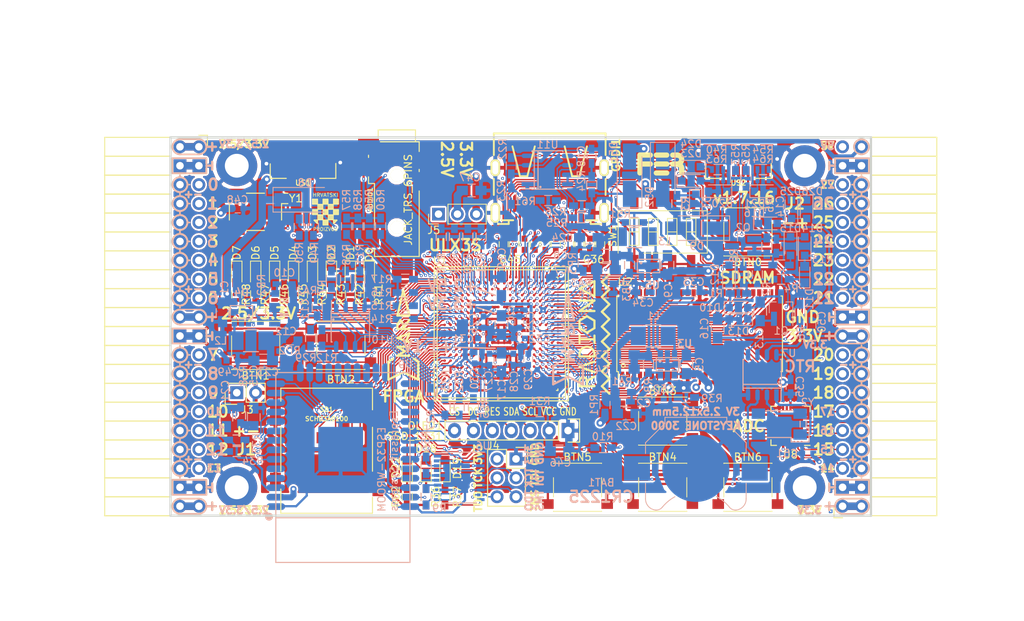
<source format=kicad_pcb>
(kicad_pcb (version 4) (host pcbnew 4.0.7+dfsg1-1)
  (layers (0 F.Cu signal) (1 In1.Cu signal) (2 In2.Cu signal) (31 B.Cu signal) (34 B.Paste user) (35 F.Paste user) (36 B.SilkS user) (37 F.SilkS user) (38 B.Mask user) (39 F.Mask user) (44 Edge.Cuts user))
  (net 0 "")
  (net 1 GND)
  (net 2 +5V)
  (net 3 /gpio/IN5V)
  (net 4 /gpio/OUT5V)
  (net 5 +3V3)
  (net 6 BTN_D)
  (net 7 BTN_F1)
  (net 8 BTN_F2)
  (net 9 BTN_L)
  (net 10 BTN_R)
  (net 11 BTN_U)
  (net 12 /power/FB1)
  (net 13 +2V5)
  (net 14 /power/PWREN)
  (net 15 /power/FB3)
  (net 16 /power/FB2)
  (net 17 "Net-(D9-Pad1)")
  (net 18 /power/VBAT)
  (net 19 JTAG_TDI)
  (net 20 JTAG_TCK)
  (net 21 JTAG_TMS)
  (net 22 JTAG_TDO)
  (net 23 /power/WAKEUPn)
  (net 24 /power/WKUP)
  (net 25 /power/SHUT)
  (net 26 /power/WAKE)
  (net 27 /power/HOLD)
  (net 28 /power/WKn)
  (net 29 /power/OSCI_32k)
  (net 30 /power/OSCO_32k)
  (net 31 "Net-(Q2-Pad3)")
  (net 32 SHUTDOWN)
  (net 33 /analog/AUDIO_L)
  (net 34 /analog/AUDIO_R)
  (net 35 GPDI_SDA)
  (net 36 GPDI_SCL)
  (net 37 /gpdi/VREF2)
  (net 38 SD_CMD)
  (net 39 SD_CLK)
  (net 40 SD_D0)
  (net 41 SD_D1)
  (net 42 USB5V)
  (net 43 GPDI_CEC)
  (net 44 nRESET)
  (net 45 FTDI_nDTR)
  (net 46 SDRAM_CKE)
  (net 47 SDRAM_A7)
  (net 48 SDRAM_D15)
  (net 49 SDRAM_BA1)
  (net 50 SDRAM_D7)
  (net 51 SDRAM_A6)
  (net 52 SDRAM_CLK)
  (net 53 SDRAM_D13)
  (net 54 SDRAM_BA0)
  (net 55 SDRAM_D6)
  (net 56 SDRAM_A5)
  (net 57 SDRAM_D14)
  (net 58 SDRAM_A11)
  (net 59 SDRAM_D12)
  (net 60 SDRAM_D5)
  (net 61 SDRAM_A4)
  (net 62 SDRAM_A10)
  (net 63 SDRAM_D11)
  (net 64 SDRAM_A3)
  (net 65 SDRAM_D4)
  (net 66 SDRAM_D10)
  (net 67 SDRAM_D9)
  (net 68 SDRAM_A9)
  (net 69 SDRAM_D3)
  (net 70 SDRAM_D8)
  (net 71 SDRAM_A8)
  (net 72 SDRAM_A2)
  (net 73 SDRAM_A1)
  (net 74 SDRAM_A0)
  (net 75 SDRAM_D2)
  (net 76 SDRAM_D1)
  (net 77 SDRAM_D0)
  (net 78 SDRAM_DQM0)
  (net 79 SDRAM_nCS)
  (net 80 SDRAM_nRAS)
  (net 81 SDRAM_DQM1)
  (net 82 SDRAM_nCAS)
  (net 83 SDRAM_nWE)
  (net 84 /flash/FLASH_nWP)
  (net 85 /flash/FLASH_nHOLD)
  (net 86 /flash/FLASH_MOSI)
  (net 87 /flash/FLASH_MISO)
  (net 88 /flash/FLASH_SCK)
  (net 89 /flash/FLASH_nCS)
  (net 90 /flash/FPGA_PROGRAMN)
  (net 91 /flash/FPGA_DONE)
  (net 92 /flash/FPGA_INITN)
  (net 93 OLED_RES)
  (net 94 OLED_DC)
  (net 95 OLED_CS)
  (net 96 WIFI_EN)
  (net 97 FTDI_nRTS)
  (net 98 FTDI_TXD)
  (net 99 FTDI_RXD)
  (net 100 WIFI_RXD)
  (net 101 WIFI_GPIO0)
  (net 102 WIFI_TXD)
  (net 103 USB_FTDI_D+)
  (net 104 USB_FTDI_D-)
  (net 105 SD_D3)
  (net 106 AUDIO_L3)
  (net 107 AUDIO_L2)
  (net 108 AUDIO_L1)
  (net 109 AUDIO_L0)
  (net 110 AUDIO_R3)
  (net 111 AUDIO_R2)
  (net 112 AUDIO_R1)
  (net 113 AUDIO_R0)
  (net 114 OLED_CLK)
  (net 115 OLED_MOSI)
  (net 116 LED0)
  (net 117 LED1)
  (net 118 LED2)
  (net 119 LED3)
  (net 120 LED4)
  (net 121 LED5)
  (net 122 LED6)
  (net 123 LED7)
  (net 124 BTN_PWRn)
  (net 125 FTDI_nTXLED)
  (net 126 FTDI_nSLEEP)
  (net 127 /blinkey/LED_PWREN)
  (net 128 /blinkey/LED_TXLED)
  (net 129 /sdcard/SD3V3)
  (net 130 SD_D2)
  (net 131 CLK_25MHz)
  (net 132 /blinkey/BTNPUL)
  (net 133 /blinkey/BTNPUR)
  (net 134 USB_FPGA_D+)
  (net 135 /power/FTDI_nSUSPEND)
  (net 136 /blinkey/ALED0)
  (net 137 /blinkey/ALED1)
  (net 138 /blinkey/ALED2)
  (net 139 /blinkey/ALED3)
  (net 140 /blinkey/ALED4)
  (net 141 /blinkey/ALED5)
  (net 142 /blinkey/ALED6)
  (net 143 /blinkey/ALED7)
  (net 144 /usb/FTD-)
  (net 145 /usb/FTD+)
  (net 146 ADC_MISO)
  (net 147 ADC_MOSI)
  (net 148 ADC_CSn)
  (net 149 ADC_SCLK)
  (net 150 SW3)
  (net 151 SW2)
  (net 152 SW1)
  (net 153 USB_FPGA_D-)
  (net 154 /usb/FPD+)
  (net 155 /usb/FPD-)
  (net 156 WIFI_GPIO16)
  (net 157 /usb/ANT_433MHz)
  (net 158 /power/PWRBTn)
  (net 159 PROG_DONE)
  (net 160 /power/P3V3)
  (net 161 /power/P2V5)
  (net 162 /power/L1)
  (net 163 /power/L3)
  (net 164 /power/L2)
  (net 165 FTDI_TXDEN)
  (net 166 SDRAM_A12)
  (net 167 /analog/AUDIO_V)
  (net 168 AUDIO_V3)
  (net 169 AUDIO_V2)
  (net 170 AUDIO_V1)
  (net 171 AUDIO_V0)
  (net 172 /blinkey/LED_WIFI)
  (net 173 /power/P1V1)
  (net 174 +1V1)
  (net 175 SW4)
  (net 176 /blinkey/SWPU)
  (net 177 /wifi/WIFIEN)
  (net 178 FT2V5)
  (net 179 GN0)
  (net 180 GP0)
  (net 181 GN1)
  (net 182 GP1)
  (net 183 GN2)
  (net 184 GP2)
  (net 185 GN3)
  (net 186 GP3)
  (net 187 GN4)
  (net 188 GP4)
  (net 189 GN5)
  (net 190 GP5)
  (net 191 GN6)
  (net 192 GP6)
  (net 193 GN14)
  (net 194 GP14)
  (net 195 GN15)
  (net 196 GP15)
  (net 197 GN16)
  (net 198 GP16)
  (net 199 GN17)
  (net 200 GP17)
  (net 201 GN18)
  (net 202 GP18)
  (net 203 GN19)
  (net 204 GP19)
  (net 205 GN20)
  (net 206 GP20)
  (net 207 GN21)
  (net 208 GP21)
  (net 209 GN22)
  (net 210 GP22)
  (net 211 GN23)
  (net 212 GP23)
  (net 213 GN24)
  (net 214 GP24)
  (net 215 GN25)
  (net 216 GP25)
  (net 217 GN26)
  (net 218 GP26)
  (net 219 GN27)
  (net 220 GP27)
  (net 221 GN7)
  (net 222 GP7)
  (net 223 GN8)
  (net 224 GP8)
  (net 225 GN9)
  (net 226 GP9)
  (net 227 GN10)
  (net 228 GP10)
  (net 229 GN11)
  (net 230 GP11)
  (net 231 GN12)
  (net 232 GP12)
  (net 233 GN13)
  (net 234 GP13)
  (net 235 WIFI_GPIO5)
  (net 236 WIFI_GPIO17)
  (net 237 USB_FPGA_PULL_D+)
  (net 238 USB_FPGA_PULL_D-)
  (net 239 "Net-(D23-Pad2)")
  (net 240 "Net-(D24-Pad1)")
  (net 241 "Net-(D25-Pad2)")
  (net 242 "Net-(D26-Pad1)")
  (net 243 /gpdi/GPDI_ETH+)
  (net 244 FPDI_ETH+)
  (net 245 /gpdi/GPDI_ETH-)
  (net 246 FPDI_ETH-)
  (net 247 /gpdi/GPDI_D2-)
  (net 248 FPDI_D2-)
  (net 249 /gpdi/GPDI_D1-)
  (net 250 FPDI_D1-)
  (net 251 /gpdi/GPDI_D0-)
  (net 252 FPDI_D0-)
  (net 253 /gpdi/GPDI_CLK-)
  (net 254 FPDI_CLK-)
  (net 255 /gpdi/GPDI_D2+)
  (net 256 FPDI_D2+)
  (net 257 /gpdi/GPDI_D1+)
  (net 258 FPDI_D1+)
  (net 259 /gpdi/GPDI_D0+)
  (net 260 FPDI_D0+)
  (net 261 /gpdi/GPDI_CLK+)
  (net 262 FPDI_CLK+)
  (net 263 FPDI_SDA)
  (net 264 FPDI_SCL)
  (net 265 /gpdi/FPDI_CEC)
  (net 266 2V5_3V3)
  (module Pin_Headers:Pin_Header_Straight_1x03_Pitch2.54mm (layer F.Cu) (at 130.056 71.725 90)
    (fp_text reference J5 (at -2.159 -0.635 180) (layer F.SilkS))
    (fp_text value VJ1)
    (pad 1 thru_hole rect (at 0 0 90) (size 1.7 1.7) (drill 1) (layers *.Cu *.Mask) (net 13 +2V5))
    (pad 2 thru_hole oval (at 0 2.54 90) (size 1.7 1.7) (drill 1) (layers *.Cu *.Mask) (net 266 2V5_3V3))
    (pad 3 thru_hole oval (at 0 5.08 90) (size 1.7 1.7) (drill 1) (layers *.Cu *.Mask) (net 5 +3V3))
  )
  (module Resistors_SMD:R_0603_HandSoldering (layer B.Cu) (at 169.919 66.965 90)
    (fp_text reference R53 (at 3.259 0 270) (layer B.SilkS) (effects (justify mirror)))
    (fp_text value 27)
    (pad 1 smd rect (at -1.1 0 90) (size 1.2 0.9) (layers B.Cu B.Paste B.Mask) (net 134 USB_FPGA_D+))
    (pad 2 smd rect (at 1.1 0 90) (size 1.2 0.9) (layers B.Cu B.Paste B.Mask) (net 154 /usb/FPD+))
  )
  (module Socket_Strips:Socket_Strip_Angled_2x20 (layer F.Cu) (at 97.91 62.69 270)
    (fp_text reference J1 (at 40.64 -6.35 360) (layer F.SilkS) (effects (font (size 1.5 1.5) (thickness 0.3))))
    (fp_text value CONN_02X20 hide)
    (pad 1 thru_hole oval (at 0 0 270) (size 1.7272 1.7272) (drill 1.016) (layers *.Cu *.Mask) (net 266 2V5_3V3))
    (pad 2 thru_hole oval (at 0 2.54 270) (size 1.7272 1.7272) (drill 1.016) (layers *.Cu *.Mask) (net 266 2V5_3V3))
    (pad 3 thru_hole rect (at 2.54 0 270) (size 1.7272 1.7272) (drill 1.016) (layers *.Cu *.Mask) (net 1 GND))
    (pad 4 thru_hole rect (at 2.54 2.54 270) (size 1.7272 1.7272) (drill 1.016) (layers *.Cu *.Mask) (net 1 GND))
    (pad 5 thru_hole oval (at 5.08 0 270) (size 1.7272 1.7272) (drill 1.016) (layers *.Cu *.Mask) (net 179 GN0))
    (pad 6 thru_hole oval (at 5.08 2.54 270) (size 1.7272 1.7272) (drill 1.016) (layers *.Cu *.Mask) (net 180 GP0))
    (pad 7 thru_hole oval (at 7.62 0 270) (size 1.7272 1.7272) (drill 1.016) (layers *.Cu *.Mask) (net 181 GN1))
    (pad 8 thru_hole oval (at 7.62 2.54 270) (size 1.7272 1.7272) (drill 1.016) (layers *.Cu *.Mask) (net 182 GP1))
    (pad 9 thru_hole oval (at 10.16 0 270) (size 1.7272 1.7272) (drill 1.016) (layers *.Cu *.Mask) (net 183 GN2))
    (pad 10 thru_hole oval (at 10.16 2.54 270) (size 1.7272 1.7272) (drill 1.016) (layers *.Cu *.Mask) (net 184 GP2))
    (pad 11 thru_hole oval (at 12.7 0 270) (size 1.7272 1.7272) (drill 1.016) (layers *.Cu *.Mask) (net 185 GN3))
    (pad 12 thru_hole oval (at 12.7 2.54 270) (size 1.7272 1.7272) (drill 1.016) (layers *.Cu *.Mask) (net 186 GP3))
    (pad 13 thru_hole oval (at 15.24 0 270) (size 1.7272 1.7272) (drill 1.016) (layers *.Cu *.Mask) (net 187 GN4))
    (pad 14 thru_hole oval (at 15.24 2.54 270) (size 1.7272 1.7272) (drill 1.016) (layers *.Cu *.Mask) (net 188 GP4))
    (pad 15 thru_hole oval (at 17.78 0 270) (size 1.7272 1.7272) (drill 1.016) (layers *.Cu *.Mask) (net 189 GN5))
    (pad 16 thru_hole oval (at 17.78 2.54 270) (size 1.7272 1.7272) (drill 1.016) (layers *.Cu *.Mask) (net 190 GP5))
    (pad 17 thru_hole oval (at 20.32 0 270) (size 1.7272 1.7272) (drill 1.016) (layers *.Cu *.Mask) (net 191 GN6))
    (pad 18 thru_hole oval (at 20.32 2.54 270) (size 1.7272 1.7272) (drill 1.016) (layers *.Cu *.Mask) (net 192 GP6))
    (pad 19 thru_hole oval (at 22.86 0 270) (size 1.7272 1.7272) (drill 1.016) (layers *.Cu *.Mask) (net 266 2V5_3V3))
    (pad 20 thru_hole oval (at 22.86 2.54 270) (size 1.7272 1.7272) (drill 1.016) (layers *.Cu *.Mask) (net 266 2V5_3V3))
    (pad 21 thru_hole rect (at 25.4 0 270) (size 1.7272 1.7272) (drill 1.016) (layers *.Cu *.Mask) (net 1 GND))
    (pad 22 thru_hole rect (at 25.4 2.54 270) (size 1.7272 1.7272) (drill 1.016) (layers *.Cu *.Mask) (net 1 GND))
    (pad 23 thru_hole oval (at 27.94 0 270) (size 1.7272 1.7272) (drill 1.016) (layers *.Cu *.Mask) (net 221 GN7))
    (pad 24 thru_hole oval (at 27.94 2.54 270) (size 1.7272 1.7272) (drill 1.016) (layers *.Cu *.Mask) (net 222 GP7))
    (pad 25 thru_hole oval (at 30.48 0 270) (size 1.7272 1.7272) (drill 1.016) (layers *.Cu *.Mask) (net 223 GN8))
    (pad 26 thru_hole oval (at 30.48 2.54 270) (size 1.7272 1.7272) (drill 1.016) (layers *.Cu *.Mask) (net 224 GP8))
    (pad 27 thru_hole oval (at 33.02 0 270) (size 1.7272 1.7272) (drill 1.016) (layers *.Cu *.Mask) (net 225 GN9))
    (pad 28 thru_hole oval (at 33.02 2.54 270) (size 1.7272 1.7272) (drill 1.016) (layers *.Cu *.Mask) (net 226 GP9))
    (pad 29 thru_hole oval (at 35.56 0 270) (size 1.7272 1.7272) (drill 1.016) (layers *.Cu *.Mask) (net 227 GN10))
    (pad 30 thru_hole oval (at 35.56 2.54 270) (size 1.7272 1.7272) (drill 1.016) (layers *.Cu *.Mask) (net 228 GP10))
    (pad 31 thru_hole oval (at 38.1 0 270) (size 1.7272 1.7272) (drill 1.016) (layers *.Cu *.Mask) (net 229 GN11))
    (pad 32 thru_hole oval (at 38.1 2.54 270) (size 1.7272 1.7272) (drill 1.016) (layers *.Cu *.Mask) (net 230 GP11))
    (pad 33 thru_hole oval (at 40.64 0 270) (size 1.7272 1.7272) (drill 1.016) (layers *.Cu *.Mask) (net 231 GN12))
    (pad 34 thru_hole oval (at 40.64 2.54 270) (size 1.7272 1.7272) (drill 1.016) (layers *.Cu *.Mask) (net 232 GP12))
    (pad 35 thru_hole oval (at 43.18 0 270) (size 1.7272 1.7272) (drill 1.016) (layers *.Cu *.Mask) (net 233 GN13))
    (pad 36 thru_hole oval (at 43.18 2.54 270) (size 1.7272 1.7272) (drill 1.016) (layers *.Cu *.Mask) (net 234 GP13))
    (pad 37 thru_hole rect (at 45.72 0 270) (size 1.7272 1.7272) (drill 1.016) (layers *.Cu *.Mask) (net 1 GND))
    (pad 38 thru_hole rect (at 45.72 2.54 270) (size 1.7272 1.7272) (drill 1.016) (layers *.Cu *.Mask) (net 1 GND))
    (pad 39 thru_hole oval (at 48.26 0 270) (size 1.7272 1.7272) (drill 1.016) (layers *.Cu *.Mask) (net 266 2V5_3V3))
    (pad 40 thru_hole oval (at 48.26 2.54 270) (size 1.7272 1.7272) (drill 1.016) (layers *.Cu *.Mask) (net 266 2V5_3V3))
  )
  (module SMD_Packages:1Pin (layer F.Cu) (at 182.67515 111.637626)
    (fp_text reference AE1 hide)
    (fp_text value 433MHz hide)
    (pad 1 smd rect (at 0 0) (size 0.5 0.5) (layers B.Cu F.Paste F.Mask) (net 157 /usb/ANT_433MHz))
  )
  (module Resistors_SMD:R_0603_HandSoldering (layer B.Cu) (at 103.498 98.758 90)
    (fp_text reference R38 (at 5.334 0.396 90) (layer B.SilkS) (effects (justify mirror)))
    (fp_text value 0.47)
    (pad 1 smd rect (at -1.1 0 90) (size 1.2 0.9) (layers B.Cu B.Paste B.Mask) (net 129 /sdcard/SD3V3))
    (pad 2 smd rect (at 1.1 0 90) (size 1.2 0.9) (layers B.Cu B.Paste B.Mask) (net 5 +3V3))
  )
  (module Diodes_SMD:D_SMA_Handsoldering (layer B.Cu) (at 155.695 66.5 90)
    (fp_text reference D51 (at 3.048 -2.159 90) (layer B.SilkS) (effects (justify mirror)))
    (fp_text value STPS2L30AF hide)
    (pad 1 smd rect (at -2.5 0 90) (size 3.5 1.8) (layers B.Cu B.Paste B.Mask) (net 2 +5V))
    (pad 2 smd rect (at 2.5 0 90) (size 3.5 1.8) (layers B.Cu B.Paste B.Mask) (net 3 /gpio/IN5V))
  )
  (module Resistors_SMD:R_0603_HandSoldering (layer B.Cu) (at 156.33 72.85 180)
    (fp_text reference R51 (at 1.905 1.143 180) (layer B.SilkS) (effects (justify mirror)))
    (fp_text value 150)
    (pad 1 smd rect (at -1.1 0 180) (size 1.2 0.9) (layers B.Cu B.Paste B.Mask) (net 5 +3V3))
    (pad 2 smd rect (at 1.1 0 180) (size 1.2 0.9) (layers B.Cu B.Paste B.Mask) (net 176 /blinkey/SWPU))
  )
  (module Resistors_SMD:R_1210_HandSoldering (layer B.Cu) (at 158.87 88.09 180)
    (fp_text reference L1 (at 0 2.7 180) (layer B.SilkS) (effects (justify mirror)))
    (fp_text value 2.2uH)
    (pad 1 smd rect (at -2 0 180) (size 2 2.5) (layers B.Cu B.Paste B.Mask) (net 162 /power/L1))
    (pad 2 smd rect (at 2 0 180) (size 2 2.5) (layers B.Cu B.Paste B.Mask) (net 173 /power/P1V1))
  )
  (module TSOT-25:TSOT-25 (layer B.Cu) (at 160.775 91.9)
    (fp_text reference U3 (at 2.301 -2.776) (layer B.SilkS) (effects (font (thickness 0.2)) (justify mirror)))
    (fp_text value TLV62569DBV)
    (pad 1 smd rect (at -0.95 -1.3) (size 0.7 1.2) (layers B.Cu B.Paste B.Mask) (net 14 /power/PWREN))
    (pad 2 smd rect (at 0 -1.3) (size 0.7 1.2) (layers B.Cu B.Paste B.Mask) (net 1 GND))
    (pad 3 smd rect (at 0.95 -1.3) (size 0.7 1.2) (layers B.Cu B.Paste B.Mask) (net 162 /power/L1))
    (pad 4 smd rect (at 0.95 1.3) (size 0.7 1.2) (layers B.Cu B.Paste B.Mask) (net 2 +5V))
    (pad 5 smd rect (at -0.95 1.3) (size 0.7 1.2) (layers B.Cu B.Paste B.Mask) (net 12 /power/FB1))
  )
  (module Resistors_SMD:R_1210_HandSoldering (layer B.Cu) (at 104.895 88.725)
    (fp_text reference L2 (at -4.064 0) (layer B.SilkS) (effects (justify mirror)))
    (fp_text value 2.2uH)
    (pad 1 smd rect (at -2 0) (size 2 2.5) (layers B.Cu B.Paste B.Mask) (net 164 /power/L2))
    (pad 2 smd rect (at 2 0) (size 2 2.5) (layers B.Cu B.Paste B.Mask) (net 161 /power/P2V5))
  )
  (module TSOT-25:TSOT-25 (layer B.Cu) (at 103.625 84.915 180)
    (fp_text reference U4 (at 0 2.697 180) (layer B.SilkS) (effects (font (thickness 0.2)) (justify mirror)))
    (fp_text value TLV62569DBV)
    (pad 1 smd rect (at -0.95 -1.3 180) (size 0.7 1.2) (layers B.Cu B.Paste B.Mask) (net 14 /power/PWREN))
    (pad 2 smd rect (at 0 -1.3 180) (size 0.7 1.2) (layers B.Cu B.Paste B.Mask) (net 1 GND))
    (pad 3 smd rect (at 0.95 -1.3 180) (size 0.7 1.2) (layers B.Cu B.Paste B.Mask) (net 164 /power/L2))
    (pad 4 smd rect (at 0.95 1.3 180) (size 0.7 1.2) (layers B.Cu B.Paste B.Mask) (net 2 +5V))
    (pad 5 smd rect (at -0.95 1.3 180) (size 0.7 1.2) (layers B.Cu B.Paste B.Mask) (net 16 /power/FB2))
  )
  (module Resistors_SMD:R_1210_HandSoldering (layer B.Cu) (at 156.33 74.755 180)
    (fp_text reference L3 (at -4.064 -0.635 180) (layer B.SilkS) (effects (justify mirror)))
    (fp_text value 2.2uH)
    (pad 1 smd rect (at -2 0 180) (size 2 2.5) (layers B.Cu B.Paste B.Mask) (net 163 /power/L3))
    (pad 2 smd rect (at 2 0 180) (size 2 2.5) (layers B.Cu B.Paste B.Mask) (net 160 /power/P3V3))
  )
  (module TSOT-25:TSOT-25 (layer B.Cu) (at 158.235 78.692)
    (fp_text reference U5 (at 0.523 2.558) (layer B.SilkS) (effects (font (thickness 0.2)) (justify mirror)))
    (fp_text value TLV62569DBV)
    (pad 1 smd rect (at -0.95 -1.3) (size 0.7 1.2) (layers B.Cu B.Paste B.Mask) (net 14 /power/PWREN))
    (pad 2 smd rect (at 0 -1.3) (size 0.7 1.2) (layers B.Cu B.Paste B.Mask) (net 1 GND))
    (pad 3 smd rect (at 0.95 -1.3) (size 0.7 1.2) (layers B.Cu B.Paste B.Mask) (net 163 /power/L3))
    (pad 4 smd rect (at 0.95 1.3) (size 0.7 1.2) (layers B.Cu B.Paste B.Mask) (net 2 +5V))
    (pad 5 smd rect (at -0.95 1.3) (size 0.7 1.2) (layers B.Cu B.Paste B.Mask) (net 15 /power/FB3))
  )
  (module Capacitors_SMD:C_0805_HandSoldering (layer B.Cu) (at 101.085 84.915 270)
    (fp_text reference C1 (at -3.302 -0.254 270) (layer B.SilkS) (effects (justify mirror)))
    (fp_text value 22uF)
    (pad 1 smd rect (at -1.25 0 270) (size 1.5 1.25) (layers B.Cu B.Paste B.Mask) (net 2 +5V))
    (pad 2 smd rect (at 1.25 0 270) (size 1.5 1.25) (layers B.Cu B.Paste B.Mask) (net 1 GND))
  )
  (module Capacitors_SMD:C_0805_HandSoldering (layer B.Cu) (at 155.06 90.63)
    (fp_text reference C3 (at -3.048 0) (layer B.SilkS) (effects (justify mirror)))
    (fp_text value 22uF)
    (pad 1 smd rect (at -1.25 0) (size 1.5 1.25) (layers B.Cu B.Paste B.Mask) (net 173 /power/P1V1))
    (pad 2 smd rect (at 1.25 0) (size 1.5 1.25) (layers B.Cu B.Paste B.Mask) (net 1 GND))
  )
  (module Capacitors_SMD:C_0805_HandSoldering (layer B.Cu) (at 155.06 92.535)
    (fp_text reference C4 (at -3.048 0.127) (layer B.SilkS) (effects (justify mirror)))
    (fp_text value 22uF)
    (pad 1 smd rect (at -1.25 0) (size 1.5 1.25) (layers B.Cu B.Paste B.Mask) (net 173 /power/P1V1))
    (pad 2 smd rect (at 1.25 0) (size 1.5 1.25) (layers B.Cu B.Paste B.Mask) (net 1 GND))
  )
  (module Capacitors_SMD:C_0805_HandSoldering (layer B.Cu) (at 163.315 91.9 90)
    (fp_text reference C5 (at 0 1.765 90) (layer B.SilkS) (effects (justify mirror)))
    (fp_text value 22uF)
    (pad 1 smd rect (at -1.25 0 90) (size 1.5 1.25) (layers B.Cu B.Paste B.Mask) (net 2 +5V))
    (pad 2 smd rect (at 1.25 0 90) (size 1.5 1.25) (layers B.Cu B.Paste B.Mask) (net 1 GND))
  )
  (module Capacitors_SMD:C_0805_HandSoldering (layer B.Cu) (at 152.52 79.2)
    (fp_text reference C7 (at -6.096 0) (layer B.SilkS) (effects (justify mirror)))
    (fp_text value 22uF)
    (pad 1 smd rect (at -1.25 0) (size 1.5 1.25) (layers B.Cu B.Paste B.Mask) (net 160 /power/P3V3))
    (pad 2 smd rect (at 1.25 0) (size 1.5 1.25) (layers B.Cu B.Paste B.Mask) (net 1 GND))
  )
  (module Capacitors_SMD:C_0805_HandSoldering (layer B.Cu) (at 152.52 77.295)
    (fp_text reference C8 (at -6.096 0) (layer B.SilkS) (effects (justify mirror)))
    (fp_text value 22uF)
    (pad 1 smd rect (at -1.25 0) (size 1.5 1.25) (layers B.Cu B.Paste B.Mask) (net 160 /power/P3V3))
    (pad 2 smd rect (at 1.25 0) (size 1.5 1.25) (layers B.Cu B.Paste B.Mask) (net 1 GND))
  )
  (module Capacitors_SMD:C_0805_HandSoldering (layer B.Cu) (at 160.775 78.565 90)
    (fp_text reference C9 (at -3.429 0.127 90) (layer B.SilkS) (effects (justify mirror)))
    (fp_text value 22uF)
    (pad 1 smd rect (at -1.25 0 90) (size 1.5 1.25) (layers B.Cu B.Paste B.Mask) (net 2 +5V))
    (pad 2 smd rect (at 1.25 0 90) (size 1.5 1.25) (layers B.Cu B.Paste B.Mask) (net 1 GND))
  )
  (module Capacitors_SMD:C_0805_HandSoldering (layer B.Cu) (at 109.34 84.28 180)
    (fp_text reference C11 (at -2.794 -0.254 270) (layer B.SilkS) (effects (justify mirror)))
    (fp_text value 22uF)
    (pad 1 smd rect (at -1.25 0 180) (size 1.5 1.25) (layers B.Cu B.Paste B.Mask) (net 161 /power/P2V5))
    (pad 2 smd rect (at 1.25 0 180) (size 1.5 1.25) (layers B.Cu B.Paste B.Mask) (net 1 GND))
  )
  (module Capacitors_SMD:C_0805_HandSoldering (layer B.Cu) (at 109.34 86.185 180)
    (fp_text reference C12 (at -0.254 -1.27 360) (layer B.SilkS) (effects (justify mirror)))
    (fp_text value 22uF)
    (pad 1 smd rect (at -1.25 0 180) (size 1.5 1.25) (layers B.Cu B.Paste B.Mask) (net 161 /power/P2V5))
    (pad 2 smd rect (at 1.25 0 180) (size 1.5 1.25) (layers B.Cu B.Paste B.Mask) (net 1 GND))
  )
  (module Capacitors_SMD:C_0805_HandSoldering (layer B.Cu) (at 173.221 84.788 90)
    (fp_text reference C13 (at -3.556 -0.112 90) (layer B.SilkS) (effects (justify mirror)))
    (fp_text value 2.2uF)
    (pad 1 smd rect (at -1.25 0 90) (size 1.5 1.25) (layers B.Cu B.Paste B.Mask) (net 2 +5V))
    (pad 2 smd rect (at 1.25 0 90) (size 1.5 1.25) (layers B.Cu B.Paste B.Mask) (net 24 /power/WKUP))
  )
  (module TO_SOT_Packages_SMD:SOT-23_Handsoldering (layer B.Cu) (at 176.015 84.28 90)
    (fp_text reference Q1 (at -3.1115 0 180) (layer B.SilkS) (effects (justify mirror)))
    (fp_text value BC857)
    (pad 1 smd rect (at -1.5 0.95 90) (size 1.9 0.8) (layers B.Cu B.Paste B.Mask) (net 28 /power/WKn))
    (pad 2 smd rect (at -1.5 -0.95 90) (size 1.9 0.8) (layers B.Cu B.Paste B.Mask) (net 2 +5V))
    (pad 3 smd rect (at 1.5 0 90) (size 1.9 0.8) (layers B.Cu B.Paste B.Mask) (net 24 /power/WKUP))
  )
  (module TO_SOT_Packages_SMD:SOT-23_Handsoldering (layer B.Cu) (at 170.935 76.025 180)
    (fp_text reference Q2 (at 0 2.5 180) (layer B.SilkS) (effects (justify mirror)))
    (fp_text value 2N7002)
    (pad 1 smd rect (at -1.5 0.95 180) (size 1.9 0.8) (layers B.Cu B.Paste B.Mask) (net 25 /power/SHUT))
    (pad 2 smd rect (at -1.5 -0.95 180) (size 1.9 0.8) (layers B.Cu B.Paste B.Mask) (net 1 GND))
    (pad 3 smd rect (at 1.5 0 180) (size 1.9 0.8) (layers B.Cu B.Paste B.Mask) (net 31 "Net-(Q2-Pad3)"))
  )
  (module Capacitors_SMD:C_0603_HandSoldering (layer B.Cu) (at 154.86 96.91)
    (fp_text reference C2 (at 2.74 0.197) (layer B.SilkS) (effects (justify mirror)))
    (fp_text value 470pF)
    (pad 1 smd rect (at -0.95 0) (size 1.2 0.75) (layers B.Cu B.Paste B.Mask) (net 173 /power/P1V1))
    (pad 2 smd rect (at 0.95 0) (size 1.2 0.75) (layers B.Cu B.Paste B.Mask) (net 12 /power/FB1))
  )
  (module Capacitors_SMD:C_0603_HandSoldering (layer B.Cu) (at 152.52 82.375)
    (fp_text reference C6 (at -2.794 0.127) (layer B.SilkS) (effects (justify mirror)))
    (fp_text value 470pF)
    (pad 1 smd rect (at -0.95 0) (size 1.2 0.75) (layers B.Cu B.Paste B.Mask) (net 160 /power/P3V3))
    (pad 2 smd rect (at 0.95 0) (size 1.2 0.75) (layers B.Cu B.Paste B.Mask) (net 15 /power/FB3))
  )
  (module Capacitors_SMD:C_0603_HandSoldering (layer B.Cu) (at 109.34 81.105 180)
    (fp_text reference C10 (at -0.04 1.505 180) (layer B.SilkS) (effects (justify mirror)))
    (fp_text value 470pF)
    (pad 1 smd rect (at -0.95 0 180) (size 1.2 0.75) (layers B.Cu B.Paste B.Mask) (net 161 /power/P2V5))
    (pad 2 smd rect (at 0.95 0 180) (size 1.2 0.75) (layers B.Cu B.Paste B.Mask) (net 16 /power/FB2))
  )
  (module Capacitors_SMD:C_0603_HandSoldering (layer B.Cu) (at 175.38 76.025 270)
    (fp_text reference C14 (at -5.334 -0.508 270) (layer B.SilkS) (effects (justify mirror)))
    (fp_text value 100nF)
    (pad 1 smd rect (at -0.95 0 270) (size 1.2 0.75) (layers B.Cu B.Paste B.Mask) (net 25 /power/SHUT))
    (pad 2 smd rect (at 0.95 0 270) (size 1.2 0.75) (layers B.Cu B.Paste B.Mask) (net 1 GND))
  )
  (module Resistors_SMD:R_0603_HandSoldering (layer B.Cu) (at 170.3 82.375)
    (fp_text reference R1 (at -3.048 0) (layer B.SilkS) (effects (justify mirror)))
    (fp_text value 15k)
    (pad 1 smd rect (at -1.1 0) (size 1.2 0.9) (layers B.Cu B.Paste B.Mask) (net 26 /power/WAKE))
    (pad 2 smd rect (at 1.1 0) (size 1.2 0.9) (layers B.Cu B.Paste B.Mask) (net 14 /power/PWREN))
  )
  (module Resistors_SMD:R_0603_HandSoldering (layer B.Cu) (at 172.84 79.835 90)
    (fp_text reference R2 (at -1.905 1.27 90) (layer B.SilkS) (effects (justify mirror)))
    (fp_text value 47k)
    (pad 1 smd rect (at -1.1 0 90) (size 1.2 0.9) (layers B.Cu B.Paste B.Mask) (net 14 /power/PWREN))
    (pad 2 smd rect (at 1.1 0 90) (size 1.2 0.9) (layers B.Cu B.Paste B.Mask) (net 1 GND))
  )
  (module Resistors_SMD:R_0603_HandSoldering (layer B.Cu) (at 176.015 80.47 180)
    (fp_text reference R4 (at -1.397 -1.27 360) (layer B.SilkS) (effects (justify mirror)))
    (fp_text value 4.7k)
    (pad 1 smd rect (at -1.1 0 180) (size 1.2 0.9) (layers B.Cu B.Paste B.Mask) (net 27 /power/HOLD))
    (pad 2 smd rect (at 1.1 0 180) (size 1.2 0.9) (layers B.Cu B.Paste B.Mask) (net 14 /power/PWREN))
  )
  (module Resistors_SMD:R_0603_HandSoldering (layer B.Cu) (at 174.11 76.025 270)
    (fp_text reference R5 (at -5.461 -0.381 270) (layer B.SilkS) (effects (justify mirror)))
    (fp_text value 4.7M)
    (pad 1 smd rect (at -1.1 0 270) (size 1.2 0.9) (layers B.Cu B.Paste B.Mask) (net 25 /power/SHUT))
    (pad 2 smd rect (at 1.1 0 270) (size 1.2 0.9) (layers B.Cu B.Paste B.Mask) (net 1 GND))
  )
  (module Resistors_SMD:R_0603_HandSoldering (layer B.Cu) (at 178.555 84.915 270)
    (fp_text reference R6 (at 2.812 -0.142 270) (layer B.SilkS) (effects (justify mirror)))
    (fp_text value 1k)
    (pad 1 smd rect (at -1.1 0 270) (size 1.2 0.9) (layers B.Cu B.Paste B.Mask) (net 28 /power/WKn))
    (pad 2 smd rect (at 1.1 0 270) (size 1.2 0.9) (layers B.Cu B.Paste B.Mask) (net 23 /power/WAKEUPn))
  )
  (module Resistors_SMD:R_0603_HandSoldering (layer B.Cu) (at 113.785 84.28 270)
    (fp_text reference R7 (at -2.794 -0.635 270) (layer B.SilkS) (effects (justify mirror)))
    (fp_text value 150)
    (pad 1 smd rect (at -1.1 0 270) (size 1.2 0.9) (layers B.Cu B.Paste B.Mask) (net 5 +3V3))
    (pad 2 smd rect (at 1.1 0 270) (size 1.2 0.9) (layers B.Cu B.Paste B.Mask) (net 132 /blinkey/BTNPUL))
  )
  (module Resistors_SMD:R_0603_HandSoldering (layer B.Cu) (at 170.935 79.835 90)
    (fp_text reference R8 (at 2.54 -1.27 90) (layer B.SilkS) (effects (justify mirror)))
    (fp_text value 1k)
    (pad 1 smd rect (at -1.1 0 90) (size 1.2 0.9) (layers B.Cu B.Paste B.Mask) (net 14 /power/PWREN))
    (pad 2 smd rect (at 1.1 0 90) (size 1.2 0.9) (layers B.Cu B.Paste B.Mask) (net 31 "Net-(Q2-Pad3)"))
  )
  (module Resistors_SMD:R_0603_HandSoldering (layer B.Cu) (at 128.39 109.68 270)
    (fp_text reference R9 (at 1.524 -1.778 360) (layer B.SilkS) (effects (justify mirror)))
    (fp_text value 15k)
    (pad 1 smd rect (at -1.1 0 270) (size 1.2 0.9) (layers B.Cu B.Paste B.Mask) (net 44 nRESET))
    (pad 2 smd rect (at 1.1 0 270) (size 1.2 0.9) (layers B.Cu B.Paste B.Mask) (net 178 FT2V5))
  )
  (module Resistors_SMD:R_0603_HandSoldering (layer B.Cu) (at 152.139 103.076 180)
    (fp_text reference R10 (at 0.059 1.476 180) (layer B.SilkS) (effects (justify mirror)))
    (fp_text value 150)
    (pad 1 smd rect (at -1.1 0 180) (size 1.2 0.9) (layers B.Cu B.Paste B.Mask) (net 135 /power/FTDI_nSUSPEND))
    (pad 2 smd rect (at 1.1 0 180) (size 1.2 0.9) (layers B.Cu B.Paste B.Mask) (net 126 FTDI_nSLEEP))
  )
  (module Resistors_SMD:R_0603_HandSoldering (layer B.Cu) (at 176.015 78.565 180)
    (fp_text reference R13 (at -5.588 0.762 180) (layer B.SilkS) (effects (justify mirror)))
    (fp_text value 15k)
    (pad 1 smd rect (at -1.1 0 180) (size 1.2 0.9) (layers B.Cu B.Paste B.Mask) (net 32 SHUTDOWN))
    (pad 2 smd rect (at 1.1 0 180) (size 1.2 0.9) (layers B.Cu B.Paste B.Mask) (net 1 GND))
  )
  (module Resistors_SMD:R_0603_HandSoldering (layer B.Cu) (at 154.86 95.64)
    (fp_text reference RA1 (at -0.181 -1.454) (layer B.SilkS) (effects (justify mirror)))
    (fp_text value 15k)
    (pad 1 smd rect (at -1.1 0) (size 1.2 0.9) (layers B.Cu B.Paste B.Mask) (net 173 /power/P1V1))
    (pad 2 smd rect (at 1.1 0) (size 1.2 0.9) (layers B.Cu B.Paste B.Mask) (net 12 /power/FB1))
  )
  (module Resistors_SMD:R_0603_HandSoldering (layer B.Cu) (at 109.34 82.375 180)
    (fp_text reference RA2 (at -3.048 0.381 360) (layer B.SilkS) (effects (justify mirror)))
    (fp_text value 15k)
    (pad 1 smd rect (at -1.1 0 180) (size 1.2 0.9) (layers B.Cu B.Paste B.Mask) (net 161 /power/P2V5))
    (pad 2 smd rect (at 1.1 0 180) (size 1.2 0.9) (layers B.Cu B.Paste B.Mask) (net 16 /power/FB2))
  )
  (module Resistors_SMD:R_0603_HandSoldering (layer B.Cu) (at 152.52 81.105)
    (fp_text reference RA3 (at -3.302 -0.127) (layer B.SilkS) (effects (justify mirror)))
    (fp_text value 15k)
    (pad 1 smd rect (at -1.1 0) (size 1.2 0.9) (layers B.Cu B.Paste B.Mask) (net 160 /power/P3V3))
    (pad 2 smd rect (at 1.1 0) (size 1.2 0.9) (layers B.Cu B.Paste B.Mask) (net 15 /power/FB3))
  )
  (module Resistors_SMD:R_0603_HandSoldering (layer B.Cu) (at 158.235 91.9 270)
    (fp_text reference RB1 (at 3.302 0 270) (layer B.SilkS) (effects (justify mirror)))
    (fp_text value 18k)
    (pad 1 smd rect (at -1.1 0 270) (size 1.2 0.9) (layers B.Cu B.Paste B.Mask) (net 1 GND))
    (pad 2 smd rect (at 1.1 0 270) (size 1.2 0.9) (layers B.Cu B.Paste B.Mask) (net 12 /power/FB1))
  )
  (module Resistors_SMD:R_0603_HandSoldering (layer B.Cu) (at 106.165 84.915 90)
    (fp_text reference RB2 (at 3.683 0.127 90) (layer B.SilkS) (effects (justify mirror)))
    (fp_text value 4.7k)
    (pad 1 smd rect (at -1.1 0 90) (size 1.2 0.9) (layers B.Cu B.Paste B.Mask) (net 1 GND))
    (pad 2 smd rect (at 1.1 0 90) (size 1.2 0.9) (layers B.Cu B.Paste B.Mask) (net 16 /power/FB2))
  )
  (module Resistors_SMD:R_0603_HandSoldering (layer B.Cu) (at 155.695 78.565 270)
    (fp_text reference RB3 (at 3.429 0.395 270) (layer B.SilkS) (effects (justify mirror)))
    (fp_text value 3.3k)
    (pad 1 smd rect (at -1.1 0 270) (size 1.2 0.9) (layers B.Cu B.Paste B.Mask) (net 1 GND))
    (pad 2 smd rect (at 1.1 0 270) (size 1.2 0.9) (layers B.Cu B.Paste B.Mask) (net 15 /power/FB3))
  )
  (module Resistors_SMD:R_0603_HandSoldering (layer B.Cu) (at 125.596 85.804 180)
    (fp_text reference R14 (at 3.175 0 180) (layer B.SilkS) (effects (justify mirror)))
    (fp_text value 1.2k)
    (pad 1 smd rect (at -1.1 0 180) (size 1.2 0.9) (layers B.Cu B.Paste B.Mask) (net 109 AUDIO_L0))
    (pad 2 smd rect (at 1.1 0 180) (size 1.2 0.9) (layers B.Cu B.Paste B.Mask) (net 33 /analog/AUDIO_L))
  )
  (module Resistors_SMD:R_0603_HandSoldering (layer B.Cu) (at 125.596 84.026 180)
    (fp_text reference R15 (at 3.175 -0.001 180) (layer B.SilkS) (effects (justify mirror)))
    (fp_text value 680)
    (pad 1 smd rect (at -1.1 0 180) (size 1.2 0.9) (layers B.Cu B.Paste B.Mask) (net 108 AUDIO_L1))
    (pad 2 smd rect (at 1.1 0 180) (size 1.2 0.9) (layers B.Cu B.Paste B.Mask) (net 33 /analog/AUDIO_L))
  )
  (module Resistors_SMD:R_0603_HandSoldering (layer B.Cu) (at 125.596 82.248 180)
    (fp_text reference R16 (at 3.175 0 180) (layer B.SilkS) (effects (justify mirror)))
    (fp_text value 330)
    (pad 1 smd rect (at -1.1 0 180) (size 1.2 0.9) (layers B.Cu B.Paste B.Mask) (net 107 AUDIO_L2))
    (pad 2 smd rect (at 1.1 0 180) (size 1.2 0.9) (layers B.Cu B.Paste B.Mask) (net 33 /analog/AUDIO_L))
  )
  (module Resistors_SMD:R_0603_HandSoldering (layer B.Cu) (at 125.596 80.47 180)
    (fp_text reference R17 (at 3.175 0 180) (layer B.SilkS) (effects (justify mirror)))
    (fp_text value 150)
    (pad 1 smd rect (at -1.1 0 180) (size 1.2 0.9) (layers B.Cu B.Paste B.Mask) (net 106 AUDIO_L3))
    (pad 2 smd rect (at 1.1 0 180) (size 1.2 0.9) (layers B.Cu B.Paste B.Mask) (net 33 /analog/AUDIO_L))
  )
  (module Resistors_SMD:R_0603_HandSoldering (layer B.Cu) (at 130.422 74.773 90)
    (fp_text reference R18 (at -3.556 0 90) (layer B.SilkS) (effects (justify mirror)))
    (fp_text value 1.2k)
    (pad 1 smd rect (at -1.1 0 90) (size 1.2 0.9) (layers B.Cu B.Paste B.Mask) (net 113 AUDIO_R0))
    (pad 2 smd rect (at 1.1 0 90) (size 1.2 0.9) (layers B.Cu B.Paste B.Mask) (net 34 /analog/AUDIO_R))
  )
  (module Resistors_SMD:R_0603_HandSoldering (layer B.Cu) (at 132.2 74.773 90)
    (fp_text reference R19 (at -3.556 0 90) (layer B.SilkS) (effects (justify mirror)))
    (fp_text value 680)
    (pad 1 smd rect (at -1.1 0 90) (size 1.2 0.9) (layers B.Cu B.Paste B.Mask) (net 112 AUDIO_R1))
    (pad 2 smd rect (at 1.1 0 90) (size 1.2 0.9) (layers B.Cu B.Paste B.Mask) (net 34 /analog/AUDIO_R))
  )
  (module Resistors_SMD:R_0603_HandSoldering (layer B.Cu) (at 133.993 74.773 90)
    (fp_text reference R20 (at -3.556 0 90) (layer B.SilkS) (effects (justify mirror)))
    (fp_text value 330)
    (pad 1 smd rect (at -1.1 0 90) (size 1.2 0.9) (layers B.Cu B.Paste B.Mask) (net 111 AUDIO_R2))
    (pad 2 smd rect (at 1.1 0 90) (size 1.2 0.9) (layers B.Cu B.Paste B.Mask) (net 34 /analog/AUDIO_R))
  )
  (module Resistors_SMD:R_0603_HandSoldering (layer B.Cu) (at 135.771 74.773 90)
    (fp_text reference R21 (at -3.556 0 90) (layer B.SilkS) (effects (justify mirror)))
    (fp_text value 150)
    (pad 1 smd rect (at -1.1 0 90) (size 1.2 0.9) (layers B.Cu B.Paste B.Mask) (net 110 AUDIO_R3))
    (pad 2 smd rect (at 1.1 0 90) (size 1.2 0.9) (layers B.Cu B.Paste B.Mask) (net 34 /analog/AUDIO_R))
  )
  (module Capacitors_SMD:C_0603_HandSoldering (layer B.Cu) (at 150.5896 63.96 90)
    (fp_text reference C18 (at 0 -1.3716 90) (layer B.SilkS) (effects (justify mirror)))
    (fp_text value 470pF)
    (pad 1 smd rect (at -0.95 0 90) (size 1.2 0.75) (layers B.Cu B.Paste B.Mask) (net 37 /gpdi/VREF2))
    (pad 2 smd rect (at 0.95 0 90) (size 1.2 0.75) (layers B.Cu B.Paste B.Mask) (net 1 GND))
  )
  (module Socket_Strips:Socket_Strip_Angled_2x20 (layer F.Cu) (at 184.27 110.95 90)
    (fp_text reference J2 (at 40.64 -6.35 180) (layer F.SilkS) (effects (font (size 1.5 1.5) (thickness 0.3))))
    (fp_text value CONN_02X20 hide)
    (pad 1 thru_hole oval (at 0 0 90) (size 1.7272 1.7272) (drill 1.016) (layers *.Cu *.Mask) (net 5 +3V3))
    (pad 2 thru_hole oval (at 0 2.54 90) (size 1.7272 1.7272) (drill 1.016) (layers *.Cu *.Mask) (net 5 +3V3))
    (pad 3 thru_hole rect (at 2.54 0 90) (size 1.7272 1.7272) (drill 1.016) (layers *.Cu *.Mask) (net 1 GND))
    (pad 4 thru_hole rect (at 2.54 2.54 90) (size 1.7272 1.7272) (drill 1.016) (layers *.Cu *.Mask) (net 1 GND))
    (pad 5 thru_hole oval (at 5.08 0 90) (size 1.7272 1.7272) (drill 1.016) (layers *.Cu *.Mask) (net 193 GN14))
    (pad 6 thru_hole oval (at 5.08 2.54 90) (size 1.7272 1.7272) (drill 1.016) (layers *.Cu *.Mask) (net 194 GP14))
    (pad 7 thru_hole oval (at 7.62 0 90) (size 1.7272 1.7272) (drill 1.016) (layers *.Cu *.Mask) (net 195 GN15))
    (pad 8 thru_hole oval (at 7.62 2.54 90) (size 1.7272 1.7272) (drill 1.016) (layers *.Cu *.Mask) (net 196 GP15))
    (pad 9 thru_hole oval (at 10.16 0 90) (size 1.7272 1.7272) (drill 1.016) (layers *.Cu *.Mask) (net 197 GN16))
    (pad 10 thru_hole oval (at 10.16 2.54 90) (size 1.7272 1.7272) (drill 1.016) (layers *.Cu *.Mask) (net 198 GP16))
    (pad 11 thru_hole oval (at 12.7 0 90) (size 1.7272 1.7272) (drill 1.016) (layers *.Cu *.Mask) (net 199 GN17))
    (pad 12 thru_hole oval (at 12.7 2.54 90) (size 1.7272 1.7272) (drill 1.016) (layers *.Cu *.Mask) (net 200 GP17))
    (pad 13 thru_hole oval (at 15.24 0 90) (size 1.7272 1.7272) (drill 1.016) (layers *.Cu *.Mask) (net 201 GN18))
    (pad 14 thru_hole oval (at 15.24 2.54 90) (size 1.7272 1.7272) (drill 1.016) (layers *.Cu *.Mask) (net 202 GP18))
    (pad 15 thru_hole oval (at 17.78 0 90) (size 1.7272 1.7272) (drill 1.016) (layers *.Cu *.Mask) (net 203 GN19))
    (pad 16 thru_hole oval (at 17.78 2.54 90) (size 1.7272 1.7272) (drill 1.016) (layers *.Cu *.Mask) (net 204 GP19))
    (pad 17 thru_hole oval (at 20.32 0 90) (size 1.7272 1.7272) (drill 1.016) (layers *.Cu *.Mask) (net 205 GN20))
    (pad 18 thru_hole oval (at 20.32 2.54 90) (size 1.7272 1.7272) (drill 1.016) (layers *.Cu *.Mask) (net 206 GP20))
    (pad 19 thru_hole oval (at 22.86 0 90) (size 1.7272 1.7272) (drill 1.016) (layers *.Cu *.Mask) (net 5 +3V3))
    (pad 20 thru_hole oval (at 22.86 2.54 90) (size 1.7272 1.7272) (drill 1.016) (layers *.Cu *.Mask) (net 5 +3V3))
    (pad 21 thru_hole rect (at 25.4 0 90) (size 1.7272 1.7272) (drill 1.016) (layers *.Cu *.Mask) (net 1 GND))
    (pad 22 thru_hole rect (at 25.4 2.54 90) (size 1.7272 1.7272) (drill 1.016) (layers *.Cu *.Mask) (net 1 GND))
    (pad 23 thru_hole oval (at 27.94 0 90) (size 1.7272 1.7272) (drill 1.016) (layers *.Cu *.Mask) (net 207 GN21))
    (pad 24 thru_hole oval (at 27.94 2.54 90) (size 1.7272 1.7272) (drill 1.016) (layers *.Cu *.Mask) (net 208 GP21))
    (pad 25 thru_hole oval (at 30.48 0 90) (size 1.7272 1.7272) (drill 1.016) (layers *.Cu *.Mask) (net 209 GN22))
    (pad 26 thru_hole oval (at 30.48 2.54 90) (size 1.7272 1.7272) (drill 1.016) (layers *.Cu *.Mask) (net 210 GP22))
    (pad 27 thru_hole oval (at 33.02 0 90) (size 1.7272 1.7272) (drill 1.016) (layers *.Cu *.Mask) (net 211 GN23))
    (pad 28 thru_hole oval (at 33.02 2.54 90) (size 1.7272 1.7272) (drill 1.016) (layers *.Cu *.Mask) (net 212 GP23))
    (pad 29 thru_hole oval (at 35.56 0 90) (size 1.7272 1.7272) (drill 1.016) (layers *.Cu *.Mask) (net 213 GN24))
    (pad 30 thru_hole oval (at 35.56 2.54 90) (size 1.7272 1.7272) (drill 1.016) (layers *.Cu *.Mask) (net 214 GP24))
    (pad 31 thru_hole oval (at 38.1 0 90) (size 1.7272 1.7272) (drill 1.016) (layers *.Cu *.Mask) (net 215 GN25))
    (pad 32 thru_hole oval (at 38.1 2.54 90) (size 1.7272 1.7272) (drill 1.016) (layers *.Cu *.Mask) (net 216 GP25))
    (pad 33 thru_hole oval (at 40.64 0 90) (size 1.7272 1.7272) (drill 1.016) (layers *.Cu *.Mask) (net 217 GN26))
    (pad 34 thru_hole oval (at 40.64 2.54 90) (size 1.7272 1.7272) (drill 1.016) (layers *.Cu *.Mask) (net 218 GP26))
    (pad 35 thru_hole oval (at 43.18 0 90) (size 1.7272 1.7272) (drill 1.016) (layers *.Cu *.Mask) (net 219 GN27))
    (pad 36 thru_hole oval (at 43.18 2.54 90) (size 1.7272 1.7272) (drill 1.016) (layers *.Cu *.Mask) (net 220 GP27))
    (pad 37 thru_hole rect (at 45.72 0 90) (size 1.7272 1.7272) (drill 1.016) (layers *.Cu *.Mask) (net 1 GND))
    (pad 38 thru_hole rect (at 45.72 2.54 90) (size 1.7272 1.7272) (drill 1.016) (layers *.Cu *.Mask) (net 1 GND))
    (pad 39 thru_hole oval (at 48.26 0 90) (size 1.7272 1.7272) (drill 1.016) (layers *.Cu *.Mask) (net 3 /gpio/IN5V))
    (pad 40 thru_hole oval (at 48.26 2.54 90) (size 1.7272 1.7272) (drill 1.016) (layers *.Cu *.Mask) (net 4 /gpio/OUT5V))
  )
  (module Mounting_Holes:MountingHole_3.2mm_M3_ISO14580_Pad (layer F.Cu) (at 102.99 108.41)
    (fp_text reference H1 hide)
    (fp_text value HOLE hide)
    (pad 1 thru_hole circle (at 0 0) (size 5.5 5.5) (drill 3.2) (layers *.Cu *.Mask) (net 1 GND))
  )
  (module Mounting_Holes:MountingHole_3.2mm_M3_ISO14580_Pad (layer F.Cu) (at 179.19 108.41)
    (fp_text reference H2 hide)
    (fp_text value HOLE hide)
    (pad 1 thru_hole circle (at 0 0) (size 5.5 5.5) (drill 3.2) (layers *.Cu *.Mask) (net 1 GND))
  )
  (module Mounting_Holes:MountingHole_3.2mm_M3_ISO14580_Pad (layer F.Cu) (at 179.19 65.23)
    (fp_text reference H3 hide)
    (fp_text value HOLE hide)
    (pad 1 thru_hole circle (at 0 0) (size 5.5 5.5) (drill 3.2) (layers *.Cu *.Mask) (net 1 GND))
  )
  (module Mounting_Holes:MountingHole_3.2mm_M3_ISO14580_Pad (layer F.Cu) (at 102.99 65.23)
    (fp_text reference H4 hide)
    (fp_text value HOLE hide)
    (pad 1 thru_hole circle (at 0 0) (size 5.5 5.5) (drill 3.2) (layers *.Cu *.Mask) (net 1 GND))
  )
  (module Resistors_SMD:R_0603_HandSoldering (layer B.Cu) (at 162.045 70.31 90)
    (fp_text reference R3 (at 0 1.143 90) (layer B.SilkS) (effects (justify mirror)))
    (fp_text value 4.7k)
    (pad 1 smd rect (at -1.1 0 90) (size 1.2 0.9) (layers B.Cu B.Paste B.Mask) (net 2 +5V))
    (pad 2 smd rect (at 1.1 0 90) (size 1.2 0.9) (layers B.Cu B.Paste B.Mask) (net 158 /power/PWRBTn))
  )
  (module Resistors_SMD:R_0603_HandSoldering (layer B.Cu) (at 139.82 65.23 90)
    (fp_text reference R22 (at 2.23 -1.14 90) (layer B.SilkS) (effects (justify mirror)))
    (fp_text value 2.2k)
    (pad 1 smd rect (at -1.1 0 90) (size 1.2 0.9) (layers B.Cu B.Paste B.Mask) (net 5 +3V3))
    (pad 2 smd rect (at 1.1 0 90) (size 1.2 0.9) (layers B.Cu B.Paste B.Mask) (net 263 FPDI_SDA))
  )
  (module Resistors_SMD:R_0603_HandSoldering (layer B.Cu) (at 139.835 69.312 270)
    (fp_text reference R23 (at -0.712 1.355 270) (layer B.SilkS) (effects (justify mirror)))
    (fp_text value 2.2k)
    (pad 1 smd rect (at -1.1 0 270) (size 1.2 0.9) (layers B.Cu B.Paste B.Mask) (net 5 +3V3))
    (pad 2 smd rect (at 1.1 0 270) (size 1.2 0.9) (layers B.Cu B.Paste B.Mask) (net 264 FPDI_SCL))
  )
  (module Resistors_SMD:R_0603_HandSoldering (layer B.Cu) (at 150.615 67.77 90)
    (fp_text reference R24 (at 0.508 -1.397 90) (layer B.SilkS) (effects (justify mirror)))
    (fp_text value 100k)
    (pad 1 smd rect (at -1.1 0 90) (size 1.2 0.9) (layers B.Cu B.Paste B.Mask) (net 2 +5V))
    (pad 2 smd rect (at 1.1 0 90) (size 1.2 0.9) (layers B.Cu B.Paste B.Mask) (net 37 /gpdi/VREF2))
  )
  (module Resistors_SMD:R_0603_HandSoldering (layer B.Cu) (at 149.175 72.215 180)
    (fp_text reference R25 (at 3.259 -0.685 180) (layer B.SilkS) (effects (justify mirror)))
    (fp_text value 4.7k)
    (pad 1 smd rect (at -1.1 0 180) (size 1.2 0.9) (layers B.Cu B.Paste B.Mask) (net 2 +5V))
    (pad 2 smd rect (at 1.1 0 180) (size 1.2 0.9) (layers B.Cu B.Paste B.Mask) (net 36 GPDI_SCL))
  )
  (module Resistors_SMD:R_0603_HandSoldering (layer B.Cu) (at 149.28 70.6 180)
    (fp_text reference R26 (at 3.5 -0.8 180) (layer B.SilkS) (effects (justify mirror)))
    (fp_text value 4.7k)
    (pad 1 smd rect (at -1.1 0 180) (size 1.2 0.9) (layers B.Cu B.Paste B.Mask) (net 2 +5V))
    (pad 2 smd rect (at 1.1 0 180) (size 1.2 0.9) (layers B.Cu B.Paste B.Mask) (net 35 GPDI_SDA))
  )
  (module Housings_SSOP:SSOP-20_4.4x6.5mm_Pitch0.65mm (layer B.Cu) (at 132.835 107.14 180)
    (fp_text reference U6 (at -3.175 4.318 180) (layer B.SilkS) (effects (justify mirror)))
    (fp_text value FT231XS)
    (pad 1 smd rect (at -2.9 2.925 180) (size 1 0.4) (layers B.Cu B.Paste B.Mask) (net 45 FTDI_nDTR))
    (pad 2 smd rect (at -2.9 2.275 180) (size 1 0.4) (layers B.Cu B.Paste B.Mask) (net 97 FTDI_nRTS))
    (pad 3 smd rect (at -2.9 1.625 180) (size 1 0.4) (layers B.Cu B.Paste B.Mask) (net 178 FT2V5))
    (pad 4 smd rect (at -2.9 0.975 180) (size 1 0.4) (layers B.Cu B.Paste B.Mask) (net 99 FTDI_RXD))
    (pad 5 smd rect (at -2.9 0.325 180) (size 1 0.4) (layers B.Cu B.Paste B.Mask) (net 19 JTAG_TDI))
    (pad 6 smd rect (at -2.9 -0.325 180) (size 1 0.4) (layers B.Cu B.Paste B.Mask) (net 1 GND))
    (pad 7 smd rect (at -2.9 -0.975 180) (size 1 0.4) (layers B.Cu B.Paste B.Mask) (net 20 JTAG_TCK))
    (pad 8 smd rect (at -2.9 -1.625 180) (size 1 0.4) (layers B.Cu B.Paste B.Mask) (net 21 JTAG_TMS))
    (pad 9 smd rect (at -2.9 -2.275 180) (size 1 0.4) (layers B.Cu B.Paste B.Mask) (net 22 JTAG_TDO))
    (pad 10 smd rect (at -2.9 -2.925 180) (size 1 0.4) (layers B.Cu B.Paste B.Mask) (net 125 FTDI_nTXLED))
    (pad 11 smd rect (at 2.9 -2.925 180) (size 1 0.4) (layers B.Cu B.Paste B.Mask) (net 103 USB_FTDI_D+))
    (pad 12 smd rect (at 2.9 -2.275 180) (size 1 0.4) (layers B.Cu B.Paste B.Mask) (net 104 USB_FTDI_D-))
    (pad 13 smd rect (at 2.9 -1.625 180) (size 1 0.4) (layers B.Cu B.Paste B.Mask) (net 178 FT2V5))
    (pad 14 smd rect (at 2.9 -0.975 180) (size 1 0.4) (layers B.Cu B.Paste B.Mask) (net 44 nRESET))
    (pad 15 smd rect (at 2.9 -0.325 180) (size 1 0.4) (layers B.Cu B.Paste B.Mask) (net 42 USB5V))
    (pad 16 smd rect (at 2.9 0.325 180) (size 1 0.4) (layers B.Cu B.Paste B.Mask) (net 1 GND))
    (pad 17 smd rect (at 2.9 0.975 180) (size 1 0.4) (layers B.Cu B.Paste B.Mask))
    (pad 18 smd rect (at 2.9 1.625 180) (size 1 0.4) (layers B.Cu B.Paste B.Mask) (net 165 FTDI_TXDEN))
    (pad 19 smd rect (at 2.9 2.275 180) (size 1 0.4) (layers B.Cu B.Paste B.Mask) (net 126 FTDI_nSLEEP))
    (pad 20 smd rect (at 2.9 2.925 180) (size 1 0.4) (layers B.Cu B.Paste B.Mask) (net 98 FTDI_TXD))
  )
  (module Resistors_SMD:R_0603_HandSoldering (layer B.Cu) (at 119.5 80.47 270)
    (fp_text reference R11 (at -3.302 0 270) (layer B.SilkS) (effects (justify mirror)))
    (fp_text value 10k)
    (pad 1 smd rect (at -1.1 0 270) (size 1.2 0.9) (layers B.Cu B.Paste B.Mask) (net 5 +3V3))
    (pad 2 smd rect (at 1.1 0 270) (size 1.2 0.9) (layers B.Cu B.Paste B.Mask) (net 84 /flash/FLASH_nWP))
  )
  (module Resistors_SMD:R_0603_HandSoldering (layer B.Cu) (at 114.42 88.344 90)
    (fp_text reference R12 (at -2.667 0.635 360) (layer B.SilkS) (effects (justify mirror)))
    (fp_text value 10k)
    (pad 1 smd rect (at -1.1 0 90) (size 1.2 0.9) (layers B.Cu B.Paste B.Mask) (net 5 +3V3))
    (pad 2 smd rect (at 1.1 0 90) (size 1.2 0.9) (layers B.Cu B.Paste B.Mask) (net 85 /flash/FLASH_nHOLD))
  )
  (module Resistors_SMD:R_0603_HandSoldering (layer B.Cu) (at 129.025 96.175 90)
    (fp_text reference R27 (at -3.218 0 90) (layer B.SilkS) (effects (justify mirror)))
    (fp_text value 10k)
    (pad 1 smd rect (at -1.1 0 90) (size 1.2 0.9) (layers B.Cu B.Paste B.Mask) (net 5 +3V3))
    (pad 2 smd rect (at 1.1 0 90) (size 1.2 0.9) (layers B.Cu B.Paste B.Mask) (net 86 /flash/FLASH_MOSI))
  )
  (module Resistors_SMD:R_0603_HandSoldering (layer B.Cu) (at 117.595 80.47 270)
    (fp_text reference R28 (at -3.302 -0.127 270) (layer B.SilkS) (effects (justify mirror)))
    (fp_text value 10k)
    (pad 1 smd rect (at -1.1 0 270) (size 1.2 0.9) (layers B.Cu B.Paste B.Mask) (net 5 +3V3))
    (pad 2 smd rect (at 1.1 0 270) (size 1.2 0.9) (layers B.Cu B.Paste B.Mask) (net 87 /flash/FLASH_MISO))
  )
  (module Resistors_SMD:R_0603_HandSoldering (layer B.Cu) (at 112.896 88.344 90)
    (fp_text reference R29 (at -2.667 -0.635 360) (layer B.SilkS) (effects (justify mirror)))
    (fp_text value 1k)
    (pad 1 smd rect (at -1.1 0 90) (size 1.2 0.9) (layers B.Cu B.Paste B.Mask) (net 5 +3V3))
    (pad 2 smd rect (at 1.1 0 90) (size 1.2 0.9) (layers B.Cu B.Paste B.Mask) (net 88 /flash/FLASH_SCK))
  )
  (module Resistors_SMD:R_0603_HandSoldering (layer B.Cu) (at 115.69 80.47 270)
    (fp_text reference R30 (at -3.302 0 270) (layer B.SilkS) (effects (justify mirror)))
    (fp_text value 4.7k)
    (pad 1 smd rect (at -1.1 0 270) (size 1.2 0.9) (layers B.Cu B.Paste B.Mask) (net 5 +3V3))
    (pad 2 smd rect (at 1.1 0 270) (size 1.2 0.9) (layers B.Cu B.Paste B.Mask) (net 89 /flash/FLASH_nCS))
  )
  (module Resistors_SMD:R_0603_HandSoldering (layer B.Cu) (at 143.63 98.25 180)
    (fp_text reference R31 (at 0 1.397 180) (layer B.SilkS) (effects (justify mirror)))
    (fp_text value 10k)
    (pad 1 smd rect (at -1.1 0 180) (size 1.2 0.9) (layers B.Cu B.Paste B.Mask) (net 5 +3V3))
    (pad 2 smd rect (at 1.1 0 180) (size 1.2 0.9) (layers B.Cu B.Paste B.Mask) (net 90 /flash/FPGA_PROGRAMN))
  )
  (module Resistors_SMD:R_0603_HandSoldering (layer B.Cu) (at 132.835 97.615 90)
    (fp_text reference R32 (at 3.429 0 90) (layer B.SilkS) (effects (justify mirror)))
    (fp_text value 10k)
    (pad 1 smd rect (at -1.1 0 90) (size 1.2 0.9) (layers B.Cu B.Paste B.Mask) (net 5 +3V3))
    (pad 2 smd rect (at 1.1 0 90) (size 1.2 0.9) (layers B.Cu B.Paste B.Mask) (net 91 /flash/FPGA_DONE))
  )
  (module Resistors_SMD:R_0603_HandSoldering (layer B.Cu) (at 130.93 97.615 90)
    (fp_text reference R33 (at 3.556 0.127 90) (layer B.SilkS) (effects (justify mirror)))
    (fp_text value 10k)
    (pad 1 smd rect (at -1.1 0 90) (size 1.2 0.9) (layers B.Cu B.Paste B.Mask) (net 5 +3V3))
    (pad 2 smd rect (at 1.1 0 90) (size 1.2 0.9) (layers B.Cu B.Paste B.Mask) (net 92 /flash/FPGA_INITN))
  )
  (module Resistors_SMD:R_0603_HandSoldering (layer B.Cu) (at 102.99 103.6)
    (fp_text reference R34 (at 2.159 1.27 180) (layer B.SilkS) (effects (justify mirror)))
    (fp_text value 15k)
    (pad 1 smd rect (at -1.1 0) (size 1.2 0.9) (layers B.Cu B.Paste B.Mask) (net 5 +3V3))
    (pad 2 smd rect (at 1.1 0) (size 1.2 0.9) (layers B.Cu B.Paste B.Mask) (net 96 WIFI_EN))
  )
  (module Socket_Strips:Socket_Strip_Straight_2x01 (layer F.Cu) (at 102.99 95.71 90)
    (fp_text reference J3 (at -2.286 1.397 180) (layer F.SilkS))
    (fp_text value WIFI_OFF)
    (pad 1 thru_hole rect (at 0 0 90) (size 1.7272 1.7272) (drill 1.016) (layers *.Cu *.Mask) (net 177 /wifi/WIFIEN))
    (pad 2 thru_hole oval (at 0 2.54 90) (size 1.7272 1.7272) (drill 1.016) (layers *.Cu *.Mask) (net 1 GND))
  )
  (module Resistors_SMD:R_0603_HandSoldering (layer B.Cu) (at 102.99 102.06 180)
    (fp_text reference R35 (at -2.667 -0.508 270) (layer B.SilkS) (effects (justify mirror)))
    (fp_text value 470)
    (pad 1 smd rect (at -1.1 0 180) (size 1.2 0.9) (layers B.Cu B.Paste B.Mask) (net 96 WIFI_EN))
    (pad 2 smd rect (at 1.1 0 180) (size 1.2 0.9) (layers B.Cu B.Paste B.Mask) (net 177 /wifi/WIFIEN))
  )
  (module Resistors_SMD:R_0603_HandSoldering (layer F.Cu) (at 128.39 109.68 270)
    (fp_text reference R36 (at 0 -1.27 270) (layer F.SilkS))
    (fp_text value 1k)
    (pad 1 smd rect (at -1.1 0 270) (size 1.2 0.9) (layers F.Cu F.Paste F.Mask) (net 127 /blinkey/LED_PWREN))
    (pad 2 smd rect (at 1.1 0 270) (size 1.2 0.9) (layers F.Cu F.Paste F.Mask) (net 1 GND))
  )
  (module Resistors_SMD:R_0603_HandSoldering (layer F.Cu) (at 130.93 109.68 90)
    (fp_text reference R37 (at 0 1.651 90) (layer F.SilkS))
    (fp_text value 1k)
    (pad 1 smd rect (at -1.1 0 90) (size 1.2 0.9) (layers F.Cu F.Paste F.Mask) (net 125 FTDI_nTXLED))
    (pad 2 smd rect (at 1.1 0 90) (size 1.2 0.9) (layers F.Cu F.Paste F.Mask) (net 128 /blinkey/LED_TXLED))
  )
  (module usb_otg:USB-MICRO-B-FCI-10118192-0001LF (layer F.Cu) (at 111.88 63.325 180)
    (fp_text reference US1 (at 0 -4.2 180) (layer F.SilkS) (effects (font (size 0.7 0.7))))
    (fp_text value MICRO_USB hide)
    (pad 6 smd rect (at -3.1 -2.55 180) (size 2.1 1.6) (layers F.Cu F.Paste F.Mask) (net 1 GND))
    (pad 6 smd rect (at 3.1 -2.55 180) (size 2.1 1.6) (layers F.Cu F.Paste F.Mask) (net 1 GND))
    (pad 6 smd rect (at -1.2 0 180) (size 1.9 1.9) (layers F.Cu F.Paste F.Mask) (net 1 GND))
    (pad 6 smd rect (at 1.2 0 180) (size 1.9 1.9) (layers F.Cu F.Paste F.Mask) (net 1 GND))
    (pad 1 smd rect (at -1.3 -2.675 180) (size 0.4 1.35) (layers F.Cu F.Paste F.Mask) (net 42 USB5V))
    (pad 2 smd rect (at -0.65 -2.675 180) (size 0.4 1.35) (layers F.Cu F.Paste F.Mask) (net 144 /usb/FTD-))
    (pad 3 smd rect (at 0 -2.675 180) (size 0.4 1.35) (layers F.Cu F.Paste F.Mask) (net 145 /usb/FTD+))
    (pad 4 smd rect (at 0.65 -2.675 180) (size 0.4 1.35) (layers F.Cu F.Paste F.Mask))
    (pad 5 smd rect (at 1.3 -2.675 180) (size 0.4 1.35) (layers F.Cu F.Paste F.Mask) (net 1 GND))
    (pad 6 smd rect (at -3.8 0 180) (size 1.8 1.9) (layers F.Cu F.Paste F.Mask) (net 1 GND))
    (pad 6 smd rect (at 3.8 0 180) (size 1.8 1.9) (layers F.Cu F.Paste F.Mask) (net 1 GND))
  )
  (module usb_otg:USB-MICRO-B-FCI-10118192-0001LF (layer F.Cu) (at 170.3 63.325 180)
    (fp_text reference US2 (at 0 -4.2 180) (layer F.SilkS) (effects (font (size 0.7 0.7))))
    (fp_text value MICRO_USB hide)
    (pad 6 smd rect (at -3.1 -2.55 180) (size 2.1 1.6) (layers F.Cu F.Paste F.Mask) (net 1 GND))
    (pad 6 smd rect (at 3.1 -2.55 180) (size 2.1 1.6) (layers F.Cu F.Paste F.Mask) (net 1 GND))
    (pad 6 smd rect (at -1.2 0 180) (size 1.9 1.9) (layers F.Cu F.Paste F.Mask) (net 1 GND))
    (pad 6 smd rect (at 1.2 0 180) (size 1.9 1.9) (layers F.Cu F.Paste F.Mask) (net 1 GND))
    (pad 1 smd rect (at -1.3 -2.675 180) (size 0.4 1.35) (layers F.Cu F.Paste F.Mask) (net 17 "Net-(D9-Pad1)"))
    (pad 2 smd rect (at -0.65 -2.675 180) (size 0.4 1.35) (layers F.Cu F.Paste F.Mask) (net 155 /usb/FPD-))
    (pad 3 smd rect (at 0 -2.675 180) (size 0.4 1.35) (layers F.Cu F.Paste F.Mask) (net 154 /usb/FPD+))
    (pad 4 smd rect (at 0.65 -2.675 180) (size 0.4 1.35) (layers F.Cu F.Paste F.Mask))
    (pad 5 smd rect (at 1.3 -2.675 180) (size 0.4 1.35) (layers F.Cu F.Paste F.Mask) (net 1 GND))
    (pad 6 smd rect (at -3.8 0 180) (size 1.8 1.9) (layers F.Cu F.Paste F.Mask) (net 1 GND))
    (pad 6 smd rect (at 3.8 0 180) (size 1.8 1.9) (layers F.Cu F.Paste F.Mask) (net 1 GND))
  )
  (module Capacitors_SMD:C_0805_HandSoldering (layer B.Cu) (at 167.506 87.074 90)
    (fp_text reference C16 (at 0 -1.778 90) (layer B.SilkS) (effects (justify mirror)))
    (fp_text value 2.2uF)
    (pad 1 smd rect (at -1.25 0 90) (size 1.5 1.25) (layers B.Cu B.Paste B.Mask) (net 5 +3V3))
    (pad 2 smd rect (at 1.25 0 90) (size 1.5 1.25) (layers B.Cu B.Paste B.Mask) (net 1 GND))
  )
  (module Resistors_SMD:R_0603_HandSoldering (layer B.Cu) (at 163.315 96.345 180)
    (fp_text reference R39 (at -3.429 -0.127 180) (layer B.SilkS) (effects (justify mirror)))
    (fp_text value 150)
    (pad 1 smd rect (at -1.1 0 180) (size 1.2 0.9) (layers B.Cu B.Paste B.Mask) (net 5 +3V3))
    (pad 2 smd rect (at 1.1 0 180) (size 1.2 0.9) (layers B.Cu B.Paste B.Mask) (net 133 /blinkey/BTNPUR))
  )
  (module Socket_Strips:Socket_Strip_Straight_2x03 (layer F.Cu) (at 140.455 104.6 270)
    (fp_text reference J4 (at -1.778 3.048 360) (layer F.SilkS))
    (fp_text value CONN_02X03 hide)
    (pad 1 thru_hole rect (at 0 0 270) (size 1.7272 1.7272) (drill 1.016) (layers *.Cu *.Mask) (net 1 GND))
    (pad 2 thru_hole oval (at 0 2.54 270) (size 1.7272 1.7272) (drill 1.016) (layers *.Cu *.Mask) (net 5 +3V3))
    (pad 3 thru_hole oval (at 2.54 0 270) (size 1.7272 1.7272) (drill 1.016) (layers *.Cu *.Mask) (net 19 JTAG_TDI))
    (pad 4 thru_hole oval (at 2.54 2.54 270) (size 1.7272 1.7272) (drill 1.016) (layers *.Cu *.Mask) (net 20 JTAG_TCK))
    (pad 5 thru_hole oval (at 5.08 0 270) (size 1.7272 1.7272) (drill 1.016) (layers *.Cu *.Mask) (net 21 JTAG_TMS))
    (pad 6 thru_hole oval (at 5.08 2.54 270) (size 1.7272 1.7272) (drill 1.016) (layers *.Cu *.Mask) (net 22 JTAG_TDO))
  )
  (module Capacitors_SMD:C_0805_HandSoldering (layer B.Cu) (at 138.5 91.62 270)
    (fp_text reference C17 (at 3.709 -0.05 270) (layer B.SilkS) (effects (justify mirror)))
    (fp_text value 2.2uF)
    (pad 1 smd rect (at -1.25 0 270) (size 1.5 1.25) (layers B.Cu B.Paste B.Mask) (net 174 +1V1))
    (pad 2 smd rect (at 1.25 0 270) (size 1.5 1.25) (layers B.Cu B.Paste B.Mask) (net 1 GND))
  )
  (module Capacitors_SMD:C_0805_HandSoldering (layer B.Cu) (at 138.5 81.42 90)
    (fp_text reference C19 (at 3.744 0.05 90) (layer B.SilkS) (effects (justify mirror)))
    (fp_text value 2.2uF)
    (pad 1 smd rect (at -1.25 0 90) (size 1.5 1.25) (layers B.Cu B.Paste B.Mask) (net 13 +2V5))
    (pad 2 smd rect (at 1.25 0 90) (size 1.5 1.25) (layers B.Cu B.Paste B.Mask) (net 1 GND))
  )
  (module Capacitors_SMD:C_0805_HandSoldering (layer B.Cu) (at 138.5 86.62 270)
    (fp_text reference C20 (at -1.578 -1.32 270) (layer B.SilkS) (effects (font (size 0.7 0.7)) (justify mirror)))
    (fp_text value 2.2uF)
    (pad 1 smd rect (at -1.25 0 270) (size 1.5 1.25) (layers B.Cu B.Paste B.Mask) (net 5 +3V3))
    (pad 2 smd rect (at 1.25 0 270) (size 1.5 1.25) (layers B.Cu B.Paste B.Mask) (net 1 GND))
  )
  (module Capacitors_SMD:C_0805_HandSoldering (layer B.Cu) (at 101.593 99.012 270)
    (fp_text reference C21 (at -3.556 0.127 270) (layer B.SilkS) (effects (justify mirror)))
    (fp_text value 22uF)
    (pad 1 smd rect (at -1.25 0 270) (size 1.5 1.25) (layers B.Cu B.Paste B.Mask) (net 5 +3V3))
    (pad 2 smd rect (at 1.25 0 270) (size 1.5 1.25) (layers B.Cu B.Paste B.Mask) (net 1 GND))
  )
  (module Resistors_SMD:R_0603_HandSoldering (layer B.Cu) (at 113.277 73.485 90)
    (fp_text reference R49 (at -3.429 0.127 90) (layer B.SilkS) (effects (justify mirror)))
    (fp_text value 27)
    (pad 1 smd rect (at -1.1 0 90) (size 1.2 0.9) (layers B.Cu B.Paste B.Mask) (net 104 USB_FTDI_D-))
    (pad 2 smd rect (at 1.1 0 90) (size 1.2 0.9) (layers B.Cu B.Paste B.Mask) (net 144 /usb/FTD-))
  )
  (module Resistors_SMD:R_0603_HandSoldering (layer B.Cu) (at 111.372 73.485 90)
    (fp_text reference R50 (at -3.429 0 90) (layer B.SilkS) (effects (justify mirror)))
    (fp_text value 27)
    (pad 1 smd rect (at -1.1 0 90) (size 1.2 0.9) (layers B.Cu B.Paste B.Mask) (net 103 USB_FTDI_D+))
    (pad 2 smd rect (at 1.1 0 90) (size 1.2 0.9) (layers B.Cu B.Paste B.Mask) (net 145 /usb/FTD+))
  )
  (module Housings_DFN_QFN:QFN-28-1EP_5x5mm_Pitch0.5mm (layer F.Cu) (at 177.285 100.155 180)
    (fp_text reference U8 (at 0 -3.875 180) (layer F.SilkS))
    (fp_text value MAX11125)
    (pad 1 smd oval (at -2.45 -1.5 180) (size 0.85 0.3) (layers F.Cu F.Paste F.Mask) (net 196 GP15))
    (pad 2 smd oval (at -2.45 -1 180) (size 0.85 0.3) (layers F.Cu F.Paste F.Mask) (net 197 GN16))
    (pad 3 smd oval (at -2.45 -0.5 180) (size 0.85 0.3) (layers F.Cu F.Paste F.Mask) (net 198 GP16))
    (pad 4 smd oval (at -2.45 0 180) (size 0.85 0.3) (layers F.Cu F.Paste F.Mask) (net 199 GN17))
    (pad 5 smd oval (at -2.45 0.5 180) (size 0.85 0.3) (layers F.Cu F.Paste F.Mask) (net 200 GP17))
    (pad 6 smd oval (at -2.45 1 180) (size 0.85 0.3) (layers F.Cu F.Paste F.Mask) (net 1 GND))
    (pad 7 smd oval (at -2.45 1.5 180) (size 0.85 0.3) (layers F.Cu F.Paste F.Mask) (net 1 GND))
    (pad 8 smd oval (at -1.5 2.45 270) (size 0.85 0.3) (layers F.Cu F.Paste F.Mask) (net 1 GND))
    (pad 9 smd oval (at -1 2.45 270) (size 0.85 0.3) (layers F.Cu F.Paste F.Mask) (net 1 GND))
    (pad 10 smd oval (at -0.5 2.45 270) (size 0.85 0.3) (layers F.Cu F.Paste F.Mask) (net 1 GND))
    (pad 11 smd oval (at 0 2.45 270) (size 0.85 0.3) (layers F.Cu F.Paste F.Mask) (net 1 GND))
    (pad 12 smd oval (at 0.5 2.45 270) (size 0.85 0.3) (layers F.Cu F.Paste F.Mask))
    (pad 13 smd oval (at 1 2.45 270) (size 0.85 0.3) (layers F.Cu F.Paste F.Mask) (net 1 GND))
    (pad 14 smd oval (at 1.5 2.45 270) (size 0.85 0.3) (layers F.Cu F.Paste F.Mask) (net 1 GND))
    (pad 15 smd oval (at 2.45 1.5 180) (size 0.85 0.3) (layers F.Cu F.Paste F.Mask) (net 5 +3V3))
    (pad 16 smd oval (at 2.45 1 180) (size 0.85 0.3) (layers F.Cu F.Paste F.Mask) (net 1 GND))
    (pad 17 smd oval (at 2.45 0.5 180) (size 0.85 0.3) (layers F.Cu F.Paste F.Mask) (net 5 +3V3))
    (pad 18 smd oval (at 2.45 0 180) (size 0.85 0.3) (layers F.Cu F.Paste F.Mask) (net 5 +3V3))
    (pad 19 smd oval (at 2.45 -0.5 180) (size 0.85 0.3) (layers F.Cu F.Paste F.Mask) (net 149 ADC_SCLK))
    (pad 20 smd oval (at 2.45 -1 180) (size 0.85 0.3) (layers F.Cu F.Paste F.Mask) (net 148 ADC_CSn))
    (pad 21 smd oval (at 2.45 -1.5 180) (size 0.85 0.3) (layers F.Cu F.Paste F.Mask) (net 147 ADC_MOSI))
    (pad 22 smd oval (at 1.5 -2.45 270) (size 0.85 0.3) (layers F.Cu F.Paste F.Mask) (net 1 GND))
    (pad 23 smd oval (at 1 -2.45 270) (size 0.85 0.3) (layers F.Cu F.Paste F.Mask) (net 5 +3V3))
    (pad 24 smd oval (at 0.5 -2.45 270) (size 0.85 0.3) (layers F.Cu F.Paste F.Mask) (net 146 ADC_MISO))
    (pad 25 smd oval (at 0 -2.45 270) (size 0.85 0.3) (layers F.Cu F.Paste F.Mask))
    (pad 26 smd oval (at -0.5 -2.45 270) (size 0.85 0.3) (layers F.Cu F.Paste F.Mask) (net 193 GN14))
    (pad 27 smd oval (at -1 -2.45 270) (size 0.85 0.3) (layers F.Cu F.Paste F.Mask) (net 194 GP14))
    (pad 28 smd oval (at -1.5 -2.45 270) (size 0.85 0.3) (layers F.Cu F.Paste F.Mask) (net 195 GN15))
    (pad 29 smd rect (at 0.8375 0.8375 180) (size 1.675 1.675) (layers F.Cu F.Paste F.Mask) (net 1 GND))
    (pad 29 smd rect (at 0.8375 -0.8375 180) (size 1.675 1.675) (layers F.Cu F.Paste F.Mask) (net 1 GND))
    (pad 29 smd rect (at -0.8375 0.8375 180) (size 1.675 1.675) (layers F.Cu F.Paste F.Mask) (net 1 GND))
    (pad 29 smd rect (at -0.8375 -0.8375 180) (size 1.675 1.675) (layers F.Cu F.Paste F.Mask) (net 1 GND))
  )
  (module Resistors_SMD:R_0603_HandSoldering (layer B.Cu) (at 171.316 66.965 90)
    (fp_text reference R52 (at 3.259 0 270) (layer B.SilkS) (effects (justify mirror)))
    (fp_text value 27)
    (pad 1 smd rect (at -1.1 0 90) (size 1.2 0.9) (layers B.Cu B.Paste B.Mask) (net 153 USB_FPGA_D-))
    (pad 2 smd rect (at 1.1 0 90) (size 1.2 0.9) (layers B.Cu B.Paste B.Mask) (net 155 /usb/FPD-))
  )
  (module oled:oled_13xx (layer F.Cu) (at 139.82 100.79 180)
    (fp_text reference OLED1 (at 11.557 0.635 180) (layer F.SilkS))
    (fp_text value SSD_1331 (at 12.954 -0.762 180) (layer F.SilkS))
    (fp_text user CS (at 7.62 2.54 180) (layer F.SilkS) (effects (font (size 1 0.75))))
    (fp_text user DC (at 5.08 2.54 180) (layer F.SilkS) (effects (font (size 1 0.75))))
    (fp_text user RES (at 2.54 2.54 180) (layer F.SilkS) (effects (font (size 1 0.75))))
    (fp_text user SDA (at 0 2.54 180) (layer F.SilkS) (effects (font (size 1 0.75))))
    (fp_text user SCL (at -2.54 2.54 180) (layer F.SilkS) (effects (font (size 1 0.75))))
    (fp_text user VCC (at -5.08 2.54 180) (layer F.SilkS) (effects (font (size 1 0.75))))
    (fp_text user GND (at -7.62 2.54 180) (layer F.SilkS) (effects (font (size 1 0.75))))
    (pad 1 thru_hole rect (at -7.62 0 180) (size 1.7272 2.032) (drill 1.016) (layers *.Cu *.Mask) (net 1 GND))
    (pad 2 thru_hole oval (at -5.08 0 180) (size 1.7272 2.032) (drill 1.016) (layers *.Cu *.Mask) (net 5 +3V3))
    (pad 3 thru_hole oval (at -2.54 0 180) (size 1.7272 2.032) (drill 1.016) (layers *.Cu *.Mask) (net 114 OLED_CLK))
    (pad 4 thru_hole oval (at 0 0 180) (size 1.7272 2.032) (drill 1.016) (layers *.Cu *.Mask) (net 115 OLED_MOSI))
    (pad 5 thru_hole oval (at 2.54 0 180) (size 1.7272 2.032) (drill 1.016) (layers *.Cu *.Mask) (net 93 OLED_RES))
    (pad 6 thru_hole oval (at 5.08 0 180) (size 1.7272 2.032) (drill 1.016) (layers *.Cu *.Mask) (net 94 OLED_DC))
    (pad 7 thru_hole oval (at 7.62 0 180) (size 1.7272 2.032) (drill 1.016) (layers *.Cu *.Mask) (net 95 OLED_CS))
  )
  (module Buttons_Switches_SMD:SW_SPST_PTS645 (layer F.Cu) (at 171.57 74.12 180)
    (fp_text reference BTN0 (at 0 -4.05 180) (layer F.SilkS))
    (fp_text value PTS645)
    (pad 2 smd rect (at -3.98 2.25 180) (size 1.55 1.3) (layers F.Cu F.Paste F.Mask) (net 1 GND))
    (pad 1 smd rect (at -3.98 -2.25 180) (size 1.55 1.3) (layers F.Cu F.Paste F.Mask) (net 158 /power/PWRBTn))
    (pad 1 smd rect (at 3.98 -2.25 180) (size 1.55 1.3) (layers F.Cu F.Paste F.Mask) (net 158 /power/PWRBTn))
    (pad 2 smd rect (at 3.98 2.25 180) (size 1.55 1.3) (layers F.Cu F.Paste F.Mask) (net 1 GND))
  )
  (module Buttons_Switches_SMD:SW_SPST_PTS645 (layer F.Cu) (at 105.53 89.36)
    (fp_text reference BTN1 (at 0 4.064) (layer F.SilkS))
    (fp_text value PTS645)
    (pad 2 smd rect (at -3.98 2.25) (size 1.55 1.3) (layers F.Cu F.Paste F.Mask) (net 7 BTN_F1))
    (pad 1 smd rect (at -3.98 -2.25) (size 1.55 1.3) (layers F.Cu F.Paste F.Mask) (net 132 /blinkey/BTNPUL))
    (pad 1 smd rect (at 3.98 -2.25) (size 1.55 1.3) (layers F.Cu F.Paste F.Mask) (net 132 /blinkey/BTNPUL))
    (pad 2 smd rect (at 3.98 2.25) (size 1.55 1.3) (layers F.Cu F.Paste F.Mask) (net 7 BTN_F1))
  )
  (module Buttons_Switches_SMD:SW_SPST_PTS645 (layer F.Cu) (at 116.96 89.36)
    (fp_text reference BTN2 (at 0 4.572) (layer F.SilkS))
    (fp_text value PTS645)
    (pad 2 smd rect (at -3.98 2.25) (size 1.55 1.3) (layers F.Cu F.Paste F.Mask) (net 8 BTN_F2))
    (pad 1 smd rect (at -3.98 -2.25) (size 1.55 1.3) (layers F.Cu F.Paste F.Mask) (net 132 /blinkey/BTNPUL))
    (pad 1 smd rect (at 3.98 -2.25) (size 1.55 1.3) (layers F.Cu F.Paste F.Mask) (net 132 /blinkey/BTNPUL))
    (pad 2 smd rect (at 3.98 2.25) (size 1.55 1.3) (layers F.Cu F.Paste F.Mask) (net 8 BTN_F2))
  )
  (module Buttons_Switches_SMD:SW_SPST_PTS645 (layer F.Cu) (at 160.14 99.52)
    (fp_text reference BTN3 (at 0 -4.05) (layer F.SilkS))
    (fp_text value PTS645)
    (pad 2 smd rect (at -3.98 2.25) (size 1.55 1.3) (layers F.Cu F.Paste F.Mask) (net 11 BTN_U))
    (pad 1 smd rect (at -3.98 -2.25) (size 1.55 1.3) (layers F.Cu F.Paste F.Mask) (net 133 /blinkey/BTNPUR))
    (pad 1 smd rect (at 3.98 -2.25) (size 1.55 1.3) (layers F.Cu F.Paste F.Mask) (net 133 /blinkey/BTNPUR))
    (pad 2 smd rect (at 3.98 2.25) (size 1.55 1.3) (layers F.Cu F.Paste F.Mask) (net 11 BTN_U))
  )
  (module Buttons_Switches_SMD:SW_SPST_PTS645 (layer F.Cu) (at 160.14 108.41 180)
    (fp_text reference BTN4 (at 0 4.064 180) (layer F.SilkS))
    (fp_text value PTS645)
    (pad 2 smd rect (at -3.98 2.25 180) (size 1.55 1.3) (layers F.Cu F.Paste F.Mask) (net 6 BTN_D))
    (pad 1 smd rect (at -3.98 -2.25 180) (size 1.55 1.3) (layers F.Cu F.Paste F.Mask) (net 133 /blinkey/BTNPUR))
    (pad 1 smd rect (at 3.98 -2.25 180) (size 1.55 1.3) (layers F.Cu F.Paste F.Mask) (net 133 /blinkey/BTNPUR))
    (pad 2 smd rect (at 3.98 2.25 180) (size 1.55 1.3) (layers F.Cu F.Paste F.Mask) (net 6 BTN_D))
  )
  (module Buttons_Switches_SMD:SW_SPST_PTS645 (layer F.Cu) (at 148.71 108.41 180)
    (fp_text reference BTN5 (at 0 4.064 180) (layer F.SilkS))
    (fp_text value PTS645)
    (pad 2 smd rect (at -3.98 2.25 180) (size 1.55 1.3) (layers F.Cu F.Paste F.Mask) (net 9 BTN_L))
    (pad 1 smd rect (at -3.98 -2.25 180) (size 1.55 1.3) (layers F.Cu F.Paste F.Mask) (net 133 /blinkey/BTNPUR))
    (pad 1 smd rect (at 3.98 -2.25 180) (size 1.55 1.3) (layers F.Cu F.Paste F.Mask) (net 133 /blinkey/BTNPUR))
    (pad 2 smd rect (at 3.98 2.25 180) (size 1.55 1.3) (layers F.Cu F.Paste F.Mask) (net 9 BTN_L))
  )
  (module Buttons_Switches_SMD:SW_SPST_PTS645 (layer F.Cu) (at 171.57 108.41 180)
    (fp_text reference BTN6 (at 0 4.064 180) (layer F.SilkS))
    (fp_text value PTS645)
    (pad 2 smd rect (at -3.98 2.25 180) (size 1.55 1.3) (layers F.Cu F.Paste F.Mask) (net 10 BTN_R))
    (pad 1 smd rect (at -3.98 -2.25 180) (size 1.55 1.3) (layers F.Cu F.Paste F.Mask) (net 133 /blinkey/BTNPUR))
    (pad 1 smd rect (at 3.98 -2.25 180) (size 1.55 1.3) (layers F.Cu F.Paste F.Mask) (net 133 /blinkey/BTNPUR))
    (pad 2 smd rect (at 3.98 2.25 180) (size 1.55 1.3) (layers F.Cu F.Paste F.Mask) (net 10 BTN_R))
  )
  (module Buttons_Switches_SMD:SW_DIP_x4_W8.61mm_Slide_LowProfile (layer F.Cu) (at 160.14 74.12 90)
    (fp_text reference SW1 (at -0.508 -6.731 270) (layer F.SilkS))
    (fp_text value DIPSW)
    (pad 1 smd rect (at -4.305 -3.81 90) (size 2.44 1.12) (layers F.Cu F.Mask) (net 176 /blinkey/SWPU))
    (pad 5 smd rect (at 4.305 3.81 90) (size 2.44 1.12) (layers F.Cu F.Mask) (net 175 SW4))
    (pad 2 smd rect (at -4.305 -1.27 90) (size 2.44 1.12) (layers F.Cu F.Mask) (net 176 /blinkey/SWPU))
    (pad 6 smd rect (at 4.305 1.27 90) (size 2.44 1.12) (layers F.Cu F.Mask) (net 150 SW3))
    (pad 3 smd rect (at -4.305 1.27 90) (size 2.44 1.12) (layers F.Cu F.Mask) (net 176 /blinkey/SWPU))
    (pad 7 smd rect (at 4.305 -1.27 90) (size 2.44 1.12) (layers F.Cu F.Mask) (net 151 SW2))
    (pad 4 smd rect (at -4.305 3.81 90) (size 2.44 1.12) (layers F.Cu F.Mask) (net 176 /blinkey/SWPU))
    (pad 8 smd rect (at 4.305 -3.81 90) (size 2.44 1.12) (layers F.Cu F.Mask) (net 152 SW1))
  )
  (module Capacitors_SMD:C_0805_HandSoldering (layer B.Cu) (at 105.276 99.012 90)
    (fp_text reference C15 (at 5.588 0 90) (layer B.SilkS) (effects (justify mirror)))
    (fp_text value 22uF)
    (pad 1 smd rect (at -1.25 0 90) (size 1.5 1.25) (layers B.Cu B.Paste B.Mask) (net 129 /sdcard/SD3V3))
    (pad 2 smd rect (at 1.25 0 90) (size 1.5 1.25) (layers B.Cu B.Paste B.Mask) (net 1 GND))
  )
  (module Diodes_SMD:D_SMA_Handsoldering (layer B.Cu) (at 112.261 69.802)
    (fp_text reference D8 (at -0.127 -2.286) (layer B.SilkS) (effects (justify mirror)))
    (fp_text value STPS2L30AF)
    (pad 1 smd rect (at -2.5 0) (size 3.5 1.8) (layers B.Cu B.Paste B.Mask) (net 2 +5V))
    (pad 2 smd rect (at 2.5 0) (size 3.5 1.8) (layers B.Cu B.Paste B.Mask) (net 42 USB5V))
  )
  (module Diodes_SMD:D_SMA_Handsoldering (layer B.Cu) (at 164.712 73.612 180)
    (fp_text reference D9 (at 0 -2.413 180) (layer B.SilkS) (effects (justify mirror)))
    (fp_text value STPS2L30AF hide)
    (pad 1 smd rect (at -2.5 0 180) (size 3.5 1.8) (layers B.Cu B.Paste B.Mask) (net 17 "Net-(D9-Pad1)"))
    (pad 2 smd rect (at 2.5 0 180) (size 3.5 1.8) (layers B.Cu B.Paste B.Mask) (net 2 +5V))
  )
  (module Diodes_SMD:D_SMA_Handsoldering (layer B.Cu) (at 160.14 66.5 270)
    (fp_text reference D52 (at 2.921 1.778 270) (layer B.SilkS) (effects (justify mirror)))
    (fp_text value STPS2L30AF hide)
    (pad 1 smd rect (at -2.5 0 270) (size 3.5 1.8) (layers B.Cu B.Paste B.Mask) (net 4 /gpio/OUT5V))
    (pad 2 smd rect (at 2.5 0 270) (size 3.5 1.8) (layers B.Cu B.Paste B.Mask) (net 2 +5V))
  )
  (module lfe5bg381:BGA-381_pitch0.8mm_dia0.4mm (layer F.Cu) (at 138.48 87.8)
    (fp_text reference U1 (at -8.2 -9.8) (layer F.SilkS))
    (fp_text value LFE5U-45F-6BG381C)
    (pad A2 smd circle (at -6.8 -7.6) (size 0.35 0.35) (layers F.Cu F.Paste F.Mask) (net 226 GP9))
    (pad A3 smd circle (at -6 -7.6) (size 0.35 0.35) (layers F.Cu F.Paste F.Mask) (net 113 AUDIO_R0))
    (pad A4 smd circle (at -5.2 -7.6) (size 0.35 0.35) (layers F.Cu F.Paste F.Mask) (net 224 GP8))
    (pad A5 smd circle (at -4.4 -7.6) (size 0.35 0.35) (layers F.Cu F.Paste F.Mask) (net 223 GN8))
    (pad A6 smd circle (at -3.6 -7.6) (size 0.35 0.35) (layers F.Cu F.Paste F.Mask) (net 222 GP7))
    (pad A7 smd circle (at -2.8 -7.6) (size 0.35 0.35) (layers F.Cu F.Paste F.Mask) (net 188 GP4))
    (pad A8 smd circle (at -2 -7.6) (size 0.35 0.35) (layers F.Cu F.Paste F.Mask) (net 187 GN4))
    (pad A9 smd circle (at -1.2 -7.6) (size 0.35 0.35) (layers F.Cu F.Paste F.Mask) (net 184 GP2))
    (pad A10 smd circle (at -0.4 -7.6) (size 0.35 0.35) (layers F.Cu F.Paste F.Mask) (net 182 GP1))
    (pad A11 smd circle (at 0.4 -7.6) (size 0.35 0.35) (layers F.Cu F.Paste F.Mask) (net 181 GN1))
    (pad A12 smd circle (at 1.2 -7.6) (size 0.35 0.35) (layers F.Cu F.Paste F.Mask) (net 256 FPDI_D2+))
    (pad A13 smd circle (at 2 -7.6) (size 0.35 0.35) (layers F.Cu F.Paste F.Mask) (net 248 FPDI_D2-))
    (pad A14 smd circle (at 2.8 -7.6) (size 0.35 0.35) (layers F.Cu F.Paste F.Mask) (net 258 FPDI_D1+))
    (pad A15 smd circle (at 3.6 -7.6) (size 0.35 0.35) (layers F.Cu F.Paste F.Mask))
    (pad A16 smd circle (at 4.4 -7.6) (size 0.35 0.35) (layers F.Cu F.Paste F.Mask) (net 260 FPDI_D0+))
    (pad A17 smd circle (at 5.2 -7.6) (size 0.35 0.35) (layers F.Cu F.Paste F.Mask) (net 262 FPDI_CLK+))
    (pad A18 smd circle (at 6 -7.6) (size 0.35 0.35) (layers F.Cu F.Paste F.Mask) (net 265 /gpdi/FPDI_CEC))
    (pad A19 smd circle (at 6.8 -7.6) (size 0.35 0.35) (layers F.Cu F.Paste F.Mask) (net 244 FPDI_ETH+))
    (pad B1 smd circle (at -7.6 -6.8) (size 0.35 0.35) (layers F.Cu F.Paste F.Mask) (net 225 GN9))
    (pad B2 smd circle (at -6.8 -6.8) (size 0.35 0.35) (layers F.Cu F.Paste F.Mask) (net 116 LED0))
    (pad B3 smd circle (at -6 -6.8) (size 0.35 0.35) (layers F.Cu F.Paste F.Mask) (net 106 AUDIO_L3))
    (pad B4 smd circle (at -5.2 -6.8) (size 0.35 0.35) (layers F.Cu F.Paste F.Mask) (net 227 GN10))
    (pad B5 smd circle (at -4.4 -6.8) (size 0.35 0.35) (layers F.Cu F.Paste F.Mask) (net 112 AUDIO_R1))
    (pad B6 smd circle (at -3.6 -6.8) (size 0.35 0.35) (layers F.Cu F.Paste F.Mask) (net 221 GN7))
    (pad B7 smd circle (at -2.8 -6.8) (size 0.35 0.35) (layers F.Cu F.Paste F.Mask) (net 1 GND))
    (pad B8 smd circle (at -2 -6.8) (size 0.35 0.35) (layers F.Cu F.Paste F.Mask) (net 189 GN5))
    (pad B9 smd circle (at -1.2 -6.8) (size 0.35 0.35) (layers F.Cu F.Paste F.Mask) (net 186 GP3))
    (pad B10 smd circle (at -0.4 -6.8) (size 0.35 0.35) (layers F.Cu F.Paste F.Mask) (net 183 GN2))
    (pad B11 smd circle (at 0.4 -6.8) (size 0.35 0.35) (layers F.Cu F.Paste F.Mask) (net 180 GP0))
    (pad B12 smd circle (at 1.2 -6.8) (size 0.35 0.35) (layers F.Cu F.Paste F.Mask) (net 237 USB_FPGA_PULL_D+))
    (pad B13 smd circle (at 2 -6.8) (size 0.35 0.35) (layers F.Cu F.Paste F.Mask) (net 218 GP26))
    (pad B14 smd circle (at 2.8 -6.8) (size 0.35 0.35) (layers F.Cu F.Paste F.Mask) (net 1 GND))
    (pad B15 smd circle (at 3.6 -6.8) (size 0.35 0.35) (layers F.Cu F.Paste F.Mask) (net 210 GP22))
    (pad B16 smd circle (at 4.4 -6.8) (size 0.35 0.35) (layers F.Cu F.Paste F.Mask) (net 252 FPDI_D0-))
    (pad B17 smd circle (at 5.2 -6.8) (size 0.35 0.35) (layers F.Cu F.Paste F.Mask) (net 212 GP23))
    (pad B18 smd circle (at 6 -6.8) (size 0.35 0.35) (layers F.Cu F.Paste F.Mask) (net 254 FPDI_CLK-))
    (pad B19 smd circle (at 6.8 -6.8) (size 0.35 0.35) (layers F.Cu F.Paste F.Mask) (net 263 FPDI_SDA))
    (pad B20 smd circle (at 7.6 -6.8) (size 0.35 0.35) (layers F.Cu F.Paste F.Mask) (net 246 FPDI_ETH-))
    (pad C1 smd circle (at -7.6 -6) (size 0.35 0.35) (layers F.Cu F.Paste F.Mask) (net 118 LED2))
    (pad C2 smd circle (at -6.8 -6) (size 0.35 0.35) (layers F.Cu F.Paste F.Mask) (net 117 LED1))
    (pad C3 smd circle (at -6 -6) (size 0.35 0.35) (layers F.Cu F.Paste F.Mask) (net 107 AUDIO_L2))
    (pad C4 smd circle (at -5.2 -6) (size 0.35 0.35) (layers F.Cu F.Paste F.Mask) (net 228 GP10))
    (pad C5 smd circle (at -4.4 -6) (size 0.35 0.35) (layers F.Cu F.Paste F.Mask) (net 110 AUDIO_R3))
    (pad C6 smd circle (at -3.6 -6) (size 0.35 0.35) (layers F.Cu F.Paste F.Mask) (net 192 GP6))
    (pad C7 smd circle (at -2.8 -6) (size 0.35 0.35) (layers F.Cu F.Paste F.Mask) (net 191 GN6))
    (pad C8 smd circle (at -2 -6) (size 0.35 0.35) (layers F.Cu F.Paste F.Mask) (net 190 GP5))
    (pad C9 smd circle (at -1.2 -6) (size 0.35 0.35) (layers F.Cu F.Paste F.Mask))
    (pad C10 smd circle (at -0.4 -6) (size 0.35 0.35) (layers F.Cu F.Paste F.Mask) (net 185 GN3))
    (pad C11 smd circle (at 0.4 -6) (size 0.35 0.35) (layers F.Cu F.Paste F.Mask) (net 179 GN0))
    (pad C12 smd circle (at 1.2 -6) (size 0.35 0.35) (layers F.Cu F.Paste F.Mask) (net 238 USB_FPGA_PULL_D-))
    (pad C13 smd circle (at 2 -6) (size 0.35 0.35) (layers F.Cu F.Paste F.Mask) (net 217 GN26))
    (pad C14 smd circle (at 2.8 -6) (size 0.35 0.35) (layers F.Cu F.Paste F.Mask) (net 250 FPDI_D1-))
    (pad C15 smd circle (at 3.6 -6) (size 0.35 0.35) (layers F.Cu F.Paste F.Mask) (net 209 GN22))
    (pad C16 smd circle (at 4.4 -6) (size 0.35 0.35) (layers F.Cu F.Paste F.Mask) (net 214 GP24))
    (pad C17 smd circle (at 5.2 -6) (size 0.35 0.35) (layers F.Cu F.Paste F.Mask) (net 211 GN23))
    (pad C18 smd circle (at 6 -6) (size 0.35 0.35) (layers F.Cu F.Paste F.Mask) (net 208 GP21))
    (pad C19 smd circle (at 6.8 -6) (size 0.35 0.35) (layers F.Cu F.Paste F.Mask) (net 1 GND))
    (pad C20 smd circle (at 7.6 -6) (size 0.35 0.35) (layers F.Cu F.Paste F.Mask) (net 63 SDRAM_D11))
    (pad D1 smd circle (at -7.6 -5.2) (size 0.35 0.35) (layers F.Cu F.Paste F.Mask) (net 120 LED4))
    (pad D2 smd circle (at -6.8 -5.2) (size 0.35 0.35) (layers F.Cu F.Paste F.Mask) (net 119 LED3))
    (pad D3 smd circle (at -6 -5.2) (size 0.35 0.35) (layers F.Cu F.Paste F.Mask) (net 108 AUDIO_L1))
    (pad D4 smd circle (at -5.2 -5.2) (size 0.35 0.35) (layers F.Cu F.Paste F.Mask) (net 1 GND))
    (pad D5 smd circle (at -4.4 -5.2) (size 0.35 0.35) (layers F.Cu F.Paste F.Mask) (net 111 AUDIO_R2))
    (pad D6 smd circle (at -3.6 -5.2) (size 0.35 0.35) (layers F.Cu F.Paste F.Mask) (net 124 BTN_PWRn))
    (pad D7 smd circle (at -2.8 -5.2) (size 0.35 0.35) (layers F.Cu F.Paste F.Mask) (net 150 SW3))
    (pad D8 smd circle (at -2 -5.2) (size 0.35 0.35) (layers F.Cu F.Paste F.Mask) (net 151 SW2))
    (pad D9 smd circle (at -1.2 -5.2) (size 0.35 0.35) (layers F.Cu F.Paste F.Mask))
    (pad D10 smd circle (at -0.4 -5.2) (size 0.35 0.35) (layers F.Cu F.Paste F.Mask))
    (pad D11 smd circle (at 0.4 -5.2) (size 0.35 0.35) (layers F.Cu F.Paste F.Mask))
    (pad D12 smd circle (at 1.2 -5.2) (size 0.35 0.35) (layers F.Cu F.Paste F.Mask))
    (pad D13 smd circle (at 2 -5.2) (size 0.35 0.35) (layers F.Cu F.Paste F.Mask) (net 220 GP27))
    (pad D14 smd circle (at 2.8 -5.2) (size 0.35 0.35) (layers F.Cu F.Paste F.Mask) (net 216 GP25))
    (pad D15 smd circle (at 3.6 -5.2) (size 0.35 0.35) (layers F.Cu F.Paste F.Mask) (net 134 USB_FPGA_D+))
    (pad D16 smd circle (at 4.4 -5.2) (size 0.35 0.35) (layers F.Cu F.Paste F.Mask) (net 213 GN24))
    (pad D17 smd circle (at 5.2 -5.2) (size 0.35 0.35) (layers F.Cu F.Paste F.Mask) (net 207 GN21))
    (pad D18 smd circle (at 6 -5.2) (size 0.35 0.35) (layers F.Cu F.Paste F.Mask) (net 206 GP20))
    (pad D19 smd circle (at 6.8 -5.2) (size 0.35 0.35) (layers F.Cu F.Paste F.Mask) (net 66 SDRAM_D10))
    (pad D20 smd circle (at 7.6 -5.2) (size 0.35 0.35) (layers F.Cu F.Paste F.Mask) (net 67 SDRAM_D9))
    (pad E1 smd circle (at -7.6 -4.4) (size 0.35 0.35) (layers F.Cu F.Paste F.Mask) (net 122 LED6))
    (pad E2 smd circle (at -6.8 -4.4) (size 0.35 0.35) (layers F.Cu F.Paste F.Mask) (net 121 LED5))
    (pad E3 smd circle (at -6 -4.4) (size 0.35 0.35) (layers F.Cu F.Paste F.Mask) (net 229 GN11))
    (pad E4 smd circle (at -5.2 -4.4) (size 0.35 0.35) (layers F.Cu F.Paste F.Mask) (net 109 AUDIO_L0))
    (pad E5 smd circle (at -4.4 -4.4) (size 0.35 0.35) (layers F.Cu F.Paste F.Mask) (net 168 AUDIO_V3))
    (pad E6 smd circle (at -3.6 -4.4) (size 0.35 0.35) (layers F.Cu F.Paste F.Mask))
    (pad E7 smd circle (at -2.8 -4.4) (size 0.35 0.35) (layers F.Cu F.Paste F.Mask) (net 175 SW4))
    (pad E8 smd circle (at -2 -4.4) (size 0.35 0.35) (layers F.Cu F.Paste F.Mask) (net 152 SW1))
    (pad E9 smd circle (at -1.2 -4.4) (size 0.35 0.35) (layers F.Cu F.Paste F.Mask))
    (pad E10 smd circle (at -0.4 -4.4) (size 0.35 0.35) (layers F.Cu F.Paste F.Mask))
    (pad E11 smd circle (at 0.4 -4.4) (size 0.35 0.35) (layers F.Cu F.Paste F.Mask))
    (pad E12 smd circle (at 1.2 -4.4) (size 0.35 0.35) (layers F.Cu F.Paste F.Mask) (net 264 FPDI_SCL))
    (pad E13 smd circle (at 2 -4.4) (size 0.35 0.35) (layers F.Cu F.Paste F.Mask) (net 219 GN27))
    (pad E14 smd circle (at 2.8 -4.4) (size 0.35 0.35) (layers F.Cu F.Paste F.Mask) (net 215 GN25))
    (pad E15 smd circle (at 3.6 -4.4) (size 0.35 0.35) (layers F.Cu F.Paste F.Mask) (net 153 USB_FPGA_D-))
    (pad E16 smd circle (at 4.4 -4.4) (size 0.35 0.35) (layers F.Cu F.Paste F.Mask) (net 134 USB_FPGA_D+))
    (pad E17 smd circle (at 5.2 -4.4) (size 0.35 0.35) (layers F.Cu F.Paste F.Mask) (net 205 GN20))
    (pad E18 smd circle (at 6 -4.4) (size 0.35 0.35) (layers F.Cu F.Paste F.Mask) (net 59 SDRAM_D12))
    (pad E19 smd circle (at 6.8 -4.4) (size 0.35 0.35) (layers F.Cu F.Paste F.Mask) (net 70 SDRAM_D8))
    (pad E20 smd circle (at 7.6 -4.4) (size 0.35 0.35) (layers F.Cu F.Paste F.Mask) (net 81 SDRAM_DQM1))
    (pad F1 smd circle (at -7.6 -3.6) (size 0.35 0.35) (layers F.Cu F.Paste F.Mask) (net 96 WIFI_EN))
    (pad F2 smd circle (at -6.8 -3.6) (size 0.35 0.35) (layers F.Cu F.Paste F.Mask) (net 170 AUDIO_V1))
    (pad F3 smd circle (at -6 -3.6) (size 0.35 0.35) (layers F.Cu F.Paste F.Mask) (net 231 GN12))
    (pad F4 smd circle (at -5.2 -3.6) (size 0.35 0.35) (layers F.Cu F.Paste F.Mask) (net 230 GP11))
    (pad F5 smd circle (at -4.4 -3.6) (size 0.35 0.35) (layers F.Cu F.Paste F.Mask) (net 169 AUDIO_V2))
    (pad F6 smd circle (at -3.6 -3.6) (size 0.35 0.35) (layers F.Cu F.Paste F.Mask) (net 13 +2V5))
    (pad F7 smd circle (at -2.8 -3.6) (size 0.35 0.35) (layers F.Cu F.Paste F.Mask) (net 1 GND))
    (pad F8 smd circle (at -2 -3.6) (size 0.35 0.35) (layers F.Cu F.Paste F.Mask) (net 1 GND))
    (pad F9 smd circle (at -1.2 -3.6) (size 0.35 0.35) (layers F.Cu F.Paste F.Mask) (net 266 2V5_3V3))
    (pad F10 smd circle (at -0.4 -3.6) (size 0.35 0.35) (layers F.Cu F.Paste F.Mask) (net 266 2V5_3V3))
    (pad F11 smd circle (at 0.4 -3.6) (size 0.35 0.35) (layers F.Cu F.Paste F.Mask) (net 5 +3V3))
    (pad F12 smd circle (at 1.2 -3.6) (size 0.35 0.35) (layers F.Cu F.Paste F.Mask) (net 5 +3V3))
    (pad F13 smd circle (at 2 -3.6) (size 0.35 0.35) (layers F.Cu F.Paste F.Mask) (net 1 GND))
    (pad F14 smd circle (at 2.8 -3.6) (size 0.35 0.35) (layers F.Cu F.Paste F.Mask) (net 1 GND))
    (pad F15 smd circle (at 3.6 -3.6) (size 0.35 0.35) (layers F.Cu F.Paste F.Mask) (net 13 +2V5))
    (pad F16 smd circle (at 4.4 -3.6) (size 0.35 0.35) (layers F.Cu F.Paste F.Mask) (net 153 USB_FPGA_D-))
    (pad F17 smd circle (at 5.2 -3.6) (size 0.35 0.35) (layers F.Cu F.Paste F.Mask) (net 204 GP19))
    (pad F18 smd circle (at 6 -3.6) (size 0.35 0.35) (layers F.Cu F.Paste F.Mask) (net 53 SDRAM_D13))
    (pad F19 smd circle (at 6.8 -3.6) (size 0.35 0.35) (layers F.Cu F.Paste F.Mask) (net 52 SDRAM_CLK))
    (pad F20 smd circle (at 7.6 -3.6) (size 0.35 0.35) (layers F.Cu F.Paste F.Mask) (net 46 SDRAM_CKE))
    (pad G1 smd circle (at -7.6 -2.8) (size 0.35 0.35) (layers F.Cu F.Paste F.Mask) (net 157 /usb/ANT_433MHz))
    (pad G2 smd circle (at -6.8 -2.8) (size 0.35 0.35) (layers F.Cu F.Paste F.Mask) (net 131 CLK_25MHz))
    (pad G3 smd circle (at -6 -2.8) (size 0.35 0.35) (layers F.Cu F.Paste F.Mask) (net 232 GP12))
    (pad G4 smd circle (at -5.2 -2.8) (size 0.35 0.35) (layers F.Cu F.Paste F.Mask) (net 1 GND))
    (pad G5 smd circle (at -4.4 -2.8) (size 0.35 0.35) (layers F.Cu F.Paste F.Mask) (net 233 GN13))
    (pad G6 smd circle (at -3.6 -2.8) (size 0.35 0.35) (layers F.Cu F.Paste F.Mask) (net 1 GND))
    (pad G7 smd circle (at -2.8 -2.8) (size 0.35 0.35) (layers F.Cu F.Paste F.Mask) (net 1 GND))
    (pad G8 smd circle (at -2 -2.8) (size 0.35 0.35) (layers F.Cu F.Paste F.Mask) (net 1 GND))
    (pad G9 smd circle (at -1.2 -2.8) (size 0.35 0.35) (layers F.Cu F.Paste F.Mask) (net 1 GND))
    (pad G10 smd circle (at -0.4 -2.8) (size 0.35 0.35) (layers F.Cu F.Paste F.Mask) (net 1 GND))
    (pad G11 smd circle (at 0.4 -2.8) (size 0.35 0.35) (layers F.Cu F.Paste F.Mask) (net 1 GND))
    (pad G12 smd circle (at 1.2 -2.8) (size 0.35 0.35) (layers F.Cu F.Paste F.Mask) (net 1 GND))
    (pad G13 smd circle (at 2 -2.8) (size 0.35 0.35) (layers F.Cu F.Paste F.Mask) (net 1 GND))
    (pad G14 smd circle (at 2.8 -2.8) (size 0.35 0.35) (layers F.Cu F.Paste F.Mask) (net 1 GND))
    (pad G15 smd circle (at 3.6 -2.8) (size 0.35 0.35) (layers F.Cu F.Paste F.Mask) (net 1 GND))
    (pad G16 smd circle (at 4.4 -2.8) (size 0.35 0.35) (layers F.Cu F.Paste F.Mask) (net 32 SHUTDOWN))
    (pad G17 smd circle (at 5.2 -2.8) (size 0.35 0.35) (layers F.Cu F.Paste F.Mask) (net 1 GND))
    (pad G18 smd circle (at 6 -2.8) (size 0.35 0.35) (layers F.Cu F.Paste F.Mask) (net 203 GN19))
    (pad G19 smd circle (at 6.8 -2.8) (size 0.35 0.35) (layers F.Cu F.Paste F.Mask) (net 166 SDRAM_A12))
    (pad G20 smd circle (at 7.6 -2.8) (size 0.35 0.35) (layers F.Cu F.Paste F.Mask) (net 58 SDRAM_A11))
    (pad H1 smd circle (at -7.6 -2) (size 0.35 0.35) (layers F.Cu F.Paste F.Mask) (net 105 SD_D3))
    (pad H2 smd circle (at -6.8 -2) (size 0.35 0.35) (layers F.Cu F.Paste F.Mask) (net 39 SD_CLK))
    (pad H3 smd circle (at -6 -2) (size 0.35 0.35) (layers F.Cu F.Paste F.Mask) (net 123 LED7))
    (pad H4 smd circle (at -5.2 -2) (size 0.35 0.35) (layers F.Cu F.Paste F.Mask) (net 234 GP13))
    (pad H5 smd circle (at -4.4 -2) (size 0.35 0.35) (layers F.Cu F.Paste F.Mask) (net 171 AUDIO_V0))
    (pad H6 smd circle (at -3.6 -2) (size 0.35 0.35) (layers F.Cu F.Paste F.Mask) (net 266 2V5_3V3))
    (pad H7 smd circle (at -2.8 -2) (size 0.35 0.35) (layers F.Cu F.Paste F.Mask) (net 266 2V5_3V3))
    (pad H8 smd circle (at -2 -2) (size 0.35 0.35) (layers F.Cu F.Paste F.Mask) (net 174 +1V1))
    (pad H9 smd circle (at -1.2 -2) (size 0.35 0.35) (layers F.Cu F.Paste F.Mask) (net 174 +1V1))
    (pad H10 smd circle (at -0.4 -2) (size 0.35 0.35) (layers F.Cu F.Paste F.Mask) (net 174 +1V1))
    (pad H11 smd circle (at 0.4 -2) (size 0.35 0.35) (layers F.Cu F.Paste F.Mask) (net 174 +1V1))
    (pad H12 smd circle (at 1.2 -2) (size 0.35 0.35) (layers F.Cu F.Paste F.Mask) (net 174 +1V1))
    (pad H13 smd circle (at 2 -2) (size 0.35 0.35) (layers F.Cu F.Paste F.Mask) (net 174 +1V1))
    (pad H14 smd circle (at 2.8 -2) (size 0.35 0.35) (layers F.Cu F.Paste F.Mask) (net 5 +3V3))
    (pad H15 smd circle (at 3.6 -2) (size 0.35 0.35) (layers F.Cu F.Paste F.Mask) (net 5 +3V3))
    (pad H16 smd circle (at 4.4 -2) (size 0.35 0.35) (layers F.Cu F.Paste F.Mask) (net 10 BTN_R))
    (pad H17 smd circle (at 5.2 -2) (size 0.35 0.35) (layers F.Cu F.Paste F.Mask) (net 201 GN18))
    (pad H18 smd circle (at 6 -2) (size 0.35 0.35) (layers F.Cu F.Paste F.Mask) (net 202 GP18))
    (pad H19 smd circle (at 6.8 -2) (size 0.35 0.35) (layers F.Cu F.Paste F.Mask) (net 1 GND))
    (pad H20 smd circle (at 7.6 -2) (size 0.35 0.35) (layers F.Cu F.Paste F.Mask) (net 68 SDRAM_A9))
    (pad J1 smd circle (at -7.6 -1.2) (size 0.35 0.35) (layers F.Cu F.Paste F.Mask) (net 130 SD_D2))
    (pad J2 smd circle (at -6.8 -1.2) (size 0.35 0.35) (layers F.Cu F.Paste F.Mask) (net 1 GND))
    (pad J3 smd circle (at -6 -1.2) (size 0.35 0.35) (layers F.Cu F.Paste F.Mask) (net 38 SD_CMD))
    (pad J4 smd circle (at -5.2 -1.2) (size 0.35 0.35) (layers F.Cu F.Paste F.Mask))
    (pad J5 smd circle (at -4.4 -1.2) (size 0.35 0.35) (layers F.Cu F.Paste F.Mask))
    (pad J6 smd circle (at -3.6 -1.2) (size 0.35 0.35) (layers F.Cu F.Paste F.Mask) (net 266 2V5_3V3))
    (pad J7 smd circle (at -2.8 -1.2) (size 0.35 0.35) (layers F.Cu F.Paste F.Mask) (net 1 GND))
    (pad J8 smd circle (at -2 -1.2) (size 0.35 0.35) (layers F.Cu F.Paste F.Mask) (net 174 +1V1))
    (pad J9 smd circle (at -1.2 -1.2) (size 0.35 0.35) (layers F.Cu F.Paste F.Mask) (net 1 GND))
    (pad J10 smd circle (at -0.4 -1.2) (size 0.35 0.35) (layers F.Cu F.Paste F.Mask) (net 1 GND))
    (pad J11 smd circle (at 0.4 -1.2) (size 0.35 0.35) (layers F.Cu F.Paste F.Mask) (net 1 GND))
    (pad J12 smd circle (at 1.2 -1.2) (size 0.35 0.35) (layers F.Cu F.Paste F.Mask) (net 1 GND))
    (pad J13 smd circle (at 2 -1.2) (size 0.35 0.35) (layers F.Cu F.Paste F.Mask) (net 174 +1V1))
    (pad J14 smd circle (at 2.8 -1.2) (size 0.35 0.35) (layers F.Cu F.Paste F.Mask) (net 1 GND))
    (pad J15 smd circle (at 3.6 -1.2) (size 0.35 0.35) (layers F.Cu F.Paste F.Mask) (net 5 +3V3))
    (pad J16 smd circle (at 4.4 -1.2) (size 0.35 0.35) (layers F.Cu F.Paste F.Mask) (net 77 SDRAM_D0))
    (pad J17 smd circle (at 5.2 -1.2) (size 0.35 0.35) (layers F.Cu F.Paste F.Mask) (net 48 SDRAM_D15))
    (pad J18 smd circle (at 6 -1.2) (size 0.35 0.35) (layers F.Cu F.Paste F.Mask) (net 57 SDRAM_D14))
    (pad J19 smd circle (at 6.8 -1.2) (size 0.35 0.35) (layers F.Cu F.Paste F.Mask) (net 71 SDRAM_A8))
    (pad J20 smd circle (at 7.6 -1.2) (size 0.35 0.35) (layers F.Cu F.Paste F.Mask) (net 47 SDRAM_A7))
    (pad K1 smd circle (at -7.6 -0.4) (size 0.35 0.35) (layers F.Cu F.Paste F.Mask) (net 41 SD_D1))
    (pad K2 smd circle (at -6.8 -0.4) (size 0.35 0.35) (layers F.Cu F.Paste F.Mask) (net 40 SD_D0))
    (pad K3 smd circle (at -6 -0.4) (size 0.35 0.35) (layers F.Cu F.Paste F.Mask) (net 100 WIFI_RXD))
    (pad K4 smd circle (at -5.2 -0.4) (size 0.35 0.35) (layers F.Cu F.Paste F.Mask) (net 102 WIFI_TXD))
    (pad K5 smd circle (at -4.4 -0.4) (size 0.35 0.35) (layers F.Cu F.Paste F.Mask))
    (pad K6 smd circle (at -3.6 -0.4) (size 0.35 0.35) (layers F.Cu F.Paste F.Mask) (net 1 GND))
    (pad K7 smd circle (at -2.8 -0.4) (size 0.35 0.35) (layers F.Cu F.Paste F.Mask) (net 1 GND))
    (pad K8 smd circle (at -2 -0.4) (size 0.35 0.35) (layers F.Cu F.Paste F.Mask) (net 174 +1V1))
    (pad K9 smd circle (at -1.2 -0.4) (size 0.35 0.35) (layers F.Cu F.Paste F.Mask) (net 1 GND))
    (pad K10 smd circle (at -0.4 -0.4) (size 0.35 0.35) (layers F.Cu F.Paste F.Mask) (net 1 GND))
    (pad K11 smd circle (at 0.4 -0.4) (size 0.35 0.35) (layers F.Cu F.Paste F.Mask) (net 1 GND))
    (pad K12 smd circle (at 1.2 -0.4) (size 0.35 0.35) (layers F.Cu F.Paste F.Mask) (net 1 GND))
    (pad K13 smd circle (at 2 -0.4) (size 0.35 0.35) (layers F.Cu F.Paste F.Mask) (net 174 +1V1))
    (pad K14 smd circle (at 2.8 -0.4) (size 0.35 0.35) (layers F.Cu F.Paste F.Mask) (net 1 GND))
    (pad K15 smd circle (at 3.6 -0.4) (size 0.35 0.35) (layers F.Cu F.Paste F.Mask) (net 1 GND))
    (pad K16 smd circle (at 4.4 -0.4) (size 0.35 0.35) (layers F.Cu F.Paste F.Mask))
    (pad K17 smd circle (at 5.2 -0.4) (size 0.35 0.35) (layers F.Cu F.Paste F.Mask))
    (pad K18 smd circle (at 6 -0.4) (size 0.35 0.35) (layers F.Cu F.Paste F.Mask) (net 51 SDRAM_A6))
    (pad K19 smd circle (at 6.8 -0.4) (size 0.35 0.35) (layers F.Cu F.Paste F.Mask) (net 56 SDRAM_A5))
    (pad K20 smd circle (at 7.6 -0.4) (size 0.35 0.35) (layers F.Cu F.Paste F.Mask) (net 61 SDRAM_A4))
    (pad L1 smd circle (at -7.6 0.4) (size 0.35 0.35) (layers F.Cu F.Paste F.Mask) (net 156 WIFI_GPIO16))
    (pad L2 smd circle (at -6.8 0.4) (size 0.35 0.35) (layers F.Cu F.Paste F.Mask) (net 101 WIFI_GPIO0))
    (pad L3 smd circle (at -6 0.4) (size 0.35 0.35) (layers F.Cu F.Paste F.Mask) (net 165 FTDI_TXDEN))
    (pad L4 smd circle (at -5.2 0.4) (size 0.35 0.35) (layers F.Cu F.Paste F.Mask) (net 99 FTDI_RXD))
    (pad L5 smd circle (at -4.4 0.4) (size 0.35 0.35) (layers F.Cu F.Paste F.Mask))
    (pad L6 smd circle (at -3.6 0.4) (size 0.35 0.35) (layers F.Cu F.Paste F.Mask) (net 5 +3V3))
    (pad L7 smd circle (at -2.8 0.4) (size 0.35 0.35) (layers F.Cu F.Paste F.Mask) (net 5 +3V3))
    (pad L8 smd circle (at -2 0.4) (size 0.35 0.35) (layers F.Cu F.Paste F.Mask) (net 174 +1V1))
    (pad L9 smd circle (at -1.2 0.4) (size 0.35 0.35) (layers F.Cu F.Paste F.Mask) (net 1 GND))
    (pad L10 smd circle (at -0.4 0.4) (size 0.35 0.35) (layers F.Cu F.Paste F.Mask) (net 1 GND))
    (pad L11 smd circle (at 0.4 0.4) (size 0.35 0.35) (layers F.Cu F.Paste F.Mask) (net 1 GND))
    (pad L12 smd circle (at 1.2 0.4) (size 0.35 0.35) (layers F.Cu F.Paste F.Mask) (net 1 GND))
    (pad L13 smd circle (at 2 0.4) (size 0.35 0.35) (layers F.Cu F.Paste F.Mask) (net 174 +1V1))
    (pad L14 smd circle (at 2.8 0.4) (size 0.35 0.35) (layers F.Cu F.Paste F.Mask) (net 5 +3V3))
    (pad L15 smd circle (at 3.6 0.4) (size 0.35 0.35) (layers F.Cu F.Paste F.Mask) (net 5 +3V3))
    (pad L16 smd circle (at 4.4 0.4) (size 0.35 0.35) (layers F.Cu F.Paste F.Mask) (net 200 GP17))
    (pad L17 smd circle (at 5.2 0.4) (size 0.35 0.35) (layers F.Cu F.Paste F.Mask) (net 199 GN17))
    (pad L18 smd circle (at 6 0.4) (size 0.35 0.35) (layers F.Cu F.Paste F.Mask) (net 76 SDRAM_D1))
    (pad L19 smd circle (at 6.8 0.4) (size 0.35 0.35) (layers F.Cu F.Paste F.Mask) (net 64 SDRAM_A3))
    (pad L20 smd circle (at 7.6 0.4) (size 0.35 0.35) (layers F.Cu F.Paste F.Mask) (net 72 SDRAM_A2))
    (pad M1 smd circle (at -7.6 1.2) (size 0.35 0.35) (layers F.Cu F.Paste F.Mask) (net 98 FTDI_TXD))
    (pad M2 smd circle (at -6.8 1.2) (size 0.35 0.35) (layers F.Cu F.Paste F.Mask) (net 1 GND))
    (pad M3 smd circle (at -6 1.2) (size 0.35 0.35) (layers F.Cu F.Paste F.Mask) (net 97 FTDI_nRTS))
    (pad M4 smd circle (at -5.2 1.2) (size 0.35 0.35) (layers F.Cu F.Paste F.Mask))
    (pad M5 smd circle (at -4.4 1.2) (size 0.35 0.35) (layers F.Cu F.Paste F.Mask))
    (pad M6 smd circle (at -3.6 1.2) (size 0.35 0.35) (layers F.Cu F.Paste F.Mask) (net 5 +3V3))
    (pad M7 smd circle (at -2.8 1.2) (size 0.35 0.35) (layers F.Cu F.Paste F.Mask) (net 1 GND))
    (pad M8 smd circle (at -2 1.2) (size 0.35 0.35) (layers F.Cu F.Paste F.Mask) (net 174 +1V1))
    (pad M9 smd circle (at -1.2 1.2) (size 0.35 0.35) (layers F.Cu F.Paste F.Mask) (net 1 GND))
    (pad M10 smd circle (at -0.4 1.2) (size 0.35 0.35) (layers F.Cu F.Paste F.Mask) (net 1 GND))
    (pad M11 smd circle (at 0.4 1.2) (size 0.35 0.35) (layers F.Cu F.Paste F.Mask) (net 1 GND))
    (pad M12 smd circle (at 1.2 1.2) (size 0.35 0.35) (layers F.Cu F.Paste F.Mask) (net 1 GND))
    (pad M13 smd circle (at 2 1.2) (size 0.35 0.35) (layers F.Cu F.Paste F.Mask) (net 174 +1V1))
    (pad M14 smd circle (at 2.8 1.2) (size 0.35 0.35) (layers F.Cu F.Paste F.Mask) (net 1 GND))
    (pad M15 smd circle (at 3.6 1.2) (size 0.35 0.35) (layers F.Cu F.Paste F.Mask) (net 5 +3V3))
    (pad M16 smd circle (at 4.4 1.2) (size 0.35 0.35) (layers F.Cu F.Paste F.Mask) (net 1 GND))
    (pad M17 smd circle (at 5.2 1.2) (size 0.35 0.35) (layers F.Cu F.Paste F.Mask) (net 197 GN16))
    (pad M18 smd circle (at 6 1.2) (size 0.35 0.35) (layers F.Cu F.Paste F.Mask) (net 75 SDRAM_D2))
    (pad M19 smd circle (at 6.8 1.2) (size 0.35 0.35) (layers F.Cu F.Paste F.Mask) (net 73 SDRAM_A1))
    (pad M20 smd circle (at 7.6 1.2) (size 0.35 0.35) (layers F.Cu F.Paste F.Mask) (net 74 SDRAM_A0))
    (pad N1 smd circle (at -7.6 2) (size 0.35 0.35) (layers F.Cu F.Paste F.Mask) (net 45 FTDI_nDTR))
    (pad N2 smd circle (at -6.8 2) (size 0.35 0.35) (layers F.Cu F.Paste F.Mask) (net 95 OLED_CS))
    (pad N3 smd circle (at -6 2) (size 0.35 0.35) (layers F.Cu F.Paste F.Mask) (net 236 WIFI_GPIO17))
    (pad N4 smd circle (at -5.2 2) (size 0.35 0.35) (layers F.Cu F.Paste F.Mask) (net 235 WIFI_GPIO5))
    (pad N5 smd circle (at -4.4 2) (size 0.35 0.35) (layers F.Cu F.Paste F.Mask))
    (pad N6 smd circle (at -3.6 2) (size 0.35 0.35) (layers F.Cu F.Paste F.Mask) (net 1 GND))
    (pad N7 smd circle (at -2.8 2) (size 0.35 0.35) (layers F.Cu F.Paste F.Mask) (net 1 GND))
    (pad N8 smd circle (at -2 2) (size 0.35 0.35) (layers F.Cu F.Paste F.Mask) (net 174 +1V1))
    (pad N9 smd circle (at -1.2 2) (size 0.35 0.35) (layers F.Cu F.Paste F.Mask) (net 174 +1V1))
    (pad N10 smd circle (at -0.4 2) (size 0.35 0.35) (layers F.Cu F.Paste F.Mask) (net 174 +1V1))
    (pad N11 smd circle (at 0.4 2) (size 0.35 0.35) (layers F.Cu F.Paste F.Mask) (net 174 +1V1))
    (pad N12 smd circle (at 1.2 2) (size 0.35 0.35) (layers F.Cu F.Paste F.Mask) (net 174 +1V1))
    (pad N13 smd circle (at 2 2) (size 0.35 0.35) (layers F.Cu F.Paste F.Mask) (net 174 +1V1))
    (pad N14 smd circle (at 2.8 2) (size 0.35 0.35) (layers F.Cu F.Paste F.Mask) (net 1 GND))
    (pad N15 smd circle (at 3.6 2) (size 0.35 0.35) (layers F.Cu F.Paste F.Mask) (net 1 GND))
    (pad N16 smd circle (at 4.4 2) (size 0.35 0.35) (layers F.Cu F.Paste F.Mask) (net 198 GP16))
    (pad N17 smd circle (at 5.2 2) (size 0.35 0.35) (layers F.Cu F.Paste F.Mask) (net 196 GP15))
    (pad N18 smd circle (at 6 2) (size 0.35 0.35) (layers F.Cu F.Paste F.Mask) (net 69 SDRAM_D3))
    (pad N19 smd circle (at 6.8 2) (size 0.35 0.35) (layers F.Cu F.Paste F.Mask) (net 62 SDRAM_A10))
    (pad N20 smd circle (at 7.6 2) (size 0.35 0.35) (layers F.Cu F.Paste F.Mask) (net 49 SDRAM_BA1))
    (pad P1 smd circle (at -7.6 2.8) (size 0.35 0.35) (layers F.Cu F.Paste F.Mask) (net 94 OLED_DC))
    (pad P2 smd circle (at -6.8 2.8) (size 0.35 0.35) (layers F.Cu F.Paste F.Mask) (net 93 OLED_RES))
    (pad P3 smd circle (at -6 2.8) (size 0.35 0.35) (layers F.Cu F.Paste F.Mask) (net 115 OLED_MOSI))
    (pad P4 smd circle (at -5.2 2.8) (size 0.35 0.35) (layers F.Cu F.Paste F.Mask) (net 114 OLED_CLK))
    (pad P5 smd circle (at -4.4 2.8) (size 0.35 0.35) (layers F.Cu F.Paste F.Mask))
    (pad P6 smd circle (at -3.6 2.8) (size 0.35 0.35) (layers F.Cu F.Paste F.Mask) (net 13 +2V5))
    (pad P7 smd circle (at -2.8 2.8) (size 0.35 0.35) (layers F.Cu F.Paste F.Mask) (net 1 GND))
    (pad P8 smd circle (at -2 2.8) (size 0.35 0.35) (layers F.Cu F.Paste F.Mask) (net 1 GND))
    (pad P9 smd circle (at -1.2 2.8) (size 0.35 0.35) (layers F.Cu F.Paste F.Mask) (net 5 +3V3))
    (pad P10 smd circle (at -0.4 2.8) (size 0.35 0.35) (layers F.Cu F.Paste F.Mask) (net 5 +3V3))
    (pad P11 smd circle (at 0.4 2.8) (size 0.35 0.35) (layers F.Cu F.Paste F.Mask) (net 1 GND))
    (pad P12 smd circle (at 1.2 2.8) (size 0.35 0.35) (layers F.Cu F.Paste F.Mask) (net 1 GND))
    (pad P13 smd circle (at 2 2.8) (size 0.35 0.35) (layers F.Cu F.Paste F.Mask) (net 1 GND))
    (pad P14 smd circle (at 2.8 2.8) (size 0.35 0.35) (layers F.Cu F.Paste F.Mask) (net 1 GND))
    (pad P15 smd circle (at 3.6 2.8) (size 0.35 0.35) (layers F.Cu F.Paste F.Mask) (net 13 +2V5))
    (pad P16 smd circle (at 4.4 2.8) (size 0.35 0.35) (layers F.Cu F.Paste F.Mask) (net 195 GN15))
    (pad P17 smd circle (at 5.2 2.8) (size 0.35 0.35) (layers F.Cu F.Paste F.Mask) (net 149 ADC_SCLK))
    (pad P18 smd circle (at 6 2.8) (size 0.35 0.35) (layers F.Cu F.Paste F.Mask) (net 65 SDRAM_D4))
    (pad P19 smd circle (at 6.8 2.8) (size 0.35 0.35) (layers F.Cu F.Paste F.Mask) (net 54 SDRAM_BA0))
    (pad P20 smd circle (at 7.6 2.8) (size 0.35 0.35) (layers F.Cu F.Paste F.Mask) (net 79 SDRAM_nCS))
    (pad R1 smd circle (at -7.6 3.6) (size 0.35 0.35) (layers F.Cu F.Paste F.Mask) (net 7 BTN_F1))
    (pad R2 smd circle (at -6.8 3.6) (size 0.35 0.35) (layers F.Cu F.Paste F.Mask) (net 89 /flash/FLASH_nCS))
    (pad R3 smd circle (at -6 3.6) (size 0.35 0.35) (layers F.Cu F.Paste F.Mask))
    (pad R4 smd circle (at -5.2 3.6) (size 0.35 0.35) (layers F.Cu F.Paste F.Mask) (net 1 GND))
    (pad R5 smd circle (at -4.4 3.6) (size 0.35 0.35) (layers F.Cu F.Paste F.Mask) (net 19 JTAG_TDI))
    (pad R16 smd circle (at 4.4 3.6) (size 0.35 0.35) (layers F.Cu F.Paste F.Mask) (net 147 ADC_MOSI))
    (pad R17 smd circle (at 5.2 3.6) (size 0.35 0.35) (layers F.Cu F.Paste F.Mask) (net 148 ADC_CSn))
    (pad R18 smd circle (at 6 3.6) (size 0.35 0.35) (layers F.Cu F.Paste F.Mask) (net 11 BTN_U))
    (pad R19 smd circle (at 6.8 3.6) (size 0.35 0.35) (layers F.Cu F.Paste F.Mask) (net 1 GND))
    (pad R20 smd circle (at 7.6 3.6) (size 0.35 0.35) (layers F.Cu F.Paste F.Mask) (net 80 SDRAM_nRAS))
    (pad T1 smd circle (at -7.6 4.4) (size 0.35 0.35) (layers F.Cu F.Paste F.Mask) (net 8 BTN_F2))
    (pad T2 smd circle (at -6.8 4.4) (size 0.35 0.35) (layers F.Cu F.Paste F.Mask) (net 5 +3V3))
    (pad T3 smd circle (at -6 4.4) (size 0.35 0.35) (layers F.Cu F.Paste F.Mask) (net 5 +3V3))
    (pad T4 smd circle (at -5.2 4.4) (size 0.35 0.35) (layers F.Cu F.Paste F.Mask) (net 5 +3V3))
    (pad T5 smd circle (at -4.4 4.4) (size 0.35 0.35) (layers F.Cu F.Paste F.Mask) (net 20 JTAG_TCK))
    (pad T6 smd circle (at -3.6 4.4) (size 0.35 0.35) (layers F.Cu F.Paste F.Mask) (net 1 GND))
    (pad T7 smd circle (at -2.8 4.4) (size 0.35 0.35) (layers F.Cu F.Paste F.Mask) (net 1 GND))
    (pad T8 smd circle (at -2 4.4) (size 0.35 0.35) (layers F.Cu F.Paste F.Mask) (net 1 GND))
    (pad T9 smd circle (at -1.2 4.4) (size 0.35 0.35) (layers F.Cu F.Paste F.Mask) (net 1 GND))
    (pad T10 smd circle (at -0.4 4.4) (size 0.35 0.35) (layers F.Cu F.Paste F.Mask) (net 1 GND))
    (pad T11 smd circle (at 0.4 4.4) (size 0.35 0.35) (layers F.Cu F.Paste F.Mask) (net 1 GND))
    (pad T12 smd circle (at 1.2 4.4) (size 0.35 0.35) (layers F.Cu F.Paste F.Mask) (net 1 GND))
    (pad T13 smd circle (at 2 4.4) (size 0.35 0.35) (layers F.Cu F.Paste F.Mask) (net 1 GND))
    (pad T14 smd circle (at 2.8 4.4) (size 0.35 0.35) (layers F.Cu F.Paste F.Mask) (net 1 GND))
    (pad T15 smd circle (at 3.6 4.4) (size 0.35 0.35) (layers F.Cu F.Paste F.Mask) (net 1 GND))
    (pad T16 smd circle (at 4.4 4.4) (size 0.35 0.35) (layers F.Cu F.Paste F.Mask))
    (pad T17 smd circle (at 5.2 4.4) (size 0.35 0.35) (layers F.Cu F.Paste F.Mask) (net 55 SDRAM_D6))
    (pad T18 smd circle (at 6 4.4) (size 0.35 0.35) (layers F.Cu F.Paste F.Mask) (net 60 SDRAM_D5))
    (pad T19 smd circle (at 6.8 4.4) (size 0.35 0.35) (layers F.Cu F.Paste F.Mask) (net 82 SDRAM_nCAS))
    (pad T20 smd circle (at 7.6 4.4) (size 0.35 0.35) (layers F.Cu F.Paste F.Mask) (net 83 SDRAM_nWE))
    (pad U1 smd circle (at -7.6 5.2) (size 0.35 0.35) (layers F.Cu F.Paste F.Mask) (net 9 BTN_L))
    (pad U2 smd circle (at -6.8 5.2) (size 0.35 0.35) (layers F.Cu F.Paste F.Mask) (net 5 +3V3))
    (pad U3 smd circle (at -6 5.2) (size 0.35 0.35) (layers F.Cu F.Paste F.Mask) (net 88 /flash/FLASH_SCK))
    (pad U4 smd circle (at -5.2 5.2) (size 0.35 0.35) (layers F.Cu F.Paste F.Mask) (net 1 GND))
    (pad U5 smd circle (at -4.4 5.2) (size 0.35 0.35) (layers F.Cu F.Paste F.Mask) (net 21 JTAG_TMS))
    (pad U6 smd circle (at -3.6 5.2) (size 0.35 0.35) (layers F.Cu F.Paste F.Mask) (net 1 GND))
    (pad U7 smd circle (at -2.8 5.2) (size 0.35 0.35) (layers F.Cu F.Paste F.Mask) (net 1 GND))
    (pad U8 smd circle (at -2 5.2) (size 0.35 0.35) (layers F.Cu F.Paste F.Mask) (net 1 GND))
    (pad U9 smd circle (at -1.2 5.2) (size 0.35 0.35) (layers F.Cu F.Paste F.Mask) (net 1 GND))
    (pad U10 smd circle (at -0.4 5.2) (size 0.35 0.35) (layers F.Cu F.Paste F.Mask) (net 1 GND))
    (pad U11 smd circle (at 0.4 5.2) (size 0.35 0.35) (layers F.Cu F.Paste F.Mask) (net 1 GND))
    (pad U12 smd circle (at 1.2 5.2) (size 0.35 0.35) (layers F.Cu F.Paste F.Mask) (net 1 GND))
    (pad U13 smd circle (at 2 5.2) (size 0.35 0.35) (layers F.Cu F.Paste F.Mask) (net 1 GND))
    (pad U14 smd circle (at 2.8 5.2) (size 0.35 0.35) (layers F.Cu F.Paste F.Mask) (net 1 GND))
    (pad U15 smd circle (at 3.6 5.2) (size 0.35 0.35) (layers F.Cu F.Paste F.Mask) (net 1 GND))
    (pad U16 smd circle (at 4.4 5.2) (size 0.35 0.35) (layers F.Cu F.Paste F.Mask) (net 146 ADC_MISO))
    (pad U17 smd circle (at 5.2 5.2) (size 0.35 0.35) (layers F.Cu F.Paste F.Mask) (net 193 GN14))
    (pad U18 smd circle (at 6 5.2) (size 0.35 0.35) (layers F.Cu F.Paste F.Mask) (net 194 GP14))
    (pad U19 smd circle (at 6.8 5.2) (size 0.35 0.35) (layers F.Cu F.Paste F.Mask) (net 78 SDRAM_DQM0))
    (pad U20 smd circle (at 7.6 5.2) (size 0.35 0.35) (layers F.Cu F.Paste F.Mask) (net 50 SDRAM_D7))
    (pad V1 smd circle (at -7.6 6) (size 0.35 0.35) (layers F.Cu F.Paste F.Mask) (net 6 BTN_D))
    (pad V2 smd circle (at -6.8 6) (size 0.35 0.35) (layers F.Cu F.Paste F.Mask) (net 87 /flash/FLASH_MISO))
    (pad V3 smd circle (at -6 6) (size 0.35 0.35) (layers F.Cu F.Paste F.Mask) (net 92 /flash/FPGA_INITN))
    (pad V4 smd circle (at -5.2 6) (size 0.35 0.35) (layers F.Cu F.Paste F.Mask) (net 22 JTAG_TDO))
    (pad V5 smd circle (at -4.4 6) (size 0.35 0.35) (layers F.Cu F.Paste F.Mask) (net 1 GND))
    (pad V6 smd circle (at -3.6 6) (size 0.35 0.35) (layers F.Cu F.Paste F.Mask) (net 1 GND))
    (pad V7 smd circle (at -2.8 6) (size 0.35 0.35) (layers F.Cu F.Paste F.Mask) (net 1 GND))
    (pad V8 smd circle (at -2 6) (size 0.35 0.35) (layers F.Cu F.Paste F.Mask) (net 1 GND))
    (pad V9 smd circle (at -1.2 6) (size 0.35 0.35) (layers F.Cu F.Paste F.Mask) (net 1 GND))
    (pad V10 smd circle (at -0.4 6) (size 0.35 0.35) (layers F.Cu F.Paste F.Mask) (net 1 GND))
    (pad V11 smd circle (at 0.4 6) (size 0.35 0.35) (layers F.Cu F.Paste F.Mask) (net 1 GND))
    (pad V12 smd circle (at 1.2 6) (size 0.35 0.35) (layers F.Cu F.Paste F.Mask) (net 1 GND))
    (pad V13 smd circle (at 2 6) (size 0.35 0.35) (layers F.Cu F.Paste F.Mask) (net 1 GND))
    (pad V14 smd circle (at 2.8 6) (size 0.35 0.35) (layers F.Cu F.Paste F.Mask) (net 1 GND))
    (pad V15 smd circle (at 3.6 6) (size 0.35 0.35) (layers F.Cu F.Paste F.Mask) (net 1 GND))
    (pad V16 smd circle (at 4.4 6) (size 0.35 0.35) (layers F.Cu F.Paste F.Mask) (net 1 GND))
    (pad V17 smd circle (at 5.2 6) (size 0.35 0.35) (layers F.Cu F.Paste F.Mask) (net 1 GND))
    (pad V18 smd circle (at 6 6) (size 0.35 0.35) (layers F.Cu F.Paste F.Mask) (net 1 GND))
    (pad V19 smd circle (at 6.8 6) (size 0.35 0.35) (layers F.Cu F.Paste F.Mask) (net 1 GND))
    (pad V20 smd circle (at 7.6 6) (size 0.35 0.35) (layers F.Cu F.Paste F.Mask) (net 1 GND))
    (pad W1 smd circle (at -7.6 6.8) (size 0.35 0.35) (layers F.Cu F.Paste F.Mask) (net 85 /flash/FLASH_nHOLD))
    (pad W2 smd circle (at -6.8 6.8) (size 0.35 0.35) (layers F.Cu F.Paste F.Mask) (net 86 /flash/FLASH_MOSI))
    (pad W3 smd circle (at -6 6.8) (size 0.35 0.35) (layers F.Cu F.Paste F.Mask) (net 90 /flash/FPGA_PROGRAMN))
    (pad W4 smd circle (at -5.2 6.8) (size 0.35 0.35) (layers F.Cu F.Paste F.Mask))
    (pad W5 smd circle (at -4.4 6.8) (size 0.35 0.35) (layers F.Cu F.Paste F.Mask))
    (pad W6 smd circle (at -3.6 6.8) (size 0.35 0.35) (layers F.Cu F.Paste F.Mask) (net 1 GND))
    (pad W7 smd circle (at -2.8 6.8) (size 0.35 0.35) (layers F.Cu F.Paste F.Mask) (net 1 GND))
    (pad W8 smd circle (at -2 6.8) (size 0.35 0.35) (layers F.Cu F.Paste F.Mask))
    (pad W9 smd circle (at -1.2 6.8) (size 0.35 0.35) (layers F.Cu F.Paste F.Mask))
    (pad W10 smd circle (at -0.4 6.8) (size 0.35 0.35) (layers F.Cu F.Paste F.Mask))
    (pad W11 smd circle (at 0.4 6.8) (size 0.35 0.35) (layers F.Cu F.Paste F.Mask))
    (pad W12 smd circle (at 1.2 6.8) (size 0.35 0.35) (layers F.Cu F.Paste F.Mask) (net 1 GND))
    (pad W13 smd circle (at 2 6.8) (size 0.35 0.35) (layers F.Cu F.Paste F.Mask))
    (pad W14 smd circle (at 2.8 6.8) (size 0.35 0.35) (layers F.Cu F.Paste F.Mask))
    (pad W15 smd circle (at 3.6 6.8) (size 0.35 0.35) (layers F.Cu F.Paste F.Mask) (net 1 GND))
    (pad W16 smd circle (at 4.4 6.8) (size 0.35 0.35) (layers F.Cu F.Paste F.Mask) (net 1 GND))
    (pad W17 smd circle (at 5.2 6.8) (size 0.35 0.35) (layers F.Cu F.Paste F.Mask))
    (pad W18 smd circle (at 6 6.8) (size 0.35 0.35) (layers F.Cu F.Paste F.Mask))
    (pad W19 smd circle (at 6.8 6.8) (size 0.35 0.35) (layers F.Cu F.Paste F.Mask) (net 1 GND))
    (pad W20 smd circle (at 7.6 6.8) (size 0.35 0.35) (layers F.Cu F.Paste F.Mask) (net 1 GND))
    (pad Y2 smd circle (at -6.8 7.6) (size 0.35 0.35) (layers F.Cu F.Paste F.Mask) (net 84 /flash/FLASH_nWP))
    (pad Y3 smd circle (at -6 7.6) (size 0.35 0.35) (layers F.Cu F.Paste F.Mask) (net 91 /flash/FPGA_DONE))
    (pad Y5 smd circle (at -4.4 7.6) (size 0.35 0.35) (layers F.Cu F.Paste F.Mask) (net 1 GND))
    (pad Y6 smd circle (at -3.6 7.6) (size 0.35 0.35) (layers F.Cu F.Paste F.Mask) (net 1 GND))
    (pad Y7 smd circle (at -2.8 7.6) (size 0.35 0.35) (layers F.Cu F.Paste F.Mask) (net 1 GND))
    (pad Y8 smd circle (at -2 7.6) (size 0.35 0.35) (layers F.Cu F.Paste F.Mask) (net 1 GND))
    (pad Y11 smd circle (at 0.4 7.6) (size 0.35 0.35) (layers F.Cu F.Paste F.Mask) (net 1 GND))
    (pad Y12 smd circle (at 1.2 7.6) (size 0.35 0.35) (layers F.Cu F.Paste F.Mask) (net 1 GND))
    (pad Y14 smd circle (at 2.8 7.6) (size 0.35 0.35) (layers F.Cu F.Paste F.Mask) (net 1 GND))
    (pad Y15 smd circle (at 3.6 7.6) (size 0.35 0.35) (layers F.Cu F.Paste F.Mask) (net 1 GND))
    (pad Y16 smd circle (at 4.4 7.6) (size 0.35 0.35) (layers F.Cu F.Paste F.Mask) (net 1 GND))
    (pad Y17 smd circle (at 5.2 7.6) (size 0.35 0.35) (layers F.Cu F.Paste F.Mask) (net 1 GND))
    (pad Y19 smd circle (at 6.8 7.6) (size 0.35 0.35) (layers F.Cu F.Paste F.Mask) (net 1 GND))
  )
  (module Capacitors_SMD:C_0805_HandSoldering (layer B.Cu) (at 155.314 98.504)
    (fp_text reference C22 (at -0.0635 1.696) (layer B.SilkS) (effects (justify mirror)))
    (fp_text value 2.2uF)
    (pad 1 smd rect (at -1.25 0) (size 1.5 1.25) (layers B.Cu B.Paste B.Mask) (net 173 /power/P1V1))
    (pad 2 smd rect (at 1.25 0) (size 1.5 1.25) (layers B.Cu B.Paste B.Mask) (net 1 GND))
  )
  (module Capacitors_SMD:C_0805_HandSoldering (layer B.Cu) (at 106.546 91.392 180)
    (fp_text reference C23 (at -0.65 -1.542 180) (layer B.SilkS) (effects (justify mirror)))
    (fp_text value 2.2uF)
    (pad 1 smd rect (at -1.25 0 180) (size 1.5 1.25) (layers B.Cu B.Paste B.Mask) (net 161 /power/P2V5))
    (pad 2 smd rect (at 1.25 0 180) (size 1.5 1.25) (layers B.Cu B.Paste B.Mask) (net 1 GND))
  )
  (module Capacitors_SMD:C_0805_HandSoldering (layer B.Cu) (at 150.234 74.882 180)
    (fp_text reference C24 (at 3.554 0 180) (layer B.SilkS) (effects (justify mirror)))
    (fp_text value 2.2uF)
    (pad 1 smd rect (at -1.25 0 180) (size 1.5 1.25) (layers B.Cu B.Paste B.Mask) (net 160 /power/P3V3))
    (pad 2 smd rect (at 1.25 0 180) (size 1.5 1.25) (layers B.Cu B.Paste B.Mask) (net 1 GND))
  )
  (module Resistors_SMD:R_0603_HandSoldering (layer B.Cu) (at 134.74 97.615 270)
    (fp_text reference R55 (at 0.127 -1.54 270) (layer B.SilkS) (effects (justify mirror)))
    (fp_text value 15k)
    (pad 1 smd rect (at -1.1 0 270) (size 1.2 0.9) (layers B.Cu B.Paste B.Mask) (net 91 /flash/FPGA_DONE))
    (pad 2 smd rect (at 1.1 0 270) (size 1.2 0.9) (layers B.Cu B.Paste B.Mask) (net 159 PROG_DONE))
  )
  (module radiona:radiona (layer F.Cu) (at 149.98 87.836 90)
    (fp_text reference radiona hide)
    (fp_text value radiona hide)
  )
  (module fer:fer (layer F.Cu) (at 159.88 65)
    (fp_text reference fer hide)
    (fp_text value fer hide)
  )
  (module Keystone_3000_1x12mm-CoinCell:Keystone_3000_1x12mm-CoinCell (layer B.Cu) (at 164.585 105.87 180)
    (fp_text reference BAT1 (at 12.7 -1.905 180) (layer B.SilkS) (effects (justify mirror)))
    (fp_text value CR1225)
    (pad 1 smd rect (at -7.9 0 180) (size 3.5 3.3) (layers B.Cu B.Paste B.Mask) (net 18 /power/VBAT))
    (pad 1 smd rect (at 7.9 0 180) (size 3.5 3.3) (layers B.Cu B.Paste B.Mask) (net 18 /power/VBAT))
    (pad 2 smd circle (at 0 0 180) (size 9 9) (layers B.Cu B.Mask) (net 1 GND))
  )
  (module Diodes_SMD:D_SOD-323_HandSoldering (layer B.Cu) (at 167.506 68.659 180)
    (fp_text reference D20 (at -0.635 -1.651 360) (layer B.SilkS) (effects (justify mirror)))
    (fp_text value 3.6V)
    (pad 1 smd rect (at -1.25 0 180) (size 1 1) (layers B.Cu B.Paste B.Mask) (net 134 USB_FPGA_D+))
    (pad 2 smd rect (at 1.25 0 180) (size 1 1) (layers B.Cu B.Paste B.Mask) (net 1 GND))
  )
  (module Diodes_SMD:D_SOD-323_HandSoldering (layer B.Cu) (at 173.729 68.659)
    (fp_text reference D21 (at -1.27 1.651 180) (layer B.SilkS) (effects (justify mirror)))
    (fp_text value 3.6V)
    (pad 1 smd rect (at -1.25 0) (size 1 1) (layers B.Cu B.Paste B.Mask) (net 153 USB_FPGA_D-))
    (pad 2 smd rect (at 1.25 0) (size 1 1) (layers B.Cu B.Paste B.Mask) (net 1 GND))
  )
  (module Diodes_SMD:D_SOD-323_HandSoldering (layer B.Cu) (at 170.3 84.28)
    (fp_text reference D10 (at -3.81 0) (layer B.SilkS) (effects (justify mirror)))
    (fp_text value 1N4148)
    (pad 1 smd rect (at -1.25 0) (size 1 1) (layers B.Cu B.Paste B.Mask) (net 26 /power/WAKE))
    (pad 2 smd rect (at 1.25 0) (size 1 1) (layers B.Cu B.Paste B.Mask) (net 24 /power/WKUP))
  )
  (module Diodes_SMD:D_SOD-323_HandSoldering (layer B.Cu) (at 169.03 79.835 90)
    (fp_text reference D12 (at 0 -1.905 90) (layer B.SilkS) (effects (justify mirror)))
    (fp_text value BAT54W)
    (pad 1 smd rect (at -1.25 0 90) (size 1 1) (layers B.Cu B.Paste B.Mask) (net 14 /power/PWREN))
    (pad 2 smd rect (at 1.25 0 90) (size 1 1) (layers B.Cu B.Paste B.Mask) (net 135 /power/FTDI_nSUSPEND))
  )
  (module Diodes_SMD:D_SOD-323_HandSoldering (layer B.Cu) (at 170.3 85.804 180)
    (fp_text reference D13 (at 0 -1.651 180) (layer B.SilkS) (effects (justify mirror)))
    (fp_text value 1N4148)
    (pad 1 smd rect (at -1.25 0 180) (size 1 1) (layers B.Cu B.Paste B.Mask) (net 24 /power/WKUP))
    (pad 2 smd rect (at 1.25 0 180) (size 1 1) (layers B.Cu B.Paste B.Mask) (net 1 GND))
  )
  (module Diodes_SMD:D_SOD-323_HandSoldering (layer B.Cu) (at 179.19 76.025 90)
    (fp_text reference D14 (at 2.413 1.016 180) (layer B.SilkS) (effects (justify mirror)))
    (fp_text value 1N4148)
    (pad 1 smd rect (at -1.25 0 90) (size 1 1) (layers B.Cu B.Paste B.Mask) (net 5 +3V3))
    (pad 2 smd rect (at 1.25 0 90) (size 1 1) (layers B.Cu B.Paste B.Mask) (net 25 /power/SHUT))
  )
  (module Diodes_SMD:D_SOD-323_HandSoldering (layer B.Cu) (at 177.285 76.025 270)
    (fp_text reference D15 (at -2.413 0 360) (layer B.SilkS) (effects (justify mirror)))
    (fp_text value BAT54W)
    (pad 1 smd rect (at -1.25 0 270) (size 1 1) (layers B.Cu B.Paste B.Mask) (net 25 /power/SHUT))
    (pad 2 smd rect (at 1.25 0 270) (size 1 1) (layers B.Cu B.Paste B.Mask) (net 32 SHUTDOWN))
  )
  (module Diodes_SMD:D_SOD-323_HandSoldering (layer B.Cu) (at 174.237 72.977)
    (fp_text reference D16 (at -1.778 -1.397) (layer B.SilkS) (effects (justify mirror)))
    (fp_text value 1N4148)
    (pad 1 smd rect (at -1.25 0) (size 1 1) (layers B.Cu B.Paste B.Mask) (net 158 /power/PWRBTn))
    (pad 2 smd rect (at 1.25 0) (size 1 1) (layers B.Cu B.Paste B.Mask) (net 23 /power/WAKEUPn))
  )
  (module Diodes_SMD:D_SOD-323_HandSoldering (layer B.Cu) (at 164.585 70.31 270)
    (fp_text reference D17 (at 0.381 -1.524 270) (layer B.SilkS) (effects (justify mirror)))
    (fp_text value 1N4148)
    (pad 1 smd rect (at -1.25 0 270) (size 1 1) (layers B.Cu B.Paste B.Mask) (net 158 /power/PWRBTn))
    (pad 2 smd rect (at 1.25 0 270) (size 1 1) (layers B.Cu B.Paste B.Mask) (net 124 BTN_PWRn))
  )
  (module Resistors_SMD:R_0603_HandSoldering (layer B.Cu) (at 128.39 105.446 90)
    (fp_text reference R56 (at 3.259 0 90) (layer B.SilkS) (effects (justify mirror)))
    (fp_text value 0)
    (pad 1 smd rect (at -1.1 0 90) (size 1.2 0.9) (layers B.Cu B.Paste B.Mask) (net 1 GND))
    (pad 2 smd rect (at 1.1 0 90) (size 1.2 0.9) (layers B.Cu B.Paste B.Mask) (net 165 FTDI_TXDEN))
  )
  (module Resistors_SMD:R_0603_HandSoldering (layer B.Cu) (at 117.722 73.358 90)
    (fp_text reference R57 (at 3.556 0 90) (layer B.SilkS) (effects (justify mirror)))
    (fp_text value 1.2k)
    (pad 1 smd rect (at -1.1 0 90) (size 1.2 0.9) (layers B.Cu B.Paste B.Mask) (net 171 AUDIO_V0))
    (pad 2 smd rect (at 1.1 0 90) (size 1.2 0.9) (layers B.Cu B.Paste B.Mask) (net 167 /analog/AUDIO_V))
  )
  (module Resistors_SMD:R_0603_HandSoldering (layer B.Cu) (at 119.246 73.358 90)
    (fp_text reference R58 (at 3.556 0 90) (layer B.SilkS) (effects (justify mirror)))
    (fp_text value 680)
    (pad 1 smd rect (at -1.1 0 90) (size 1.2 0.9) (layers B.Cu B.Paste B.Mask) (net 170 AUDIO_V1))
    (pad 2 smd rect (at 1.1 0 90) (size 1.2 0.9) (layers B.Cu B.Paste B.Mask) (net 167 /analog/AUDIO_V))
  )
  (module Resistors_SMD:R_0603_HandSoldering (layer B.Cu) (at 120.77 73.358 90)
    (fp_text reference R59 (at 3.556 0 90) (layer B.SilkS) (effects (justify mirror)))
    (fp_text value 330)
    (pad 1 smd rect (at -1.1 0 90) (size 1.2 0.9) (layers B.Cu B.Paste B.Mask) (net 169 AUDIO_V2))
    (pad 2 smd rect (at 1.1 0 90) (size 1.2 0.9) (layers B.Cu B.Paste B.Mask) (net 167 /analog/AUDIO_V))
  )
  (module Resistors_SMD:R_0603_HandSoldering (layer B.Cu) (at 122.294 73.358 90)
    (fp_text reference R60 (at 3.556 0 90) (layer B.SilkS) (effects (justify mirror)))
    (fp_text value 150)
    (pad 1 smd rect (at -1.1 0 90) (size 1.2 0.9) (layers B.Cu B.Paste B.Mask) (net 168 AUDIO_V3))
    (pad 2 smd rect (at 1.1 0 90) (size 1.2 0.9) (layers B.Cu B.Paste B.Mask) (net 167 /analog/AUDIO_V))
  )
  (module Resistors_SMD:R_0603_HandSoldering (layer B.Cu) (at 144.78 69.9 180)
    (fp_text reference R61 (at 3.1 -0.1 180) (layer B.SilkS) (effects (justify mirror)))
    (fp_text value 470)
    (pad 1 smd rect (at -1.1 0 180) (size 1.2 0.9) (layers B.Cu B.Paste B.Mask) (net 43 GPDI_CEC))
    (pad 2 smd rect (at 1.1 0 180) (size 1.2 0.9) (layers B.Cu B.Paste B.Mask) (net 265 /gpdi/FPDI_CEC))
  )
  (module LEDs:LED_0805 (layer F.Cu) (at 125.85 105.87 90)
    (fp_text reference D22 (at 0.127 -1.524 90) (layer F.SilkS))
    (fp_text value BLUE)
    (pad 2 smd rect (at 1.1 0 270) (size 1.2 1.2) (layers F.Cu F.Paste F.Mask) (net 235 WIFI_GPIO5))
    (pad 1 smd rect (at -1.1 0 270) (size 1.2 1.2) (layers F.Cu F.Paste F.Mask) (net 172 /blinkey/LED_WIFI))
  )
  (module Resistors_SMD:R_0603_HandSoldering (layer F.Cu) (at 125.85 109.68 270)
    (fp_text reference R62 (at 0 1.524 270) (layer F.SilkS))
    (fp_text value 1k)
    (pad 1 smd rect (at -1.1 0 270) (size 1.2 0.9) (layers F.Cu F.Paste F.Mask) (net 172 /blinkey/LED_WIFI))
    (pad 2 smd rect (at 1.1 0 270) (size 1.2 0.9) (layers F.Cu F.Paste F.Mask) (net 1 GND))
  )
  (module LEDs:LED_0805 (layer F.Cu) (at 128.39 105.87 90)
    (fp_text reference D18 (at 2.667 0 180) (layer F.SilkS))
    (fp_text value GREEN)
    (pad 2 smd rect (at 1.1 0 270) (size 1.2 1.2) (layers F.Cu F.Paste F.Mask) (net 126 FTDI_nSLEEP))
    (pad 1 smd rect (at -1.1 0 270) (size 1.2 1.2) (layers F.Cu F.Paste F.Mask) (net 127 /blinkey/LED_PWREN))
  )
  (module LEDs:LED_0805 (layer F.Cu) (at 120.77 79.835 270)
    (fp_text reference D0 (at -2.667 0 270) (layer F.SilkS))
    (fp_text value RED)
    (pad 2 smd rect (at 1.1 0 90) (size 1.2 1.2) (layers F.Cu F.Paste F.Mask) (net 136 /blinkey/ALED0))
    (pad 1 smd rect (at -1.1 0 90) (size 1.2 1.2) (layers F.Cu F.Paste F.Mask) (net 1 GND))
  )
  (module LEDs:LED_0805 (layer F.Cu) (at 118.23 79.835 270)
    (fp_text reference D1 (at -2.921 0 270) (layer F.SilkS))
    (fp_text value ORANGE)
    (pad 2 smd rect (at 1.1 0 90) (size 1.2 1.2) (layers F.Cu F.Paste F.Mask) (net 137 /blinkey/ALED1))
    (pad 1 smd rect (at -1.1 0 90) (size 1.2 1.2) (layers F.Cu F.Paste F.Mask) (net 1 GND))
  )
  (module LEDs:LED_0805 (layer F.Cu) (at 115.69 79.835 270)
    (fp_text reference D2 (at -2.921 0 270) (layer F.SilkS))
    (fp_text value GREEN)
    (pad 2 smd rect (at 1.1 0 90) (size 1.2 1.2) (layers F.Cu F.Paste F.Mask) (net 138 /blinkey/ALED2))
    (pad 1 smd rect (at -1.1 0 90) (size 1.2 1.2) (layers F.Cu F.Paste F.Mask) (net 1 GND))
  )
  (module LEDs:LED_0805 (layer F.Cu) (at 113.15 79.835 270)
    (fp_text reference D3 (at -2.921 0 270) (layer F.SilkS))
    (fp_text value BLUE)
    (pad 2 smd rect (at 1.1 0 90) (size 1.2 1.2) (layers F.Cu F.Paste F.Mask) (net 139 /blinkey/ALED3))
    (pad 1 smd rect (at -1.1 0 90) (size 1.2 1.2) (layers F.Cu F.Paste F.Mask) (net 1 GND))
  )
  (module LEDs:LED_0805 (layer F.Cu) (at 110.61 79.835 270)
    (fp_text reference D4 (at -2.921 0 270) (layer F.SilkS))
    (fp_text value RED)
    (pad 2 smd rect (at 1.1 0 90) (size 1.2 1.2) (layers F.Cu F.Paste F.Mask) (net 140 /blinkey/ALED4))
    (pad 1 smd rect (at -1.1 0 90) (size 1.2 1.2) (layers F.Cu F.Paste F.Mask) (net 1 GND))
  )
  (module LEDs:LED_0805 (layer F.Cu) (at 108.07 79.835 270)
    (fp_text reference D5 (at -2.921 0 270) (layer F.SilkS))
    (fp_text value ORANGE)
    (pad 2 smd rect (at 1.1 0 90) (size 1.2 1.2) (layers F.Cu F.Paste F.Mask) (net 141 /blinkey/ALED5))
    (pad 1 smd rect (at -1.1 0 90) (size 1.2 1.2) (layers F.Cu F.Paste F.Mask) (net 1 GND))
  )
  (module LEDs:LED_0805 (layer F.Cu) (at 105.53 79.835 270)
    (fp_text reference D6 (at -2.921 0 270) (layer F.SilkS))
    (fp_text value GREEN)
    (pad 2 smd rect (at 1.1 0 90) (size 1.2 1.2) (layers F.Cu F.Paste F.Mask) (net 142 /blinkey/ALED6))
    (pad 1 smd rect (at -1.1 0 90) (size 1.2 1.2) (layers F.Cu F.Paste F.Mask) (net 1 GND))
  )
  (module LEDs:LED_0805 (layer F.Cu) (at 102.99 79.835 270)
    (fp_text reference D7 (at -2.921 0 270) (layer F.SilkS))
    (fp_text value BLUE)
    (pad 2 smd rect (at 1.1 0 90) (size 1.2 1.2) (layers F.Cu F.Paste F.Mask) (net 143 /blinkey/ALED7))
    (pad 1 smd rect (at -1.1 0 90) (size 1.2 1.2) (layers F.Cu F.Paste F.Mask) (net 1 GND))
  )
  (module LEDs:LED_0805 (layer F.Cu) (at 130.93 105.87 90)
    (fp_text reference D19 (at 0 1.651 90) (layer F.SilkS))
    (fp_text value RED)
    (pad 2 smd rect (at 1.1 0 270) (size 1.2 1.2) (layers F.Cu F.Paste F.Mask) (net 178 FT2V5))
    (pad 1 smd rect (at -1.1 0 270) (size 1.2 1.2) (layers F.Cu F.Paste F.Mask) (net 128 /blinkey/LED_TXLED))
  )
  (module audio-jack:CUI_SJ-43516-SMT (layer F.Cu) (at 124.468 69.518)
    (fp_text reference AUDIO1 (at -3.560502 0.28335 270) (layer F.SilkS) (effects (font (size 0.6096 0.6096) (thickness 0.1524))))
    (fp_text value JACK_TRS_6PINS (at 1.519498 0.28335 270) (layer F.SilkS))
    (pad 1 smd rect (at -3.8 -6.9 270) (size 2 2.8) (layers F.Cu F.Paste F.Mask) (net 1 GND))
    (pad 4 smd rect (at -3.8 -4.1 270) (size 2.2 2.8) (layers F.Cu F.Paste F.Mask) (net 167 /analog/AUDIO_V))
    (pad 2 smd rect (at -3.8 5.3 270) (size 2.8 2.8) (layers F.Cu F.Paste F.Mask) (net 33 /analog/AUDIO_L))
    (pad 5 smd rect (at 0.75 9.4 270) (size 2.8 2.8) (layers F.Cu F.Paste F.Mask))
    (pad 3 smd rect (at 3.8 -2.2 270) (size 2.2 2.8) (layers F.Cu F.Paste F.Mask) (net 34 /analog/AUDIO_R))
    (pad 6 smd rect (at 3.8 -5 270) (size 2 2.8) (layers F.Cu F.Paste F.Mask))
    (pad "" np_thru_hole circle (at 0 -3 270) (size 1.7 1.7) (drill 1.7) (layers *.Cu *.Mask F.SilkS) (clearance 0.4))
    (pad "" np_thru_hole circle (at 0 4 270) (size 1.7 1.7) (drill 1.7) (layers *.Cu *.Mask F.SilkS) (clearance 0.4))
  )
  (module hdmi-swm-19:hdmi-swm-19 (layer F.Cu) (at 144.98 66.95 90)
    (fp_text reference GPDI1 (at 3.15 8.9 270) (layer F.SilkS) (effects (font (size 1.016 1.016) (thickness 0.254))))
    (fp_text value GPDI-D)
    (pad 0 thru_hole oval (at -4.6 7.3) (size 1.3 2.7) (drill oval 0.8 2.2) (layers *.Cu *.Mask F.SilkS) (net 1 GND))
    (pad 0 thru_hole oval (at -4.6 -7.3) (size 1.3 2.7) (drill oval 0.8 2.2) (layers *.Cu *.Mask F.SilkS) (net 1 GND))
    (pad 0 thru_hole oval (at 1.45 -7.3) (size 1.3 2.3) (drill oval 0.8 1.8) (layers *.Cu *.Mask F.SilkS) (net 1 GND))
    (pad 1 smd rect (at -5.55 -4.5 90) (size 1.6 0.25) (layers F.Cu F.Paste F.Mask) (net 255 /gpdi/GPDI_D2+))
    (pad 2 smd rect (at -5.55 -4 90) (size 1.6 0.25) (layers F.Cu F.Paste F.Mask) (net 1 GND))
    (pad 3 smd rect (at -5.55 -3.5 90) (size 1.6 0.25) (layers F.Cu F.Paste F.Mask) (net 247 /gpdi/GPDI_D2-))
    (pad 4 smd rect (at -5.55 -3 90) (size 1.6 0.25) (layers F.Cu F.Paste F.Mask) (net 257 /gpdi/GPDI_D1+))
    (pad 5 smd rect (at -5.55 -2.5 90) (size 1.6 0.25) (layers F.Cu F.Paste F.Mask) (net 1 GND))
    (pad 6 smd rect (at -5.55 -2 90) (size 1.6 0.25) (layers F.Cu F.Paste F.Mask) (net 249 /gpdi/GPDI_D1-))
    (pad 7 smd rect (at -5.55 -1.5 90) (size 1.6 0.25) (layers F.Cu F.Paste F.Mask) (net 259 /gpdi/GPDI_D0+))
    (pad 8 smd rect (at -5.55 -1 90) (size 1.6 0.25) (layers F.Cu F.Paste F.Mask) (net 1 GND))
    (pad 9 smd rect (at -5.55 -0.5 90) (size 1.6 0.25) (layers F.Cu F.Paste F.Mask) (net 251 /gpdi/GPDI_D0-))
    (pad 10 smd rect (at -5.55 0 90) (size 1.6 0.25) (layers F.Cu F.Paste F.Mask) (net 261 /gpdi/GPDI_CLK+))
    (pad 11 smd rect (at -5.55 0.5 90) (size 1.6 0.25) (layers F.Cu F.Paste F.Mask) (net 1 GND))
    (pad 12 smd rect (at -5.55 1 90) (size 1.6 0.25) (layers F.Cu F.Paste F.Mask) (net 253 /gpdi/GPDI_CLK-))
    (pad 13 smd rect (at -5.55 1.5 90) (size 1.6 0.25) (layers F.Cu F.Paste F.Mask) (net 43 GPDI_CEC))
    (pad 14 smd rect (at -5.55 2 90) (size 1.6 0.25) (layers F.Cu F.Paste F.Mask) (net 243 /gpdi/GPDI_ETH+))
    (pad 15 smd rect (at -5.55 2.5 90) (size 1.6 0.25) (layers F.Cu F.Paste F.Mask) (net 36 GPDI_SCL))
    (pad 16 smd rect (at -5.55 3 90) (size 1.6 0.25) (layers F.Cu F.Paste F.Mask) (net 35 GPDI_SDA))
    (pad 17 smd rect (at -5.55 3.5 90) (size 1.6 0.25) (layers F.Cu F.Paste F.Mask) (net 1 GND))
    (pad 18 smd rect (at -5.55 4 90) (size 1.6 0.25) (layers F.Cu F.Paste F.Mask) (net 2 +5V))
    (pad 19 smd rect (at -5.55 4.5 90) (size 1.6 0.25) (layers F.Cu F.Paste F.Mask) (net 245 /gpdi/GPDI_ETH-))
    (pad 0 thru_hole oval (at 1.45 7.3) (size 1.3 2.3) (drill oval 0.8 1.8) (layers *.Cu *.Mask F.SilkS) (net 1 GND))
  )
  (module SOT96-1:SOT96-1 (layer B.Cu) (at 173.49 93.315 90)
    (fp_text reference U7 (at 2.921 3.556 180) (layer B.SilkS) (effects (justify mirror)))
    (fp_text value PCF8523)
    (pad 1 smd rect (at -2.7 1.905 90) (size 1.55 0.6) (layers B.Cu B.Paste B.Mask) (net 29 /power/OSCI_32k))
    (pad 2 smd oval (at -2.7 0.635 90) (size 1.55 0.6) (layers B.Cu B.Paste B.Mask) (net 30 /power/OSCO_32k))
    (pad 3 smd oval (at -2.7 -0.635 90) (size 1.55 0.6) (layers B.Cu B.Paste B.Mask) (net 18 /power/VBAT))
    (pad 4 smd oval (at -2.7 -1.905 90) (size 1.55 0.6) (layers B.Cu B.Paste B.Mask) (net 1 GND))
    (pad 5 smd oval (at 2.7 -1.905 90) (size 1.55 0.6) (layers B.Cu B.Paste B.Mask) (net 263 FPDI_SDA))
    (pad 6 smd oval (at 2.7 -0.635 90) (size 1.55 0.6) (layers B.Cu B.Paste B.Mask) (net 264 FPDI_SCL))
    (pad 7 smd oval (at 2.7 0.635 90) (size 1.55 0.6) (layers B.Cu B.Paste B.Mask) (net 23 /power/WAKEUPn))
    (pad 8 smd oval (at 2.7 1.905 90) (size 1.55 0.6) (layers B.Cu B.Paste B.Mask) (net 5 +3V3))
  )
  (module SM8:SM8 (layer B.Cu) (at 144.68 65.8015 90)
    (fp_text reference U11 (at 3.4015 0 180) (layer B.SilkS) (effects (justify mirror)))
    (fp_text value PCA9306D)
    (pad 1 smd rect (at -1.905 -2.7) (size 1.55 0.6) (layers B.Cu B.Paste B.Mask) (net 1 GND))
    (pad 2 smd oval (at -0.635 -2.7) (size 1.55 0.6) (layers B.Cu B.Paste B.Mask) (net 5 +3V3))
    (pad 3 smd oval (at 0.635 -2.7) (size 1.55 0.6) (layers B.Cu B.Paste B.Mask) (net 264 FPDI_SCL))
    (pad 4 smd oval (at 1.905 -2.7) (size 1.55 0.6) (layers B.Cu B.Paste B.Mask) (net 263 FPDI_SDA))
    (pad 5 smd oval (at 1.905 2.7) (size 1.55 0.6) (layers B.Cu B.Paste B.Mask) (net 35 GPDI_SDA))
    (pad 6 smd oval (at 0.635 2.7) (size 1.55 0.6) (layers B.Cu B.Paste B.Mask) (net 36 GPDI_SCL))
    (pad 7 smd oval (at -0.635 2.7) (size 1.55 0.6) (layers B.Cu B.Paste B.Mask) (net 37 /gpdi/VREF2))
    (pad 8 smd oval (at -1.905 2.7) (size 1.55 0.6) (layers B.Cu B.Paste B.Mask) (net 37 /gpdi/VREF2))
  )
  (module SOA008-150mil:SOA008-150mil (layer B.Cu) (at 118.23 86.82 270)
    (fp_text reference U10 (at 1.778 -4.318 360) (layer B.SilkS) (effects (justify mirror)))
    (fp_text value IS25LP032D-JNLE-TR)
    (pad 1 smd rect (at -2.7 1.905 270) (size 1.55 0.6) (layers B.Cu B.Paste B.Mask) (net 89 /flash/FLASH_nCS))
    (pad 2 smd oval (at -2.7 0.635 270) (size 1.55 0.6) (layers B.Cu B.Paste B.Mask) (net 87 /flash/FLASH_MISO))
    (pad 3 smd oval (at -2.7 -0.635 270) (size 1.55 0.6) (layers B.Cu B.Paste B.Mask) (net 84 /flash/FLASH_nWP))
    (pad 4 smd oval (at -2.7 -1.905 270) (size 1.55 0.6) (layers B.Cu B.Paste B.Mask) (net 1 GND))
    (pad 5 smd oval (at 2.7 -1.905 270) (size 1.55 0.6) (layers B.Cu B.Paste B.Mask) (net 86 /flash/FLASH_MOSI))
    (pad 6 smd oval (at 2.7 -0.635 270) (size 1.55 0.6) (layers B.Cu B.Paste B.Mask) (net 88 /flash/FLASH_SCK))
    (pad 7 smd oval (at 2.7 0.635 270) (size 1.55 0.6) (layers B.Cu B.Paste B.Mask) (net 85 /flash/FLASH_nHOLD))
    (pad 8 smd oval (at 2.7 1.905 270) (size 1.55 0.6) (layers B.Cu B.Paste B.Mask) (net 5 +3V3))
  )
  (module ESP32:ESP32-WROOM (layer B.Cu) (at 117.23 105.75 180)
    (fp_text reference U9 (at -8.366 13.85 180) (layer B.SilkS) (effects (justify mirror)))
    (fp_text value ESP-WROOM-32)
    (fp_text user "Espressif Systems" (at -6.858 0.889 450) (layer B.SilkS) (effects (justify mirror)))
    (fp_text user ESP32-WROOM (at -5.207 -0.254 450) (layer B.SilkS) (effects (justify mirror)))
    (pad 38 smd oval (at -9 -5.25 180) (size 2.5 0.9) (layers B.Cu B.Paste B.Mask) (net 1 GND))
    (pad 37 smd oval (at -9 -3.98 180) (size 2.5 0.9) (layers B.Cu B.Paste B.Mask) (net 19 JTAG_TDI))
    (pad 36 smd oval (at -9 -2.71 180) (size 2.5 0.9) (layers B.Cu B.Paste B.Mask) (net 159 PROG_DONE))
    (pad 35 smd oval (at -9 -1.44 180) (size 2.5 0.9) (layers B.Cu B.Paste B.Mask) (net 102 WIFI_TXD))
    (pad 34 smd oval (at -9 -0.17 180) (size 2.5 0.9) (layers B.Cu B.Paste B.Mask) (net 100 WIFI_RXD))
    (pad 33 smd oval (at -9 1.1 180) (size 2.5 0.9) (layers B.Cu B.Paste B.Mask) (net 21 JTAG_TMS))
    (pad 32 smd oval (at -9 2.37 180) (size 2.5 0.9) (layers B.Cu B.Paste B.Mask))
    (pad 31 smd oval (at -9 3.64 180) (size 2.5 0.9) (layers B.Cu B.Paste B.Mask) (net 22 JTAG_TDO))
    (pad 30 smd oval (at -9 4.91 180) (size 2.5 0.9) (layers B.Cu B.Paste B.Mask) (net 20 JTAG_TCK))
    (pad 29 smd oval (at -9 6.18 180) (size 2.5 0.9) (layers B.Cu B.Paste B.Mask) (net 235 WIFI_GPIO5))
    (pad 28 smd oval (at -9 7.45 180) (size 2.5 0.9) (layers B.Cu B.Paste B.Mask) (net 236 WIFI_GPIO17))
    (pad 27 smd oval (at -9 8.72 180) (size 2.5 0.9) (layers B.Cu B.Paste B.Mask) (net 156 WIFI_GPIO16))
    (pad 26 smd oval (at -9 9.99 180) (size 2.5 0.9) (layers B.Cu B.Paste B.Mask) (net 41 SD_D1))
    (pad 25 smd oval (at -9 11.26 180) (size 2.5 0.9) (layers B.Cu B.Paste B.Mask) (net 101 WIFI_GPIO0))
    (pad 24 smd oval (at -5.715 12.75 180) (size 0.9 2.5) (layers B.Cu B.Paste B.Mask) (net 40 SD_D0))
    (pad 23 smd oval (at -4.445 12.75 180) (size 0.9 2.5) (layers B.Cu B.Paste B.Mask) (net 38 SD_CMD))
    (pad 22 smd oval (at -3.175 12.75 180) (size 0.9 2.5) (layers B.Cu B.Paste B.Mask))
    (pad 21 smd oval (at -1.905 12.75 180) (size 0.9 2.5) (layers B.Cu B.Paste B.Mask))
    (pad 20 smd oval (at -0.635 12.75 180) (size 0.9 2.5) (layers B.Cu B.Paste B.Mask))
    (pad 19 smd oval (at 0.635 12.75 180) (size 0.9 2.5) (layers B.Cu B.Paste B.Mask))
    (pad 18 smd oval (at 1.905 12.75 180) (size 0.9 2.5) (layers B.Cu B.Paste B.Mask))
    (pad 17 smd oval (at 3.175 12.75 180) (size 0.9 2.5) (layers B.Cu B.Paste B.Mask))
    (pad 16 smd oval (at 4.445 12.75 180) (size 0.9 2.5) (layers B.Cu B.Paste B.Mask) (net 105 SD_D3))
    (pad 15 smd oval (at 5.715 12.75 180) (size 0.9 2.5) (layers B.Cu B.Paste B.Mask) (net 1 GND))
    (pad 14 smd oval (at 9 11.26 180) (size 2.5 0.9) (layers B.Cu B.Paste B.Mask) (net 130 SD_D2))
    (pad 13 smd oval (at 9 9.99 180) (size 2.5 0.9) (layers B.Cu B.Paste B.Mask) (net 39 SD_CLK))
    (pad 12 smd oval (at 9 8.72 180) (size 2.5 0.9) (layers B.Cu B.Paste B.Mask))
    (pad 11 smd oval (at 9 7.45 180) (size 2.5 0.9) (layers B.Cu B.Paste B.Mask) (net 229 GN11))
    (pad 10 smd oval (at 9 6.18 180) (size 2.5 0.9) (layers B.Cu B.Paste B.Mask) (net 230 GP11))
    (pad 9 smd oval (at 9 4.91 180) (size 2.5 0.9) (layers B.Cu B.Paste B.Mask) (net 231 GN12))
    (pad 8 smd oval (at 9 3.64 180) (size 2.5 0.9) (layers B.Cu B.Paste B.Mask) (net 232 GP12))
    (pad 7 smd oval (at 9 2.37 180) (size 2.5 0.9) (layers B.Cu B.Paste B.Mask) (net 233 GN13))
    (pad 6 smd oval (at 9 1.1 180) (size 2.5 0.9) (layers B.Cu B.Paste B.Mask) (net 234 GP13))
    (pad 5 smd oval (at 9 -0.17 180) (size 2.5 0.9) (layers B.Cu B.Paste B.Mask))
    (pad 4 smd oval (at 9 -1.44 180) (size 2.5 0.9) (layers B.Cu B.Paste B.Mask))
    (pad 3 smd oval (at 9 -2.71 180) (size 2.5 0.9) (layers B.Cu B.Paste B.Mask) (net 177 /wifi/WIFIEN))
    (pad 2 smd oval (at 9 -3.98 180) (size 2.5 0.9) (layers B.Cu B.Paste B.Mask) (net 5 +3V3))
    (pad 1 smd oval (at 9 -5.25 180) (size 2.5 0.9) (layers B.Cu B.Paste B.Mask) (net 1 GND))
    (pad 39 smd rect (at 0.3 2.45 180) (size 6 6) (layers B.Cu B.Paste B.Mask) (net 1 GND))
  )
  (module abs25:Crystal_SMD_ABS25 (layer B.Cu) (at 175.776 99.922 180)
    (fp_text reference Y2 (at -3.81 2.924 180) (layer B.SilkS) (effects (justify mirror)))
    (fp_text value 32768Hz)
    (pad 4 smd rect (at -2.8 1.4 180) (size 1.8 1.4) (layers B.Cu B.Paste B.Mask) (net 30 /power/OSCO_32k))
    (pad 3 smd rect (at 2.8 1.4 180) (size 1.8 1.4) (layers B.Cu B.Paste B.Mask))
    (pad 2 smd rect (at 2.8 -1.4 180) (size 1.8 1.4) (layers B.Cu B.Paste B.Mask))
    (pad 1 smd rect (at -2.8 -1.4 180) (size 1.8 1.4) (layers B.Cu B.Paste B.Mask) (net 29 /power/OSCI_32k))
  )
  (module micro-sd-schd3a0100:SCHD3A100 (layer F.Cu) (at 115.05 103.5 90)
    (fp_text reference SD1 (at 5.55 0 180) (layer F.SilkS) (effects (font (size 0.59944 0.59944) (thickness 0.12446))))
    (fp_text value SCHD3A0100 (at 4.28 0 180) (layer F.SilkS) (effects (font (size 0.59944 0.59944) (thickness 0.12446))))
    (pad 1 smd rect (at 1.75 -3.2 180) (size 0.7 1.5) (layers F.Cu F.Paste F.Mask) (net 130 SD_D2))
    (pad 2 smd rect (at 1.75 -2.1 180) (size 0.7 1.5) (layers F.Cu F.Paste F.Mask) (net 105 SD_D3))
    (pad 3 smd rect (at 1.75 -1 180) (size 0.7 1.5) (layers F.Cu F.Paste F.Mask) (net 38 SD_CMD))
    (pad 4 smd rect (at 1.75 0.1 180) (size 0.7 1.5) (layers F.Cu F.Paste F.Mask) (net 129 /sdcard/SD3V3))
    (pad 5 smd rect (at 1.75 1.2 180) (size 0.7 1.5) (layers F.Cu F.Paste F.Mask) (net 39 SD_CLK))
    (pad 6 smd rect (at 1.75 2.3 180) (size 0.7 1.5) (layers F.Cu F.Paste F.Mask) (net 1 GND))
    (pad 7 smd rect (at 1.75 3.4 180) (size 0.7 1.5) (layers F.Cu F.Paste F.Mask) (net 40 SD_D0))
    (pad 8 smd rect (at 1.75 4.5 180) (size 0.7 1.5) (layers F.Cu F.Paste F.Mask) (net 41 SD_D1))
    (pad 10 smd rect (at 6.05 -6.875 180) (size 1.45 0.9) (layers F.Cu F.Paste F.Mask) (net 1 GND))
    (pad 11 smd rect (at -5.65 6.875 270) (size 0.9 1.45) (layers F.Cu F.Paste F.Mask) (net 1 GND))
    (pad 9 smd rect (at 4.35 6.875 180) (size 1.45 2) (layers F.Cu F.Paste F.Mask) (net 1 GND))
    (pad 9 smd rect (at 4.35 -6.875 180) (size 1.45 2) (layers F.Cu F.Paste F.Mask) (net 1 GND))
    (pad 9 smd rect (at -3.95 -6.875 180) (size 1.45 2) (layers F.Cu F.Paste F.Mask) (net 1 GND))
    (pad 9 smd rect (at -3.95 6.875 180) (size 1.45 2) (layers F.Cu F.Paste F.Mask) (net 1 GND))
  )
  (module oscxo:Crystal_SMD_7050_4Pads (layer F.Cu) (at 105.5 71.42 180)
    (fp_text reference Y1 (at -5.4 1.8 180) (layer F.SilkS))
    (fp_text value FNETHE025 hide)
    (pad 1 smd rect (at -2.54 2.2 180) (size 2.2 1.8) (layers F.Cu F.Paste F.Mask) (net 5 +3V3))
    (pad 2 smd rect (at 2.54 2.2 180) (size 2.2 1.8) (layers F.Cu F.Paste F.Mask) (net 1 GND))
    (pad 3 smd rect (at 2.54 -2.2 180) (size 2.2 1.8) (layers F.Cu F.Paste F.Mask) (net 131 CLK_25MHz))
    (pad 4 smd rect (at -2.54 -2.2 180) (size 2.2 1.8) (layers F.Cu F.Paste F.Mask) (net 5 +3V3))
  )
  (module emard:emard12mm (layer B.Cu) (at 147.44 88.979 90)
    (fp_text reference REF** hide)
    (fp_text value emard12mm hide)
  )
  (module LEDs:LED_0805 (layer B.Cu) (at 179.19 79.835 90)
    (fp_text reference D11 (at -3.302 0.635 90) (layer B.SilkS) (effects (justify mirror)))
    (fp_text value RED)
    (pad 2 smd rect (at 1.1 0 270) (size 1.2 1.2) (layers B.Cu B.Paste B.Mask) (net 5 +3V3))
    (pad 1 smd rect (at -1.1 0 270) (size 1.2 1.2) (layers B.Cu B.Paste B.Mask) (net 27 /power/HOLD))
  )
  (module TSOP54:TSOP54 (layer F.Cu) (at 165.093 87.8 90)
    (fp_text reference U2 (at 6.98 -9.993 180) (layer F.SilkS))
    (fp_text value MT48LC16M16A2TG)
    (pad 28 smd rect (at 5.53 10.4 90) (size 0.9 0.56) (layers F.Cu F.Paste F.Mask) (net 1 GND))
    (pad 1 smd rect (at -5.53 -10.4 90) (size 0.9 0.56) (layers F.Cu F.Paste F.Mask) (net 5 +3V3))
    (pad 2 smd rect (at -5.53 -9.6 90) (size 0.9 0.56) (layers F.Cu F.Paste F.Mask) (net 77 SDRAM_D0))
    (pad 3 smd rect (at -5.53 -8.8 90) (size 0.9 0.56) (layers F.Cu F.Paste F.Mask) (net 5 +3V3))
    (pad 4 smd rect (at -5.53 -8 90) (size 0.9 0.56) (layers F.Cu F.Paste F.Mask) (net 76 SDRAM_D1))
    (pad 5 smd rect (at -5.53 -7.2 90) (size 0.9 0.56) (layers F.Cu F.Paste F.Mask) (net 75 SDRAM_D2))
    (pad 6 smd rect (at -5.53 -6.4 90) (size 0.9 0.56) (layers F.Cu F.Paste F.Mask) (net 1 GND))
    (pad 7 smd rect (at -5.53 -5.6 90) (size 0.9 0.56) (layers F.Cu F.Paste F.Mask) (net 69 SDRAM_D3))
    (pad 8 smd rect (at -5.53 -4.8 90) (size 0.9 0.56) (layers F.Cu F.Paste F.Mask) (net 65 SDRAM_D4))
    (pad 9 smd rect (at -5.53 -4 90) (size 0.9 0.56) (layers F.Cu F.Paste F.Mask) (net 5 +3V3))
    (pad 10 smd rect (at -5.53 -3.2 90) (size 0.9 0.56) (layers F.Cu F.Paste F.Mask) (net 60 SDRAM_D5))
    (pad 11 smd rect (at -5.53 -2.4 90) (size 0.9 0.56) (layers F.Cu F.Paste F.Mask) (net 55 SDRAM_D6))
    (pad 12 smd rect (at -5.53 -1.6 90) (size 0.9 0.56) (layers F.Cu F.Paste F.Mask) (net 1 GND))
    (pad 13 smd rect (at -5.53 -0.8 90) (size 0.9 0.56) (layers F.Cu F.Paste F.Mask) (net 50 SDRAM_D7))
    (pad 14 smd rect (at -5.53 0 90) (size 0.9 0.56) (layers F.Cu F.Paste F.Mask) (net 5 +3V3))
    (pad 15 smd rect (at -5.53 0.8 90) (size 0.9 0.56) (layers F.Cu F.Paste F.Mask) (net 78 SDRAM_DQM0))
    (pad 16 smd rect (at -5.53 1.6 90) (size 0.9 0.56) (layers F.Cu F.Paste F.Mask) (net 83 SDRAM_nWE))
    (pad 17 smd rect (at -5.53 2.4 90) (size 0.9 0.56) (layers F.Cu F.Paste F.Mask) (net 82 SDRAM_nCAS))
    (pad 18 smd rect (at -5.53 3.2 90) (size 0.9 0.56) (layers F.Cu F.Paste F.Mask) (net 80 SDRAM_nRAS))
    (pad 19 smd rect (at -5.53 4 90) (size 0.9 0.56) (layers F.Cu F.Paste F.Mask) (net 79 SDRAM_nCS))
    (pad 20 smd rect (at -5.53 4.8 90) (size 0.9 0.56) (layers F.Cu F.Paste F.Mask) (net 54 SDRAM_BA0))
    (pad 21 smd rect (at -5.53 5.6 90) (size 0.9 0.56) (layers F.Cu F.Paste F.Mask) (net 49 SDRAM_BA1))
    (pad 22 smd rect (at -5.53 6.4 90) (size 0.9 0.56) (layers F.Cu F.Paste F.Mask) (net 62 SDRAM_A10))
    (pad 23 smd rect (at -5.53 7.2 90) (size 0.9 0.56) (layers F.Cu F.Paste F.Mask) (net 74 SDRAM_A0))
    (pad 24 smd rect (at -5.53 8 90) (size 0.9 0.56) (layers F.Cu F.Paste F.Mask) (net 73 SDRAM_A1))
    (pad 25 smd rect (at -5.53 8.8 90) (size 0.9 0.56) (layers F.Cu F.Paste F.Mask) (net 72 SDRAM_A2))
    (pad 26 smd rect (at -5.53 9.6 90) (size 0.9 0.56) (layers F.Cu F.Paste F.Mask) (net 64 SDRAM_A3))
    (pad 27 smd rect (at -5.53 10.4 90) (size 0.9 0.56) (layers F.Cu F.Paste F.Mask) (net 5 +3V3))
    (pad 29 smd rect (at 5.53 9.6 90) (size 0.9 0.56) (layers F.Cu F.Paste F.Mask) (net 61 SDRAM_A4))
    (pad 30 smd rect (at 5.53 8.8 90) (size 0.9 0.56) (layers F.Cu F.Paste F.Mask) (net 56 SDRAM_A5))
    (pad 31 smd rect (at 5.53 8 90) (size 0.9 0.56) (layers F.Cu F.Paste F.Mask) (net 51 SDRAM_A6))
    (pad 32 smd rect (at 5.53 7.2 90) (size 0.9 0.56) (layers F.Cu F.Paste F.Mask) (net 47 SDRAM_A7))
    (pad 33 smd rect (at 5.53 6.4 90) (size 0.9 0.56) (layers F.Cu F.Paste F.Mask) (net 71 SDRAM_A8))
    (pad 34 smd rect (at 5.53 5.6 90) (size 0.9 0.56) (layers F.Cu F.Paste F.Mask) (net 68 SDRAM_A9))
    (pad 35 smd rect (at 5.53 4.8 90) (size 0.9 0.56) (layers F.Cu F.Paste F.Mask) (net 58 SDRAM_A11))
    (pad 36 smd rect (at 5.53 4 90) (size 0.9 0.56) (layers F.Cu F.Paste F.Mask) (net 166 SDRAM_A12))
    (pad 37 smd rect (at 5.53 3.2 90) (size 0.9 0.56) (layers F.Cu F.Paste F.Mask) (net 46 SDRAM_CKE))
    (pad 38 smd rect (at 5.53 2.4 90) (size 0.9 0.56) (layers F.Cu F.Paste F.Mask) (net 52 SDRAM_CLK))
    (pad 39 smd rect (at 5.53 1.6 90) (size 0.9 0.56) (layers F.Cu F.Paste F.Mask) (net 81 SDRAM_DQM1))
    (pad 40 smd rect (at 5.53 0.8 90) (size 0.9 0.56) (layers F.Cu F.Paste F.Mask))
    (pad 41 smd rect (at 5.53 0 90) (size 0.9 0.56) (layers F.Cu F.Paste F.Mask) (net 1 GND))
    (pad 42 smd rect (at 5.53 -0.8 90) (size 0.9 0.56) (layers F.Cu F.Paste F.Mask) (net 70 SDRAM_D8))
    (pad 43 smd rect (at 5.53 -1.6 90) (size 0.9 0.56) (layers F.Cu F.Paste F.Mask) (net 5 +3V3))
    (pad 44 smd rect (at 5.53 -2.4 90) (size 0.9 0.56) (layers F.Cu F.Paste F.Mask) (net 67 SDRAM_D9))
    (pad 45 smd rect (at 5.53 -3.2 90) (size 0.9 0.56) (layers F.Cu F.Paste F.Mask) (net 66 SDRAM_D10))
    (pad 46 smd rect (at 5.53 -4 90) (size 0.9 0.56) (layers F.Cu F.Paste F.Mask) (net 1 GND))
    (pad 47 smd rect (at 5.53 -4.8 90) (size 0.9 0.56) (layers F.Cu F.Paste F.Mask) (net 63 SDRAM_D11))
    (pad 48 smd rect (at 5.53 -5.6 90) (size 0.9 0.56) (layers F.Cu F.Paste F.Mask) (net 59 SDRAM_D12))
    (pad 49 smd rect (at 5.53 -6.4 90) (size 0.9 0.56) (layers F.Cu F.Paste F.Mask) (net 5 +3V3))
    (pad 50 smd rect (at 5.53 -7.2 90) (size 0.9 0.56) (layers F.Cu F.Paste F.Mask) (net 53 SDRAM_D13))
    (pad 51 smd rect (at 5.53 -8 90) (size 0.9 0.56) (layers F.Cu F.Paste F.Mask) (net 57 SDRAM_D14))
    (pad 52 smd rect (at 5.53 -8.8 90) (size 0.9 0.56) (layers F.Cu F.Paste F.Mask) (net 1 GND))
    (pad 53 smd rect (at 5.53 -9.6 90) (size 0.9 0.56) (layers F.Cu F.Paste F.Mask) (net 48 SDRAM_D15))
    (pad 54 smd rect (at 5.53 -10.4 90) (size 0.9 0.56) (layers F.Cu F.Paste F.Mask) (net 1 GND))
  )
  (module emard:emard12mm (layer F.Cu) (at 125.342 88.344 90)
    (fp_text reference REF** hide)
    (fp_text value emard12mm hide)
  )
  (module Resistors_SMD:R_0603 (layer F.Cu) (at 120.77 82.502 90)
    (fp_text reference R41 (at 0 1.27 90) (layer F.SilkS))
    (fp_text value 1k)
    (pad 1 smd rect (at -0.75 0 90) (size 0.5 0.9) (layers F.Cu F.Paste F.Mask) (net 116 LED0))
    (pad 2 smd rect (at 0.75 0 90) (size 0.5 0.9) (layers F.Cu F.Paste F.Mask) (net 136 /blinkey/ALED0))
  )
  (module Resistors_SMD:R_0603 (layer F.Cu) (at 118.23 82.502 90)
    (fp_text reference R42 (at 0 1.27 90) (layer F.SilkS))
    (fp_text value 1k)
    (pad 1 smd rect (at -0.75 0 90) (size 0.5 0.9) (layers F.Cu F.Paste F.Mask) (net 117 LED1))
    (pad 2 smd rect (at 0.75 0 90) (size 0.5 0.9) (layers F.Cu F.Paste F.Mask) (net 137 /blinkey/ALED1))
  )
  (module Resistors_SMD:R_0603 (layer F.Cu) (at 115.69 82.502 90)
    (fp_text reference R43 (at 0 1.27 90) (layer F.SilkS))
    (fp_text value 1k)
    (pad 1 smd rect (at -0.75 0 90) (size 0.5 0.9) (layers F.Cu F.Paste F.Mask) (net 118 LED2))
    (pad 2 smd rect (at 0.75 0 90) (size 0.5 0.9) (layers F.Cu F.Paste F.Mask) (net 138 /blinkey/ALED2))
  )
  (module Resistors_SMD:R_0603 (layer F.Cu) (at 113.15 82.502 90)
    (fp_text reference R44 (at 0 1.27 90) (layer F.SilkS))
    (fp_text value 1k)
    (pad 1 smd rect (at -0.75 0 90) (size 0.5 0.9) (layers F.Cu F.Paste F.Mask) (net 119 LED3))
    (pad 2 smd rect (at 0.75 0 90) (size 0.5 0.9) (layers F.Cu F.Paste F.Mask) (net 139 /blinkey/ALED3))
  )
  (module Resistors_SMD:R_0603 (layer F.Cu) (at 110.61 82.502 90)
    (fp_text reference R45 (at 0 1.27 90) (layer F.SilkS))
    (fp_text value 1k)
    (pad 1 smd rect (at -0.75 0 90) (size 0.5 0.9) (layers F.Cu F.Paste F.Mask) (net 120 LED4))
    (pad 2 smd rect (at 0.75 0 90) (size 0.5 0.9) (layers F.Cu F.Paste F.Mask) (net 140 /blinkey/ALED4))
  )
  (module Resistors_SMD:R_0603 (layer F.Cu) (at 108.07 82.502 90)
    (fp_text reference R46 (at 0 1.27 90) (layer F.SilkS))
    (fp_text value 1k)
    (pad 1 smd rect (at -0.75 0 90) (size 0.5 0.9) (layers F.Cu F.Paste F.Mask) (net 121 LED5))
    (pad 2 smd rect (at 0.75 0 90) (size 0.5 0.9) (layers F.Cu F.Paste F.Mask) (net 141 /blinkey/ALED5))
  )
  (module Resistors_SMD:R_0603 (layer F.Cu) (at 105.53 82.502 90)
    (fp_text reference R47 (at 0 1.27 90) (layer F.SilkS))
    (fp_text value 1k)
    (pad 1 smd rect (at -0.75 0 90) (size 0.5 0.9) (layers F.Cu F.Paste F.Mask) (net 122 LED6))
    (pad 2 smd rect (at 0.75 0 90) (size 0.5 0.9) (layers F.Cu F.Paste F.Mask) (net 142 /blinkey/ALED6))
  )
  (module Resistors_SMD:R_0603 (layer F.Cu) (at 102.99 82.502 90)
    (fp_text reference R48 (at 0 1.27 90) (layer F.SilkS))
    (fp_text value 1k)
    (pad 1 smd rect (at -0.75 0 90) (size 0.5 0.9) (layers F.Cu F.Paste F.Mask) (net 123 LED7))
    (pad 2 smd rect (at 0.75 0 90) (size 0.5 0.9) (layers F.Cu F.Paste F.Mask) (net 143 /blinkey/ALED7))
  )
  (module Capacitors_SMD:C_0603 (layer B.Cu) (at 140.9 86.22 270)
    (fp_text reference C25 (at -0.035 -1.46 270) (layer B.SilkS) (effects (justify mirror)))
    (fp_text value 22nF)
    (pad 2 smd rect (at 0.75 0 270) (size 0.8 0.75) (layers B.Cu B.Paste B.Mask) (net 1 GND))
    (pad 1 smd rect (at -0.75 0 270) (size 0.8 0.75) (layers B.Cu B.Paste B.Mask) (net 5 +3V3))
  )
  (module Capacitors_SMD:C_0603 (layer B.Cu) (at 136.1 86.22 270)
    (fp_text reference C26 (at 0.219 1.36 450) (layer B.SilkS) (effects (justify mirror)))
    (fp_text value 22nF)
    (pad 2 smd rect (at 0.75 0 270) (size 0.8 0.75) (layers B.Cu B.Paste B.Mask) (net 1 GND))
    (pad 1 smd rect (at -0.75 0 270) (size 0.8 0.75) (layers B.Cu B.Paste B.Mask) (net 266 2V5_3V3))
  )
  (module Capacitors_SMD:C_0603 (layer B.Cu) (at 136.9 91.22 270)
    (fp_text reference C27 (at 2.966 0.128 270) (layer B.SilkS) (effects (justify mirror)))
    (fp_text value 22nF)
    (pad 2 smd rect (at 0.75 0 270) (size 0.8 0.75) (layers B.Cu B.Paste B.Mask) (net 1 GND))
    (pad 1 smd rect (at -0.75 0 270) (size 0.8 0.75) (layers B.Cu B.Paste B.Mask) (net 174 +1V1))
  )
  (module Capacitors_SMD:C_0603 (layer B.Cu) (at 140.1 91.22 270)
    (fp_text reference C28 (at 2.966 -0.101 270) (layer B.SilkS) (effects (justify mirror)))
    (fp_text value 22nF)
    (pad 2 smd rect (at 0.75 0 270) (size 0.8 0.75) (layers B.Cu B.Paste B.Mask) (net 1 GND))
    (pad 1 smd rect (at -0.75 0 270) (size 0.8 0.75) (layers B.Cu B.Paste B.Mask) (net 174 +1V1))
  )
  (module Capacitors_SMD:C_0603 (layer B.Cu) (at 142.1 91.22 270)
    (fp_text reference C29 (at 2.712 -0.006 270) (layer B.SilkS) (effects (justify mirror)))
    (fp_text value 22nF)
    (pad 2 smd rect (at 0.75 0 270) (size 0.8 0.75) (layers B.Cu B.Paste B.Mask) (net 1 GND))
    (pad 1 smd rect (at -0.75 0 270) (size 0.8 0.75) (layers B.Cu B.Paste B.Mask) (net 13 +2V5))
  )
  (module Capacitors_SMD:C_0603 (layer B.Cu) (at 134.9 91.02 270)
    (fp_text reference C30 (at 2.785 0.033 270) (layer B.SilkS) (effects (justify mirror)))
    (fp_text value 22nF)
    (pad 2 smd rect (at 0.75 0 270) (size 0.8 0.75) (layers B.Cu B.Paste B.Mask) (net 1 GND))
    (pad 1 smd rect (at -0.75 0 270) (size 0.8 0.75) (layers B.Cu B.Paste B.Mask) (net 13 +2V5))
  )
  (module Capacitors_SMD:C_0603 (layer B.Cu) (at 136.1 88.42)
    (fp_text reference C31 (at -2.757 0.051) (layer B.SilkS) (effects (justify mirror)))
    (fp_text value 22nF)
    (pad 2 smd rect (at 0.75 0) (size 0.8 0.75) (layers B.Cu B.Paste B.Mask) (net 1 GND))
    (pad 1 smd rect (at -0.75 0) (size 0.8 0.75) (layers B.Cu B.Paste B.Mask) (net 5 +3V3))
  )
  (module Capacitors_SMD:C_0603 (layer B.Cu) (at 140.9 88.42 180)
    (fp_text reference C32 (at -2.73 -0.051 180) (layer B.SilkS) (effects (justify mirror)))
    (fp_text value 22nF)
    (pad 2 smd rect (at 0.75 0 180) (size 0.8 0.75) (layers B.Cu B.Paste B.Mask) (net 1 GND))
    (pad 1 smd rect (at -0.75 0 180) (size 0.8 0.75) (layers B.Cu B.Paste B.Mask) (net 5 +3V3))
  )
  (module Capacitors_SMD:C_0603_HandSoldering (layer B.Cu) (at 164.3 82.22)
    (fp_text reference C33 (at 0 -1.4) (layer B.SilkS) (effects (justify mirror)))
    (fp_text value 22nF)
    (pad 1 smd rect (at -0.95 0) (size 1.2 0.75) (layers B.Cu B.Paste B.Mask) (net 5 +3V3))
    (pad 2 smd rect (at 0.95 0) (size 1.2 0.75) (layers B.Cu B.Paste B.Mask) (net 1 GND))
  )
  (module Capacitors_SMD:C_0603_HandSoldering (layer B.Cu) (at 157.5 82.22 180)
    (fp_text reference C34 (at 0 -1.4 180) (layer B.SilkS) (effects (justify mirror)))
    (fp_text value 22nF)
    (pad 1 smd rect (at -0.95 0 180) (size 1.2 0.75) (layers B.Cu B.Paste B.Mask) (net 5 +3V3))
    (pad 2 smd rect (at 0.95 0 180) (size 1.2 0.75) (layers B.Cu B.Paste B.Mask) (net 1 GND))
  )
  (module Capacitors_SMD:C_0603_HandSoldering (layer B.Cu) (at 177.3 94.9 270)
    (fp_text reference C35 (at 0 -1.27 270) (layer B.SilkS) (effects (justify mirror)))
    (fp_text value 22nF)
    (pad 1 smd rect (at -0.95 0 270) (size 1.2 0.75) (layers B.Cu B.Paste B.Mask) (net 5 +3V3))
    (pad 2 smd rect (at 0.95 0 270) (size 1.2 0.75) (layers B.Cu B.Paste B.Mask) (net 1 GND))
  )
  (module hrvatski_proizvod_veci:hrvatski (layer F.Cu) (at 114.9 71.453)
    (fp_text reference HR hide)
    (fp_text value HR hide)
    (fp_text user PROIZVOD (at 0 2.3) (layer F.SilkS) (effects (font (size 0.45 0.45) (thickness 0.075))))
    (fp_text user HRVATSKI (at 0 -2.3) (layer F.SilkS) (effects (font (size 0.5 0.5) (thickness 0.075))))
  )
  (module Resistors_SMD:R_0603 (layer B.Cu) (at 167.506 67.135)
    (fp_text reference R63 (at -0.127 -2.794) (layer B.SilkS) (effects (justify mirror)))
    (fp_text value 15k)
    (pad 1 smd rect (at -0.75 0) (size 0.5 0.9) (layers B.Cu B.Paste B.Mask) (net 239 "Net-(D23-Pad2)"))
    (pad 2 smd rect (at 0.75 0) (size 0.5 0.9) (layers B.Cu B.Paste B.Mask) (net 134 USB_FPGA_D+))
  )
  (module Resistors_SMD:R_0603 (layer B.Cu) (at 173.6 67.12 180)
    (fp_text reference R64 (at -0.002 2.779 180) (layer B.SilkS) (effects (justify mirror)))
    (fp_text value 15k)
    (pad 1 smd rect (at -0.75 0 180) (size 0.5 0.9) (layers B.Cu B.Paste B.Mask) (net 241 "Net-(D25-Pad2)"))
    (pad 2 smd rect (at 0.75 0 180) (size 0.5 0.9) (layers B.Cu B.Paste B.Mask) (net 153 USB_FPGA_D-))
  )
  (module Diodes_SMD:D_SOD-323_HandSoldering (layer B.Cu) (at 163.95 67.262)
    (fp_text reference D23 (at 0 -3.683) (layer B.SilkS) (effects (justify mirror)))
    (fp_text value BAT54W)
    (pad 1 smd rect (at -1.25 0) (size 1 1) (layers B.Cu B.Paste B.Mask) (net 237 USB_FPGA_PULL_D+))
    (pad 2 smd rect (at 1.25 0) (size 1 1) (layers B.Cu B.Paste B.Mask) (net 239 "Net-(D23-Pad2)"))
  )
  (module Diodes_SMD:D_SOD-323_HandSoldering (layer B.Cu) (at 163.95 65.357 180)
    (fp_text reference D24 (at 0 3.048 180) (layer B.SilkS) (effects (justify mirror)))
    (fp_text value BAT54W)
    (pad 1 smd rect (at -1.25 0 180) (size 1 1) (layers B.Cu B.Paste B.Mask) (net 240 "Net-(D24-Pad1)"))
    (pad 2 smd rect (at 1.25 0 180) (size 1 1) (layers B.Cu B.Paste B.Mask) (net 237 USB_FPGA_PULL_D+))
  )
  (module Diodes_SMD:D_SOD-323_HandSoldering (layer B.Cu) (at 177.412 71.072 90)
    (fp_text reference D25 (at 2.413 -0.127 180) (layer B.SilkS) (effects (justify mirror)))
    (fp_text value BAT54W)
    (pad 1 smd rect (at -1.25 0 90) (size 1 1) (layers B.Cu B.Paste B.Mask) (net 238 USB_FPGA_PULL_D-))
    (pad 2 smd rect (at 1.25 0 90) (size 1 1) (layers B.Cu B.Paste B.Mask) (net 241 "Net-(D25-Pad2)"))
  )
  (module Diodes_SMD:D_SOD-323_HandSoldering (layer B.Cu) (at 179.444 71.072 270)
    (fp_text reference D26 (at -2.413 -0.762 360) (layer B.SilkS) (effects (justify mirror)))
    (fp_text value BAT54W)
    (pad 1 smd rect (at -1.25 0 270) (size 1 1) (layers B.Cu B.Paste B.Mask) (net 242 "Net-(D26-Pad1)"))
    (pad 2 smd rect (at 1.25 0 270) (size 1 1) (layers B.Cu B.Paste B.Mask) (net 238 USB_FPGA_PULL_D-))
  )
  (module Resistors_SMD:R_0603 (layer B.Cu) (at 167.506 65.738)
    (fp_text reference R40 (at -0.127 -2.667) (layer B.SilkS) (effects (justify mirror)))
    (fp_text value 1.5k)
    (pad 1 smd rect (at -0.75 0) (size 0.5 0.9) (layers B.Cu B.Paste B.Mask) (net 240 "Net-(D24-Pad1)"))
    (pad 2 smd rect (at 0.75 0) (size 0.5 0.9) (layers B.Cu B.Paste B.Mask) (net 134 USB_FPGA_D+))
  )
  (module Resistors_SMD:R_0603 (layer B.Cu) (at 173.602 65.738)
    (fp_text reference R54 (at 0 -2.667) (layer B.SilkS) (effects (justify mirror)))
    (fp_text value 1.5k)
    (pad 1 smd rect (at -0.75 0) (size 0.5 0.9) (layers B.Cu B.Paste B.Mask) (net 153 USB_FPGA_D-))
    (pad 2 smd rect (at 0.75 0) (size 0.5 0.9) (layers B.Cu B.Paste B.Mask) (net 242 "Net-(D26-Pad1)"))
  )
  (module Resistors_SMD:R_0603_HandSoldering (layer B.Cu) (at 152.393 97.361 270)
    (fp_text reference RP1 (at 0 1.45 270) (layer B.SilkS) (effects (justify mirror)))
    (fp_text value 0)
    (pad 1 smd rect (at -1.1 0 270) (size 1.2 0.9) (layers B.Cu B.Paste B.Mask) (net 173 /power/P1V1))
    (pad 2 smd rect (at 1.1 0 270) (size 1.2 0.9) (layers B.Cu B.Paste B.Mask) (net 174 +1V1))
  )
  (module Resistors_SMD:R_0603_HandSoldering (layer B.Cu) (at 110.102 88.598)
    (fp_text reference RP2 (at 0 1.45) (layer B.SilkS) (effects (justify mirror)))
    (fp_text value 0)
    (pad 1 smd rect (at -1.1 0) (size 1.2 0.9) (layers B.Cu B.Paste B.Mask) (net 161 /power/P2V5))
    (pad 2 smd rect (at 1.1 0) (size 1.2 0.9) (layers B.Cu B.Paste B.Mask) (net 13 +2V5))
  )
  (module Resistors_SMD:R_0603_HandSoldering (layer B.Cu) (at 149.472 78.311 270)
    (fp_text reference RP3 (at 0 1.45 270) (layer B.SilkS) (effects (justify mirror)))
    (fp_text value 0)
    (pad 1 smd rect (at -1.1 0 270) (size 1.2 0.9) (layers B.Cu B.Paste B.Mask) (net 160 /power/P3V3))
    (pad 2 smd rect (at 1.1 0 270) (size 1.2 0.9) (layers B.Cu B.Paste B.Mask) (net 5 +3V3))
  )
  (module Capacitors_SMD:C_0603 (layer F.Cu) (at 150.361 75.771 90)
    (fp_text reference C36 (at -2.032 0.508 180) (layer F.SilkS))
    (fp_text value 100nF)
    (pad 2 smd rect (at 0.75 0 90) (size 0.8 0.75) (layers F.Cu F.Paste F.Mask) (net 243 /gpdi/GPDI_ETH+))
    (pad 1 smd rect (at -0.75 0 90) (size 0.8 0.75) (layers F.Cu F.Paste F.Mask) (net 244 FPDI_ETH+))
  )
  (module Capacitors_SMD:C_0603 (layer F.Cu) (at 151.758 75.771 90)
    (fp_text reference C37 hide)
    (fp_text value 100nF)
    (pad 2 smd rect (at 0.75 0 90) (size 0.8 0.75) (layers F.Cu F.Paste F.Mask) (net 245 /gpdi/GPDI_ETH-))
    (pad 1 smd rect (at -0.75 0 90) (size 0.8 0.75) (layers F.Cu F.Paste F.Mask) (net 246 FPDI_ETH-))
  )
  (module Capacitors_SMD:C_0603 (layer F.Cu) (at 140.201 75.771 90)
    (fp_text reference C38 hide)
    (fp_text value 100nF)
    (pad 2 smd rect (at 0.75 0 90) (size 0.8 0.75) (layers F.Cu F.Paste F.Mask) (net 247 /gpdi/GPDI_D2-))
    (pad 1 smd rect (at -0.75 0 90) (size 0.8 0.75) (layers F.Cu F.Paste F.Mask) (net 248 FPDI_D2-))
  )
  (module Capacitors_SMD:C_0603 (layer F.Cu) (at 142.995 75.771 90)
    (fp_text reference C39 hide)
    (fp_text value 100nF)
    (pad 2 smd rect (at 0.75 0 90) (size 0.8 0.75) (layers F.Cu F.Paste F.Mask) (net 249 /gpdi/GPDI_D1-))
    (pad 1 smd rect (at -0.75 0 90) (size 0.8 0.75) (layers F.Cu F.Paste F.Mask) (net 250 FPDI_D1-))
  )
  (module Capacitors_SMD:C_0603 (layer F.Cu) (at 145.789 75.771 90)
    (fp_text reference C40 hide)
    (fp_text value 100nF)
    (pad 2 smd rect (at 0.75 0 90) (size 0.8 0.75) (layers F.Cu F.Paste F.Mask) (net 251 /gpdi/GPDI_D0-))
    (pad 1 smd rect (at -0.75 0 90) (size 0.8 0.75) (layers F.Cu F.Paste F.Mask) (net 252 FPDI_D0-))
  )
  (module Capacitors_SMD:C_0603 (layer F.Cu) (at 148.964 75.771 90)
    (fp_text reference C41 hide)
    (fp_text value 100nF)
    (pad 2 smd rect (at 0.75 0 90) (size 0.8 0.75) (layers F.Cu F.Paste F.Mask) (net 253 /gpdi/GPDI_CLK-))
    (pad 1 smd rect (at -0.75 0 90) (size 0.8 0.75) (layers F.Cu F.Paste F.Mask) (net 254 FPDI_CLK-))
  )
  (module Capacitors_SMD:C_0603 (layer F.Cu) (at 138.804 75.771 90)
    (fp_text reference C42 hide)
    (fp_text value 100nF)
    (pad 2 smd rect (at 0.75 0 90) (size 0.8 0.75) (layers F.Cu F.Paste F.Mask) (net 255 /gpdi/GPDI_D2+))
    (pad 1 smd rect (at -0.75 0 90) (size 0.8 0.75) (layers F.Cu F.Paste F.Mask) (net 256 FPDI_D2+))
  )
  (module Capacitors_SMD:C_0603 (layer F.Cu) (at 141.598 75.771 90)
    (fp_text reference C43 hide)
    (fp_text value 100nF)
    (pad 2 smd rect (at 0.75 0 90) (size 0.8 0.75) (layers F.Cu F.Paste F.Mask) (net 257 /gpdi/GPDI_D1+))
    (pad 1 smd rect (at -0.75 0 90) (size 0.8 0.75) (layers F.Cu F.Paste F.Mask) (net 258 FPDI_D1+))
  )
  (module Capacitors_SMD:C_0603 (layer F.Cu) (at 144.392 75.771 90)
    (fp_text reference C44 hide)
    (fp_text value 100nF)
    (pad 2 smd rect (at 0.75 0 90) (size 0.8 0.75) (layers F.Cu F.Paste F.Mask) (net 259 /gpdi/GPDI_D0+))
    (pad 1 smd rect (at -0.75 0 90) (size 0.8 0.75) (layers F.Cu F.Paste F.Mask) (net 260 FPDI_D0+))
  )
  (module Capacitors_SMD:C_0603 (layer F.Cu) (at 147.567 75.759 90)
    (fp_text reference C45 (at -2.044 -7.874 360) (layer F.SilkS))
    (fp_text value 100nF)
    (pad 2 smd rect (at 0.75 0 90) (size 0.8 0.75) (layers F.Cu F.Paste F.Mask) (net 261 /gpdi/GPDI_CLK+))
    (pad 1 smd rect (at -0.75 0 90) (size 0.8 0.75) (layers F.Cu F.Paste F.Mask) (net 262 FPDI_CLK+))
  )
  (module Capacitors_SMD:C_0805_HandSoldering (layer B.Cu) (at 146.297 103.584)
    (fp_text reference C46 (at 0.127 1.524) (layer B.SilkS) (effects (justify mirror)))
    (fp_text value 2.2uF)
    (pad 1 smd rect (at -1.25 0) (size 1.5 1.25) (layers B.Cu B.Paste B.Mask) (net 5 +3V3))
    (pad 2 smd rect (at 1.25 0) (size 1.5 1.25) (layers B.Cu B.Paste B.Mask) (net 1 GND))
  )
  (module Capacitors_SMD:C_0805_HandSoldering (layer B.Cu) (at 134.501 68.55)
    (fp_text reference C47 (at -0.221 -1.75) (layer B.SilkS) (effects (justify mirror)))
    (fp_text value 2.2uF)
    (pad 1 smd rect (at -1.25 0) (size 1.5 1.25) (layers B.Cu B.Paste B.Mask) (net 266 2V5_3V3))
    (pad 2 smd rect (at 1.25 0) (size 1.5 1.25) (layers B.Cu B.Paste B.Mask) (net 1 GND))
  )
  (module Capacitors_SMD:C_0603 (layer B.Cu) (at 103.12 70.963)
    (fp_text reference C48 (at -0.04 -1.163) (layer B.SilkS) (effects (justify mirror)))
    (fp_text value 22nF)
    (pad 2 smd rect (at 0.75 0) (size 0.8 0.75) (layers B.Cu B.Paste B.Mask) (net 1 GND))
    (pad 1 smd rect (at -0.75 0) (size 0.8 0.75) (layers B.Cu B.Paste B.Mask) (net 266 2V5_3V3))
  )
  (module Capacitors_SMD:C_0603 (layer B.Cu) (at 102.37 91.41)
    (fp_text reference C49 (at -0.508 1.524) (layer B.SilkS) (effects (justify mirror)))
    (fp_text value 22nF)
    (pad 2 smd rect (at 0.75 0) (size 0.8 0.75) (layers B.Cu B.Paste B.Mask) (net 1 GND))
    (pad 1 smd rect (at -0.75 0) (size 0.8 0.75) (layers B.Cu B.Paste B.Mask) (net 266 2V5_3V3))
  )
  (module Capacitors_SMD:C_0603 (layer B.Cu) (at 180.094 86.711 90)
    (fp_text reference C50 (at 0.511 1.386 90) (layer B.SilkS) (effects (justify mirror)))
    (fp_text value 22nF)
    (pad 2 smd rect (at 0.75 0 90) (size 0.8 0.75) (layers B.Cu B.Paste B.Mask) (net 1 GND))
    (pad 1 smd rect (at -0.75 0 90) (size 0.8 0.75) (layers B.Cu B.Paste B.Mask) (net 5 +3V3))
  )
  (module Capacitors_SMD:C_0603 (layer B.Cu) (at 179.598 103.856 180)
    (fp_text reference C51 (at 2.806 0 180) (layer B.SilkS) (effects (justify mirror)))
    (fp_text value 22nF)
    (pad 2 smd rect (at 0.75 0 180) (size 0.8 0.75) (layers B.Cu B.Paste B.Mask) (net 1 GND))
    (pad 1 smd rect (at -0.75 0 180) (size 0.8 0.75) (layers B.Cu B.Paste B.Mask) (net 5 +3V3))
  )
  (module Capacitors_SMD:C_0603 (layer B.Cu) (at 159.52 96.49 180)
    (fp_text reference C52 (at -0.762 1.27 180) (layer B.SilkS) (effects (justify mirror)))
    (fp_text value 22nF)
    (pad 2 smd rect (at 0.75 0 180) (size 0.8 0.75) (layers B.Cu B.Paste B.Mask) (net 1 GND))
    (pad 1 smd rect (at -0.75 0 180) (size 0.8 0.75) (layers B.Cu B.Paste B.Mask) (net 5 +3V3))
  )
  (gr_text 3.3V (at 133.739 64.359 270) (layer F.SilkS) (effects (font (size 1.5 1.5) (thickness 0.3))))
  (gr_text 2.5V (at 131.199 64.359 270) (layer F.SilkS) (effects (font (size 1.5 1.5) (thickness 0.3))))
  (gr_text 10 (at 99.942 98.25) (layer B.SilkS) (effects (font (size 1 1) (thickness 0.25)) (justify mirror)))
  (gr_text 12 (at 100.196 103.33) (layer B.SilkS) (effects (font (size 1.5 1.5) (thickness 0.3)) (justify mirror)))
  (gr_text 11 (at 100.069 100.79) (layer B.SilkS) (effects (font (size 1.5 1.5) (thickness 0.3)) (justify mirror)))
  (gr_text 22 (at 181.73 80.47) (layer B.SilkS) (effects (font (size 1.5 1.5) (thickness 0.3)) (justify mirror)))
  (gr_text 21 (at 181.73 83.01) (layer B.SilkS) (effects (font (size 1.5 1.5) (thickness 0.3)) (justify mirror)))
  (gr_text +- (at 104.26 100.79) (layer F.SilkS) (effects (font (size 1.5 1.5) (thickness 0.3))))
  (gr_text v1.7.16 (at 171.062 69.548) (layer F.SilkS) (effects (font (size 1.5 1.5) (thickness 0.3))))
  (gr_line (start 135.248 81.74) (end 137.661 82.629) (layer B.SilkS) (width 0.2))
  (gr_line (start 135.248 84.28) (end 137.661 85.042) (layer B.SilkS) (width 0.2))
  (gr_line (start 132.073 89.614) (end 137.661 89.741) (layer B.SilkS) (width 0.2))
  (gr_text "3V 2.5x12.5mm" (at 164.585 98.25) (layer B.SilkS) (effects (font (size 1 1) (thickness 0.25)) (justify mirror)))
  (gr_line (start 182.492 87.582) (end 182.492 88.598) (layer F.SilkS) (width 0.3))
  (gr_line (start 181.984 88.09) (end 183.254 88.09) (layer F.SilkS) (width 0.3))
  (gr_line (start 182.492 87.582) (end 182.492 88.598) (layer B.SilkS) (width 0.3))
  (gr_line (start 183.254 88.09) (end 181.984 88.09) (layer B.SilkS) (width 0.3))
  (gr_line (start 182.492 110.442) (end 182.492 111.458) (layer B.SilkS) (width 0.3))
  (gr_line (start 183.254 110.95) (end 181.984 110.95) (layer B.SilkS) (width 0.3))
  (gr_line (start 182.492 110.442) (end 182.492 111.458) (layer F.SilkS) (width 0.3))
  (gr_line (start 183.254 110.95) (end 181.984 110.95) (layer F.SilkS) (width 0.3))
  (gr_line (start 99.688 110.442) (end 99.688 111.458) (layer F.SilkS) (width 0.3))
  (gr_line (start 98.926 110.95) (end 100.196 110.95) (layer F.SilkS) (width 0.3))
  (gr_line (start 99.688 62.182) (end 99.688 63.198) (layer B.SilkS) (width 0.3))
  (gr_line (start 98.926 62.69) (end 100.196 62.69) (layer B.SilkS) (width 0.3))
  (gr_line (start 99.688 110.442) (end 99.688 111.458) (layer B.SilkS) (width 0.3))
  (gr_line (start 98.926 110.95) (end 100.196 110.95) (layer B.SilkS) (width 0.3))
  (gr_line (start 99.688 85.042) (end 99.688 86.058) (layer B.SilkS) (width 0.3))
  (gr_line (start 98.926 85.55) (end 100.196 85.55) (layer B.SilkS) (width 0.3))
  (gr_line (start 99.688 62.182) (end 99.688 63.198) (layer F.SilkS) (width 0.3))
  (gr_line (start 98.926 62.69) (end 100.196 62.69) (layer F.SilkS) (width 0.3))
  (gr_line (start 99.688 85.042) (end 99.688 86.058) (layer F.SilkS) (width 0.3))
  (gr_line (start 98.926 85.55) (end 100.196 85.55) (layer F.SilkS) (width 0.3))
  (gr_arc (start 97.91 62.69) (end 97.91 61.674) (angle 180) (layer F.SilkS) (width 0.2))
  (gr_circle (center 186.81 62.69) (end 186.81 63.706) (layer B.SilkS) (width 0.2))
  (gr_line (start 184.27 87.074) (end 186.81 87.074) (layer B.SilkS) (width 0.2))
  (gr_line (start 184.27 89.106) (end 186.81 89.106) (layer B.SilkS) (width 0.2))
  (gr_arc (start 184.27 88.09) (end 184.27 89.106) (angle 180) (layer B.SilkS) (width 0.2))
  (gr_arc (start 186.81 88.09) (end 186.81 87.074) (angle 180) (layer B.SilkS) (width 0.2))
  (gr_arc (start 184.27 110.95) (end 184.27 111.966) (angle 180) (layer F.SilkS) (width 0.2))
  (gr_line (start 184.27 111.966) (end 186.81 111.966) (layer B.SilkS) (width 0.2))
  (gr_line (start 184.27 109.934) (end 186.81 109.934) (layer B.SilkS) (width 0.2))
  (gr_arc (start 184.27 110.95) (end 184.27 111.966) (angle 180) (layer B.SilkS) (width 0.2))
  (gr_arc (start 186.81 110.95) (end 186.81 109.934) (angle 180) (layer B.SilkS) (width 0.2))
  (gr_arc (start 97.91 62.69) (end 97.91 61.674) (angle 180) (layer B.SilkS) (width 0.2))
  (gr_line (start 95.37 61.674) (end 97.91 61.674) (layer B.SilkS) (width 0.2))
  (gr_line (start 95.37 63.706) (end 97.91 63.706) (layer B.SilkS) (width 0.2))
  (gr_arc (start 95.37 62.69) (end 95.37 63.706) (angle 180) (layer B.SilkS) (width 0.2))
  (gr_line (start 95.37 86.566) (end 97.91 86.566) (layer B.SilkS) (width 0.2))
  (gr_line (start 95.37 84.534) (end 97.91 84.534) (layer B.SilkS) (width 0.2))
  (gr_arc (start 95.37 85.55) (end 95.37 86.566) (angle 180) (layer B.SilkS) (width 0.2))
  (gr_arc (start 97.91 85.55) (end 97.91 84.534) (angle 180) (layer B.SilkS) (width 0.2))
  (gr_line (start 95.37 111.966) (end 97.91 111.966) (layer B.SilkS) (width 0.2))
  (gr_line (start 95.37 109.934) (end 97.91 109.934) (layer B.SilkS) (width 0.2))
  (gr_arc (start 95.37 110.95) (end 95.37 111.966) (angle 180) (layer B.SilkS) (width 0.2))
  (gr_arc (start 97.91 110.95) (end 97.91 109.934) (angle 180) (layer B.SilkS) (width 0.2))
  (gr_line (start 95.37 111.966) (end 97.91 111.966) (layer F.SilkS) (width 0.2))
  (gr_line (start 95.37 109.934) (end 97.91 109.934) (layer F.SilkS) (width 0.2))
  (gr_arc (start 97.91 110.95) (end 97.91 109.934) (angle 180) (layer F.SilkS) (width 0.2))
  (gr_arc (start 95.37 110.95) (end 95.37 111.966) (angle 180) (layer F.SilkS) (width 0.2))
  (gr_line (start 95.37 61.674) (end 97.91 61.674) (layer F.SilkS) (width 0.2))
  (gr_line (start 95.37 63.706) (end 97.91 63.706) (layer F.SilkS) (width 0.2))
  (gr_arc (start 95.37 62.69) (end 95.37 63.706) (angle 180) (layer F.SilkS) (width 0.2))
  (gr_line (start 95.37 84.534) (end 97.91 84.534) (layer F.SilkS) (width 0.2))
  (gr_line (start 95.37 86.566) (end 97.91 86.566) (layer F.SilkS) (width 0.2))
  (gr_arc (start 95.37 85.55) (end 95.37 86.566) (angle 180) (layer F.SilkS) (width 0.2))
  (gr_arc (start 97.91 85.55) (end 97.91 84.534) (angle 180) (layer F.SilkS) (width 0.2))
  (gr_circle (center 186.81 62.69) (end 187.826 62.69) (layer F.SilkS) (width 0.2))
  (gr_line (start 184.27 89.106) (end 186.81 89.106) (layer F.SilkS) (width 0.2))
  (gr_line (start 184.27 87.074) (end 186.81 87.074) (layer F.SilkS) (width 0.2))
  (gr_arc (start 184.27 88.09) (end 184.27 89.106) (angle 180) (layer F.SilkS) (width 0.2))
  (gr_arc (start 186.81 88.09) (end 186.81 87.074) (angle 180) (layer F.SilkS) (width 0.2))
  (gr_line (start 186.81 111.966) (end 184.27 111.966) (layer F.SilkS) (width 0.2))
  (gr_line (start 186.81 109.934) (end 184.27 109.934) (layer F.SilkS) (width 0.2))
  (gr_arc (start 186.81 110.95) (end 186.81 109.934) (angle 180) (layer F.SilkS) (width 0.2))
  (gr_line (start 98.926 107.394) (end 94.354 107.394) (layer B.SilkS) (width 0.2))
  (gr_line (start 98.926 109.426) (end 98.926 107.394) (layer B.SilkS) (width 0.2))
  (gr_line (start 94.354 109.426) (end 98.926 109.426) (layer B.SilkS) (width 0.2))
  (gr_line (start 94.354 107.394) (end 94.354 109.426) (layer B.SilkS) (width 0.2))
  (gr_line (start 187.826 107.394) (end 183.254 107.394) (layer B.SilkS) (width 0.2))
  (gr_line (start 187.826 109.426) (end 187.826 107.394) (layer B.SilkS) (width 0.2))
  (gr_line (start 183.254 109.426) (end 187.826 109.426) (layer B.SilkS) (width 0.2))
  (gr_line (start 183.254 107.394) (end 183.254 109.426) (layer B.SilkS) (width 0.2))
  (gr_line (start 187.826 84.534) (end 183.254 84.534) (layer B.SilkS) (width 0.2))
  (gr_line (start 187.826 86.566) (end 187.826 84.534) (layer B.SilkS) (width 0.2))
  (gr_line (start 183.254 86.566) (end 187.826 86.566) (layer B.SilkS) (width 0.2))
  (gr_line (start 183.254 84.534) (end 183.254 86.566) (layer B.SilkS) (width 0.2))
  (gr_line (start 187.826 64.214) (end 183.254 64.214) (layer B.SilkS) (width 0.2))
  (gr_line (start 187.826 66.246) (end 187.826 64.214) (layer B.SilkS) (width 0.2))
  (gr_line (start 183.254 66.246) (end 187.826 66.246) (layer B.SilkS) (width 0.2))
  (gr_line (start 183.254 64.214) (end 183.254 66.246) (layer B.SilkS) (width 0.2))
  (gr_line (start 98.926 64.214) (end 94.354 64.214) (layer B.SilkS) (width 0.2))
  (gr_line (start 98.926 66.246) (end 98.926 64.214) (layer B.SilkS) (width 0.2))
  (gr_line (start 94.354 66.246) (end 98.926 66.246) (layer B.SilkS) (width 0.2))
  (gr_line (start 94.354 64.214) (end 94.354 66.246) (layer B.SilkS) (width 0.2))
  (gr_line (start 98.926 87.074) (end 94.354 87.074) (layer B.SilkS) (width 0.2))
  (gr_line (start 98.926 89.106) (end 98.926 87.074) (layer B.SilkS) (width 0.2))
  (gr_line (start 94.354 89.106) (end 98.926 89.106) (layer B.SilkS) (width 0.2))
  (gr_line (start 94.354 87.074) (end 94.354 89.106) (layer B.SilkS) (width 0.2))
  (gr_line (start 94.354 66.246) (end 94.354 64.214) (layer F.SilkS) (width 0.2))
  (gr_line (start 98.926 66.246) (end 94.354 66.246) (layer F.SilkS) (width 0.2))
  (gr_line (start 98.926 64.214) (end 98.926 66.246) (layer F.SilkS) (width 0.2))
  (gr_line (start 94.354 64.214) (end 98.926 64.214) (layer F.SilkS) (width 0.2))
  (gr_line (start 94.354 87.074) (end 98.926 87.074) (layer F.SilkS) (width 0.2))
  (gr_line (start 94.354 89.106) (end 94.354 87.074) (layer F.SilkS) (width 0.2))
  (gr_line (start 98.926 89.106) (end 94.354 89.106) (layer F.SilkS) (width 0.2))
  (gr_line (start 98.926 87.074) (end 98.926 89.106) (layer F.SilkS) (width 0.2))
  (gr_line (start 94.354 109.426) (end 98.926 109.426) (layer F.SilkS) (width 0.2))
  (gr_line (start 94.354 107.394) (end 94.354 109.426) (layer F.SilkS) (width 0.2))
  (gr_line (start 98.926 107.394) (end 94.354 107.394) (layer F.SilkS) (width 0.2))
  (gr_line (start 98.926 109.426) (end 98.926 107.394) (layer F.SilkS) (width 0.2))
  (gr_line (start 183.254 109.426) (end 187.826 109.426) (layer F.SilkS) (width 0.2))
  (gr_line (start 183.254 107.394) (end 183.254 109.426) (layer F.SilkS) (width 0.2))
  (gr_line (start 187.826 107.394) (end 187.826 109.426) (layer F.SilkS) (width 0.2))
  (gr_line (start 183.254 107.394) (end 187.826 107.394) (layer F.SilkS) (width 0.2))
  (gr_line (start 183.254 66.246) (end 187.826 66.246) (layer F.SilkS) (width 0.2))
  (gr_line (start 183.254 64.214) (end 183.254 66.246) (layer F.SilkS) (width 0.2))
  (gr_line (start 187.826 64.214) (end 183.254 64.214) (layer F.SilkS) (width 0.2))
  (gr_line (start 187.826 66.246) (end 187.826 64.214) (layer F.SilkS) (width 0.2))
  (gr_line (start 183.254 84.534) (end 187.826 84.534) (layer F.SilkS) (width 0.2))
  (gr_line (start 183.254 86.566) (end 183.254 84.534) (layer F.SilkS) (width 0.2))
  (gr_line (start 187.826 86.566) (end 183.254 86.566) (layer F.SilkS) (width 0.2))
  (gr_line (start 187.826 84.534) (end 187.826 86.566) (layer F.SilkS) (width 0.2))
  (gr_text 24 (at 181.73 75.39) (layer B.SilkS) (effects (font (size 1.5 1.5) (thickness 0.3)) (justify mirror)))
  (gr_text +- (at 185.032 91.9) (layer B.SilkS) (effects (font (size 1 1) (thickness 0.25)) (justify mirror)))
  (gr_text +- (at 185.032 69.04) (layer B.SilkS) (effects (font (size 1 1) (thickness 0.25)) (justify mirror)))
  (gr_text +- (at 185.032 81.74) (layer B.SilkS) (effects (font (size 1 1) (thickness 0.25)) (justify mirror)))
  (gr_text +- (at 185.032 104.6) (layer B.SilkS) (effects (font (size 1 1) (thickness 0.25)) (justify mirror)))
  (gr_text -+ (at 97.148 104.6) (layer B.SilkS) (effects (font (size 1 1) (thickness 0.25)) (justify mirror)))
  (gr_text -+ (at 97.148 91.9) (layer B.SilkS) (effects (font (size 1 1) (thickness 0.25)) (justify mirror)))
  (gr_text -+ (at 97.148 81.74) (layer B.SilkS) (effects (font (size 1 1) (thickness 0.25)) (justify mirror)))
  (gr_text -+ (at 97.148 69.04) (layer B.SilkS) (effects (font (size 1 1) (thickness 0.25)) (justify mirror)))
  (gr_text +- (at 97.148 69.04) (layer F.SilkS) (effects (font (size 1 1) (thickness 0.25))))
  (gr_text +- (at 97.148 81.74) (layer F.SilkS) (effects (font (size 1 1) (thickness 0.25))))
  (gr_text +- (at 97.148 91.9) (layer F.SilkS) (effects (font (size 1 1) (thickness 0.25))))
  (gr_text +- (at 97.148 104.6) (layer F.SilkS) (effects (font (size 1 1) (thickness 0.25))))
  (gr_text -+ (at 185.032 104.6) (layer F.SilkS) (effects (font (size 1 1) (thickness 0.25))))
  (gr_text -+ (at 185.032 91.9) (layer F.SilkS) (effects (font (size 1 1) (thickness 0.25))))
  (gr_text -+ (at 185.032 81.74) (layer F.SilkS) (effects (font (size 1 1) (thickness 0.25))))
  (gr_text -+ (at 185.032 69.04) (layer F.SilkS) (effects (font (size 1 1) (thickness 0.25))))
  (gr_line (start 182.492 107.902) (end 182.492 108.918) (layer B.SilkS) (width 0.3))
  (gr_line (start 183.254 108.41) (end 182.492 108.41) (layer B.SilkS) (width 0.3))
  (gr_line (start 95.37 96.726) (end 95.37 97.234) (layer B.SilkS) (width 0.2))
  (gr_line (start 96.386 95.71) (end 96.64 95.71) (layer B.SilkS) (width 0.2))
  (gr_line (start 94.354 95.71) (end 94.1 95.71) (layer B.SilkS) (width 0.2))
  (gr_line (start 187.826 98.25) (end 188.08 98.25) (layer B.SilkS) (width 0.2))
  (gr_line (start 187.826 83.01) (end 188.08 83.01) (layer B.SilkS) (width 0.2))
  (gr_text -+ (at 177.92 72.85) (layer F.SilkS) (effects (font (size 1.5 1.5) (thickness 0.3))))
  (gr_line (start 95.37 107.14) (end 95.37 106.886) (layer B.SilkS) (width 0.2))
  (gr_line (start 96.386 105.87) (end 96.64 105.87) (layer B.SilkS) (width 0.2))
  (gr_line (start 94.354 105.87) (end 94.1 105.87) (layer B.SilkS) (width 0.2))
  (gr_line (start 94.354 103.33) (end 94.1 103.33) (layer B.SilkS) (width 0.2))
  (gr_line (start 95.37 104.346) (end 95.37 104.854) (layer B.SilkS) (width 0.2))
  (gr_line (start 96.386 103.33) (end 96.64 103.33) (layer B.SilkS) (width 0.2))
  (gr_line (start 94.354 100.79) (end 94.1 100.79) (layer B.SilkS) (width 0.2))
  (gr_line (start 95.37 102.314) (end 95.37 101.806) (layer B.SilkS) (width 0.2))
  (gr_line (start 96.386 100.79) (end 96.64 100.79) (layer B.SilkS) (width 0.2))
  (gr_line (start 95.37 99.266) (end 95.37 99.774) (layer B.SilkS) (width 0.2))
  (gr_line (start 94.354 98.25) (end 94.1 98.25) (layer B.SilkS) (width 0.2))
  (gr_line (start 96.386 98.25) (end 96.64 98.25) (layer B.SilkS) (width 0.2))
  (gr_line (start 95.37 94.186) (end 95.37 94.694) (layer B.SilkS) (width 0.2))
  (gr_line (start 96.386 93.17) (end 96.64 93.17) (layer B.SilkS) (width 0.2))
  (gr_line (start 94.354 93.17) (end 94.1 93.17) (layer B.SilkS) (width 0.2))
  (gr_line (start 94.354 90.63) (end 94.1 90.63) (layer B.SilkS) (width 0.2))
  (gr_line (start 95.37 91.646) (end 95.37 92.154) (layer B.SilkS) (width 0.2))
  (gr_line (start 96.64 90.63) (end 96.386 90.63) (layer B.SilkS) (width 0.2))
  (gr_line (start 95.37 89.36) (end 95.37 89.614) (layer B.SilkS) (width 0.2))
  (gr_line (start 94.354 83.01) (end 94.1 83.01) (layer B.SilkS) (width 0.2))
  (gr_line (start 95.37 84.28) (end 95.37 84.026) (layer B.SilkS) (width 0.2))
  (gr_line (start 96.386 83.01) (end 96.64 83.01) (layer B.SilkS) (width 0.2))
  (gr_line (start 95.37 81.486) (end 95.37 81.994) (layer B.SilkS) (width 0.2))
  (gr_line (start 94.354 80.47) (end 94.1 80.47) (layer B.SilkS) (width 0.2))
  (gr_line (start 96.64 80.47) (end 96.386 80.47) (layer B.SilkS) (width 0.2))
  (gr_line (start 95.37 78.946) (end 95.37 79.454) (layer B.SilkS) (width 0.2))
  (gr_line (start 96.386 77.93) (end 96.64 77.93) (layer B.SilkS) (width 0.2))
  (gr_line (start 94.354 77.93) (end 94.1 77.93) (layer B.SilkS) (width 0.2))
  (gr_line (start 95.37 76.406) (end 95.37 76.914) (layer B.SilkS) (width 0.2))
  (gr_line (start 94.354 75.39) (end 94.1 75.39) (layer B.SilkS) (width 0.2))
  (gr_line (start 96.386 75.39) (end 96.64 75.39) (layer B.SilkS) (width 0.2))
  (gr_line (start 95.37 73.866) (end 95.37 74.374) (layer B.SilkS) (width 0.2))
  (gr_line (start 96.386 72.85) (end 96.64 72.85) (layer B.SilkS) (width 0.2))
  (gr_line (start 94.1 72.85) (end 94.354 72.85) (layer B.SilkS) (width 0.2))
  (gr_line (start 94.354 70.31) (end 94.1 70.31) (layer B.SilkS) (width 0.2))
  (gr_line (start 96.64 70.31) (end 96.386 70.31) (layer B.SilkS) (width 0.2))
  (gr_line (start 95.37 71.326) (end 95.37 71.834) (layer B.SilkS) (width 0.2))
  (gr_line (start 95.37 68.786) (end 95.37 69.294) (layer B.SilkS) (width 0.2))
  (gr_line (start 96.386 67.77) (end 96.64 67.77) (layer B.SilkS) (width 0.2))
  (gr_line (start 94.354 67.77) (end 94.1 67.77) (layer B.SilkS) (width 0.2))
  (gr_line (start 95.37 66.5) (end 95.37 66.754) (layer B.SilkS) (width 0.2))
  (gr_line (start 187.826 105.87) (end 188.08 105.87) (layer B.SilkS) (width 0.2))
  (gr_line (start 186.81 107.14) (end 186.81 106.886) (layer B.SilkS) (width 0.2))
  (gr_line (start 185.54 105.87) (end 185.794 105.87) (layer B.SilkS) (width 0.2))
  (gr_line (start 186.81 104.346) (end 186.81 104.854) (layer B.SilkS) (width 0.2))
  (gr_line (start 187.826 103.33) (end 188.08 103.33) (layer B.SilkS) (width 0.2))
  (gr_line (start 185.54 103.33) (end 185.794 103.33) (layer B.SilkS) (width 0.2))
  (gr_line (start 186.81 101.806) (end 186.81 102.314) (layer B.SilkS) (width 0.2))
  (gr_line (start 187.826 100.79) (end 188.08 100.79) (layer B.SilkS) (width 0.2))
  (gr_line (start 185.54 100.79) (end 185.794 100.79) (layer B.SilkS) (width 0.2))
  (gr_line (start 186.81 99.266) (end 186.81 99.774) (layer B.SilkS) (width 0.2))
  (gr_line (start 185.54 98.25) (end 185.794 98.25) (layer B.SilkS) (width 0.2))
  (gr_line (start 186.81 97.234) (end 186.81 96.726) (layer B.SilkS) (width 0.2))
  (gr_line (start 187.826 95.71) (end 188.08 95.71) (layer B.SilkS) (width 0.2))
  (gr_line (start 185.54 95.71) (end 185.794 95.71) (layer B.SilkS) (width 0.2))
  (gr_line (start 186.81 94.694) (end 186.81 94.186) (layer B.SilkS) (width 0.2))
  (gr_line (start 187.826 93.17) (end 188.08 93.17) (layer B.SilkS) (width 0.2))
  (gr_line (start 185.54 93.17) (end 185.794 93.17) (layer B.SilkS) (width 0.2))
  (gr_line (start 186.81 92.154) (end 186.81 91.646) (layer B.SilkS) (width 0.2))
  (gr_line (start 187.826 90.63) (end 188.08 90.63) (layer B.SilkS) (width 0.2))
  (gr_line (start 185.54 90.63) (end 185.794 90.63) (layer B.SilkS) (width 0.2))
  (gr_line (start 186.81 89.36) (end 186.81 89.614) (layer B.SilkS) (width 0.2))
  (gr_line (start 186.81 84.28) (end 186.81 84.026) (layer B.SilkS) (width 0.2))
  (gr_line (start 185.54 83.01) (end 185.794 83.01) (layer B.SilkS) (width 0.2))
  (gr_line (start 186.81 81.994) (end 186.81 81.486) (layer B.SilkS) (width 0.2))
  (gr_line (start 185.794 80.47) (end 185.54 80.47) (layer B.SilkS) (width 0.2))
  (gr_line (start 187.826 80.47) (end 188.08 80.47) (layer B.SilkS) (width 0.2))
  (gr_line (start 186.81 78.946) (end 186.81 79.454) (layer B.SilkS) (width 0.2))
  (gr_line (start 185.794 77.93) (end 185.54 77.93) (layer B.SilkS) (width 0.2))
  (gr_line (start 187.826 77.93) (end 188.08 77.93) (layer B.SilkS) (width 0.2))
  (gr_line (start 186.81 76.406) (end 186.81 76.914) (layer B.SilkS) (width 0.2))
  (gr_line (start 186.81 73.866) (end 186.81 74.374) (layer B.SilkS) (width 0.2))
  (gr_line (start 185.794 75.39) (end 185.54 75.39) (layer B.SilkS) (width 0.2))
  (gr_line (start 187.826 75.39) (end 188.08 75.39) (layer B.SilkS) (width 0.2))
  (gr_line (start 187.826 72.85) (end 188.08 72.85) (layer B.SilkS) (width 0.2))
  (gr_line (start 185.54 72.85) (end 185.794 72.85) (layer B.SilkS) (width 0.2))
  (gr_line (start 186.81 71.834) (end 186.81 71.326) (layer B.SilkS) (width 0.2))
  (gr_line (start 187.826 70.31) (end 188.08 70.31) (layer B.SilkS) (width 0.2))
  (gr_line (start 185.54 70.31) (end 185.794 70.31) (layer B.SilkS) (width 0.2))
  (gr_line (start 187.826 67.77) (end 188.08 67.77) (layer B.SilkS) (width 0.2))
  (gr_line (start 186.81 68.786) (end 186.81 69.294) (layer B.SilkS) (width 0.2))
  (gr_line (start 185.54 67.77) (end 185.794 67.77) (layer B.SilkS) (width 0.2))
  (gr_line (start 186.81 66.5) (end 186.81 66.754) (layer B.SilkS) (width 0.2))
  (gr_circle (center 186.81 67.77) (end 187.826 67.77) (layer B.SilkS) (width 0.2))
  (gr_circle (center 186.81 70.31) (end 187.826 70.31) (layer B.SilkS) (width 0.2))
  (gr_circle (center 186.81 72.85) (end 187.826 72.85) (layer B.SilkS) (width 0.2))
  (gr_circle (center 186.81 75.39) (end 187.826 75.39) (layer B.SilkS) (width 0.2))
  (gr_circle (center 186.81 77.93) (end 187.826 77.93) (layer B.SilkS) (width 0.2))
  (gr_circle (center 186.81 80.47) (end 187.826 80.47) (layer B.SilkS) (width 0.2))
  (gr_circle (center 186.81 83.01) (end 187.826 83.01) (layer B.SilkS) (width 0.2))
  (gr_circle (center 186.81 90.63) (end 187.826 90.63) (layer B.SilkS) (width 0.2))
  (gr_circle (center 186.81 93.17) (end 187.826 93.17) (layer B.SilkS) (width 0.2))
  (gr_circle (center 186.81 95.71) (end 187.826 95.71) (layer B.SilkS) (width 0.2))
  (gr_circle (center 186.81 98.25) (end 187.826 98.25) (layer B.SilkS) (width 0.2))
  (gr_circle (center 186.81 100.79) (end 187.826 100.79) (layer B.SilkS) (width 0.2))
  (gr_circle (center 186.81 103.33) (end 187.826 103.33) (layer B.SilkS) (width 0.2))
  (gr_circle (center 186.81 105.87) (end 187.826 105.87) (layer B.SilkS) (width 0.2))
  (gr_circle (center 186.81 67.77) (end 187.826 67.77) (layer F.SilkS) (width 0.2))
  (gr_circle (center 186.81 70.31) (end 187.826 70.31) (layer F.SilkS) (width 0.2))
  (gr_circle (center 186.81 72.85) (end 187.826 72.85) (layer F.SilkS) (width 0.2))
  (gr_circle (center 186.81 75.39) (end 187.826 75.39) (layer F.SilkS) (width 0.2))
  (gr_circle (center 186.81 77.93) (end 187.826 77.93) (layer F.SilkS) (width 0.2))
  (gr_circle (center 186.81 80.47) (end 187.826 80.47) (layer F.SilkS) (width 0.2))
  (gr_circle (center 186.81 83.01) (end 187.826 83.01) (layer F.SilkS) (width 0.2))
  (gr_circle (center 186.81 90.63) (end 187.826 90.63) (layer F.SilkS) (width 0.2))
  (gr_circle (center 186.81 93.17) (end 187.826 93.17) (layer F.SilkS) (width 0.2))
  (gr_circle (center 186.81 95.71) (end 187.826 95.71) (layer F.SilkS) (width 0.2))
  (gr_circle (center 186.81 98.25) (end 187.826 98.25) (layer F.SilkS) (width 0.2))
  (gr_circle (center 186.81 100.79) (end 187.826 100.79) (layer F.SilkS) (width 0.2))
  (gr_circle (center 186.81 103.33) (end 187.826 103.33) (layer F.SilkS) (width 0.2))
  (gr_circle (center 186.81 105.87) (end 187.826 105.87) (layer F.SilkS) (width 0.2))
  (gr_circle (center 95.37 105.87) (end 96.386 105.87) (layer F.SilkS) (width 0.2))
  (gr_circle (center 95.37 103.33) (end 96.386 103.33) (layer F.SilkS) (width 0.2))
  (gr_circle (center 95.37 100.79) (end 96.386 100.79) (layer F.SilkS) (width 0.2))
  (gr_circle (center 95.37 98.25) (end 96.386 98.25) (layer F.SilkS) (width 0.2))
  (gr_circle (center 95.37 95.71) (end 96.386 95.71) (layer F.SilkS) (width 0.2))
  (gr_circle (center 95.37 93.17) (end 96.386 93.17) (layer F.SilkS) (width 0.2))
  (gr_circle (center 95.37 90.63) (end 96.386 90.63) (layer F.SilkS) (width 0.2))
  (gr_circle (center 95.37 83.01) (end 96.386 83.01) (layer F.SilkS) (width 0.2))
  (gr_circle (center 95.37 80.47) (end 96.386 80.47) (layer F.SilkS) (width 0.2))
  (gr_circle (center 95.37 77.93) (end 96.386 77.93) (layer F.SilkS) (width 0.2))
  (gr_circle (center 95.37 75.39) (end 96.386 75.39) (layer F.SilkS) (width 0.2))
  (gr_circle (center 95.37 72.85) (end 96.386 72.85) (layer F.SilkS) (width 0.2))
  (gr_circle (center 95.37 70.31) (end 96.386 70.31) (layer F.SilkS) (width 0.2))
  (gr_circle (center 95.37 67.77) (end 96.386 67.77) (layer F.SilkS) (width 0.2))
  (gr_circle (center 95.37 105.87) (end 96.386 105.87) (layer B.SilkS) (width 0.2))
  (gr_circle (center 95.37 103.33) (end 96.386 103.33) (layer B.SilkS) (width 0.2))
  (gr_circle (center 95.37 100.79) (end 96.386 100.79) (layer B.SilkS) (width 0.2))
  (gr_circle (center 95.37 98.25) (end 96.386 98.25) (layer B.SilkS) (width 0.2))
  (gr_circle (center 95.37 95.71) (end 96.386 95.71) (layer B.SilkS) (width 0.2))
  (gr_circle (center 95.37 93.17) (end 96.386 93.17) (layer B.SilkS) (width 0.2))
  (gr_circle (center 95.37 90.63) (end 96.386 90.63) (layer B.SilkS) (width 0.2))
  (gr_circle (center 95.37 83.01) (end 96.386 83.01) (layer B.SilkS) (width 0.2))
  (gr_circle (center 95.37 80.47) (end 96.386 80.47) (layer B.SilkS) (width 0.2))
  (gr_circle (center 95.37 77.93) (end 96.386 77.93) (layer B.SilkS) (width 0.2))
  (gr_circle (center 95.37 75.39) (end 96.386 75.39) (layer B.SilkS) (width 0.2))
  (gr_circle (center 95.37 72.85) (end 96.386 72.85) (layer B.SilkS) (width 0.2))
  (gr_circle (center 95.37 70.31) (end 96.386 70.31) (layer B.SilkS) (width 0.2))
  (gr_circle (center 95.37 67.77) (end 96.386 67.77) (layer B.SilkS) (width 0.2))
  (gr_text 5V (at 182.238 62.563) (layer B.SilkS) (effects (font (size 1 1) (thickness 0.25)) (justify mirror)))
  (gr_line (start 182.492 64.722) (end 182.492 65.738) (layer B.SilkS) (width 0.3))
  (gr_line (start 183.254 65.23) (end 182.492 65.23) (layer B.SilkS) (width 0.3))
  (gr_text 27 (at 182.238 67.77) (layer B.SilkS) (effects (font (size 1 1) (thickness 0.25)) (justify mirror)))
  (gr_text 26 (at 181.73 70.31) (layer B.SilkS) (effects (font (size 1.5 1.5) (thickness 0.3)) (justify mirror)))
  (gr_line (start 182.492 85.042) (end 182.492 86.058) (layer B.SilkS) (width 0.3))
  (gr_line (start 183.254 85.55) (end 182.492 85.55) (layer B.SilkS) (width 0.3))
  (gr_text 3.3V (at 180.602 89.251) (layer B.SilkS) (effects (font (size 1 1) (thickness 0.25)) (justify mirror)))
  (gr_text 17 (at 182.238 98.25) (layer B.SilkS) (effects (font (size 1 1) (thickness 0.25)) (justify mirror)))
  (gr_text 16 (at 182.238 100.79) (layer B.SilkS) (effects (font (size 1 1) (thickness 0.25)) (justify mirror)))
  (gr_text 15 (at 182.238 103.33) (layer B.SilkS) (effects (font (size 1 1) (thickness 0.25)) (justify mirror)))
  (gr_text 14 (at 182.238 105.87) (layer B.SilkS) (effects (font (size 1 1) (thickness 0.25)) (justify mirror)))
  (gr_text 3.3V (at 181.618 111.476) (layer B.SilkS) (effects (font (size 1 1) (thickness 0.25)) (justify left mirror)))
  (gr_line (start 99.688 108.918) (end 99.688 107.902) (layer B.SilkS) (width 0.3))
  (gr_line (start 98.926 108.41) (end 99.688 108.41) (layer B.SilkS) (width 0.3))
  (gr_line (start 99.688 88.598) (end 99.688 87.582) (layer B.SilkS) (width 0.3))
  (gr_line (start 98.926 88.09) (end 99.688 88.09) (layer B.SilkS) (width 0.3))
  (gr_line (start 99.688 64.722) (end 99.688 65.738) (layer B.SilkS) (width 0.3))
  (gr_line (start 98.926 65.23) (end 99.688 65.23) (layer B.SilkS) (width 0.3))
  (gr_text 2.5/3.3V (at 100.465 111.476) (layer B.SilkS) (effects (font (size 1 1) (thickness 0.25)) (justify right mirror)))
  (gr_text 13 (at 99.942 105.87) (layer B.SilkS) (effects (font (size 1 1) (thickness 0.25)) (justify mirror)))
  (gr_text 9 (at 99.815 95.71) (layer B.SilkS) (effects (font (size 1.5 1.5) (thickness 0.3)) (justify mirror)))
  (gr_text 8 (at 99.815 93.17) (layer B.SilkS) (effects (font (size 1.5 1.5) (thickness 0.3)) (justify mirror)))
  (gr_text 7 (at 99.815 90.63) (layer B.SilkS) (effects (font (size 1.5 1.5) (thickness 0.3)) (justify mirror)))
  (gr_text 6 (at 99.815 83.01) (layer B.SilkS) (effects (font (size 1.5 1.5) (thickness 0.3)) (justify mirror)))
  (gr_text 5 (at 99.815 80.47) (layer B.SilkS) (effects (font (size 1.5 1.5) (thickness 0.3)) (justify mirror)))
  (gr_text 4 (at 99.815 77.93) (layer B.SilkS) (effects (font (size 1.5 1.5) (thickness 0.25)) (justify mirror)))
  (gr_text 3 (at 99.688 75.39) (layer B.SilkS) (effects (font (size 1.5 1.5) (thickness 0.25)) (justify mirror)))
  (gr_text 2 (at 99.688 72.85) (layer B.SilkS) (effects (font (size 1.5 1.5) (thickness 0.3)) (justify mirror)))
  (gr_text 1 (at 99.688 70.31) (layer B.SilkS) (effects (font (size 1.5 1.5) (thickness 0.3)) (justify mirror)))
  (gr_text 0 (at 99.815 67.77) (layer B.SilkS) (effects (font (size 1.5 1.5) (thickness 0.3)) (justify mirror)))
  (gr_text 2.5/3.3V (at 100.465 62.327) (layer B.SilkS) (effects (font (size 1 1) (thickness 0.25)) (justify right mirror)))
  (gr_text GND (at 178.936 85.55) (layer F.SilkS) (effects (font (size 1.5 1.5) (thickness 0.3))))
  (gr_line (start 182.492 86.058) (end 182.492 85.042) (layer F.SilkS) (width 0.3))
  (gr_line (start 183.254 85.55) (end 182.492 85.55) (layer F.SilkS) (width 0.3))
  (gr_line (start 182.492 107.902) (end 182.492 108.918) (layer F.SilkS) (width 0.3))
  (gr_line (start 182.492 108.41) (end 183.254 108.41) (layer F.SilkS) (width 0.3))
  (gr_text 14 (at 182.238 105.87) (layer F.SilkS) (effects (font (size 1 1) (thickness 0.25))))
  (gr_text 27 (at 182.238 67.77) (layer F.SilkS) (effects (font (size 1 1) (thickness 0.25))))
  (gr_line (start 182.492 64.722) (end 182.492 65.738) (layer F.SilkS) (width 0.3))
  (gr_line (start 182.492 65.23) (end 183.254 65.23) (layer F.SilkS) (width 0.3))
  (gr_line (start 99.688 107.902) (end 99.688 108.918) (layer F.SilkS) (width 0.3))
  (gr_line (start 98.926 108.41) (end 99.688 108.41) (layer F.SilkS) (width 0.3))
  (gr_text 3 (at 99.815 75.39) (layer F.SilkS) (effects (font (size 1.5 1.5) (thickness 0.3))))
  (gr_text 4 (at 99.815 77.93) (layer F.SilkS) (effects (font (size 1.5 1.5) (thickness 0.3))))
  (gr_text 5 (at 99.815 80.47) (layer F.SilkS) (effects (font (size 1.5 1.5) (thickness 0.3))))
  (gr_text 13 (at 99.942 105.87) (layer F.SilkS) (effects (font (size 1 1) (thickness 0.25))))
  (gr_text 7 (at 99.815 90.63) (layer F.SilkS) (effects (font (size 1.5 1.5) (thickness 0.3))))
  (gr_line (start 99.688 87.582) (end 99.688 88.598) (layer F.SilkS) (width 0.3))
  (gr_line (start 98.926 88.09) (end 99.688 88.09) (layer F.SilkS) (width 0.3))
  (gr_line (start 99.688 64.722) (end 99.688 65.738) (layer F.SilkS) (width 0.3))
  (gr_line (start 98.926 65.23) (end 99.688 65.23) (layer F.SilkS) (width 0.3))
  (gr_text 2.5/3.3V (at 100.465 62.327) (layer F.SilkS) (effects (font (size 1 1) (thickness 0.25)) (justify left)))
  (gr_text 3.3V (at 181.618 111.458) (layer F.SilkS) (effects (font (size 1 1) (thickness 0.25)) (justify right)))
  (gr_text 2.5/3.3V (at 100.719 85.06) (layer F.SilkS) (effects (font (size 1.5 1.5) (thickness 0.3)) (justify left)))
  (gr_text 2.5/3.3V (at 100.465 111.476) (layer F.SilkS) (effects (font (size 1 1) (thickness 0.25)) (justify left)))
  (gr_text 5V (at 182.238 62.563) (layer F.SilkS) (effects (font (size 1 1) (thickness 0.25))))
  (gr_text 26 (at 181.73 70.31) (layer F.SilkS) (effects (font (size 1.5 1.5) (thickness 0.3))))
  (gr_text 25 (at 181.73 72.85) (layer F.SilkS) (effects (font (size 1.5 1.5) (thickness 0.3))))
  (gr_text 24 (at 181.73 75.39) (layer F.SilkS) (effects (font (size 1.5 1.5) (thickness 0.3))))
  (gr_text 23 (at 181.73 77.93) (layer F.SilkS) (effects (font (size 1.5 1.5) (thickness 0.3))))
  (gr_text 22 (at 181.73 80.47) (layer F.SilkS) (effects (font (size 1.5 1.5) (thickness 0.3))))
  (gr_text 21 (at 181.73 83.01) (layer F.SilkS) (effects (font (size 1.5 1.5) (thickness 0.3))))
  (gr_text 3.3V (at 179.19 88.09) (layer F.SilkS) (effects (font (size 1.5 1.5) (thickness 0.3))))
  (gr_text 20 (at 181.73 90.63) (layer F.SilkS) (effects (font (size 1.5 1.5) (thickness 0.3))))
  (gr_text 19 (at 181.73 93.17) (layer F.SilkS) (effects (font (size 1.5 1.5) (thickness 0.3))))
  (gr_text 18 (at 181.73 95.71) (layer F.SilkS) (effects (font (size 1.5 1.5) (thickness 0.3))))
  (gr_text 17 (at 181.73 98.25) (layer F.SilkS) (effects (font (size 1.5 1.5) (thickness 0.3))))
  (gr_text 16 (at 181.73 100.79) (layer F.SilkS) (effects (font (size 1.5 1.5) (thickness 0.3))))
  (gr_text 15 (at 181.73 103.33) (layer F.SilkS) (effects (font (size 1.5 1.5) (thickness 0.3))))
  (gr_line (start 186.81 66.5) (end 186.81 66.754) (layer F.SilkS) (width 0.2))
  (gr_line (start 187.826 67.77) (end 188.08 67.77) (layer F.SilkS) (width 0.2))
  (gr_line (start 185.54 67.77) (end 185.794 67.77) (layer F.SilkS) (width 0.2))
  (gr_line (start 186.81 69.294) (end 186.81 68.786) (layer F.SilkS) (width 0.2))
  (gr_line (start 187.826 70.31) (end 188.08 70.31) (layer F.SilkS) (width 0.2))
  (gr_line (start 185.54 70.31) (end 185.794 70.31) (layer F.SilkS) (width 0.2))
  (gr_line (start 186.81 71.326) (end 186.81 71.834) (layer F.SilkS) (width 0.2))
  (gr_line (start 187.826 72.85) (end 188.08 72.85) (layer F.SilkS) (width 0.2))
  (gr_line (start 185.54 72.85) (end 185.794 72.85) (layer F.SilkS) (width 0.2))
  (gr_line (start 186.81 73.866) (end 186.81 74.374) (layer F.SilkS) (width 0.2))
  (gr_line (start 187.826 75.39) (end 188.08 75.39) (layer F.SilkS) (width 0.2))
  (gr_line (start 185.54 75.39) (end 185.794 75.39) (layer F.SilkS) (width 0.2))
  (gr_line (start 186.81 76.406) (end 186.81 76.914) (layer F.SilkS) (width 0.2))
  (gr_line (start 187.826 77.93) (end 188.08 77.93) (layer F.SilkS) (width 0.2))
  (gr_line (start 185.54 77.93) (end 185.794 77.93) (layer F.SilkS) (width 0.2))
  (gr_line (start 186.81 79.454) (end 186.81 78.946) (layer F.SilkS) (width 0.2))
  (gr_line (start 187.826 80.47) (end 188.08 80.47) (layer F.SilkS) (width 0.2))
  (gr_line (start 185.54 80.47) (end 185.794 80.47) (layer F.SilkS) (width 0.2))
  (gr_line (start 186.81 81.994) (end 186.81 81.486) (layer F.SilkS) (width 0.2))
  (gr_line (start 187.826 83.01) (end 188.08 83.01) (layer F.SilkS) (width 0.2))
  (gr_line (start 185.54 83.01) (end 185.794 83.01) (layer F.SilkS) (width 0.2))
  (gr_line (start 186.81 84.026) (end 186.81 84.28) (layer F.SilkS) (width 0.2))
  (gr_line (start 186.81 89.36) (end 186.81 89.614) (layer F.SilkS) (width 0.2))
  (gr_line (start 187.826 90.63) (end 188.08 90.63) (layer F.SilkS) (width 0.2))
  (gr_line (start 185.54 90.63) (end 185.794 90.63) (layer F.SilkS) (width 0.2))
  (gr_line (start 186.81 91.646) (end 186.81 92.154) (layer F.SilkS) (width 0.2))
  (gr_line (start 187.826 93.17) (end 188.08 93.17) (layer F.SilkS) (width 0.2))
  (gr_line (start 185.54 93.17) (end 185.794 93.17) (layer F.SilkS) (width 0.2))
  (gr_line (start 186.81 94.186) (end 186.81 94.694) (layer F.SilkS) (width 0.2))
  (gr_line (start 187.826 95.71) (end 188.08 95.71) (layer F.SilkS) (width 0.2))
  (gr_line (start 185.54 95.71) (end 185.794 95.71) (layer F.SilkS) (width 0.2))
  (gr_line (start 186.81 97.234) (end 186.81 96.726) (layer F.SilkS) (width 0.2))
  (gr_line (start 187.826 98.25) (end 188.08 98.25) (layer F.SilkS) (width 0.2))
  (gr_line (start 185.54 98.25) (end 185.794 98.25) (layer F.SilkS) (width 0.2))
  (gr_line (start 187.826 100.79) (end 188.08 100.79) (layer F.SilkS) (width 0.2))
  (gr_line (start 185.54 100.79) (end 185.794 100.79) (layer F.SilkS) (width 0.2))
  (gr_line (start 186.81 99.266) (end 186.81 99.774) (layer F.SilkS) (width 0.2))
  (gr_line (start 186.81 102.314) (end 186.81 101.806) (layer F.SilkS) (width 0.2))
  (gr_line (start 187.826 103.33) (end 188.08 103.33) (layer F.SilkS) (width 0.2))
  (gr_line (start 185.54 103.33) (end 185.794 103.33) (layer F.SilkS) (width 0.2))
  (gr_line (start 186.81 104.346) (end 186.81 104.854) (layer F.SilkS) (width 0.2))
  (gr_line (start 185.54 105.87) (end 185.794 105.87) (layer F.SilkS) (width 0.2))
  (gr_line (start 187.826 105.87) (end 188.08 105.87) (layer F.SilkS) (width 0.2))
  (gr_line (start 186.81 106.886) (end 186.81 107.14) (layer F.SilkS) (width 0.2))
  (gr_line (start 95.37 66.754) (end 95.37 66.5) (layer F.SilkS) (width 0.2))
  (gr_line (start 96.386 67.77) (end 96.64 67.77) (layer F.SilkS) (width 0.2))
  (gr_line (start 94.1 67.77) (end 94.354 67.77) (layer F.SilkS) (width 0.2))
  (gr_line (start 95.37 68.786) (end 95.37 69.294) (layer F.SilkS) (width 0.2))
  (gr_line (start 96.386 70.31) (end 96.64 70.31) (layer F.SilkS) (width 0.2))
  (gr_line (start 94.1 70.31) (end 94.354 70.31) (layer F.SilkS) (width 0.2))
  (gr_line (start 95.37 71.326) (end 95.37 71.834) (layer F.SilkS) (width 0.2))
  (gr_line (start 96.386 72.85) (end 96.64 72.85) (layer F.SilkS) (width 0.2))
  (gr_line (start 94.1 72.85) (end 94.354 72.85) (layer F.SilkS) (width 0.2))
  (gr_line (start 95.37 73.866) (end 95.37 74.374) (layer F.SilkS) (width 0.2))
  (gr_line (start 96.386 75.39) (end 96.64 75.39) (layer F.SilkS) (width 0.2))
  (gr_line (start 95.37 76.406) (end 95.37 76.914) (layer F.SilkS) (width 0.2))
  (gr_line (start 96.386 77.93) (end 96.64 77.93) (layer F.SilkS) (width 0.2))
  (gr_line (start 94.1 77.93) (end 94.354 77.93) (layer F.SilkS) (width 0.2))
  (gr_line (start 95.37 79.454) (end 95.37 78.946) (layer F.SilkS) (width 0.2))
  (gr_line (start 96.386 80.47) (end 96.64 80.47) (layer F.SilkS) (width 0.2))
  (gr_line (start 94.1 80.47) (end 94.354 80.47) (layer F.SilkS) (width 0.2))
  (gr_line (start 95.37 81.486) (end 95.37 81.994) (layer F.SilkS) (width 0.2))
  (gr_line (start 96.386 83.01) (end 96.64 83.01) (layer F.SilkS) (width 0.2))
  (gr_line (start 95.37 84.026) (end 95.37 84.28) (layer F.SilkS) (width 0.2))
  (gr_line (start 94.1 83.01) (end 94.354 83.01) (layer F.SilkS) (width 0.2))
  (gr_line (start 95.37 106.886) (end 95.37 107.14) (layer F.SilkS) (width 0.2))
  (gr_line (start 95.37 89.36) (end 95.37 89.614) (layer F.SilkS) (width 0.2))
  (gr_line (start 96.386 93.17) (end 96.64 93.17) (layer F.SilkS) (width 0.2))
  (gr_line (start 94.1 93.17) (end 94.354 93.17) (layer F.SilkS) (width 0.2))
  (gr_line (start 95.37 94.186) (end 95.37 94.694) (layer F.SilkS) (width 0.2))
  (gr_line (start 94.1 90.63) (end 94.354 90.63) (layer F.SilkS) (width 0.2))
  (gr_line (start 96.386 90.63) (end 96.64 90.63) (layer F.SilkS) (width 0.2))
  (gr_line (start 95.37 92.154) (end 95.37 91.646) (layer F.SilkS) (width 0.2))
  (gr_line (start 96.386 95.71) (end 96.64 95.71) (layer F.SilkS) (width 0.2))
  (gr_line (start 94.1 95.71) (end 94.354 95.71) (layer F.SilkS) (width 0.2))
  (gr_line (start 96.386 98.25) (end 96.64 98.25) (layer F.SilkS) (width 0.2))
  (gr_line (start 94.354 98.25) (end 94.1 98.25) (layer F.SilkS) (width 0.2))
  (gr_line (start 95.37 96.726) (end 95.37 97.234) (layer F.SilkS) (width 0.2))
  (gr_line (start 95.37 99.266) (end 95.37 99.774) (layer F.SilkS) (width 0.2))
  (gr_line (start 94.1 100.79) (end 94.354 100.79) (layer F.SilkS) (width 0.2))
  (gr_line (start 96.386 100.79) (end 96.64 100.79) (layer F.SilkS) (width 0.2))
  (gr_line (start 94.1 103.33) (end 94.354 103.33) (layer F.SilkS) (width 0.2))
  (gr_line (start 96.386 103.33) (end 96.64 103.33) (layer F.SilkS) (width 0.2))
  (gr_line (start 95.37 101.806) (end 95.37 102.314) (layer F.SilkS) (width 0.2))
  (gr_line (start 95.37 104.346) (end 95.37 104.854) (layer F.SilkS) (width 0.2))
  (gr_line (start 96.386 105.87) (end 96.64 105.87) (layer F.SilkS) (width 0.2))
  (gr_line (start 94.1 105.87) (end 94.354 105.87) (layer F.SilkS) (width 0.2))
  (gr_text 12 (at 100.45 103.33) (layer F.SilkS) (effects (font (size 1.5 1.5) (thickness 0.3))))
  (gr_text 11 (at 100.45 100.79) (layer F.SilkS) (effects (font (size 1.5 1.5) (thickness 0.3))))
  (gr_text 10 (at 100.45 98.25) (layer F.SilkS) (effects (font (size 1.5 1.5) (thickness 0.3))))
  (gr_text 9 (at 99.815 95.71) (layer F.SilkS) (effects (font (size 1.5 1.5) (thickness 0.3))))
  (gr_text 8 (at 99.815 93.17) (layer F.SilkS) (effects (font (size 1.5 1.5) (thickness 0.3))))
  (gr_text 6 (at 99.815 83.01) (layer F.SilkS) (effects (font (size 1.5 1.5) (thickness 0.3))))
  (gr_text 2 (at 99.815 72.85) (layer F.SilkS) (effects (font (size 1.5 1.5) (thickness 0.3))))
  (gr_text 1 (at 99.815 70.31) (layer F.SilkS) (effects (font (size 1.5 1.5) (thickness 0.3))))
  (gr_text 0 (at 99.815 67.77) (layer F.SilkS) (effects (font (size 1.5 1.5) (thickness 0.3))))
  (gr_text "KEYSTONE 3000" (at 164.585 100.155) (layer B.SilkS) (effects (font (size 1 1) (thickness 0.25)) (justify mirror)))
  (gr_text CR1225 (at 151.885 109.68) (layer B.SilkS) (effects (font (size 1.5 1.5) (thickness 0.3)) (justify mirror)))
  (gr_text +2.5V (at 131.946 81.359) (layer B.SilkS) (effects (font (size 1.5 1.5) (thickness 0.3)) (justify mirror)))
  (gr_text +3.3V (at 131.946 83.772) (layer B.SilkS) (effects (font (size 1.5 1.5) (thickness 0.3)) (justify mirror)))
  (gr_text +1.1V (at 128.644 89.487) (layer B.SilkS) (effects (font (size 1.5 1.5) (thickness 0.3)) (justify mirror)))
  (gr_text TCK (at 142.233 107.14 90) (layer B.SilkS) (effects (font (size 1 1) (thickness 0.25)) (justify mirror)))
  (gr_text 3V3 (at 142.233 103.965 90) (layer B.SilkS) (effects (font (size 1 1) (thickness 0.25)) (justify mirror)))
  (gr_text TDO (at 142.233 110.188 90) (layer B.SilkS) (effects (font (size 1 1) (thickness 0.25)) (justify mirror)))
  (gr_text GND (at 143.63 103.838 90) (layer B.SilkS) (effects (font (size 1 1) (thickness 0.25)) (justify mirror)))
  (gr_text TDI (at 143.63 107.14 90) (layer B.SilkS) (effects (font (size 1 1) (thickness 0.25)) (justify mirror)))
  (gr_text TMS (at 143.63 110.188 90) (layer B.SilkS) (effects (font (size 1 1) (thickness 0.25)) (justify mirror)))
  (gr_text RTC (at 178.57 92.172) (layer B.SilkS) (effects (font (size 1.5 1.5) (thickness 0.3)) (justify mirror)))
  (gr_text ULX3S (at 132.327 75.898) (layer F.SilkS) (effects (font (size 1.5 1.5) (thickness 0.3))))
  (gr_text FPGA (at 125.342 96.218) (layer F.SilkS) (effects (font (size 1.5 1.5) (thickness 0.3))))
  (gr_text SDRAM (at 171.5065 80.2795) (layer F.SilkS) (effects (font (size 1.5 1.5) (thickness 0.3))))
  (gr_text ADC (at 171.68 100.2) (layer F.SilkS) (effects (font (size 1.5 1.5) (thickness 0.3))))
  (gr_text TMS (at 142.995 110.188 90) (layer F.SilkS) (effects (font (size 1 1) (thickness 0.25))))
  (gr_text TDI (at 142.995 107.14 90) (layer F.SilkS) (effects (font (size 1 1) (thickness 0.25))))
  (gr_text GND (at 142.995 103.965 90) (layer F.SilkS) (effects (font (size 1 1) (thickness 0.25))))
  (gr_text TDO (at 135.375 110.315 90) (layer F.SilkS) (effects (font (size 1 1) (thickness 0.25))))
  (gr_text TCK (at 135.375 107.14 90) (layer F.SilkS) (effects (font (size 1 1) (thickness 0.25))))
  (gr_text 3V3 (at 135.375 103.965 90) (layer F.SilkS) (effects (font (size 1 1) (thickness 0.25))))
  (gr_line (start 94.1 61.42) (end 94.1 112.22) (layer Edge.Cuts) (width 0.3))
  (gr_line (start 188.08 61.42) (end 94.1 61.42) (layer Edge.Cuts) (width 0.3))
  (gr_line (start 188.08 112.22) (end 188.08 61.42) (layer Edge.Cuts) (width 0.3))
  (gr_line (start 94.1 112.22) (end 188.08 112.22) (layer Edge.Cuts) (width 0.3))
  (segment (start 167.336 63.706) (end 167.252 63.622) (width 0.3) (layer B.Cu) (net 0))
  (via (at 124.632693 93.120351) (size 0.4) (drill 0.2) (layers F.Cu B.Cu) (net 0))
  (via (at 138.48 92.6) (size 0.4) (drill 0.2) (layers F.Cu B.Cu) (net 1))
  (segment (start 138.48 92.2) (end 138.88 92.2) (width 0.3) (layer F.Cu) (net 1))
  (segment (start 138.08 92.2) (end 138.48 92.2) (width 0.3) (layer F.Cu) (net 1))
  (segment (start 138.48 92.2) (end 138.48 92.6) (width 0.3) (layer F.Cu) (net 1))
  (via (at 140.08 92.6) (size 0.4) (drill 0.2) (layers F.Cu B.Cu) (net 1))
  (segment (start 140.08 92.2) (end 140.48 92.2) (width 0.3) (layer F.Cu) (net 1))
  (segment (start 139.68 92.2) (end 140.08 92.2) (width 0.3) (layer F.Cu) (net 1))
  (segment (start 140.08 92.2) (end 140.08 92.6) (width 0.3) (layer F.Cu) (net 1))
  (segment (start 139.68 95.4) (end 141.28 95.4) (width 0.3) (layer F.Cu) (net 1))
  (segment (start 136.48 95.4) (end 138.88 95.4) (width 0.3) (layer F.Cu) (net 1))
  (segment (start 136.188509 87.050148) (end 136.609374 87.050148) (width 0.5) (layer B.Cu) (net 1))
  (segment (start 136.609374 87.050148) (end 136.85 87.290774) (width 0.5) (layer B.Cu) (net 1))
  (segment (start 136.85 87.290774) (end 136.85 88.027041) (width 0.5) (layer B.Cu) (net 1))
  (segment (start 140.48 92.2) (end 140.48 91.827547) (width 0.3) (layer F.Cu) (net 1))
  (segment (start 140.48 91.827547) (end 140.874194 91.433353) (width 0.3) (layer F.Cu) (net 1))
  (segment (start 141.28 92.2) (end 141.28 91.839159) (width 0.3) (layer F.Cu) (net 1))
  (segment (start 141.28 91.839159) (end 140.874194 91.433353) (width 0.3) (layer F.Cu) (net 1))
  (segment (start 139.68 92.2) (end 139.68 92.030569) (width 0.3) (layer F.Cu) (net 1))
  (segment (start 139.68 92.030569) (end 139.264636 91.615205) (width 0.3) (layer F.Cu) (net 1))
  (segment (start 138.88 92.2) (end 138.88 91.999841) (width 0.3) (layer F.Cu) (net 1))
  (segment (start 138.88 91.999841) (end 139.264636 91.615205) (width 0.3) (layer F.Cu) (net 1))
  (segment (start 139.68 90.6) (end 139.68 92.2) (width 0.3) (layer F.Cu) (net 1))
  (segment (start 135.68 90.6) (end 135.68 92.2) (width 0.3) (layer F.Cu) (net 1))
  (segment (start 135.342764 89.38163) (end 135.342764 89.462764) (width 0.3) (layer F.Cu) (net 1))
  (segment (start 135.342764 89.462764) (end 135.68 89.8) (width 0.3) (layer F.Cu) (net 1))
  (segment (start 135.342764 89.38163) (end 135.342764 89.337236) (width 0.3) (layer F.Cu) (net 1))
  (segment (start 135.342764 89.337236) (end 135.68 89) (width 0.3) (layer F.Cu) (net 1))
  (segment (start 135.342764 89.38163) (end 135.29837 89.38163) (width 0.3) (layer F.Cu) (net 1))
  (segment (start 135.29837 89.38163) (end 134.88 89.8) (width 0.3) (layer F.Cu) (net 1))
  (segment (start 135.68 89.8) (end 135.28 89.8) (width 0.3) (layer F.Cu) (net 1))
  (segment (start 135.28 89.8) (end 134.88 89.8) (width 0.3) (layer F.Cu) (net 1))
  (segment (start 135.28 89.727236) (end 135.28 89.8) (width 0.3) (layer F.Cu) (net 1))
  (segment (start 135.342764 89.38163) (end 135.342764 89.664472) (width 0.3) (layer F.Cu) (net 1))
  (segment (start 135.342764 89.664472) (end 135.28 89.727236) (width 0.3) (layer F.Cu) (net 1))
  (segment (start 135.28 87) (end 136.07 87) (width 0.3) (layer B.Cu) (net 1))
  (segment (start 136.07 87) (end 136.1 86.97) (width 0.3) (layer B.Cu) (net 1))
  (segment (start 135.28 87) (end 135.68 86.6) (width 0.3) (layer F.Cu) (net 1))
  (segment (start 135.28 87) (end 134.88 87.4) (width 0.3) (layer F.Cu) (net 1))
  (via (at 135.28 87) (size 0.4) (drill 0.2) (layers F.Cu B.Cu) (net 1))
  (segment (start 135.68 87) (end 135.68 87.4) (width 0.3) (layer F.Cu) (net 1))
  (segment (start 135.68 86.6) (end 135.68 87) (width 0.3) (layer F.Cu) (net 1))
  (segment (start 135.68 87) (end 135.28 87) (width 0.3) (layer F.Cu) (net 1))
  (segment (start 139.68 90.6) (end 139.830784 90.750784) (width 0.3) (layer F.Cu) (net 1))
  (segment (start 139.830784 90.750784) (end 140.329216 90.750784) (width 0.3) (layer F.Cu) (net 1))
  (segment (start 140.329216 90.750784) (end 140.48 90.6) (width 0.3) (layer F.Cu) (net 1))
  (segment (start 145.683354 90.996646) (end 145.687392 90.996646) (width 0.3) (layer F.Cu) (net 1))
  (segment (start 145.28 91.4) (end 145.683354 90.996646) (width 0.3) (layer F.Cu) (net 1))
  (via (at 145.687392 90.996646) (size 0.4) (drill 0.2) (layers F.Cu B.Cu) (net 1))
  (segment (start 141.675979 86.986521) (end 141.675979 87.004021) (width 0.3) (layer F.Cu) (net 1))
  (segment (start 141.675979 87.004021) (end 141.28 87.4) (width 0.3) (layer F.Cu) (net 1))
  (segment (start 141.675979 86.986521) (end 141.675979 86.995979) (width 0.3) (layer F.Cu) (net 1))
  (segment (start 141.675979 86.995979) (end 142.08 87.4) (width 0.3) (layer F.Cu) (net 1))
  (segment (start 141.666521 86.986521) (end 141.675979 86.986521) (width 0.3) (layer F.Cu) (net 1))
  (segment (start 141.28 86.6) (end 141.666521 86.986521) (width 0.3) (layer F.Cu) (net 1))
  (segment (start 141.6625 87) (end 141.675979 86.986521) (width 0.3) (layer B.Cu) (net 1))
  (segment (start 139.28 87) (end 141.6625 87) (width 0.3) (layer B.Cu) (net 1))
  (segment (start 141.354953 86.986521) (end 141.675979 86.986521) (width 0.3) (layer B.Cu) (net 1))
  (segment (start 140.773938 86.994997) (end 140.782414 86.986521) (width 0.3) (layer B.Cu) (net 1))
  (segment (start 140.782414 86.986521) (end 141.354953 86.986521) (width 0.3) (layer B.Cu) (net 1))
  (via (at 141.675979 86.986521) (size 0.454) (drill 0.254) (layers F.Cu B.Cu) (net 1))
  (segment (start 140.927464 84.552536) (end 140.876932 84.552536) (width 0.3) (layer F.Cu) (net 1))
  (segment (start 141.28 84.2) (end 140.927464 84.552536) (width 0.3) (layer F.Cu) (net 1))
  (via (at 140.876932 84.552536) (size 0.4) (drill 0.2) (layers F.Cu B.Cu) (net 1))
  (segment (start 133.28 85) (end 132.915369 84.635369) (width 0.3) (layer F.Cu) (net 1))
  (segment (start 132.915369 84.635369) (end 132.882184 84.635369) (width 0.3) (layer F.Cu) (net 1))
  (via (at 132.882184 84.635369) (size 0.4) (drill 0.2) (layers F.Cu B.Cu) (net 1))
  (segment (start 133.28 82.6) (end 132.879996 82.199996) (width 0.3) (layer F.Cu) (net 1))
  (segment (start 132.879996 82.199996) (end 132.879996 82.103336) (width 0.3) (layer F.Cu) (net 1))
  (via (at 132.879996 82.103336) (size 0.4) (drill 0.2) (layers F.Cu B.Cu) (net 1))
  (segment (start 133.68 91) (end 132.88 91.8) (width 0.3) (layer B.Cu) (net 1))
  (segment (start 134.45 91.77) (end 133.68 91) (width 0.3) (layer B.Cu) (net 1))
  (segment (start 134.9 91.77) (end 134.45 91.77) (width 0.3) (layer B.Cu) (net 1))
  (via (at 140.922639 81.447441) (size 0.4) (drill 0.2) (layers F.Cu B.Cu) (net 1))
  (segment (start 141.28 81) (end 140.922639 81.357361) (width 0.3) (layer F.Cu) (net 1))
  (segment (start 140.922639 81.357361) (end 140.922639 81.447441) (width 0.3) (layer F.Cu) (net 1))
  (segment (start 177.3 95.85) (end 177.3 96.766645) (width 0.3) (layer B.Cu) (net 1))
  (segment (start 177.3 96.766645) (end 177.287984 96.778661) (width 0.3) (layer B.Cu) (net 1))
  (segment (start 177.285 96.781645) (end 177.287984 96.778661) (width 0.3) (layer F.Cu) (net 1))
  (segment (start 177.285 97.705) (end 177.285 96.781645) (width 0.3) (layer F.Cu) (net 1))
  (via (at 177.287984 96.778661) (size 0.4) (drill 0.2) (layers F.Cu B.Cu) (net 1))
  (segment (start 184.23 85.55) (end 182.920003 84.240003) (width 0.5) (layer F.Cu) (net 1))
  (segment (start 182.920003 84.240003) (end 182.920003 84.225534) (width 0.5) (layer F.Cu) (net 1))
  (segment (start 184.27 85.55) (end 184.23 85.55) (width 0.3) (layer F.Cu) (net 1))
  (segment (start 184.27 85.61) (end 182.952738 86.927262) (width 0.5) (layer F.Cu) (net 1))
  (segment (start 182.952738 86.927262) (end 182.916738 86.927262) (width 0.5) (layer F.Cu) (net 1))
  (segment (start 184.27 85.55) (end 184.27 85.61) (width 0.3) (layer F.Cu) (net 1))
  (segment (start 97.91 88.09) (end 99.203955 86.796045) (width 0.5) (layer F.Cu) (net 1))
  (segment (start 99.203955 86.796045) (end 99.203955 86.791266) (width 0.5) (layer F.Cu) (net 1))
  (segment (start 154.842999 83.027001) (end 152.648399 83.027001) (width 0.3) (layer B.Cu) (net 1))
  (segment (start 152.510125 82.888727) (end 152.510125 82.119493) (width 0.3) (layer B.Cu) (net 1))
  (segment (start 156.55 82.22) (end 155.65 82.22) (width 0.3) (layer B.Cu) (net 1))
  (segment (start 155.65 82.22) (end 154.842999 83.027001) (width 0.3) (layer B.Cu) (net 1))
  (segment (start 155.96203 83.029572) (end 155.02397 83.029572) (width 0.3) (layer F.Cu) (net 1))
  (segment (start 155.02397 83.029572) (end 153.689627 81.695229) (width 0.3) (layer F.Cu) (net 1))
  (segment (start 156.205 82.786602) (end 155.96203 83.029572) (width 0.3) (layer F.Cu) (net 1))
  (via (at 152.510125 81.695229) (size 0.6) (drill 0.3) (layers F.Cu B.Cu) (net 1))
  (segment (start 152.648399 83.027001) (end 152.510125 82.888727) (width 0.3) (layer B.Cu) (net 1))
  (segment (start 152.510125 82.119493) (end 152.510125 81.695229) (width 0.3) (layer B.Cu) (net 1))
  (segment (start 153.689627 81.695229) (end 152.934389 81.695229) (width 0.3) (layer F.Cu) (net 1))
  (segment (start 152.934389 81.695229) (end 152.510125 81.695229) (width 0.3) (layer F.Cu) (net 1))
  (segment (start 156.205 81.92) (end 156.205 82.786602) (width 0.3) (layer F.Cu) (net 1))
  (segment (start 140.98 71.2) (end 140.98 70.961) (width 0.3) (layer F.Cu) (net 1))
  (via (at 141.74 70.201) (size 0.4) (drill 0.2) (layers F.Cu B.Cu) (net 1))
  (segment (start 140.98 70.961) (end 141.74 70.201) (width 0.3) (layer F.Cu) (net 1))
  (segment (start 139.16386 75.537864) (end 137.472985 77.228739) (width 0.3) (layer B.Cu) (net 1))
  (segment (start 139.16386 73.73386) (end 139.16386 75.537864) (width 0.3) (layer B.Cu) (net 1))
  (segment (start 137.472985 77.228739) (end 137.472985 78.092985) (width 0.3) (layer B.Cu) (net 1))
  (segment (start 137.68 71.55) (end 137.68 72.25) (width 0.3) (layer B.Cu) (net 1))
  (segment (start 137.68 72.25) (end 139.16386 73.73386) (width 0.3) (layer B.Cu) (net 1))
  (segment (start 138.5 79.12) (end 138.5 80.17) (width 0.3) (layer B.Cu) (net 1))
  (segment (start 137.472985 78.092985) (end 138.5 79.12) (width 0.3) (layer B.Cu) (net 1))
  (segment (start 135.505001 87.225001) (end 135.68 87.4) (width 0.3) (layer F.Cu) (net 1))
  (segment (start 135.054999 87.225001) (end 135.505001 87.225001) (width 0.3) (layer F.Cu) (net 1))
  (segment (start 134.88 87.4) (end 135.054999 87.225001) (width 0.3) (layer F.Cu) (net 1))
  (segment (start 131.30711 86.22711) (end 131.264297 86.22711) (width 0.3) (layer F.Cu) (net 1))
  (via (at 131.264297 86.22711) (size 0.4) (drill 0.2) (layers F.Cu B.Cu) (net 1))
  (segment (start 131.68 86.6) (end 131.30711 86.22711) (width 0.3) (layer F.Cu) (net 1))
  (segment (start 105.276 97.762) (end 105.276 95.964) (width 0.3) (layer B.Cu) (net 1))
  (segment (start 105.276 95.964) (end 105.53 95.71) (width 0.3) (layer B.Cu) (net 1))
  (segment (start 138.5 87.87) (end 137.137029 87.87) (width 0.3) (layer B.Cu) (net 1))
  (segment (start 137.137029 87.87) (end 136.979988 88.027041) (width 0.3) (layer B.Cu) (net 1))
  (segment (start 136.979988 88.027041) (end 136.85 88.027041) (width 0.3) (layer B.Cu) (net 1))
  (segment (start 140.15 88.42) (end 140.15 87.836) (width 0.3) (layer B.Cu) (net 1))
  (segment (start 140.15 87.836) (end 140.15 87.618935) (width 0.3) (layer B.Cu) (net 1))
  (segment (start 138.5 87.87) (end 140.116 87.87) (width 0.3) (layer B.Cu) (net 1))
  (segment (start 140.116 87.87) (end 140.15 87.836) (width 0.3) (layer B.Cu) (net 1))
  (segment (start 139.28 88.6) (end 139.23 88.6) (width 0.3) (layer B.Cu) (net 1))
  (segment (start 139.23 88.6) (end 138.5 87.87) (width 0.3) (layer B.Cu) (net 1))
  (segment (start 137.68 88.6) (end 137.77 88.6) (width 0.3) (layer B.Cu) (net 1))
  (segment (start 137.77 88.6) (end 138.5 87.87) (width 0.3) (layer B.Cu) (net 1))
  (segment (start 147.547 103.584) (end 147.547 100.897) (width 1) (layer B.Cu) (net 1))
  (segment (start 147.547 100.897) (end 147.44 100.79) (width 0.3) (layer B.Cu) (net 1))
  (segment (start 174.055999 71.738989) (end 173.856 71.53899) (width 0.3) (layer F.Cu) (net 1))
  (segment (start 174.18701 71.87) (end 174.055999 71.738989) (width 0.3) (layer F.Cu) (net 1))
  (via (at 173.856 71.53899) (size 0.4) (drill 0.2) (layers F.Cu B.Cu) (net 1))
  (segment (start 175.55 71.87) (end 174.18701 71.87) (width 0.3) (layer F.Cu) (net 1))
  (segment (start 165.447007 63.694068) (end 164.947008 63.194069) (width 1) (layer F.Cu) (net 1))
  (segment (start 165.712939 63.96) (end 165.447007 63.694068) (width 1) (layer F.Cu) (net 1))
  (segment (start 166.5 63.96) (end 165.712939 63.96) (width 1) (layer F.Cu) (net 1))
  (segment (start 175.494572 64.322557) (end 166.075496 64.322557) (width 0.3) (layer B.Cu) (net 1))
  (segment (start 166.075496 64.322557) (end 165.447007 63.694068) (width 0.3) (layer B.Cu) (net 1))
  (segment (start 165.447007 63.694068) (end 164.947008 63.194069) (width 0.3) (layer B.Cu) (net 1))
  (via (at 164.947008 63.194069) (size 1) (drill 0.5) (layers F.Cu B.Cu) (net 1))
  (segment (start 174.787466 64.322557) (end 175.494572 64.322557) (width 1) (layer F.Cu) (net 1))
  (segment (start 174.462557 64.322557) (end 174.787466 64.322557) (width 1) (layer F.Cu) (net 1))
  (segment (start 174.1 63.96) (end 174.462557 64.322557) (width 1) (layer F.Cu) (net 1))
  (via (at 175.494572 64.322557) (size 1) (drill 0.5) (layers F.Cu B.Cu) (net 1))
  (segment (start 164.882869 80.938986) (end 164.882869 81.852869) (width 0.3) (layer B.Cu) (net 1))
  (segment (start 164.882869 81.852869) (end 165.25 82.22) (width 0.3) (layer B.Cu) (net 1))
  (segment (start 156.262773 81.349374) (end 156.262773 81.932773) (width 0.3) (layer B.Cu) (net 1))
  (segment (start 156.262773 81.932773) (end 156.55 82.22) (width 0.3) (layer B.Cu) (net 1))
  (segment (start 139.264636 91.615205) (end 139.745205 91.615205) (width 0.3) (layer B.Cu) (net 1))
  (segment (start 139.745205 91.615205) (end 140.1 91.97) (width 0.3) (layer B.Cu) (net 1))
  (segment (start 140.15 88.42) (end 140.15 87.606614) (width 0.5) (layer B.Cu) (net 1))
  (segment (start 140.15 87.606614) (end 139.543386 87) (width 0.5) (layer B.Cu) (net 1))
  (segment (start 139.543386 87) (end 139.28 87) (width 0.3) (layer B.Cu) (net 1))
  (segment (start 140.15 87.618935) (end 140.773938 86.994997) (width 0.5) (layer B.Cu) (net 1))
  (segment (start 137.68 87) (end 137.68 87.05) (width 0.3) (layer B.Cu) (net 1))
  (segment (start 137.68 87.05) (end 138.5 87.87) (width 0.3) (layer B.Cu) (net 1))
  (segment (start 139.28 87) (end 139.28 87.09) (width 0.3) (layer B.Cu) (net 1))
  (segment (start 139.28 87.09) (end 138.5 87.87) (width 0.3) (layer B.Cu) (net 1))
  (segment (start 140.15 88.42) (end 141.15 89.42) (width 0.3) (layer B.Cu) (net 1))
  (segment (start 140.15 88.42) (end 139.46 88.42) (width 0.3) (layer B.Cu) (net 1))
  (segment (start 139.46 88.42) (end 139.28 88.6) (width 0.3) (layer B.Cu) (net 1))
  (segment (start 137.68 87) (end 137.68 87.298789) (width 0.3) (layer B.Cu) (net 1))
  (segment (start 137.68 87.298789) (end 136.85 88.128789) (width 0.5) (layer B.Cu) (net 1))
  (segment (start 136.85 88.128789) (end 136.85 88.42) (width 0.3) (layer B.Cu) (net 1))
  (segment (start 136.11099 86.995403) (end 136.11099 87.288031) (width 0.3) (layer B.Cu) (net 1))
  (segment (start 136.85 88.027041) (end 136.85 88.42) (width 0.3) (layer B.Cu) (net 1))
  (segment (start 136.11099 86.995403) (end 137.675403 86.995403) (width 0.3) (layer B.Cu) (net 1))
  (segment (start 137.675403 86.995403) (end 137.68 87) (width 0.3) (layer B.Cu) (net 1))
  (segment (start 135.85 90.22) (end 135.85 89.545) (width 0.3) (layer B.Cu) (net 1))
  (segment (start 135.85 89.545) (end 136.795 88.6) (width 0.3) (layer B.Cu) (net 1))
  (segment (start 136.795 88.6) (end 137.397158 88.6) (width 0.3) (layer B.Cu) (net 1))
  (segment (start 137.397158 88.6) (end 137.68 88.6) (width 0.3) (layer B.Cu) (net 1))
  (segment (start 135.66163 89.38163) (end 135.625606 89.38163) (width 0.3) (layer F.Cu) (net 1))
  (segment (start 135.625606 89.38163) (end 135.342764 89.38163) (width 0.3) (layer F.Cu) (net 1))
  (segment (start 135.68 89.4) (end 135.66163 89.38163) (width 0.3) (layer F.Cu) (net 1))
  (via (at 135.342764 89.38163) (size 0.4) (drill 0.2) (layers F.Cu B.Cu) (net 1))
  (segment (start 139.505001 90.774999) (end 139.68 90.6) (width 0.3) (layer F.Cu) (net 1))
  (segment (start 139.054999 90.774999) (end 139.505001 90.774999) (width 0.3) (layer F.Cu) (net 1))
  (segment (start 138.88 90.6) (end 139.054999 90.774999) (width 0.3) (layer F.Cu) (net 1))
  (segment (start 105.53 78.735) (end 102.99 78.735) (width 0.3) (layer F.Cu) (net 1))
  (segment (start 108.07 78.735) (end 105.53 78.735) (width 0.3) (layer F.Cu) (net 1))
  (segment (start 110.61 78.735) (end 108.07 78.735) (width 0.3) (layer F.Cu) (net 1))
  (segment (start 113.15 78.735) (end 110.61 78.735) (width 0.3) (layer F.Cu) (net 1))
  (segment (start 115.69 78.735) (end 113.15 78.735) (width 0.3) (layer F.Cu) (net 1))
  (segment (start 118.23 78.735) (end 115.69 78.735) (width 0.3) (layer F.Cu) (net 1))
  (segment (start 120.77 78.735) (end 118.23 78.735) (width 0.3) (layer F.Cu) (net 1))
  (segment (start 144.0196 84.6604) (end 144.103496 84.6604) (width 0.3) (layer F.Cu) (net 1))
  (segment (start 143.68 85) (end 144.0196 84.6604) (width 0.3) (layer F.Cu) (net 1))
  (via (at 144.103496 84.6604) (size 0.4) (drill 0.2) (layers F.Cu B.Cu) (net 1))
  (segment (start 177.252609 82.281349) (end 177.658444 82.281349) (width 0.3) (layer F.Cu) (net 1))
  (segment (start 177.24126 82.27) (end 177.252609 82.281349) (width 0.3) (layer F.Cu) (net 1))
  (via (at 177.658444 82.281349) (size 1) (drill 0.5) (layers F.Cu B.Cu) (net 1))
  (via (at 145.68 81.405125) (size 0.4) (drill 0.2) (layers F.Cu B.Cu) (net 1))
  (segment (start 145.28 81.8) (end 145.674875 81.405125) (width 0.3) (layer F.Cu) (net 1))
  (segment (start 145.674875 81.405125) (end 145.68 81.405125) (width 0.3) (layer F.Cu) (net 1))
  (segment (start 145.691238 93.811238) (end 145.691238 93.88391) (width 0.3) (layer F.Cu) (net 1))
  (segment (start 145.68 93.8) (end 145.691238 93.811238) (width 0.3) (layer F.Cu) (net 1))
  (segment (start 145.691238 93.88391) (end 145.691238 94.166752) (width 0.3) (layer F.Cu) (net 1))
  (via (at 145.691238 94.166752) (size 0.4) (drill 0.2) (layers F.Cu B.Cu) (net 1))
  (segment (start 121.925 107.45) (end 121.925 109.15) (width 0.3) (layer F.Cu) (net 1))
  (segment (start 163.456097 94.578489) (end 162.956098 95.078488) (width 0.3) (layer F.Cu) (net 1))
  (segment (start 163.48 94.554586) (end 163.456097 94.578489) (width 0.3) (layer F.Cu) (net 1))
  (segment (start 163.48 93.33) (end 163.48 94.554586) (width 0.3) (layer F.Cu) (net 1))
  (via (at 162.956098 95.078488) (size 1) (drill 0.5) (layers F.Cu B.Cu) (net 1))
  (segment (start 158.539988 93.470012) (end 158.539988 94.161666) (width 0.3) (layer F.Cu) (net 1))
  (segment (start 158.68 93.33) (end 158.539988 93.470012) (width 0.3) (layer F.Cu) (net 1))
  (segment (start 158.539988 94.161666) (end 158.539988 94.868772) (width 0.3) (layer F.Cu) (net 1))
  (via (at 158.539988 94.868772) (size 1) (drill 0.5) (layers F.Cu B.Cu) (net 1))
  (segment (start 161.075765 81.416286) (end 161.075765 80.992022) (width 0.3) (layer F.Cu) (net 1))
  (segment (start 161.075765 82.265765) (end 161.075765 81.416286) (width 0.3) (layer F.Cu) (net 1))
  (segment (start 161.08 82.27) (end 161.075765 82.265765) (width 0.3) (layer F.Cu) (net 1))
  (via (at 161.075765 80.992022) (size 0.6) (drill 0.3) (layers F.Cu B.Cu) (net 1))
  (segment (start 164.882869 82.072869) (end 164.882869 81.36325) (width 0.3) (layer F.Cu) (net 1))
  (via (at 164.882869 80.938986) (size 0.6) (drill 0.3) (layers F.Cu B.Cu) (net 1))
  (segment (start 165.08 82.27) (end 164.882869 82.072869) (width 0.3) (layer F.Cu) (net 1))
  (segment (start 164.882869 81.36325) (end 164.882869 80.938986) (width 0.3) (layer F.Cu) (net 1))
  (via (at 156.262773 81.349374) (size 0.6) (drill 0.3) (layers F.Cu B.Cu) (net 1))
  (segment (start 156.28 82.27) (end 156.28 81.366601) (width 0.3) (layer F.Cu) (net 1))
  (segment (start 156.28 81.366601) (end 156.262773 81.349374) (width 0.3) (layer F.Cu) (net 1))
  (segment (start 175.48 82.27) (end 177.24126 82.27) (width 0.5) (layer F.Cu) (net 1))
  (segment (start 148.48 71.2) (end 149.23 70.45) (width 0.3) (layer F.Cu) (net 1))
  (segment (start 148.48 72.5) (end 148.48 71.2) (width 0.3) (layer F.Cu) (net 1))
  (segment (start 145.48 72.5) (end 145.48 71.2) (width 0.3) (layer F.Cu) (net 1))
  (segment (start 143.98 72.5) (end 143.98 71.2) (width 0.3) (layer F.Cu) (net 1))
  (segment (start 142.48 72.5) (end 142.48 71.45) (width 0.3) (layer F.Cu) (net 1))
  (segment (start 142.48 71.2) (end 142.48 71.45) (width 0.3) (layer F.Cu) (net 1))
  (segment (start 140.98 72.5) (end 140.98 71.2) (width 0.3) (layer F.Cu) (net 1))
  (segment (start 138.029 66.332) (end 138.115 66.246) (width 0.19) (layer B.Cu) (net 1))
  (segment (start 134.455822 94.267172) (end 134.455822 94.224178) (width 0.3) (layer F.Cu) (net 1))
  (segment (start 134.455822 94.224178) (end 134.88 93.8) (width 0.3) (layer F.Cu) (net 1))
  (segment (start 133.415999 107.664999) (end 133.216 107.465) (width 0.3) (layer B.Cu) (net 1))
  (segment (start 133.612013 107.861013) (end 133.415999 107.664999) (width 0.3) (layer B.Cu) (net 1))
  (segment (start 131.991648 111.780338) (end 133.612013 110.159973) (width 0.3) (layer B.Cu) (net 1))
  (segment (start 127.810434 111.780338) (end 131.991648 111.780338) (width 0.3) (layer B.Cu) (net 1))
  (segment (start 133.612013 110.159973) (end 133.612013 107.861013) (width 0.3) (layer B.Cu) (net 1))
  (segment (start 127.060434 111.030338) (end 127.810434 111.780338) (width 0.3) (layer B.Cu) (net 1))
  (segment (start 126.260434 111.030338) (end 127.060434 111.030338) (width 0.3) (layer B.Cu) (net 1))
  (segment (start 123.437 108.972) (end 125.245 110.78) (width 0.3) (layer F.Cu) (net 1))
  (segment (start 125.245 110.78) (end 125.85 110.78) (width 0.3) (layer F.Cu) (net 1))
  (segment (start 125.85 110.78) (end 125.889531 110.819531) (width 0.3) (layer F.Cu) (net 1))
  (segment (start 125.889531 110.819531) (end 126.234488 110.819531) (width 0.3) (layer F.Cu) (net 1))
  (segment (start 126.234488 110.819531) (end 126.274019 110.78) (width 0.3) (layer F.Cu) (net 1))
  (segment (start 126.274019 110.78) (end 127.64 110.78) (width 0.3) (layer F.Cu) (net 1))
  (segment (start 127.64 110.78) (end 128.39 110.78) (width 0.3) (layer F.Cu) (net 1))
  (segment (start 121.93 107.465) (end 123.437 108.972) (width 0.3) (layer F.Cu) (net 1))
  (via (at 123.437 108.972) (size 0.6) (drill 0.3) (layers F.Cu B.Cu) (net 1))
  (segment (start 184.27 108.41) (end 186.81 108.41) (width 1) (layer B.Cu) (net 1))
  (segment (start 184.27 85.55) (end 186.81 85.55) (width 1) (layer B.Cu) (net 1))
  (segment (start 184.27 65.23) (end 186.81 65.23) (width 1) (layer B.Cu) (net 1))
  (segment (start 95.37 65.23) (end 97.91 65.23) (width 1) (layer B.Cu) (net 1))
  (segment (start 95.37 88.09) (end 97.91 88.09) (width 1) (layer B.Cu) (net 1))
  (segment (start 95.37 108.41) (end 97.91 108.41) (width 1) (layer B.Cu) (net 1))
  (segment (start 184.27 65.23) (end 186.81 65.23) (width 1) (layer F.Cu) (net 1))
  (segment (start 184.27 85.55) (end 186.81 85.55) (width 1) (layer F.Cu) (net 1))
  (segment (start 184.27 108.41) (end 186.81 108.41) (width 1) (layer F.Cu) (net 1))
  (segment (start 95.37 108.41) (end 97.91 108.41) (width 1) (layer F.Cu) (net 1))
  (segment (start 97.91 88.09) (end 99.01359 89.19359) (width 0.5) (layer F.Cu) (net 1))
  (segment (start 99.01359 89.19359) (end 99.060056 89.19359) (width 0.3) (layer F.Cu) (net 1))
  (segment (start 95.37 88.09) (end 97.91 88.09) (width 1) (layer F.Cu) (net 1))
  (segment (start 95.37 65.23) (end 97.91 65.23) (width 1) (layer F.Cu) (net 1))
  (segment (start 139.264636 90.984636) (end 139.295364 90.984636) (width 0.3) (layer F.Cu) (net 1))
  (segment (start 139.295364 90.984636) (end 139.68 90.6) (width 0.3) (layer F.Cu) (net 1))
  (segment (start 140.48 90.6) (end 140.48 92.2) (width 0.3) (layer F.Cu) (net 1))
  (segment (start 135.281276 80.601276) (end 135.281276 80.583119) (width 0.3) (layer F.Cu) (net 1))
  (segment (start 135.68 81) (end 135.281276 80.601276) (width 0.3) (layer F.Cu) (net 1))
  (via (at 135.281276 80.583119) (size 0.4) (drill 0.2) (layers F.Cu B.Cu) (net 1))
  (segment (start 131.279502 89.400498) (end 131.279502 89.407325) (width 0.3) (layer F.Cu) (net 1))
  (via (at 131.279502 89.407325) (size 0.4) (drill 0.2) (layers F.Cu B.Cu) (net 1))
  (segment (start 131.68 89) (end 131.279502 89.400498) (width 0.3) (layer F.Cu) (net 1))
  (segment (start 108.260434 111.030338) (end 109.060434 111.030338) (width 0.3) (layer B.Cu) (net 1))
  (segment (start 109.060434 111.030338) (end 109.140772 110.95) (width 0.3) (layer B.Cu) (net 1))
  (segment (start 110.957617 110.95) (end 112.38 109.527617) (width 0.3) (layer B.Cu) (net 1))
  (segment (start 109.140772 110.95) (end 110.957617 110.95) (width 0.3) (layer B.Cu) (net 1))
  (segment (start 112.38 109.527617) (end 112.38 107.854384) (width 0.3) (layer B.Cu) (net 1))
  (segment (start 112.38 107.854384) (end 116.904046 103.330338) (width 0.3) (layer B.Cu) (net 1))
  (segment (start 116.904046 103.330338) (end 116.960434 103.330338) (width 0.3) (layer B.Cu) (net 1))
  (segment (start 167.506 85.824) (end 169.927068 85.824) (width 0.3) (layer B.Cu) (net 1))
  (segment (start 169.927068 85.824) (end 170.10954 85.641528) (width 0.3) (layer B.Cu) (net 1))
  (segment (start 170.10954 85.641528) (end 170.309539 85.441529) (width 0.3) (layer B.Cu) (net 1))
  (via (at 170.309539 85.441529) (size 0.4) (drill 0.2) (layers F.Cu B.Cu) (net 1))
  (segment (start 145.672808 85.407192) (end 145.672808 85.396062) (width 0.3) (layer F.Cu) (net 1))
  (segment (start 145.28 85.8) (end 145.672808 85.407192) (width 0.3) (layer F.Cu) (net 1))
  (via (at 145.672808 85.396062) (size 0.4) (drill 0.2) (layers F.Cu B.Cu) (net 1))
  (segment (start 133.216 107.465) (end 132.214478 107.465) (width 0.3) (layer B.Cu) (net 1))
  (segment (start 135.735 107.465) (end 133.216 107.465) (width 0.3) (layer B.Cu) (net 1))
  (via (at 133.216 107.465) (size 0.4) (drill 0.2) (layers F.Cu B.Cu) (net 1))
  (segment (start 132.214478 107.465) (end 131.572496 106.823018) (width 0.3) (layer B.Cu) (net 1))
  (segment (start 131.572496 106.823018) (end 129.919874 106.823018) (width 0.3) (layer B.Cu) (net 1))
  (segment (start 126.260434 111.030338) (end 124.660659 111.030338) (width 0.3) (layer B.Cu) (net 1))
  (segment (start 124.660659 111.030338) (end 116.960659 103.330338) (width 0.3) (layer B.Cu) (net 1))
  (segment (start 116.960659 103.330338) (end 116.960434 103.330338) (width 0.3) (layer B.Cu) (net 1))
  (via (at 137.68 88.6) (size 0.4) (drill 0.2) (layers F.Cu B.Cu) (net 1))
  (segment (start 137.28 89) (end 137.68 88.6) (width 0.3) (layer F.Cu) (net 1))
  (via (at 142.48 95) (size 0.4) (drill 0.2) (layers F.Cu B.Cu) (net 1))
  (segment (start 142.48 94.6) (end 142.88 94.6) (width 0.3) (layer F.Cu) (net 1))
  (segment (start 142.08 94.6) (end 142.48 94.6) (width 0.3) (layer F.Cu) (net 1))
  (segment (start 142.48 94.6) (end 142.48 95) (width 0.3) (layer F.Cu) (net 1))
  (via (at 141.68 92.6) (size 0.4) (drill 0.2) (layers F.Cu B.Cu) (net 1))
  (segment (start 141.68 92.2) (end 142.08 92.2) (width 0.3) (layer F.Cu) (net 1))
  (segment (start 141.28 92.2) (end 141.68 92.2) (width 0.3) (layer F.Cu) (net 1))
  (segment (start 141.68 92.2) (end 141.68 92.6) (width 0.3) (layer F.Cu) (net 1))
  (segment (start 135.284627 95.395373) (end 135.284627 95.268139) (width 0.3) (layer F.Cu) (net 1))
  (segment (start 135.28 95.4) (end 135.284627 95.395373) (width 0.3) (layer F.Cu) (net 1))
  (segment (start 135.284627 95.268139) (end 135.284627 94.985297) (width 0.3) (layer F.Cu) (net 1))
  (via (at 135.284627 94.985297) (size 0.4) (drill 0.2) (layers F.Cu B.Cu) (net 1))
  (segment (start 135.288625 93.942777) (end 135.288625 94.225619) (width 0.3) (layer F.Cu) (net 1))
  (segment (start 135.288625 93.808625) (end 135.288625 93.942777) (width 0.3) (layer F.Cu) (net 1))
  (segment (start 135.28 93.8) (end 135.288625 93.808625) (width 0.3) (layer F.Cu) (net 1))
  (via (at 135.288625 94.225619) (size 0.4) (drill 0.2) (layers F.Cu B.Cu) (net 1))
  (segment (start 134.455822 94.175822) (end 134.455822 94.267172) (width 0.3) (layer F.Cu) (net 1))
  (segment (start 134.08 93.8) (end 134.455822 94.175822) (width 0.3) (layer F.Cu) (net 1))
  (via (at 134.455822 94.267172) (size 0.4) (drill 0.2) (layers F.Cu B.Cu) (net 1))
  (segment (start 145.28 94.6) (end 145.28 95.4) (width 0.3) (layer F.Cu) (net 1))
  (segment (start 143.498655 93.891906) (end 143.590561 93.8) (width 0.3) (layer F.Cu) (net 1))
  (segment (start 143.040733 93.891906) (end 143.498655 93.891906) (width 0.3) (layer F.Cu) (net 1))
  (segment (start 142.88 93.8) (end 142.948827 93.8) (width 0.3) (layer F.Cu) (net 1))
  (segment (start 142.948827 93.8) (end 143.040733 93.891906) (width 0.3) (layer F.Cu) (net 1))
  (segment (start 143.590561 93.8) (end 143.68 93.8) (width 0.3) (layer F.Cu) (net 1))
  (segment (start 145.28 93.8) (end 144.48 93.8) (width 0.3) (layer F.Cu) (net 1))
  (segment (start 146.08 94.6) (end 146.08 93.8) (width 0.3) (layer F.Cu) (net 1))
  (segment (start 145.28 94.6) (end 146.08 94.6) (width 0.3) (layer F.Cu) (net 1))
  (segment (start 142.08 95.4) (end 142.08 94.6) (width 0.3) (layer F.Cu) (net 1))
  (segment (start 142.88 95.4) (end 142.88 94.6) (width 0.3) (layer F.Cu) (net 1))
  (segment (start 142.88 95.4) (end 143.68 95.4) (width 0.3) (layer F.Cu) (net 1))
  (segment (start 142.08 95.4) (end 142.88 95.4) (width 0.3) (layer F.Cu) (net 1))
  (segment (start 141.28 95.4) (end 142.08 95.4) (width 0.3) (layer F.Cu) (net 1))
  (segment (start 142.08 93) (end 142.08 93.8) (width 0.3) (layer F.Cu) (net 1))
  (segment (start 138.88 92.2) (end 138.88 93) (width 0.3) (layer F.Cu) (net 1))
  (segment (start 139.68 92.2) (end 139.68 93) (width 0.3) (layer F.Cu) (net 1))
  (segment (start 140.48 93) (end 140.48 92.2) (width 0.3) (layer F.Cu) (net 1))
  (segment (start 141.28 93) (end 141.28 92.2) (width 0.3) (layer F.Cu) (net 1))
  (segment (start 142.08 93) (end 141.28 93) (width 0.3) (layer F.Cu) (net 1))
  (segment (start 142.08 92.2) (end 142.08 93) (width 0.3) (layer F.Cu) (net 1))
  (segment (start 140.48 92.2) (end 141.28 92.2) (width 0.3) (layer F.Cu) (net 1))
  (segment (start 138.88 92.2) (end 139.68 92.2) (width 0.3) (layer F.Cu) (net 1))
  (segment (start 129.935 106.815) (end 128.659 106.815) (width 0.3) (layer B.Cu) (net 1))
  (segment (start 128.659 106.815) (end 128.39 106.546) (width 0.3) (layer B.Cu) (net 1))
  (segment (start 128.39 106.546) (end 128.558 106.546) (width 0.3) (layer B.Cu) (net 1))
  (segment (start 136.126306 93.4) (end 136.095958 93.369652) (width 0.3) (layer B.Cu) (net 1))
  (segment (start 136.095958 93.08681) (end 136.095958 93.369652) (width 0.3) (layer F.Cu) (net 1))
  (segment (start 136.08 93) (end 136.095958 93.015958) (width 0.3) (layer F.Cu) (net 1))
  (segment (start 136.88 92.6) (end 136.110348 93.369652) (width 0.3) (layer B.Cu) (net 1))
  (segment (start 136.095958 93.015958) (end 136.095958 93.08681) (width 0.3) (layer F.Cu) (net 1))
  (segment (start 136.049652 93.369652) (end 136.095958 93.369652) (width 0.3) (layer B.Cu) (net 1))
  (segment (start 137.68 93.4) (end 136.126306 93.4) (width 0.3) (layer B.Cu) (net 1))
  (segment (start 135.28 92.6) (end 136.049652 93.369652) (width 0.3) (layer B.Cu) (net 1))
  (segment (start 136.110348 93.369652) (end 136.095958 93.369652) (width 0.3) (layer B.Cu) (net 1))
  (via (at 136.095958 93.369652) (size 0.4) (drill 0.2) (layers F.Cu B.Cu) (net 1))
  (segment (start 139.264636 91.294179) (end 139.264636 91.615205) (width 0.3) (layer F.Cu) (net 1))
  (segment (start 139.264636 90.984636) (end 139.264636 91.294179) (width 0.3) (layer F.Cu) (net 1))
  (segment (start 138.88 90.6) (end 139.264636 90.984636) (width 0.3) (layer F.Cu) (net 1))
  (segment (start 139.264636 92.054364) (end 139.264636 91.936231) (width 0.3) (layer B.Cu) (net 1))
  (segment (start 139.264636 91.936231) (end 139.264636 91.615205) (width 0.3) (layer B.Cu) (net 1))
  (segment (start 138.55 92.769) (end 139.264636 92.054364) (width 0.3) (layer B.Cu) (net 1))
  (via (at 139.264636 91.615205) (size 0.454) (drill 0.254) (layers F.Cu B.Cu) (net 1))
  (segment (start 136.88 92.6) (end 137.68 93.4) (width 0.3) (layer B.Cu) (net 1))
  (segment (start 136.88 92.6) (end 138.381 92.6) (width 0.3) (layer B.Cu) (net 1))
  (segment (start 138.381 92.6) (end 138.55 92.769) (width 0.3) (layer B.Cu) (net 1))
  (segment (start 135.28 92.6) (end 136.88 92.6) (width 0.3) (layer B.Cu) (net 1))
  (segment (start 138.55 92.769) (end 138.649 92.769) (width 0.3) (layer B.Cu) (net 1))
  (segment (start 138.649 92.769) (end 139.28 93.4) (width 0.3) (layer B.Cu) (net 1))
  (segment (start 138.55 92.769) (end 138.311 92.769) (width 0.3) (layer B.Cu) (net 1))
  (segment (start 138.311 92.769) (end 137.68 93.4) (width 0.3) (layer B.Cu) (net 1))
  (segment (start 116.880503 65.510046) (end 116.880503 64.80294) (width 1) (layer F.Cu) (net 1))
  (segment (start 116.265561 66.124988) (end 116.880503 65.510046) (width 1) (layer F.Cu) (net 1))
  (segment (start 115.68 65.91) (end 115.894988 66.124988) (width 1) (layer F.Cu) (net 1))
  (segment (start 115.68 63.96) (end 115.68 65.91) (width 1) (layer F.Cu) (net 1))
  (via (at 116.880503 64.80294) (size 1) (drill 0.5) (layers F.Cu B.Cu) (net 1))
  (segment (start 115.894988 66.124988) (end 116.265561 66.124988) (width 1) (layer F.Cu) (net 1))
  (segment (start 107.474808 64.453975) (end 106.974809 64.953974) (width 1) (layer F.Cu) (net 1))
  (segment (start 107.968783 63.96) (end 107.474808 64.453975) (width 1) (layer F.Cu) (net 1))
  (segment (start 108.08 63.96) (end 107.968783 63.96) (width 1) (layer F.Cu) (net 1))
  (via (at 106.974809 64.953974) (size 1) (drill 0.5) (layers F.Cu B.Cu) (net 1))
  (segment (start 175.495631 72.230631) (end 175.495631 71.740274) (width 0.3) (layer F.Cu) (net 1))
  (segment (start 175.535 72.27) (end 175.495631 72.230631) (width 0.3) (layer F.Cu) (net 1))
  (segment (start 108.78 66.51) (end 110.455 66.51) (width 0.6) (layer F.Cu) (net 1))
  (segment (start 110.455 66.51) (end 110.58 66.635) (width 0.3) (layer F.Cu) (net 1))
  (segment (start 108.08 63.96) (end 108.08 65.81) (width 1) (layer F.Cu) (net 1))
  (segment (start 108.08 65.81) (end 108.78 66.51) (width 1) (layer F.Cu) (net 1))
  (segment (start 115.68 63.96) (end 115.68 65.81) (width 1) (layer F.Cu) (net 1))
  (segment (start 115.68 65.81) (end 114.98 66.51) (width 0.3) (layer F.Cu) (net 1))
  (segment (start 113.08 63.96) (end 115.68 63.96) (width 1) (layer F.Cu) (net 1))
  (segment (start 110.68 63.96) (end 113.08 63.96) (width 1) (layer F.Cu) (net 1))
  (segment (start 108.08 63.96) (end 110.68 63.96) (width 1) (layer F.Cu) (net 1))
  (segment (start 167.2 66.51) (end 168.875 66.51) (width 0.6) (layer F.Cu) (net 1))
  (segment (start 168.875 66.51) (end 169 66.635) (width 0.3) (layer F.Cu) (net 1))
  (segment (start 174.1 63.96) (end 174.1 65.81) (width 1) (layer F.Cu) (net 1))
  (segment (start 174.1 65.81) (end 173.4 66.51) (width 1) (layer F.Cu) (net 1))
  (segment (start 166.5 63.96) (end 166.5 65.81) (width 1) (layer F.Cu) (net 1))
  (segment (start 166.5 65.81) (end 167.2 66.51) (width 1) (layer F.Cu) (net 1))
  (segment (start 171.5 63.96) (end 174.1 63.96) (width 1) (layer F.Cu) (net 1))
  (segment (start 169.1 63.96) (end 171.5 63.96) (width 1) (layer F.Cu) (net 1))
  (segment (start 166.5 63.96) (end 169.1 63.96) (width 1) (layer F.Cu) (net 1))
  (segment (start 178.785 97.705) (end 178.785 98.655) (width 0.3) (layer F.Cu) (net 1))
  (segment (start 178.785 98.655) (end 178.1225 99.3175) (width 0.3) (layer F.Cu) (net 1))
  (segment (start 176.285 97.705) (end 175.785 97.705) (width 0.3) (layer F.Cu) (net 1))
  (segment (start 175.785 102.605) (end 175.785 101.655) (width 0.3) (layer F.Cu) (net 1))
  (segment (start 175.785 101.655) (end 176.4475 100.9925) (width 0.3) (layer F.Cu) (net 1))
  (segment (start 178.1225 99.3175) (end 178.1225 100.9925) (width 0.3) (layer F.Cu) (net 1))
  (segment (start 176.4475 99.3175) (end 178.1225 99.3175) (width 0.3) (layer F.Cu) (net 1))
  (segment (start 176.4475 100.9925) (end 178.1225 100.9925) (width 0.3) (layer F.Cu) (net 1))
  (segment (start 178.1225 99.3175) (end 178.285 99.155) (width 0.3) (layer F.Cu) (net 1))
  (segment (start 178.285 99.155) (end 179.735 99.155) (width 0.3) (layer F.Cu) (net 1))
  (segment (start 179.735 98.655) (end 179.735 99.155) (width 0.3) (layer F.Cu) (net 1))
  (segment (start 177.785 97.705) (end 177.92 97.705) (width 0.3) (layer F.Cu) (net 1))
  (segment (start 177.92 97.705) (end 178.285 97.705) (width 0.3) (layer F.Cu) (net 1))
  (segment (start 178.285 97.705) (end 178.785 97.705) (width 0.3) (layer F.Cu) (net 1))
  (segment (start 177.285 97.705) (end 177.785 97.705) (width 0.3) (layer F.Cu) (net 1))
  (segment (start 175.785 97.705) (end 175.785 98.655) (width 0.3) (layer F.Cu) (net 1))
  (segment (start 175.785 98.655) (end 176.4475 99.3175) (width 0.3) (layer F.Cu) (net 1))
  (segment (start 174.835 99.155) (end 176.285 99.155) (width 0.3) (layer F.Cu) (net 1))
  (segment (start 176.285 99.155) (end 176.4475 99.3175) (width 0.3) (layer F.Cu) (net 1))
  (segment (start 135.054999 84.825001) (end 137.08 84.825001) (width 0.3) (layer F.Cu) (net 1))
  (segment (start 137.28 85) (end 137.105001 84.825001) (width 0.3) (layer F.Cu) (net 1))
  (segment (start 137.105001 84.825001) (end 137.08 84.825001) (width 0.3) (layer F.Cu) (net 1))
  (segment (start 138.28 85.088351) (end 137.368351 85.088351) (width 0.3) (layer F.Cu) (net 1))
  (segment (start 137.368351 85.088351) (end 137.28 85) (width 0.3) (layer F.Cu) (net 1))
  (segment (start 139.68 86.6) (end 139.28 87) (width 0.3) (layer F.Cu) (net 1))
  (segment (start 139.68 88.2) (end 139.68 89) (width 0.3) (layer F.Cu) (net 1))
  (segment (start 139.68 87.4) (end 139.68 88.2) (width 0.3) (layer F.Cu) (net 1))
  (segment (start 139.68 86.6) (end 139.68 87.4) (width 0.3) (layer F.Cu) (net 1))
  (segment (start 137.28 88.2) (end 137.28 89) (width 0.3) (layer F.Cu) (net 1))
  (segment (start 137.28 87.4) (end 137.28 88.2) (width 0.3) (layer F.Cu) (net 1))
  (segment (start 137.28 86.6) (end 137.28 87.4) (width 0.3) (layer F.Cu) (net 1))
  (segment (start 138.88 87.4) (end 138.88 88.2) (width 0.3) (layer F.Cu) (net 1))
  (segment (start 138.88 86.6) (end 138.88 87.4) (width 0.3) (layer F.Cu) (net 1))
  (segment (start 138.08 87.4) (end 138.08 86.6) (width 0.3) (layer F.Cu) (net 1))
  (segment (start 138.08 88.2) (end 138.08 87.4) (width 0.3) (layer F.Cu) (net 1))
  (segment (start 138.08 89) (end 138.08 88.2) (width 0.3) (layer F.Cu) (net 1))
  (segment (start 138.08 88.2) (end 138.88 88.2) (width 0.3) (layer F.Cu) (net 1))
  (segment (start 138.08 87.4) (end 138.88 87.4) (width 0.3) (layer F.Cu) (net 1))
  (segment (start 137.28 87.4) (end 138.08 87.4) (width 0.3) (layer F.Cu) (net 1))
  (segment (start 141.48 89.8) (end 141.48 89.2) (width 0.3) (layer F.Cu) (net 1))
  (segment (start 141.48 89.2) (end 141.28 89) (width 0.3) (layer F.Cu) (net 1))
  (segment (start 141.28 89.8) (end 141.48 89.8) (width 0.3) (layer F.Cu) (net 1))
  (segment (start 141.48 89.8) (end 142.08 89.8) (width 0.3) (layer F.Cu) (net 1))
  (segment (start 141.454999 90.425001) (end 141.454999 89.825001) (width 0.3) (layer F.Cu) (net 1))
  (segment (start 141.454999 89.825001) (end 141.48 89.8) (width 0.3) (layer F.Cu) (net 1))
  (segment (start 102.21 84.915) (end 103.625 84.915) (width 0.3) (layer B.Cu) (net 1))
  (segment (start 103.625 84.915) (end 105.215 84.915) (width 0.3) (layer B.Cu) (net 1))
  (segment (start 103.625 86.215) (end 103.625 84.915) (width 0.3) (layer B.Cu) (net 1))
  (segment (start 105.215 84.915) (end 106.165 85.865) (width 0.3) (layer B.Cu) (net 1))
  (segment (start 106.165 85.865) (end 106.165 86.015) (width 0.3) (layer B.Cu) (net 1))
  (segment (start 101.085 86.165) (end 101.085 86.04) (width 0.3) (layer B.Cu) (net 1))
  (segment (start 101.085 86.04) (end 102.21 84.915) (width 0.3) (layer B.Cu) (net 1))
  (segment (start 106.165 86.015) (end 107.92 86.015) (width 0.3) (layer B.Cu) (net 1))
  (segment (start 107.92 86.015) (end 108.09 86.185) (width 0.3) (layer B.Cu) (net 1))
  (segment (start 140.874194 90.605806) (end 140.874194 91.150511) (width 0.3) (layer F.Cu) (net 1))
  (segment (start 140.88 90.6) (end 140.874194 90.605806) (width 0.3) (layer F.Cu) (net 1))
  (segment (start 140.874194 91.150511) (end 140.874194 91.433353) (width 0.3) (layer F.Cu) (net 1))
  (via (at 140.874194 91.433353) (size 0.4) (drill 0.2) (layers F.Cu B.Cu) (net 1))
  (segment (start 140.48 90.6) (end 140.88 90.6) (width 0.3) (layer F.Cu) (net 1))
  (segment (start 140.88 90.6) (end 141.28 90.6) (width 0.3) (layer F.Cu) (net 1))
  (segment (start 153.77 77.295) (end 155.525 77.295) (width 1) (layer B.Cu) (net 1))
  (segment (start 155.525 77.295) (end 155.695 77.465) (width 0.3) (layer B.Cu) (net 1))
  (segment (start 153.77 79.2) (end 153.77 77.295) (width 1) (layer B.Cu) (net 1))
  (segment (start 174.11 77.125) (end 174.745 77.125) (width 0.3) (layer B.Cu) (net 1))
  (segment (start 174.745 77.125) (end 175.23 77.125) (width 0.3) (layer B.Cu) (net 1))
  (segment (start 174.915 78.565) (end 174.915 77.295) (width 0.3) (layer B.Cu) (net 1))
  (segment (start 174.915 77.295) (end 174.745 77.125) (width 0.3) (layer B.Cu) (net 1))
  (segment (start 172.84 78.735) (end 172.84 77.38) (width 0.3) (layer B.Cu) (net 1))
  (segment (start 172.84 77.38) (end 172.435 76.975) (width 0.3) (layer B.Cu) (net 1))
  (segment (start 175.23 77.125) (end 175.38 76.975) (width 0.3) (layer B.Cu) (net 1))
  (segment (start 172.435 76.975) (end 173.96 76.975) (width 0.3) (layer B.Cu) (net 1))
  (segment (start 173.96 76.975) (end 174.11 77.125) (width 0.3) (layer B.Cu) (net 1))
  (segment (start 141.28 85) (end 141.28 84.8) (width 0.3) (layer F.Cu) (net 1))
  (segment (start 141.28 84.2) (end 141.28 85) (width 0.3) (layer F.Cu) (net 1))
  (segment (start 140.48 84.2) (end 141.28 84.2) (width 0.3) (layer F.Cu) (net 1))
  (segment (start 141.28 84.8) (end 141.28 84.2) (width 0.3) (layer F.Cu) (net 1))
  (segment (start 141.905001 84.825001) (end 141.305001 84.825001) (width 0.3) (layer F.Cu) (net 1))
  (segment (start 141.305001 84.825001) (end 141.28 84.8) (width 0.3) (layer F.Cu) (net 1))
  (segment (start 140.48 85) (end 140.48 84.2) (width 0.3) (layer F.Cu) (net 1))
  (segment (start 139.68 85) (end 139.68 84.898347) (width 0.3) (layer F.Cu) (net 1))
  (segment (start 139.68 84.898347) (end 139.753346 84.825001) (width 0.3) (layer F.Cu) (net 1))
  (segment (start 138.28 85.088351) (end 138.68 85.088351) (width 0.3) (layer F.Cu) (net 1))
  (segment (start 138.28 85.088351) (end 139.489996 85.088351) (width 0.3) (layer F.Cu) (net 1))
  (segment (start 138.08 85) (end 138.191649 85) (width 0.3) (layer F.Cu) (net 1))
  (segment (start 138.191649 85) (end 138.28 85.088351) (width 0.3) (layer F.Cu) (net 1))
  (segment (start 138.88 85) (end 138.768351 85) (width 0.3) (layer F.Cu) (net 1))
  (segment (start 138.768351 85) (end 138.68 85.088351) (width 0.3) (layer F.Cu) (net 1))
  (segment (start 135.68 84.2) (end 135.68 84.8) (width 0.3) (layer F.Cu) (net 1))
  (segment (start 135.68 84.8) (end 135.68 85) (width 0.3) (layer F.Cu) (net 1))
  (segment (start 135.054999 84.825001) (end 135.654999 84.825001) (width 0.3) (layer F.Cu) (net 1))
  (segment (start 135.654999 84.825001) (end 135.68 84.8) (width 0.3) (layer F.Cu) (net 1))
  (segment (start 136.48 85) (end 136.48 84.2) (width 0.3) (layer F.Cu) (net 1))
  (segment (start 134.88 85) (end 135.054999 84.825001) (width 0.3) (layer F.Cu) (net 1))
  (segment (start 138.88 87.4) (end 139.68 87.4) (width 0.3) (layer F.Cu) (net 1))
  (segment (start 138.88 88.2) (end 138.88 89) (width 0.3) (layer F.Cu) (net 1))
  (segment (start 138.88 88.2) (end 139.68 88.2) (width 0.3) (layer F.Cu) (net 1))
  (segment (start 137.28 88.2) (end 138.08 88.2) (width 0.3) (layer F.Cu) (net 1))
  (segment (start 141.28 90.6) (end 141.454999 90.425001) (width 0.3) (layer F.Cu) (net 1))
  (segment (start 142.08 89.8) (end 142.88 89) (width 0.3) (layer F.Cu) (net 1))
  (segment (start 145.68 93.8) (end 145.28 93.8) (width 0.3) (layer F.Cu) (net 1))
  (segment (start 146.08 93.8) (end 145.68 93.8) (width 0.3) (layer F.Cu) (net 1))
  (segment (start 135.68 89.4) (end 135.68 89.8) (width 0.3) (layer F.Cu) (net 1))
  (segment (start 135.68 89) (end 135.68 89.4) (width 0.3) (layer F.Cu) (net 1))
  (segment (start 135.28 95.4) (end 135.68 95.4) (width 0.3) (layer F.Cu) (net 1))
  (segment (start 134.88 95.4) (end 135.28 95.4) (width 0.3) (layer F.Cu) (net 1))
  (segment (start 135.28 93.8) (end 135.68 93.8) (width 0.3) (layer F.Cu) (net 1))
  (segment (start 134.88 93.8) (end 135.28 93.8) (width 0.3) (layer F.Cu) (net 1))
  (via (at 142.48 94.2) (size 0.4) (drill 0.2) (layers F.Cu B.Cu) (net 1))
  (segment (start 142.48 93.8) (end 142.08 93.8) (width 0.3) (layer F.Cu) (net 1))
  (segment (start 142.88 93.8) (end 142.48 93.8) (width 0.3) (layer F.Cu) (net 1))
  (segment (start 142.48 93.8) (end 142.48 94.2) (width 0.3) (layer F.Cu) (net 1))
  (via (at 140.88 93.4) (size 0.4) (drill 0.2) (layers F.Cu B.Cu) (net 1))
  (segment (start 140.88 93) (end 141.28 93) (width 0.3) (layer F.Cu) (net 1))
  (segment (start 140.48 93) (end 140.88 93) (width 0.3) (layer F.Cu) (net 1))
  (segment (start 140.88 93) (end 140.88 93.4) (width 0.3) (layer F.Cu) (net 1))
  (via (at 139.28 93.4) (size 0.4) (drill 0.2) (layers F.Cu B.Cu) (net 1))
  (segment (start 139.28 93) (end 138.88 93) (width 0.3) (layer F.Cu) (net 1))
  (segment (start 139.68 93) (end 139.28 93) (width 0.3) (layer F.Cu) (net 1))
  (segment (start 139.28 93) (end 139.28 93.4) (width 0.3) (layer F.Cu) (net 1))
  (via (at 137.68 93.4) (size 0.4) (drill 0.2) (layers F.Cu B.Cu) (net 1))
  (segment (start 137.68 93) (end 137.28 93) (width 0.3) (layer F.Cu) (net 1))
  (segment (start 137.68 93) (end 137.68 93.4) (width 0.3) (layer F.Cu) (net 1))
  (segment (start 138.08 93) (end 137.68 93) (width 0.3) (layer F.Cu) (net 1))
  (segment (start 136.08 93) (end 135.68 93) (width 0.3) (layer F.Cu) (net 1))
  (segment (start 136.48 93) (end 136.08 93) (width 0.3) (layer F.Cu) (net 1))
  (via (at 136.88 92.6) (size 0.4) (drill 0.2) (layers F.Cu B.Cu) (net 1))
  (segment (start 136.88 93) (end 136.48 93) (width 0.3) (layer F.Cu) (net 1))
  (segment (start 137.28 93) (end 136.88 93) (width 0.3) (layer F.Cu) (net 1))
  (segment (start 136.88 93) (end 136.88 92.6) (width 0.3) (layer F.Cu) (net 1))
  (via (at 135.28 92.6) (size 0.4) (drill 0.2) (layers F.Cu B.Cu) (net 1))
  (segment (start 135.28 93) (end 135.68 93) (width 0.3) (layer F.Cu) (net 1))
  (segment (start 134.88 93) (end 135.28 93) (width 0.3) (layer F.Cu) (net 1))
  (segment (start 135.28 93) (end 135.28 92.6) (width 0.3) (layer F.Cu) (net 1))
  (segment (start 133.28 91.4) (end 132.88 91.8) (width 0.3) (layer F.Cu) (net 1))
  (via (at 132.88 91.8) (size 0.4) (drill 0.2) (layers F.Cu B.Cu) (net 1))
  (via (at 132.88 93.4) (size 0.4) (drill 0.2) (layers F.Cu B.Cu) (net 1))
  (segment (start 133.28 93) (end 132.88 93.4) (width 0.3) (layer F.Cu) (net 1))
  (segment (start 139.753346 84.825001) (end 141.905001 84.825001) (width 0.3) (layer F.Cu) (net 1))
  (segment (start 139.489996 85.088351) (end 139.753346 84.825001) (width 0.3) (layer F.Cu) (net 1))
  (segment (start 141.905001 84.825001) (end 142.08 85) (width 0.3) (layer F.Cu) (net 1))
  (segment (start 159.85 78.365) (end 158.235 78.365) (width 0.3) (layer B.Cu) (net 1))
  (segment (start 158.235 78.365) (end 156.445 78.365) (width 0.3) (layer B.Cu) (net 1))
  (segment (start 158.235 77.235) (end 158.235 78.365) (width 0.3) (layer B.Cu) (net 1))
  (segment (start 160.775 77.315) (end 160.775 77.44) (width 0.3) (layer B.Cu) (net 1))
  (segment (start 160.775 77.44) (end 159.85 78.365) (width 0.3) (layer B.Cu) (net 1))
  (segment (start 156.445 78.365) (end 155.695 77.615) (width 0.3) (layer B.Cu) (net 1))
  (segment (start 155.695 77.615) (end 155.695 77.465) (width 0.3) (layer B.Cu) (net 1))
  (segment (start 156.31 90.63) (end 156.31 92.535) (width 1) (layer B.Cu) (net 1))
  (segment (start 158.235 90.8) (end 156.48 90.8) (width 1) (layer B.Cu) (net 1))
  (segment (start 156.48 90.8) (end 156.31 90.63) (width 0.3) (layer B.Cu) (net 1))
  (segment (start 163.315 90.65) (end 163.315 90.834602) (width 0.3) (layer B.Cu) (net 1))
  (segment (start 163.315 90.834602) (end 162.249602 91.9) (width 0.3) (layer B.Cu) (net 1))
  (segment (start 162.249602 91.9) (end 160.775 91.9) (width 0.3) (layer B.Cu) (net 1))
  (segment (start 101.085 86.165) (end 101.085 85.929893) (width 0.3) (layer B.Cu) (net 1))
  (segment (start 106.165 85.944374) (end 106.165 86.015) (width 0.3) (layer B.Cu) (net 1))
  (segment (start 159.185 91.9) (end 160.775 91.9) (width 0.3) (layer B.Cu) (net 1))
  (segment (start 160.775 90.6) (end 160.775 91.9) (width 0.3) (layer B.Cu) (net 1))
  (segment (start 158.235 90.8) (end 158.235 90.95) (width 0.3) (layer B.Cu) (net 1))
  (segment (start 158.235 90.95) (end 159.185 91.9) (width 0.3) (layer B.Cu) (net 1))
  (segment (start 108.09 84.28) (end 108.09 86.185) (width 0.3) (layer B.Cu) (net 1))
  (segment (start 107.625 84.745) (end 108.09 84.28) (width 0.3) (layer B.Cu) (net 1))
  (segment (start 108.07 84.26) (end 108.09 84.28) (width 0.3) (layer B.Cu) (net 1))
  (via (at 139.28 87) (size 0.454) (drill 0.254) (layers F.Cu B.Cu) (net 1))
  (segment (start 136.48 90.6) (end 136.48 92.2) (width 0.3) (layer F.Cu) (net 1))
  (segment (start 139.68 89) (end 139.28 88.6) (width 0.3) (layer F.Cu) (net 1))
  (via (at 137.68 87) (size 0.454) (drill 0.254) (layers F.Cu B.Cu) (net 1))
  (segment (start 137.28 86.6) (end 137.68 87) (width 0.3) (layer F.Cu) (net 1))
  (segment (start 136.48 84.2) (end 136.08 84.6) (width 0.3) (layer F.Cu) (net 1))
  (via (at 136.08 84.6) (size 0.454) (drill 0.254) (layers F.Cu B.Cu) (net 1))
  (segment (start 141.28 86.6) (end 141.28 87.4) (width 0.3) (layer F.Cu) (net 1))
  (segment (start 142.08 87.4) (end 141.28 87.4) (width 0.3) (layer F.Cu) (net 1))
  (segment (start 135.68 84.2) (end 136.48 84.2) (width 0.3) (layer F.Cu) (net 1))
  (segment (start 138.88 86.6) (end 139.68 86.6) (width 0.3) (layer F.Cu) (net 1))
  (segment (start 138.08 86.6) (end 138.88 86.6) (width 0.3) (layer F.Cu) (net 1))
  (segment (start 137.28 86.6) (end 138.08 86.6) (width 0.3) (layer F.Cu) (net 1))
  (segment (start 138.88 89) (end 139.68 89) (width 0.3) (layer F.Cu) (net 1))
  (segment (start 138.08 89) (end 138.88 89) (width 0.3) (layer F.Cu) (net 1))
  (segment (start 137.28 89) (end 138.08 89) (width 0.3) (layer F.Cu) (net 1))
  (segment (start 135.68 90.6) (end 135.68 89.8) (width 0.3) (layer F.Cu) (net 1))
  (segment (start 135.68 90.6) (end 136.48 90.6) (width 0.3) (layer F.Cu) (net 1))
  (segment (start 140.48 93) (end 139.68 93) (width 0.3) (layer F.Cu) (net 1))
  (segment (start 139.68 93.8) (end 140.48 93.8) (width 0.3) (layer F.Cu) (net 1))
  (segment (start 139.68 93.8) (end 139.68 94.6) (width 0.3) (layer F.Cu) (net 1))
  (segment (start 139.68 95.4) (end 139.68 94.6) (width 0.3) (layer F.Cu) (net 1))
  (segment (start 138.88 95.4) (end 139.68 95.4) (width 0.3) (layer F.Cu) (net 1))
  (segment (start 135.68 95.4) (end 136.48 95.4) (width 0.3) (layer F.Cu) (net 1))
  (segment (start 135.68 95.4) (end 135.68 94.6) (width 0.3) (layer F.Cu) (net 1))
  (segment (start 134.88 95.4) (end 134.08 95.4) (width 0.3) (layer F.Cu) (net 1))
  (segment (start 134.88 94.6) (end 134.88 95.4) (width 0.3) (layer F.Cu) (net 1))
  (segment (start 134.08 93.8) (end 134.88 93.8) (width 0.3) (layer F.Cu) (net 1))
  (segment (start 134.88 94.6) (end 134.88 93.8) (width 0.3) (layer F.Cu) (net 1))
  (segment (start 135.68 94.6) (end 134.88 94.6) (width 0.3) (layer F.Cu) (net 1))
  (segment (start 135.68 93.8) (end 135.68 94.6) (width 0.3) (layer F.Cu) (net 1))
  (segment (start 134.88 93) (end 134.88 93.8) (width 0.3) (layer F.Cu) (net 1))
  (segment (start 134.88 92.2) (end 134.88 93) (width 0.3) (layer F.Cu) (net 1))
  (segment (start 135.68 92.2) (end 134.88 92.2) (width 0.3) (layer F.Cu) (net 1))
  (segment (start 135.68 93.8) (end 136.48 93.8) (width 0.3) (layer F.Cu) (net 1))
  (segment (start 135.68 93) (end 135.68 93.8) (width 0.3) (layer F.Cu) (net 1))
  (segment (start 135.68 92.2) (end 135.68 93) (width 0.3) (layer F.Cu) (net 1))
  (segment (start 135.68 92.2) (end 136.48 92.2) (width 0.3) (layer F.Cu) (net 1))
  (segment (start 136.48 92.2) (end 137.28 92.2) (width 0.3) (layer F.Cu) (net 1))
  (segment (start 137.28 93.8) (end 137.28 93) (width 0.3) (layer F.Cu) (net 1))
  (segment (start 136.48 93.8) (end 137.28 93.8) (width 0.3) (layer F.Cu) (net 1))
  (segment (start 136.48 93) (end 136.48 93.8) (width 0.3) (layer F.Cu) (net 1))
  (segment (start 136.48 92.2) (end 136.48 93) (width 0.3) (layer F.Cu) (net 1))
  (segment (start 137.28 92.2) (end 138.08 92.2) (width 0.3) (layer F.Cu) (net 1))
  (segment (start 137.28 93.8) (end 138.08 93.8) (width 0.3) (layer F.Cu) (net 1))
  (segment (start 137.28 92.2) (end 137.28 93) (width 0.3) (layer F.Cu) (net 1))
  (segment (start 138.08 92.2) (end 138.08 93) (width 0.3) (layer F.Cu) (net 1))
  (segment (start 138.08 93) (end 138.88 93) (width 0.3) (layer F.Cu) (net 1))
  (segment (start 138.08 93.8) (end 138.08 93) (width 0.3) (layer F.Cu) (net 1))
  (segment (start 138.88 93.8) (end 138.08 93.8) (width 0.3) (layer F.Cu) (net 1))
  (segment (start 138.88 93) (end 138.88 93.8) (width 0.3) (layer F.Cu) (net 1))
  (segment (start 139.68 93.8) (end 139.68 93) (width 0.3) (layer F.Cu) (net 1))
  (segment (start 138.88 93.8) (end 139.68 93.8) (width 0.3) (layer F.Cu) (net 1))
  (segment (start 140.48 93) (end 140.48 93.8) (width 0.3) (layer F.Cu) (net 1))
  (segment (start 141.28 93) (end 141.28 93.8) (width 0.3) (layer F.Cu) (net 1))
  (segment (start 141.28 93.8) (end 142.08 93.8) (width 0.3) (layer F.Cu) (net 1))
  (segment (start 140.48 93.8) (end 141.28 93.8) (width 0.3) (layer F.Cu) (net 1))
  (segment (start 142.08 93.8) (end 142.08 94.6) (width 0.3) (layer F.Cu) (net 1))
  (segment (start 142.88 94.6) (end 142.88 93.8) (width 0.3) (layer F.Cu) (net 1))
  (segment (start 145.28 93.8) (end 145.28 94.6) (width 0.3) (layer F.Cu) (net 1))
  (via (at 139.28 88.6) (size 0.454) (drill 0.254) (layers F.Cu B.Cu) (net 1))
  (segment (start 154.495 69) (end 154.487826 68.992826) (width 0.3) (layer B.Cu) (net 2))
  (segment (start 155.695 69) (end 154.495 69) (width 0.3) (layer B.Cu) (net 2))
  (segment (start 154.487826 68.992826) (end 151.487826 68.992826) (width 0.3) (layer B.Cu) (net 2))
  (segment (start 151.487826 68.992826) (end 151.365 68.87) (width 0.3) (layer B.Cu) (net 2))
  (segment (start 151.365 68.87) (end 150.615 68.87) (width 0.3) (layer B.Cu) (net 2))
  (segment (start 106.407114 69.940886) (end 106.407114 67.658006) (width 1) (layer B.Cu) (net 2))
  (segment (start 106.521492 67.543628) (end 107.021491 67.043629) (width 1) (layer B.Cu) (net 2))
  (segment (start 106.407114 67.658006) (end 106.521492 67.543628) (width 1) (layer B.Cu) (net 2))
  (via (at 107.021491 67.043629) (size 1) (drill 0.5) (layers F.Cu B.Cu) (net 2))
  (segment (start 172.047074 87.336926) (end 172.047074 87.438453) (width 0.3) (layer B.Cu) (net 2))
  (segment (start 173.221 86.163) (end 172.047074 87.336926) (width 0.3) (layer B.Cu) (net 2))
  (segment (start 173.221 86.038) (end 173.221 86.163) (width 0.3) (layer B.Cu) (net 2))
  (via (at 172.047074 87.438453) (size 0.4) (drill 0.2) (layers F.Cu B.Cu) (net 2))
  (segment (start 106.407114 69.940886) (end 106.407114 72.833672) (width 1) (layer B.Cu) (net 2))
  (segment (start 106.407114 72.833672) (end 101.707889 77.532897) (width 1) (layer B.Cu) (net 2))
  (segment (start 101.707889 77.532897) (end 101.707889 81.716074) (width 1) (layer B.Cu) (net 2))
  (segment (start 101.707889 81.716074) (end 101.707889 82.42318) (width 1) (layer B.Cu) (net 2))
  (segment (start 160.79 79.8) (end 161.239264 79.350736) (width 1) (layer B.Cu) (net 2))
  (via (at 166.255545 79.350736) (size 1) (drill 0.5) (layers F.Cu B.Cu) (net 2))
  (segment (start 161.239264 79.350736) (end 165.548439 79.350736) (width 1) (layer B.Cu) (net 2))
  (segment (start 165.548439 79.350736) (end 166.255545 79.350736) (width 1) (layer B.Cu) (net 2))
  (segment (start 165.775427 76.952541) (end 166.275426 77.45254) (width 1) (layer B.Cu) (net 2))
  (segment (start 162.045 73.222114) (end 165.775427 76.952541) (width 1) (layer B.Cu) (net 2))
  (via (at 166.275426 77.45254) (size 1) (drill 0.5) (layers F.Cu B.Cu) (net 2))
  (segment (start 162.045 71.41) (end 162.045 73.222114) (width 1) (layer B.Cu) (net 2))
  (segment (start 162.045 71.41) (end 162.045 71.26) (width 1) (layer B.Cu) (net 2))
  (segment (start 155.695 69) (end 157.8 69) (width 1) (layer B.Cu) (net 2))
  (segment (start 157.8 69) (end 160.14 69) (width 1) (layer B.Cu) (net 2))
  (segment (start 157.807568 68.376375) (end 157.8 68.383943) (width 0.3) (layer B.Cu) (net 2))
  (segment (start 157.807568 67.669269) (end 157.807568 68.376375) (width 1) (layer B.Cu) (net 2))
  (segment (start 157.8 68.383943) (end 157.8 69) (width 1) (layer B.Cu) (net 2))
  (via (at 157.807568 67.669269) (size 1) (drill 0.5) (layers F.Cu B.Cu) (net 2))
  (segment (start 101.733051 82.42318) (end 101.707889 82.42318) (width 0.3) (layer B.Cu) (net 2))
  (segment (start 101.913492 82.603621) (end 101.733051 82.42318) (width 0.3) (layer B.Cu) (net 2))
  (via (at 101.707889 82.42318) (size 1) (drill 0.5) (layers F.Cu B.Cu) (net 2))
  (segment (start 166.284693 94.494693) (end 166.284693 95.025145) (width 1) (layer B.Cu) (net 2))
  (segment (start 164.94 93.15) (end 166.284693 94.494693) (width 1) (layer B.Cu) (net 2))
  (segment (start 163.315 93.15) (end 164.94 93.15) (width 1) (layer B.Cu) (net 2))
  (via (at 166.284693 95.025145) (size 1) (drill 0.5) (layers F.Cu B.Cu) (net 2))
  (segment (start 101.085 83.665) (end 101.684316 83.665) (width 0.3) (layer B.Cu) (net 2))
  (segment (start 101.684316 83.665) (end 101.913492 83.435824) (width 0.3) (layer B.Cu) (net 2))
  (segment (start 101.913492 83.435824) (end 101.913492 82.603621) (width 1) (layer B.Cu) (net 2))
  (segment (start 150.275 71.465) (end 150.38 71.36) (width 0.3) (layer B.Cu) (net 2))
  (segment (start 150.38 71.36) (end 150.38 70.6) (width 0.3) (layer B.Cu) (net 2))
  (segment (start 150.615 70.935) (end 150.615 69.99599) (width 0.3) (layer B.Cu) (net 2))
  (segment (start 150.615 69.99599) (end 150.615 68.87) (width 0.3) (layer B.Cu) (net 2))
  (segment (start 150.313695 71.331848) (end 150.030853 71.331848) (width 0.3) (layer B.Cu) (net 2))
  (segment (start 150.141848 71.331848) (end 150.030853 71.331848) (width 0.3) (layer B.Cu) (net 2))
  (segment (start 150.275 71.465) (end 150.141848 71.331848) (width 0.3) (layer B.Cu) (net 2))
  (segment (start 149.048152 71.331848) (end 149.748011 71.331848) (width 0.3) (layer F.Cu) (net 2))
  (segment (start 148.98 72.5) (end 148.98 71.4) (width 0.3) (layer F.Cu) (net 2))
  (segment (start 150.275 72.215) (end 150.275 71.465) (width 0.3) (layer B.Cu) (net 2))
  (segment (start 148.98 71.4) (end 149.048152 71.331848) (width 0.3) (layer F.Cu) (net 2))
  (segment (start 149.748011 71.331848) (end 150.030853 71.331848) (width 0.3) (layer F.Cu) (net 2))
  (via (at 150.030853 71.331848) (size 0.4) (drill 0.2) (layers F.Cu B.Cu) (net 2))
  (segment (start 160.14 69) (end 160.14 69.85) (width 0.3) (layer B.Cu) (net 2))
  (segment (start 160.14 69.85) (end 161.7 71.41) (width 1) (layer B.Cu) (net 2))
  (segment (start 110.61 69.548) (end 110.61 69.802) (width 0.3) (layer B.Cu) (net 2))
  (segment (start 109.975 69.802) (end 106.546 69.802) (width 1) (layer B.Cu) (net 2))
  (segment (start 106.546 69.802) (end 106.419 69.929) (width 1) (layer B.Cu) (net 2))
  (segment (start 106.419 69.929) (end 106.407114 69.940886) (width 1) (layer B.Cu) (net 2))
  (segment (start 106.419 69.675) (end 106.419 69.929) (width 0.3) (layer B.Cu) (net 2))
  (segment (start 100.572432 83.665) (end 100.424079 83.813353) (width 0.3) (layer B.Cu) (net 2))
  (segment (start 101.085 83.665) (end 100.572432 83.665) (width 0.3) (layer B.Cu) (net 2))
  (segment (start 160.79 79.8) (end 160.775 79.815) (width 0.3) (layer B.Cu) (net 2))
  (segment (start 160.775 79.94) (end 160.775 79.815) (width 0.3) (layer B.Cu) (net 2))
  (segment (start 164.925 93.15) (end 164.24 93.15) (width 0.3) (layer B.Cu) (net 2))
  (segment (start 164.24 93.15) (end 163.315 93.15) (width 0.3) (layer B.Cu) (net 2))
  (segment (start 101.085 83.665) (end 101.085 83.79) (width 0.3) (layer B.Cu) (net 2))
  (segment (start 159.185 79.835) (end 160.755 79.835) (width 1) (layer B.Cu) (net 2))
  (segment (start 160.755 79.835) (end 160.775 79.815) (width 0.3) (layer B.Cu) (net 2))
  (segment (start 161.725 93.2) (end 163.265 93.2) (width 0.3) (layer B.Cu) (net 2))
  (segment (start 163.265 93.2) (end 163.315 93.15) (width 0.3) (layer B.Cu) (net 2))
  (segment (start 173.221 86.038) (end 174.807 86.038) (width 0.3) (layer B.Cu) (net 2))
  (segment (start 174.807 86.038) (end 175.065 85.78) (width 0.3) (layer B.Cu) (net 2))
  (segment (start 101.085 83.665) (end 102.625 83.665) (width 1) (layer B.Cu) (net 2))
  (segment (start 102.625 83.665) (end 102.675 83.615) (width 0.3) (layer B.Cu) (net 2))
  (segment (start 161.7 71.41) (end 162.045 71.41) (width 0.3) (layer B.Cu) (net 2))
  (segment (start 162.045 71.753) (end 162.045 71.41) (width 0.3) (layer B.Cu) (net 2))
  (segment (start 155.695 64) (end 155.695 63.368337) (width 0.3) (layer B.Cu) (net 3))
  (segment (start 155.695 63.368337) (end 156.119337 62.944) (width 0.3) (layer B.Cu) (net 3))
  (segment (start 156.119337 62.944) (end 157.6 62.944) (width 1) (layer B.Cu) (net 3))
  (via (at 157.6 62.944) (size 1) (drill 0.5) (layers F.Cu B.Cu) (net 3))
  (segment (start 160.14 64) (end 161.015414 64) (width 1) (layer B.Cu) (net 4))
  (segment (start 163.074631 61.940783) (end 163.399217 61.940783) (width 0.6) (layer B.Cu) (net 4))
  (segment (start 161.015414 64) (end 163.074631 61.940783) (width 1) (layer B.Cu) (net 4))
  (segment (start 163.399217 61.940783) (end 180.980783 61.940783) (width 0.6) (layer B.Cu) (net 4))
  (segment (start 185.54 63.96) (end 186.81 62.69) (width 0.5) (layer B.Cu) (net 4))
  (segment (start 180.980783 61.940783) (end 183 63.96) (width 0.6) (layer B.Cu) (net 4))
  (segment (start 183 63.96) (end 185.54 63.96) (width 0.5) (layer B.Cu) (net 4))
  (segment (start 186.81 62.877865) (end 186.81 62.69) (width 0.3) (layer F.Cu) (net 4))
  (segment (start 137.28 90.6) (end 137.407485 90.727485) (width 0.3) (layer F.Cu) (net 5))
  (segment (start 137.407485 90.727485) (end 137.952515 90.727485) (width 0.3) (layer F.Cu) (net 5))
  (segment (start 137.952515 90.727485) (end 138.08 90.6) (width 0.3) (layer F.Cu) (net 5))
  (segment (start 142.08 88.2) (end 141.68 88.6) (width 0.3) (layer F.Cu) (net 5))
  (segment (start 142.08 85.8) (end 141.68 86.2) (width 0.3) (layer F.Cu) (net 5))
  (segment (start 142.08 85.8) (end 142.08 86.2) (width 0.3) (layer F.Cu) (net 5))
  (segment (start 142.08 86.2) (end 142.08 86.6) (width 0.3) (layer F.Cu) (net 5))
  (segment (start 141.68 86.2) (end 142.08 86.2) (width 0.3) (layer F.Cu) (net 5))
  (segment (start 141.68 88.6) (end 142.08 88.6) (width 0.3) (layer F.Cu) (net 5))
  (segment (start 160.905403 95.006436) (end 160.27 95.641839) (width 0.3) (layer B.Cu) (net 5))
  (segment (start 160.27 95.641839) (end 160.27 96.49) (width 0.3) (layer B.Cu) (net 5))
  (segment (start 180.363731 104.188521) (end 180.855919 104.680709) (width 0.6) (layer B.Cu) (net 5))
  (segment (start 180.363731 103.837683) (end 180.363731 104.188521) (width 0.6) (layer B.Cu) (net 5))
  (via (at 181.155918 104.980708) (size 0.6) (drill 0.3) (layers F.Cu B.Cu) (net 5))
  (segment (start 180.855919 104.680709) (end 181.155918 104.980708) (width 0.6) (layer B.Cu) (net 5))
  (segment (start 180.348 103.856) (end 180.348 103.938888) (width 0.6) (layer B.Cu) (net 5))
  (segment (start 171.124464 99.655) (end 171.089123 99.619659) (width 0.3) (layer F.Cu) (net 5))
  (segment (start 174.835 99.655) (end 171.124464 99.655) (width 0.3) (layer F.Cu) (net 5))
  (segment (start 174.835 98.655) (end 171.100119 98.655) (width 0.3) (layer F.Cu) (net 5))
  (segment (start 171.100119 98.655) (end 171.089123 98.665996) (width 0.3) (layer F.Cu) (net 5))
  (via (at 171.089123 98.665996) (size 0.4) (drill 0.2) (layers F.Cu B.Cu) (net 5))
  (via (at 171.089123 99.619659) (size 0.4) (drill 0.2) (layers F.Cu B.Cu) (net 5))
  (segment (start 175.395 90.615) (end 176.473206 90.615) (width 0.3) (layer B.Cu) (net 5))
  (segment (start 176.473206 90.615) (end 177.3 91.441794) (width 0.3) (layer B.Cu) (net 5))
  (segment (start 177.3 91.441794) (end 177.3 93.05) (width 0.3) (layer B.Cu) (net 5))
  (segment (start 177.3 93.05) (end 177.3 93.95) (width 0.3) (layer B.Cu) (net 5))
  (segment (start 172.93795 87.794274) (end 173.137949 87.594275) (width 0.3) (layer B.Cu) (net 5))
  (segment (start 172.914623 87.794274) (end 172.93795 87.794274) (width 0.3) (layer B.Cu) (net 5))
  (segment (start 172.384897 88.324) (end 172.914623 87.794274) (width 0.3) (layer B.Cu) (net 5))
  (segment (start 167.506 88.324) (end 172.384897 88.324) (width 0.3) (layer B.Cu) (net 5))
  (segment (start 176.25494 94.288458) (end 176.961542 94.288458) (width 0.3) (layer B.Cu) (net 5))
  (segment (start 176.961542 94.288458) (end 177.3 93.95) (width 0.3) (layer B.Cu) (net 5))
  (via (at 135.105588 66.616618) (size 1) (drill 0.5) (layers F.Cu B.Cu) (net 5))
  (segment (start 135.105588 66.805157) (end 135.105588 66.616618) (width 0.3) (layer F.Cu) (net 5))
  (segment (start 135.105588 71.694588) (end 135.105588 66.616618) (width 1) (layer F.Cu) (net 5))
  (segment (start 135.037757 66.872988) (end 135.105588 66.805157) (width 0.3) (layer F.Cu) (net 5))
  (segment (start 101.877202 103.767545) (end 100.512455 103.767545) (width 0.3) (layer B.Cu) (net 5))
  (segment (start 100.512455 103.767545) (end 100.08 104.2) (width 0.3) (layer B.Cu) (net 5))
  (segment (start 108.04 69.22) (end 109.517 69.22) (width 0.3) (layer F.Cu) (net 5))
  (segment (start 109.517 69.22) (end 109.84 69.543) (width 0.3) (layer F.Cu) (net 5))
  (segment (start 109.84 69.543) (end 109.84 69.797) (width 0.3) (layer F.Cu) (net 5))
  (segment (start 109.84 69.797) (end 109.84 73.62) (width 0.3) (layer F.Cu) (net 5))
  (segment (start 135.105588 71.694588) (end 135.136 71.725) (width 0.3) (layer F.Cu) (net 5))
  (segment (start 180.094 87.461) (end 180.094 87.564) (width 0.3) (layer B.Cu) (net 5))
  (segment (start 180.094 87.564) (end 180.62 88.09) (width 0.3) (layer B.Cu) (net 5))
  (segment (start 180.602 91.105) (end 180.602 88.108) (width 0.3) (layer B.Cu) (net 5))
  (segment (start 184.27 88.09) (end 180.62 88.09) (width 0.3) (layer B.Cu) (net 5))
  (segment (start 180.62 88.09) (end 180.602 88.108) (width 0.3) (layer B.Cu) (net 5))
  (segment (start 181.253 91.156) (end 181.491 91.156) (width 0.3) (layer B.Cu) (net 5))
  (via (at 181.491 91.156) (size 0.4) (drill 0.2) (layers F.Cu B.Cu) (net 5))
  (segment (start 180.602 91.105) (end 181.202 91.105) (width 0.3) (layer B.Cu) (net 5))
  (segment (start 181.202 91.105) (end 181.253 91.156) (width 0.3) (layer B.Cu) (net 5))
  (segment (start 109.84 73.62) (end 108.04 73.62) (width 0.3) (layer F.Cu) (net 5))
  (segment (start 139.82 66.33) (end 139.82 68.062682) (width 0.3) (layer B.Cu) (net 5))
  (segment (start 140.736032 68.978714) (end 140.936031 69.178713) (width 0.3) (layer B.Cu) (net 5))
  (via (at 140.936031 69.178713) (size 0.4) (drill 0.2) (layers F.Cu B.Cu) (net 5))
  (segment (start 139.82 68.062682) (end 140.736032 68.978714) (width 0.3) (layer B.Cu) (net 5))
  (via (at 138.653686 66.932248) (size 0.4) (drill 0.2) (layers F.Cu B.Cu) (net 5))
  (segment (start 135.279386 87.846456) (end 135.326456 87.846456) (width 0.3) (layer F.Cu) (net 5))
  (segment (start 135.326456 87.846456) (end 135.68 88.2) (width 0.3) (layer F.Cu) (net 5))
  (segment (start 134.88 88.245842) (end 135.079387 88.046455) (width 0.3) (layer F.Cu) (net 5))
  (segment (start 134.88 88.6) (end 134.88 88.245842) (width 0.3) (layer F.Cu) (net 5))
  (segment (start 135.279386 88.129298) (end 135.279386 87.846456) (width 0.3) (layer B.Cu) (net 5))
  (segment (start 135.35 88.42) (end 135.279386 88.349386) (width 0.3) (layer B.Cu) (net 5))
  (segment (start 135.079387 88.046455) (end 135.279386 87.846456) (width 0.3) (layer F.Cu) (net 5))
  (segment (start 135.279386 88.349386) (end 135.279386 88.129298) (width 0.3) (layer B.Cu) (net 5))
  (via (at 135.279386 87.846456) (size 0.4) (drill 0.2) (layers F.Cu B.Cu) (net 5))
  (segment (start 119.58588 77.49412) (end 119.5 77.58) (width 0.3) (layer B.Cu) (net 5))
  (segment (start 119.5 77.58) (end 119.5 79.37) (width 0.3) (layer B.Cu) (net 5))
  (segment (start 119.692151 77.49412) (end 119.58588 77.49412) (width 0.3) (layer B.Cu) (net 5))
  (via (at 119.692151 77.49412) (size 0.4) (drill 0.2) (layers F.Cu B.Cu) (net 5))
  (segment (start 115.69 79.37) (end 116.8965 79.37) (width 0.3) (layer B.Cu) (net 5))
  (segment (start 116.8965 79.37) (end 117.595 79.37) (width 0.3) (layer B.Cu) (net 5))
  (segment (start 113.660608 89.434608) (end 113.660608 89.375718) (width 0.3) (layer B.Cu) (net 5))
  (segment (start 113.67 89.444) (end 113.660608 89.434608) (width 0.3) (layer B.Cu) (net 5))
  (segment (start 114.42 89.444) (end 113.67 89.444) (width 0.3) (layer B.Cu) (net 5))
  (segment (start 113.660608 89.429392) (end 113.660608 89.375718) (width 0.3) (layer B.Cu) (net 5))
  (segment (start 113.646 89.444) (end 113.660608 89.429392) (width 0.3) (layer B.Cu) (net 5))
  (segment (start 112.896 89.444) (end 113.646 89.444) (width 0.3) (layer B.Cu) (net 5))
  (via (at 113.660608 89.375718) (size 0.4) (drill 0.2) (layers F.Cu B.Cu) (net 5))
  (segment (start 144.9 100.79) (end 144.9 103.437) (width 1) (layer B.Cu) (net 5))
  (segment (start 144.9 103.437) (end 145.047 103.584) (width 0.3) (layer B.Cu) (net 5))
  (segment (start 149.080093 79.019093) (end 149.049168 79.050018) (width 1) (layer B.Cu) (net 5))
  (segment (start 148.975493 79.050018) (end 148.268387 79.050018) (width 1) (layer B.Cu) (net 5))
  (segment (start 149.049168 79.050018) (end 148.975493 79.050018) (width 1) (layer B.Cu) (net 5))
  (via (at 148.268387 79.050018) (size 1) (drill 0.5) (layers F.Cu B.Cu) (net 5))
  (segment (start 149.080093 79.019093) (end 149.472 79.411) (width 0.3) (layer B.Cu) (net 5))
  (segment (start 163.462982 80.942429) (end 163.462982 82.107018) (width 0.3) (layer B.Cu) (net 5))
  (segment (start 163.462982 82.107018) (end 163.35 82.22) (width 0.3) (layer B.Cu) (net 5))
  (segment (start 158.45 82.22) (end 158.45 81.330062) (width 0.3) (layer B.Cu) (net 5))
  (segment (start 158.45 81.330062) (end 158.731133 81.048929) (width 0.3) (layer B.Cu) (net 5))
  (via (at 137.659051 91.638034) (size 0.4) (drill 0.2) (layers F.Cu B.Cu) (net 5))
  (segment (start 141.68 85.4) (end 140.9 85.4) (width 0.4) (layer B.Cu) (net 5))
  (segment (start 140.9 85.4) (end 138.53 85.4) (width 0.4) (layer B.Cu) (net 5))
  (segment (start 140.5 85.47) (end 140.83 85.47) (width 0.3) (layer B.Cu) (net 5))
  (segment (start 140.83 85.47) (end 140.9 85.4) (width 0.3) (layer B.Cu) (net 5))
  (segment (start 138.43 85.44) (end 138.5 85.37) (width 0.3) (layer B.Cu) (net 5))
  (segment (start 138.53 85.4) (end 138.5 85.37) (width 0.3) (layer B.Cu) (net 5))
  (segment (start 158.616 72.85) (end 158.87 72.596) (width 0.3) (layer B.Cu) (net 5))
  (via (at 158.87 72.596) (size 0.4) (drill 0.2) (layers F.Cu B.Cu) (net 5))
  (segment (start 157.43 72.85) (end 158.616 72.85) (width 0.3) (layer B.Cu) (net 5))
  (segment (start 113.785 83.138366) (end 114.313936 82.60943) (width 0.3) (layer B.Cu) (net 5))
  (segment (start 113.785 83.18) (end 113.785 83.138366) (width 0.3) (layer B.Cu) (net 5))
  (segment (start 114.313936 82.60943) (end 114.513935 82.409431) (width 0.3) (layer B.Cu) (net 5))
  (via (at 114.513935 82.409431) (size 0.4) (drill 0.2) (layers F.Cu B.Cu) (net 5))
  (segment (start 115.69 79.37) (end 115.69 79.22) (width 0.3) (layer B.Cu) (net 5))
  (via (at 109.84 73.62) (size 0.4) (drill 0.2) (layers F.Cu B.Cu) (net 5))
  (segment (start 132.110753 92.244636) (end 132.110753 92.527478) (width 0.3) (layer F.Cu) (net 5))
  (via (at 132.110753 92.527478) (size 0.4) (drill 0.2) (layers F.Cu B.Cu) (net 5))
  (segment (start 132.110753 92.230753) (end 132.110753 92.244636) (width 0.3) (layer F.Cu) (net 5))
  (segment (start 132.08 92.2) (end 132.110753 92.230753) (width 0.3) (layer F.Cu) (net 5))
  (segment (start 112.856637 89.483363) (end 112.896 89.444) (width 0.3) (layer B.Cu) (net 5))
  (segment (start 179.19 78.735) (end 179.19 77.275) (width 0.3) (layer B.Cu) (net 5))
  (segment (start 165.803369 96.833369) (end 165.803369 97.062041) (width 0.3) (layer B.Cu) (net 5))
  (segment (start 165.315 96.345) (end 165.803369 96.833369) (width 0.3) (layer B.Cu) (net 5))
  (segment (start 165.803369 97.062041) (end 165.803369 97.344883) (width 0.3) (layer B.Cu) (net 5))
  (segment (start 164.415 96.345) (end 165.315 96.345) (width 0.3) (layer B.Cu) (net 5))
  (via (at 165.803369 97.344883) (size 0.4) (drill 0.2) (layers F.Cu B.Cu) (net 5))
  (segment (start 161.044112 93.600355) (end 161.044112 94.816963) (width 0.5) (layer F.Cu) (net 5))
  (segment (start 161.044112 94.816963) (end 160.905403 94.955672) (width 0.5) (layer F.Cu) (net 5))
  (segment (start 160.905403 94.955672) (end 160.905403 95.006436) (width 0.5) (layer F.Cu) (net 5))
  (via (at 160.905403 95.006436) (size 1) (drill 0.5) (layers F.Cu B.Cu) (net 5))
  (segment (start 158.731133 82.218867) (end 158.731133 81.473193) (width 0.3) (layer F.Cu) (net 5))
  (segment (start 158.731133 81.473193) (end 158.731133 81.048929) (width 0.3) (layer F.Cu) (net 5))
  (segment (start 158.68 82.27) (end 158.731133 82.218867) (width 0.3) (layer F.Cu) (net 5))
  (via (at 158.731133 81.048929) (size 0.6) (drill 0.3) (layers F.Cu B.Cu) (net 5))
  (segment (start 154.593901 93.416099) (end 154.593901 94.183681) (width 0.3) (layer F.Cu) (net 5))
  (segment (start 154.593901 94.183681) (end 154.593901 94.607945) (width 0.3) (layer F.Cu) (net 5))
  (via (at 154.593901 94.607945) (size 0.6) (drill 0.3) (layers F.Cu B.Cu) (net 5))
  (segment (start 154.68 93.33) (end 154.593901 93.416099) (width 0.3) (layer F.Cu) (net 5))
  (segment (start 156.088245 93.521755) (end 156.088245 94.338716) (width 0.3) (layer F.Cu) (net 5))
  (segment (start 156.28 93.33) (end 156.088245 93.521755) (width 0.3) (layer F.Cu) (net 5))
  (via (at 156.088245 94.76298) (size 0.6) (drill 0.3) (layers F.Cu B.Cu) (net 5))
  (segment (start 156.088245 94.338716) (end 156.088245 94.76298) (width 0.3) (layer F.Cu) (net 5))
  (segment (start 165.125729 94.482472) (end 164.62573 94.982471) (width 0.3) (layer F.Cu) (net 5))
  (segment (start 165.125729 93.375729) (end 165.125729 94.482472) (width 0.3) (layer F.Cu) (net 5))
  (segment (start 165.08 93.33) (end 165.125729 93.375729) (width 0.3) (layer F.Cu) (net 5))
  (via (at 164.62573 94.982471) (size 1) (drill 0.5) (layers F.Cu B.Cu) (net 5))
  (segment (start 163.462982 81.366693) (end 163.462982 80.942429) (width 0.3) (layer F.Cu) (net 5))
  (segment (start 163.462982 82.252982) (end 163.462982 81.366693) (width 0.3) (layer F.Cu) (net 5))
  (segment (start 163.48 82.27) (end 163.462982 82.252982) (width 0.3) (layer F.Cu) (net 5))
  (via (at 163.462982 80.942429) (size 0.6) (drill 0.3) (layers F.Cu B.Cu) (net 5))
  (segment (start 175.548724 93.398724) (end 175.548724 94.034638) (width 0.5) (layer F.Cu) (net 5))
  (segment (start 175.802544 94.288458) (end 176.25494 94.288458) (width 0.5) (layer F.Cu) (net 5))
  (segment (start 175.548724 94.034638) (end 175.802544 94.288458) (width 0.5) (layer F.Cu) (net 5))
  (via (at 176.25494 94.288458) (size 1) (drill 0.5) (layers F.Cu B.Cu) (net 5))
  (segment (start 110.593913 109.202143) (end 110.593913 108.636458) (width 0.8) (layer B.Cu) (net 5))
  (segment (start 110.593913 109.476859) (end 110.593913 109.202143) (width 0.8) (layer B.Cu) (net 5))
  (segment (start 110.310434 109.760338) (end 110.593913 109.476859) (width 0.8) (layer B.Cu) (net 5))
  (segment (start 108.260434 109.760338) (end 110.310434 109.760338) (width 0.8) (layer B.Cu) (net 5))
  (via (at 110.593913 108.636458) (size 0.8) (drill 0.4) (layers F.Cu B.Cu) (net 5))
  (segment (start 179.19 77.075) (end 179.431932 77.316932) (width 0.3) (layer B.Cu) (net 5))
  (segment (start 179.431932 77.316932) (end 180.057942 77.316932) (width 0.3) (layer B.Cu) (net 5))
  (segment (start 180.057942 77.316932) (end 180.340784 77.316932) (width 0.3) (layer B.Cu) (net 5))
  (via (at 180.340784 77.316932) (size 0.4) (drill 0.2) (layers F.Cu B.Cu) (net 5))
  (segment (start 184.27 110.95) (end 186.81 110.95) (width 1) (layer B.Cu) (net 5))
  (segment (start 184.27 88.09) (end 186.81 88.09) (width 1) (layer B.Cu) (net 5))
  (segment (start 184.27 88.09) (end 186.81 88.09) (width 1) (layer F.Cu) (net 5))
  (segment (start 184.27 110.95) (end 186.81 110.95) (width 1) (layer F.Cu) (net 5))
  (segment (start 129.025 97.275) (end 129.025 98.8) (width 0.3) (layer B.Cu) (net 5))
  (segment (start 129.025 98.8) (end 129.025 100.155) (width 0.3) (layer B.Cu) (net 5))
  (segment (start 130.93 98.715) (end 129.11 98.715) (width 0.3) (layer B.Cu) (net 5))
  (segment (start 129.11 98.715) (end 129.025 98.8) (width 0.3) (layer B.Cu) (net 5))
  (via (at 173.137949 87.594275) (size 0.4) (drill 0.2) (layers F.Cu B.Cu) (net 5))
  (segment (start 102.71005 97.68395) (end 102.71005 98.09998) (width 0.7) (layer B.Cu) (net 5))
  (segment (start 102.736 97.658) (end 102.71005 97.68395) (width 0.7) (layer B.Cu) (net 5))
  (via (at 102.71005 98.594954) (size 0.7) (drill 0.3) (layers F.Cu B.Cu) (net 5))
  (segment (start 102.71005 98.09998) (end 102.71005 98.594954) (width 0.7) (layer B.Cu) (net 5))
  (segment (start 102.736 97.658) (end 101.87 97.658) (width 0.7) (layer B.Cu) (net 5))
  (segment (start 103.498 97.658) (end 102.736 97.658) (width 0.7) (layer B.Cu) (net 5))
  (segment (start 101.87 97.658) (end 101.72 97.508) (width 0.3) (layer B.Cu) (net 5))
  (segment (start 129.025 100.155) (end 129.005202 100.174798) (width 0.3) (layer B.Cu) (net 5))
  (via (at 129.005202 100.174798) (size 0.4) (drill 0.2) (layers F.Cu B.Cu) (net 5))
  (segment (start 129.025 97.275) (end 129.025 98.175) (width 0.3) (layer B.Cu) (net 5))
  (segment (start 132.835 98.715) (end 130.93 98.715) (width 0.3) (layer B.Cu) (net 5))
  (segment (start 137.659051 91.355192) (end 137.659051 91.638034) (width 0.3) (layer F.Cu) (net 5))
  (segment (start 137.659051 90.820949) (end 137.659051 91.355192) (width 0.3) (layer F.Cu) (net 5))
  (segment (start 137.68 90.8) (end 137.659051 90.820949) (width 0.3) (layer F.Cu) (net 5))
  (segment (start 138.55 85.042) (end 138.188471 85.042) (width 0.3) (layer B.Cu) (net 5))
  (segment (start 138.55 85.042) (end 138.841866 85.042) (width 0.3) (layer B.Cu) (net 5))
  (segment (start 138.841866 85.042) (end 139.272517 84.611349) (width 0.3) (layer B.Cu) (net 5))
  (segment (start 139.195253 84.534085) (end 139.272517 84.611349) (width 0.3) (layer B.Cu) (net 5))
  (segment (start 176.305593 102.99697) (end 176.305593 103.279812) (width 0.3) (layer F.Cu) (net 5))
  (segment (start 176.285 102.605) (end 176.305593 102.625593) (width 0.3) (layer F.Cu) (net 5))
  (segment (start 176.285 103.300405) (end 176.305593 103.279812) (width 0.3) (layer F.Cu) (net 5))
  (segment (start 176.285 103.33) (end 176.285 103.300405) (width 0.3) (layer F.Cu) (net 5))
  (segment (start 176.305593 102.625593) (end 176.305593 102.99697) (width 0.3) (layer F.Cu) (net 5))
  (via (at 176.305593 103.279812) (size 0.4) (drill 0.2) (layers F.Cu B.Cu) (net 5))
  (segment (start 176.28 103.335) (end 176.285 103.33) (width 0.3) (layer F.Cu) (net 5))
  (segment (start 174.835 99.655) (end 174.835 100.155) (width 0.3) (layer F.Cu) (net 5))
  (segment (start 144.73 98.25) (end 144.73 99.266) (width 0.3) (layer B.Cu) (net 5))
  (segment (start 144.73 99.266) (end 144.73 99.4) (width 0.3) (layer B.Cu) (net 5))
  (segment (start 144.73 99.4) (end 144.73 100.62) (width 0.3) (layer B.Cu) (net 5))
  (via (at 100.08 104.2) (size 0.4) (drill 0.2) (layers F.Cu B.Cu) (net 5))
  (segment (start 117.595 79.37) (end 119.5 79.37) (width 0.3) (layer B.Cu) (net 5))
  (segment (start 114.48 89.5) (end 116.305 89.5) (width 0.3) (layer B.Cu) (net 5))
  (segment (start 116.305 89.5) (end 116.325 89.52) (width 0.3) (layer B.Cu) (net 5))
  (segment (start 144.9 98.25) (end 144.73 98.25) (width 0.3) (layer B.Cu) (net 5))
  (segment (start 144.73 100.62) (end 144.9 100.79) (width 0.3) (layer B.Cu) (net 5))
  (segment (start 139.82 66.33) (end 141.875 66.33) (width 0.3) (layer B.Cu) (net 5))
  (segment (start 141.875 66.33) (end 141.98 66.435) (width 0.3) (layer B.Cu) (net 5))
  (segment (start 137.68 90.8) (end 137.88 90.8) (width 0.3) (layer F.Cu) (net 5))
  (segment (start 137.48 90.8) (end 137.68 90.8) (width 0.3) (layer F.Cu) (net 5))
  (segment (start 137.88 90.8) (end 138.08 90.6) (width 0.3) (layer F.Cu) (net 5))
  (segment (start 137.28 90.6) (end 137.48 90.8) (width 0.3) (layer F.Cu) (net 5))
  (segment (start 132.88 92.6) (end 133.28 92.2) (width 0.3) (layer F.Cu) (net 5))
  (segment (start 132.48 92.2) (end 132.88 92.6) (width 0.3) (layer F.Cu) (net 5))
  (segment (start 139.272517 84.328507) (end 139.272517 84.611349) (width 0.3) (layer F.Cu) (net 5))
  (segment (start 139.272517 84.207483) (end 139.272517 84.328507) (width 0.3) (layer F.Cu) (net 5))
  (via (at 139.272517 84.611349) (size 0.4) (drill 0.2) (layers F.Cu B.Cu) (net 5))
  (segment (start 139.28 84.2) (end 139.272517 84.207483) (width 0.3) (layer F.Cu) (net 5))
  (segment (start 142.08 88.6) (end 142.08 89) (width 0.3) (layer F.Cu) (net 5))
  (segment (start 142.08 88.2) (end 142.08 88.6) (width 0.3) (layer F.Cu) (net 5))
  (via (at 141.68 86.2) (size 0.4) (drill 0.2) (layers F.Cu B.Cu) (net 5))
  (segment (start 141.68 85.8) (end 141.68 86.2) (width 0.3) (layer F.Cu) (net 5))
  (via (at 132.88 92.6) (size 0.4) (drill 0.2) (layers F.Cu B.Cu) (net 5))
  (segment (start 132.08 92.2) (end 132.48 92.2) (width 0.3) (layer F.Cu) (net 5))
  (segment (start 131.68 92.2) (end 132.08 92.2) (width 0.3) (layer F.Cu) (net 5))
  (segment (start 131.68 93) (end 131.68 92.2) (width 0.3) (layer F.Cu) (net 5))
  (segment (start 134.88 88.6) (end 134.88 89) (width 0.3) (layer F.Cu) (net 5))
  (segment (start 134.88 88.2) (end 134.88 88.6) (width 0.3) (layer F.Cu) (net 5))
  (via (at 141.68 88.6) (size 0.4) (drill 0.2) (layers F.Cu B.Cu) (net 5))
  (segment (start 141.68 88.2) (end 142.08 88.2) (width 0.3) (layer F.Cu) (net 5))
  (segment (start 141.28 88.2) (end 141.68 88.2) (width 0.3) (layer F.Cu) (net 5))
  (segment (start 141.68 88.2) (end 141.68 88.6) (width 0.3) (layer F.Cu) (net 5))
  (via (at 141.68 85.4) (size 0.4) (drill 0.2) (layers F.Cu B.Cu) (net 5))
  (segment (start 141.68 85.8) (end 142.08 85.8) (width 0.3) (layer F.Cu) (net 5))
  (segment (start 141.28 85.8) (end 141.68 85.8) (width 0.3) (layer F.Cu) (net 5))
  (segment (start 141.68 85.8) (end 141.68 85.4) (width 0.3) (layer F.Cu) (net 5))
  (segment (start 139.28 84.2) (end 139.68 84.2) (width 0.3) (layer F.Cu) (net 5))
  (segment (start 138.88 84.2) (end 139.28 84.2) (width 0.3) (layer F.Cu) (net 5))
  (segment (start 134.88 88.2) (end 135.68 88.2) (width 0.3) (layer F.Cu) (net 5))
  (segment (start 156.69 106.56) (end 156.355014 106.56) (width 0.19) (layer F.Cu) (net 6))
  (segment (start 145.980952 98.358968) (end 144.481958 96.859974) (width 0.19) (layer F.Cu) (net 6))
  (segment (start 156.355014 106.56) (end 148.153982 98.358968) (width 0.19) (layer F.Cu) (net 6))
  (segment (start 148.153982 98.358968) (end 145.980952 98.358968) (width 0.19) (layer F.Cu) (net 6))
  (segment (start 144.481958 96.859974) (end 136.018451 96.859974) (width 0.19) (layer F.Cu) (net 6))
  (segment (start 136.009197 96.85072) (end 135.341455 96.85072) (width 0.19) (layer F.Cu) (net 6))
  (segment (start 135.332201 96.859974) (end 130.865089 96.859974) (width 0.19) (layer F.Cu) (net 6))
  (segment (start 136.018451 96.859974) (end 136.009197 96.85072) (width 0.19) (layer F.Cu) (net 6))
  (segment (start 130.865089 96.859974) (end 129.85365 95.848535) (width 0.19) (layer F.Cu) (net 6))
  (segment (start 135.341455 96.85072) (end 135.332201 96.859974) (width 0.19) (layer F.Cu) (net 6))
  (segment (start 130.705001 94.187437) (end 130.705001 93.974999) (width 0.19) (layer F.Cu) (net 6))
  (segment (start 129.85365 95.848535) (end 129.85365 95.038788) (width 0.19) (layer F.Cu) (net 6))
  (segment (start 129.85365 95.038788) (end 130.705001 94.187437) (width 0.19) (layer F.Cu) (net 6))
  (segment (start 130.705001 93.974999) (end 130.88 93.8) (width 0.19) (layer F.Cu) (net 6))
  (segment (start 156.16 106.16) (end 164.12 106.16) (width 0.19) (layer F.Cu) (net 6))
  (segment (start 130.156046 91.732979) (end 130.019546 91.732979) (width 0.19) (layer F.Cu) (net 7))
  (via (at 130.019546 91.732979) (size 0.4) (drill 0.2) (layers F.Cu B.Cu) (net 7))
  (segment (start 130.489025 91.4) (end 130.156046 91.732979) (width 0.19) (layer F.Cu) (net 7))
  (segment (start 130.88 91.4) (end 130.489025 91.4) (width 0.19) (layer F.Cu) (net 7))
  (segment (start 109.51 91.61) (end 101.55 91.61) (width 0.19) (layer F.Cu) (net 7))
  (segment (start 110.978071 90.311593) (end 121.148379 90.311593) (width 0.19) (layer F.Cu) (net 7))
  (segment (start 121.148379 90.311593) (end 121.431221 90.311593) (width 0.19) (layer F.Cu) (net 7))
  (via (at 121.431221 90.311593) (size 0.4) (drill 0.2) (layers F.Cu B.Cu) (net 7))
  (segment (start 110.079664 91.21) (end 110.978071 90.311593) (width 0.19) (layer F.Cu) (net 7))
  (segment (start 130.88 92.2) (end 130.495272 92.584728) (width 0.19) (layer F.Cu) (net 8))
  (via (at 130.38454 92.584728) (size 0.4) (drill 0.2) (layers F.Cu B.Cu) (net 8))
  (segment (start 130.495272 92.584728) (end 130.38454 92.584728) (width 0.19) (layer F.Cu) (net 8))
  (segment (start 120.888336 90.953784) (end 121.088335 90.753785) (width 0.19) (layer F.Cu) (net 8))
  (segment (start 120.234765 91.607355) (end 120.888336 90.953784) (width 0.19) (layer F.Cu) (net 8))
  (segment (start 112.980537 91.607355) (end 120.234765 91.607355) (width 0.19) (layer F.Cu) (net 8))
  (via (at 121.088335 90.753785) (size 0.4) (drill 0.2) (layers F.Cu B.Cu) (net 8))
  (segment (start 130.733779 97.176985) (end 135.463511 97.176985) (width 0.19) (layer F.Cu) (net 9))
  (segment (start 130.88 93) (end 130.81648 93.06352) (width 0.19) (layer F.Cu) (net 9))
  (segment (start 135.463511 97.176985) (end 135.472765 97.167731) (width 0.19) (layer F.Cu) (net 9))
  (segment (start 135.472765 97.167731) (end 135.877887 97.167731) (width 0.19) (layer F.Cu) (net 9))
  (segment (start 130.541105 93.06352) (end 129.513368 94.091257) (width 0.19) (layer F.Cu) (net 9))
  (segment (start 144.350648 97.176985) (end 145.849642 98.675979) (width 0.19) (layer F.Cu) (net 9))
  (segment (start 135.877887 97.167731) (end 135.887141 97.176985) (width 0.19) (layer F.Cu) (net 9))
  (segment (start 129.513368 95.956574) (end 130.733779 97.176985) (width 0.19) (layer F.Cu) (net 9))
  (segment (start 152.69 103.343306) (end 152.69 105.32) (width 0.19) (layer F.Cu) (net 9))
  (segment (start 148.022673 98.675979) (end 152.69 103.343306) (width 0.19) (layer F.Cu) (net 9))
  (segment (start 152.69 105.32) (end 152.69 106.16) (width 0.19) (layer F.Cu) (net 9))
  (segment (start 130.81648 93.06352) (end 130.541105 93.06352) (width 0.19) (layer F.Cu) (net 9))
  (segment (start 145.849642 98.675979) (end 148.022673 98.675979) (width 0.19) (layer F.Cu) (net 9))
  (segment (start 129.513368 94.091257) (end 129.513368 95.956574) (width 0.19) (layer F.Cu) (net 9))
  (segment (start 135.887141 97.176985) (end 144.350648 97.176985) (width 0.19) (layer F.Cu) (net 9))
  (segment (start 144.73 106.16) (end 152.69 106.16) (width 0.19) (layer F.Cu) (net 9))
  (segment (start 146.394787 97.333919) (end 147.056868 97.996) (width 0.19) (layer F.Cu) (net 10))
  (segment (start 147.056868 97.996) (end 148.239334 97.996) (width 0.19) (layer F.Cu) (net 10))
  (segment (start 148.239334 97.996) (end 155.454005 105.210671) (width 0.19) (layer F.Cu) (net 10))
  (segment (start 155.454005 105.210671) (end 165.675671 105.210671) (width 0.19) (layer F.Cu) (net 10))
  (segment (start 165.675671 105.210671) (end 166.625 106.16) (width 0.19) (layer F.Cu) (net 10))
  (segment (start 166.625 106.16) (end 167.59 106.16) (width 0.19) (layer F.Cu) (net 10))
  (via (at 146.394787 97.333919) (size 0.4) (drill 0.2) (layers F.Cu B.Cu) (net 10))
  (via (at 143.3 86.22) (size 0.4) (drill 0.2) (layers F.Cu B.Cu) (net 10))
  (segment (start 142.88 85.8) (end 143.3 86.22) (width 0.19) (layer F.Cu) (net 10))
  (segment (start 167.59 106.16) (end 175.55 106.16) (width 0.19) (layer F.Cu) (net 10))
  (segment (start 144.9 91.87354) (end 144.891603 91.881937) (width 0.19) (layer F.Cu) (net 11))
  (segment (start 144.9 91.82) (end 144.9 91.87354) (width 0.19) (layer F.Cu) (net 11))
  (via (at 144.891603 91.881937) (size 0.4) (drill 0.2) (layers F.Cu B.Cu) (net 11))
  (segment (start 144.48 91.4) (end 144.9 91.82) (width 0.19) (layer F.Cu) (net 11))
  (segment (start 152.461654 101.77) (end 148.225572 97.533918) (width 0.19) (layer F.Cu) (net 11))
  (segment (start 156.16 101.77) (end 152.461654 101.77) (width 0.19) (layer F.Cu) (net 11))
  (segment (start 148.225572 97.533918) (end 147.375984 97.533918) (width 0.19) (layer F.Cu) (net 11))
  (segment (start 147.375984 97.533918) (end 147.175985 97.333919) (width 0.19) (layer F.Cu) (net 11))
  (segment (start 146.493162 96.651096) (end 146.975986 97.13392) (width 0.19) (layer B.Cu) (net 11))
  (segment (start 146.975986 97.13392) (end 147.175985 97.333919) (width 0.19) (layer B.Cu) (net 11))
  (segment (start 147.7 93.82) (end 147.7 94.825565) (width 0.19) (layer B.Cu) (net 11))
  (segment (start 147.7 94.825565) (end 146.493162 96.032403) (width 0.19) (layer B.Cu) (net 11))
  (segment (start 146.493162 96.032403) (end 146.493162 96.651096) (width 0.19) (layer B.Cu) (net 11))
  (via (at 147.175985 97.333919) (size 0.4) (drill 0.2) (layers F.Cu B.Cu) (net 11))
  (via (at 147.7 93.82) (size 0.4) (drill 0.2) (layers F.Cu B.Cu) (net 11))
  (segment (start 164.12 101.77) (end 156.16 101.77) (width 0.19) (layer F.Cu) (net 11))
  (segment (start 156.01 95.71) (end 156.524914 95.71) (width 0.3) (layer B.Cu) (net 12))
  (segment (start 156.524914 95.71) (end 157.145126 95.089788) (width 0.3) (layer B.Cu) (net 12))
  (segment (start 157.145126 95.089788) (end 157.145126 94.239874) (width 0.3) (layer B.Cu) (net 12))
  (segment (start 157.145126 94.239874) (end 158.235 93.15) (width 0.3) (layer B.Cu) (net 12))
  (segment (start 158.235 93.15) (end 158.235 93) (width 0.3) (layer B.Cu) (net 12))
  (segment (start 155.96 95.64) (end 155.96 96.76) (width 0.3) (layer B.Cu) (net 12))
  (segment (start 155.96 96.76) (end 155.81 96.91) (width 0.3) (layer B.Cu) (net 12))
  (segment (start 158.235 93) (end 159.625 93) (width 0.3) (layer B.Cu) (net 12))
  (segment (start 159.625 93) (end 159.825 93.2) (width 0.3) (layer B.Cu) (net 12))
  (segment (start 142.280331 90.715424) (end 142.107219 90.888536) (width 0.3) (layer B.Cu) (net 13))
  (segment (start 142.08 90.6) (end 142.08 91.173797) (width 0.3) (layer F.Cu) (net 13))
  (segment (start 142.107219 90.918174) (end 142.107219 91.201016) (width 0.3) (layer B.Cu) (net 13))
  (segment (start 142.107219 90.888536) (end 142.107219 90.918174) (width 0.3) (layer B.Cu) (net 13))
  (via (at 142.107219 91.201016) (size 0.4) (drill 0.2) (layers F.Cu B.Cu) (net 13))
  (segment (start 142.08 91.173797) (end 142.107219 91.201016) (width 0.3) (layer F.Cu) (net 13))
  (segment (start 142.280331 90.019669) (end 142.280331 90.715424) (width 0.4) (layer B.Cu) (net 13))
  (segment (start 142.48 89.82) (end 142.280331 90.019669) (width 0.4) (layer B.Cu) (net 13))
  (segment (start 142.1 90.47) (end 142.280331 90.650331) (width 0.3) (layer B.Cu) (net 13))
  (segment (start 142.280331 90.650331) (end 142.280331 90.715424) (width 0.3) (layer B.Cu) (net 13))
  (segment (start 138.350001 83.600001) (end 138.55 83.8) (width 0.4) (layer B.Cu) (net 13))
  (segment (start 134.48 83.8) (end 134.679999 83.600001) (width 0.4) (layer B.Cu) (net 13))
  (segment (start 134.679999 83.600001) (end 138.350001 83.600001) (width 0.4) (layer B.Cu) (net 13))
  (segment (start 134.48 90.62) (end 134.48 90.22) (width 0.4) (layer B.Cu) (net 13))
  (segment (start 134.48 90.22) (end 134.48 83.8) (width 0.4) (layer B.Cu) (net 13))
  (segment (start 134.9 90.27) (end 134.53 90.27) (width 0.3) (layer B.Cu) (net 13))
  (segment (start 134.53 90.27) (end 134.48 90.22) (width 0.3) (layer B.Cu) (net 13))
  (segment (start 142.48 83.8) (end 142.48 89.82) (width 0.4) (layer B.Cu) (net 13))
  (segment (start 142.65 89.42) (end 142.65 89.65) (width 0.3) (layer B.Cu) (net 13))
  (segment (start 142.65 89.65) (end 142.48 89.82) (width 0.3) (layer B.Cu) (net 13))
  (segment (start 134.48 91) (end 134.48 90.62) (width 0.4) (layer B.Cu) (net 13))
  (segment (start 134.35 90.22) (end 134.35 90.49) (width 0.3) (layer B.Cu) (net 13))
  (segment (start 134.35 90.49) (end 134.48 90.62) (width 0.3) (layer B.Cu) (net 13))
  (segment (start 111.124699 88.838819) (end 111.124699 89.032343) (width 1) (layer B.Cu) (net 13))
  (segment (start 111.124699 89.032343) (end 110.12889 90.028152) (width 1) (layer B.Cu) (net 13))
  (via (at 110.12889 90.028152) (size 1) (drill 0.5) (layers F.Cu B.Cu) (net 13))
  (segment (start 138.55 83.8) (end 142.48 83.8) (width 0.4) (layer B.Cu) (net 13))
  (segment (start 138.55 83.298) (end 138.55 83.8) (width 0.3) (layer B.Cu) (net 13))
  (segment (start 142.254999 84.025001) (end 142.48 83.8) (width 0.3) (layer F.Cu) (net 13))
  (via (at 142.48 83.8) (size 0.4) (drill 0.2) (layers F.Cu B.Cu) (net 13))
  (segment (start 142.08 84.2) (end 142.254999 84.025001) (width 0.3) (layer F.Cu) (net 13))
  (via (at 134.48 83.8) (size 0.4) (drill 0.2) (layers F.Cu B.Cu) (net 13))
  (segment (start 134.88 84.2) (end 134.48 83.8) (width 0.3) (layer F.Cu) (net 13))
  (via (at 134.48 91) (size 0.4) (drill 0.2) (layers F.Cu B.Cu) (net 13))
  (segment (start 134.88 90.6) (end 134.48 91) (width 0.3) (layer F.Cu) (net 13))
  (segment (start 120.664983 70.94452) (end 120.664983 71.227362) (width 0.3) (layer B.Cu) (net 14))
  (segment (start 120.664983 68.793511) (end 120.664983 70.94452) (width 0.3) (layer B.Cu) (net 14))
  (via (at 120.664983 71.227362) (size 0.4) (drill 0.2) (layers F.Cu B.Cu) (net 14))
  (segment (start 122.926177 66.532317) (end 120.664983 68.793511) (width 0.3) (layer B.Cu) (net 14))
  (via (at 122.926177 66.532317) (size 0.4) (drill 0.2) (layers F.Cu B.Cu) (net 14))
  (segment (start 154.861587 71.564536) (end 153.843282 70.546231) (width 0.3) (layer B.Cu) (net 14))
  (segment (start 153.843282 70.546231) (end 153.843282 69.75267) (width 0.3) (layer B.Cu) (net 14))
  (segment (start 156.33 71.564536) (end 154.861587 71.564536) (width 0.3) (layer B.Cu) (net 14))
  (via (at 153.843282 69.469828) (size 0.4) (drill 0.2) (layers F.Cu B.Cu) (net 14))
  (segment (start 153.843282 69.75267) (end 153.843282 69.469828) (width 0.3) (layer B.Cu) (net 14))
  (segment (start 156.33 71.564536) (end 158.568523 71.564536) (width 0.3) (layer B.Cu) (net 14))
  (segment (start 166.628506 78.573735) (end 167.18355 79.128779) (width 0.3) (layer B.Cu) (net 14))
  (segment (start 164.02139 78.573735) (end 166.628506 78.573735) (width 0.3) (layer B.Cu) (net 14))
  (segment (start 159.926293 72.922306) (end 159.926293 74.478638) (width 0.3) (layer B.Cu) (net 14))
  (segment (start 158.568523 71.564536) (end 159.926293 72.922306) (width 0.3) (layer B.Cu) (net 14))
  (segment (start 167.18355 79.128779) (end 167.18355 81.105) (width 0.3) (layer B.Cu) (net 14))
  (segment (start 159.926293 74.478638) (end 164.02139 78.573735) (width 0.3) (layer B.Cu) (net 14))
  (segment (start 157.285 77.235) (end 157.285 76.985) (width 0.3) (layer B.Cu) (net 14))
  (segment (start 157.285 76.985) (end 156.319773 76.019773) (width 0.3) (layer B.Cu) (net 14))
  (segment (start 156.319773 76.019773) (end 156.319773 71.574763) (width 0.3) (layer B.Cu) (net 14))
  (segment (start 156.319773 71.574763) (end 156.33 71.564536) (width 0.3) (layer B.Cu) (net 14))
  (segment (start 105.24501 86.312717) (end 105.24501 86.595559) (width 0.3) (layer B.Cu) (net 14))
  (segment (start 105.24501 86.23501) (end 105.24501 86.312717) (width 0.3) (layer B.Cu) (net 14))
  (segment (start 104.575 86.215) (end 105.225 86.215) (width 0.3) (layer B.Cu) (net 14))
  (segment (start 105.225 86.215) (end 105.24501 86.23501) (width 0.3) (layer B.Cu) (net 14))
  (via (at 105.24501 86.595559) (size 0.4) (drill 0.2) (layers F.Cu B.Cu) (net 14))
  (segment (start 167.18355 81.105) (end 167.18355 82.68145) (width 0.3) (layer B.Cu) (net 14))
  (segment (start 166.265 83.6) (end 161.08 83.6) (width 0.3) (layer B.Cu) (net 14))
  (segment (start 167.18355 82.68145) (end 166.265 83.6) (width 0.3) (layer B.Cu) (net 14))
  (segment (start 161.08 83.6) (end 158.88 85.8) (width 0.3) (layer B.Cu) (net 14))
  (segment (start 158.88 85.8) (end 158.88 89.4) (width 0.3) (layer B.Cu) (net 14))
  (segment (start 158.88 89.4) (end 159.825 90.345) (width 0.3) (layer B.Cu) (net 14))
  (segment (start 159.825 90.345) (end 159.825 90.6) (width 0.3) (layer B.Cu) (net 14))
  (segment (start 169.03 80.885) (end 167.40355 80.885) (width 0.3) (layer B.Cu) (net 14))
  (segment (start 167.40355 80.885) (end 167.18355 81.105) (width 0.3) (layer B.Cu) (net 14))
  (segment (start 168.98 80.885) (end 169.03 80.885) (width 0.3) (layer B.Cu) (net 14))
  (segment (start 169.03 80.885) (end 170.885 80.885) (width 0.3) (layer B.Cu) (net 14))
  (segment (start 170.885 80.885) (end 170.935 80.935) (width 0.3) (layer B.Cu) (net 14))
  (segment (start 170.935 80.935) (end 171.57 80.935) (width 0.3) (layer B.Cu) (net 14))
  (segment (start 171.57 80.935) (end 172.84 80.935) (width 0.3) (layer B.Cu) (net 14))
  (segment (start 171.4 82.375) (end 171.4 81.105) (width 0.3) (layer B.Cu) (net 14))
  (segment (start 171.4 81.105) (end 171.57 80.935) (width 0.3) (layer B.Cu) (net 14))
  (segment (start 174.915 80.47) (end 173.305 80.47) (width 0.3) (layer B.Cu) (net 14))
  (segment (start 173.305 80.47) (end 172.84 80.935) (width 0.3) (layer B.Cu) (net 14))
  (segment (start 155.21 79.665) (end 155.695 79.665) (width 0.3) (layer B.Cu) (net 15))
  (segment (start 153.62 81.105) (end 153.77 81.105) (width 0.3) (layer B.Cu) (net 15))
  (segment (start 153.77 81.105) (end 155.21 79.665) (width 0.3) (layer B.Cu) (net 15))
  (segment (start 153.62 81.105) (end 153.62 82.225) (width 0.3) (layer B.Cu) (net 15))
  (segment (start 153.62 82.225) (end 153.47 82.375) (width 0.3) (layer B.Cu) (net 15))
  (segment (start 155.695 79.665) (end 157.115 79.665) (width 0.3) (layer B.Cu) (net 15))
  (segment (start 155.525 79.835) (end 155.695 79.665) (width 0.3) (layer B.Cu) (net 15))
  (segment (start 157.115 79.665) (end 157.285 79.835) (width 0.3) (layer B.Cu) (net 15))
  (segment (start 104.575 83.615) (end 105.965 83.615) (width 0.3) (layer B.Cu) (net 16))
  (segment (start 104.775 83.815) (end 104.575 83.615) (width 0.3) (layer B.Cu) (net 16))
  (segment (start 108.24 82.375) (end 107.605 82.375) (width 0.3) (layer B.Cu) (net 16))
  (segment (start 107.605 82.375) (end 106.165 83.815) (width 0.3) (layer B.Cu) (net 16))
  (segment (start 105.965 83.615) (end 106.165 83.815) (width 0.3) (layer B.Cu) (net 16))
  (segment (start 108.07 82.545) (end 108.24 82.375) (width 0.3) (layer B.Cu) (net 16))
  (segment (start 108.39 81.105) (end 108.39 82.225) (width 0.3) (layer B.Cu) (net 16))
  (segment (start 108.39 82.225) (end 108.24 82.375) (width 0.3) (layer B.Cu) (net 16))
  (segment (start 169.31704 69.886487) (end 169.517039 69.686488) (width 0.3) (layer B.Cu) (net 17))
  (segment (start 168.141 71.062527) (end 169.31704 69.886487) (width 0.3) (layer B.Cu) (net 17))
  (segment (start 168.141 73.485) (end 168.141 71.062527) (width 0.3) (layer B.Cu) (net 17))
  (segment (start 169.920981 69.686488) (end 169.799881 69.686488) (width 0.3) (layer F.Cu) (net 17))
  (segment (start 171.6 66.635) (end 171.6 68.007469) (width 0.3) (layer F.Cu) (net 17))
  (segment (start 169.799881 69.686488) (end 169.517039 69.686488) (width 0.3) (layer F.Cu) (net 17))
  (segment (start 171.6 68.007469) (end 169.920981 69.686488) (width 0.3) (layer F.Cu) (net 17))
  (via (at 169.517039 69.686488) (size 0.4) (drill 0.2) (layers F.Cu B.Cu) (net 17))
  (segment (start 172.855 96.015) (end 172.855 97.011291) (width 0.3) (layer B.Cu) (net 18))
  (segment (start 172.855 97.011291) (end 172.567532 97.298759) (width 0.3) (layer B.Cu) (net 18))
  (segment (start 172.567532 97.298759) (end 171.943379 97.298759) (width 0.3) (layer B.Cu) (net 18))
  (segment (start 171.943379 97.298759) (end 171.566133 97.676005) (width 0.3) (layer B.Cu) (net 18))
  (segment (start 171.566133 97.676005) (end 171.566133 103.001133) (width 0.3) (layer B.Cu) (net 18))
  (segment (start 172.485 103.92) (end 172.485 105.87) (width 0.3) (layer B.Cu) (net 18))
  (segment (start 171.566133 103.001133) (end 172.485 103.92) (width 0.3) (layer B.Cu) (net 18))
  (segment (start 172.585 105.87) (end 172.485 105.87) (width 0.3) (layer B.Cu) (net 18))
  (segment (start 170.645743 107.286196) (end 170.362901 107.286196) (width 0.3) (layer B.Cu) (net 18))
  (segment (start 171.252736 107.286196) (end 170.645743 107.286196) (width 0.3) (layer B.Cu) (net 18))
  (segment (start 170.323921 107.325176) (end 170.362901 107.286196) (width 0.3) (layer F.Cu) (net 18))
  (segment (start 158.716651 107.325176) (end 170.323921 107.325176) (width 0.3) (layer F.Cu) (net 18))
  (via (at 170.362901 107.286196) (size 0.4) (drill 0.2) (layers F.Cu B.Cu) (net 18))
  (segment (start 158.433809 107.325176) (end 158.716651 107.325176) (width 0.3) (layer B.Cu) (net 18))
  (segment (start 158.140176 107.325176) (end 158.433809 107.325176) (width 0.3) (layer B.Cu) (net 18))
  (segment (start 156.685 105.87) (end 158.140176 107.325176) (width 0.3) (layer B.Cu) (net 18))
  (via (at 158.716651 107.325176) (size 0.4) (drill 0.2) (layers F.Cu B.Cu) (net 18))
  (segment (start 133.68 91.8) (end 135.181878 93.301878) (width 0.19) (layer B.Cu) (net 19))
  (segment (start 135.181878 93.301878) (end 135.425772 93.301878) (width 0.19) (layer B.Cu) (net 19))
  (segment (start 135.425772 93.301878) (end 136.228223 94.104329) (width 0.19) (layer B.Cu) (net 19))
  (segment (start 136.228223 94.104329) (end 136.228223 97.72273) (width 0.19) (layer B.Cu) (net 19))
  (segment (start 136.228223 97.72273) (end 136.028224 97.922729) (width 0.19) (layer B.Cu) (net 19))
  (via (at 136.028224 97.922729) (size 0.4) (drill 0.2) (layers F.Cu B.Cu) (net 19))
  (via (at 128.216338 109.760338) (size 0.4) (drill 0.2) (layers F.Cu B.Cu) (net 19))
  (segment (start 126.260434 109.760338) (end 128.216338 109.760338) (width 0.19) (layer B.Cu) (net 19))
  (segment (start 132.708 109.68) (end 133.755686 108.632314) (width 0.19) (layer F.Cu) (net 19))
  (segment (start 133.755686 108.632314) (end 133.755686 107.805473) (width 0.19) (layer F.Cu) (net 19))
  (segment (start 133.755686 107.805473) (end 134.550647 107.010512) (width 0.19) (layer F.Cu) (net 19))
  (segment (start 134.550647 107.010512) (end 134.750646 106.810513) (width 0.19) (layer F.Cu) (net 19))
  (via (at 132.708 109.68) (size 0.4) (drill 0.2) (layers F.Cu B.Cu) (net 19))
  (segment (start 126.260434 109.760338) (end 127.060434 109.760338) (width 0.19) (layer B.Cu) (net 19))
  (segment (start 127.060434 109.760338) (end 127.107096 109.807) (width 0.19) (layer B.Cu) (net 19))
  (segment (start 137.254415 105.873269) (end 139.188269 105.873269) (width 0.19) (layer B.Cu) (net 19))
  (segment (start 139.188269 105.873269) (end 140.455 107.14) (width 0.19) (layer B.Cu) (net 19))
  (segment (start 135.735 106.856777) (end 135.71895 106.872827) (width 0.19) (layer B.Cu) (net 19))
  (segment (start 135.71895 106.872827) (end 135.656636 106.810513) (width 0.19) (layer B.Cu) (net 19))
  (via (at 134.750646 106.810513) (size 0.4) (drill 0.2) (layers F.Cu B.Cu) (net 19))
  (segment (start 135.656636 106.810513) (end 135.033488 106.810513) (width 0.19) (layer B.Cu) (net 19))
  (segment (start 135.033488 106.810513) (end 134.750646 106.810513) (width 0.19) (layer B.Cu) (net 19))
  (segment (start 137.254415 105.873269) (end 136.254857 106.872827) (width 0.19) (layer B.Cu) (net 19))
  (segment (start 135.735 106.815) (end 135.735 106.856777) (width 0.19) (layer B.Cu) (net 19))
  (segment (start 136.254857 106.872827) (end 135.71895 106.872827) (width 0.19) (layer B.Cu) (net 19))
  (via (at 133.68 91.8) (size 0.4) (drill 0.2) (layers F.Cu B.Cu) (net 19))
  (segment (start 134.08 91.4) (end 133.68 91.8) (width 0.19) (layer F.Cu) (net 19))
  (segment (start 135.717015 94.041442) (end 135.717015 97.625405) (width 0.19) (layer B.Cu) (net 20))
  (segment (start 135.717015 97.625405) (end 135.517016 97.825404) (width 0.19) (layer B.Cu) (net 20))
  (segment (start 135.517016 97.825404) (end 135.517016 97.884328) (width 0.19) (layer B.Cu) (net 20))
  (segment (start 135.517016 97.884328) (end 135.517016 98.16717) (width 0.19) (layer B.Cu) (net 20))
  (segment (start 133.68 92.6) (end 134.698889 93.618889) (width 0.19) (layer B.Cu) (net 20))
  (segment (start 134.698889 93.618889) (end 135.294462 93.618889) (width 0.19) (layer B.Cu) (net 20))
  (segment (start 135.294462 93.618889) (end 135.717015 94.041442) (width 0.19) (layer B.Cu) (net 20))
  (via (at 135.517016 98.16717) (size 0.4) (drill 0.2) (layers F.Cu B.Cu) (net 20))
  (segment (start 133.449289 102.232615) (end 131.722624 102.232615) (width 0.19) (layer B.Cu) (net 20))
  (segment (start 127.700434 100.870338) (end 126.260434 100.870338) (width 0.19) (layer B.Cu) (net 20))
  (segment (start 131.722624 102.232615) (end 130.360347 100.870338) (width 0.19) (layer B.Cu) (net 20))
  (segment (start 130.360347 100.870338) (end 127.700434 100.870338) (width 0.19) (layer B.Cu) (net 20))
  (segment (start 135.735 108.115) (end 136.94 108.115) (width 0.19) (layer B.Cu) (net 20))
  (segment (start 136.94 108.115) (end 137.915 107.14) (width 0.19) (layer B.Cu) (net 20))
  (segment (start 135.644172 108.131585) (end 134.95871 108.131585) (width 0.19) (layer B.Cu) (net 20))
  (segment (start 134.95871 108.131585) (end 134.675868 108.131585) (width 0.19) (layer B.Cu) (net 20))
  (segment (start 135.669098 108.106659) (end 135.644172 108.131585) (width 0.19) (layer B.Cu) (net 20))
  (via (at 134.675868 108.131585) (size 0.4) (drill 0.2) (layers F.Cu B.Cu) (net 20))
  (segment (start 135.726659 108.106659) (end 135.669098 108.106659) (width 0.19) (layer B.Cu) (net 20))
  (segment (start 135.735 108.115) (end 135.726659 108.106659) (width 0.19) (layer B.Cu) (net 20))
  (via (at 133.449289 102.232615) (size 0.454) (drill 0.254) (layers F.Cu B.Cu) (net 20))
  (via (at 133.68 92.6) (size 0.4) (drill 0.2) (layers F.Cu B.Cu) (net 20))
  (segment (start 134.08 92.2) (end 133.68 92.6) (width 0.19) (layer F.Cu) (net 20))
  (segment (start 127.86583 103.630989) (end 132.615997 103.630989) (width 0.19) (layer F.Cu) (net 21))
  (segment (start 132.645646 103.60134) (end 132.928488 103.60134) (width 0.19) (layer F.Cu) (net 21))
  (segment (start 132.615997 103.630989) (end 132.645646 103.60134) (width 0.19) (layer F.Cu) (net 21))
  (segment (start 127.419091 104.077728) (end 127.86583 103.630989) (width 0.19) (layer F.Cu) (net 21))
  (via (at 132.928488 103.60134) (size 0.4) (drill 0.2) (layers F.Cu B.Cu) (net 21))
  (segment (start 126.816481 104.680338) (end 127.219092 104.277727) (width 0.19) (layer B.Cu) (net 21))
  (segment (start 127.219092 104.277727) (end 127.419091 104.077728) (width 0.19) (layer B.Cu) (net 21))
  (segment (start 126.260434 104.680338) (end 126.816481 104.680338) (width 0.19) (layer B.Cu) (net 21))
  (via (at 127.419091 104.077728) (size 0.4) (drill 0.2) (layers F.Cu B.Cu) (net 21))
  (segment (start 134.08 93) (end 133.685482 93.394518) (width 0.19) (layer F.Cu) (net 21))
  (via (at 133.685482 93.402296) (size 0.4) (drill 0.2) (layers F.Cu B.Cu) (net 21))
  (segment (start 133.685482 93.394518) (end 133.685482 93.402296) (width 0.19) (layer F.Cu) (net 21))
  (segment (start 135.735 108.765) (end 136.425 108.765) (width 0.19) (layer B.Cu) (net 21))
  (segment (start 136.595601 108.594399) (end 139.369399 108.594399) (width 0.19) (layer B.Cu) (net 21))
  (segment (start 139.369399 108.594399) (end 139.591401 108.816401) (width 0.19) (layer B.Cu) (net 21))
  (segment (start 136.425 108.765) (end 136.595601 108.594399) (width 0.19) (layer B.Cu) (net 21))
  (segment (start 139.591401 108.816401) (end 140.455 109.68) (width 0.19) (layer B.Cu) (net 21))
  (segment (start 134.540971 108.765) (end 134.463998 108.841973) (width 0.19) (layer B.Cu) (net 21))
  (segment (start 135.735 108.765) (end 134.540971 108.765) (width 0.19) (layer B.Cu) (net 21))
  (via (at 134.463998 108.841973) (size 0.4) (drill 0.2) (layers F.Cu B.Cu) (net 21))
  (segment (start 132.846234 94.197073) (end 132.846234 95.083073) (width 0.19) (layer B.Cu) (net 22))
  (segment (start 132.846234 95.083073) (end 131.986331 95.942976) (width 0.19) (layer B.Cu) (net 22))
  (segment (start 131.986331 95.942976) (end 131.986331 96.121951) (width 0.19) (layer B.Cu) (net 22))
  (segment (start 131.986331 96.121951) (end 131.986331 96.404793) (width 0.19) (layer B.Cu) (net 22))
  (via (at 131.986331 96.404793) (size 0.4) (drill 0.2) (layers F.Cu B.Cu) (net 22))
  (segment (start 126.260434 102.140338) (end 130.99241 102.140338) (width 0.19) (layer B.Cu) (net 22))
  (segment (start 130.99241 102.140338) (end 131.039072 102.187) (width 0.19) (layer B.Cu) (net 22))
  (via (at 131.039072 102.187) (size 0.4) (drill 0.2) (layers F.Cu B.Cu) (net 22))
  (segment (start 136.69 109.68) (end 137.915 109.68) (width 0.19) (layer B.Cu) (net 22))
  (segment (start 135.735 109.415) (end 136.425 109.415) (width 0.19) (layer B.Cu) (net 22))
  (segment (start 136.425 109.415) (end 136.69 109.68) (width 0.19) (layer B.Cu) (net 22))
  (segment (start 134.636872 109.71995) (end 134.941822 109.415) (width 0.19) (layer B.Cu) (net 22))
  (segment (start 134.941822 109.415) (end 135.735 109.415) (width 0.19) (layer B.Cu) (net 22))
  (via (at 134.636872 109.71995) (size 0.4) (drill 0.2) (layers F.Cu B.Cu) (net 22))
  (segment (start 133.28 93.8) (end 132.882927 94.197073) (width 0.19) (layer F.Cu) (net 22))
  (via (at 132.846234 94.197073) (size 0.4) (drill 0.2) (layers F.Cu B.Cu) (net 22))
  (segment (start 132.882927 94.197073) (end 132.846234 94.197073) (width 0.19) (layer F.Cu) (net 22))
  (segment (start 174.125 90.615) (end 174.125 90.14) (width 0.3) (layer B.Cu) (net 23))
  (segment (start 174.125 90.14) (end 174.840623 89.424377) (width 0.3) (layer B.Cu) (net 23))
  (segment (start 178.555 86.915) (end 178.555 86.015) (width 0.3) (layer B.Cu) (net 23))
  (segment (start 174.840623 89.424377) (end 178.116463 89.424377) (width 0.3) (layer B.Cu) (net 23))
  (segment (start 178.116463 89.424377) (end 178.57 88.97084) (width 0.3) (layer B.Cu) (net 23))
  (segment (start 178.57 88.97084) (end 178.57 86.93) (width 0.3) (layer B.Cu) (net 23))
  (segment (start 178.57 86.93) (end 178.555 86.915) (width 0.3) (layer B.Cu) (net 23))
  (segment (start 178.555 86.015) (end 178.555 85.865) (width 0.3) (layer B.Cu) (net 23))
  (segment (start 182.481998 81.938002) (end 182.481998 74.236998) (width 0.3) (layer B.Cu) (net 23))
  (segment (start 178.555 85.865) (end 182.481998 81.938002) (width 0.3) (layer B.Cu) (net 23))
  (segment (start 182.481998 74.236998) (end 181.705045 73.460045) (width 0.3) (layer B.Cu) (net 23))
  (segment (start 181.705045 73.460045) (end 176.770045 73.460045) (width 0.3) (layer B.Cu) (net 23))
  (segment (start 176.287 72.977) (end 175.487 72.977) (width 0.3) (layer B.Cu) (net 23))
  (segment (start 176.770045 73.460045) (end 176.287 72.977) (width 0.3) (layer B.Cu) (net 23))
  (segment (start 176.015 82.78) (end 173.979 82.78) (width 0.3) (layer B.Cu) (net 24))
  (segment (start 173.979 82.78) (end 173.221 83.538) (width 0.3) (layer B.Cu) (net 24))
  (segment (start 171.35 84.28) (end 172.479 84.28) (width 0.3) (layer B.Cu) (net 24))
  (segment (start 172.479 84.28) (end 173.221 83.538) (width 0.3) (layer B.Cu) (net 24))
  (segment (start 171.35 84.28) (end 171.35 85.804) (width 0.3) (layer B.Cu) (net 24))
  (segment (start 177.285 74.975) (end 179.19 74.975) (width 0.3) (layer B.Cu) (net 25))
  (segment (start 175.38 75.075) (end 177.185 75.075) (width 0.3) (layer B.Cu) (net 25))
  (segment (start 177.185 75.075) (end 177.285 74.975) (width 0.3) (layer B.Cu) (net 25))
  (segment (start 174.11 74.925) (end 175.23 74.925) (width 0.3) (layer B.Cu) (net 25))
  (segment (start 175.23 74.925) (end 175.38 75.075) (width 0.3) (layer B.Cu) (net 25))
  (segment (start 172.435 75.075) (end 173.96 75.075) (width 0.3) (layer B.Cu) (net 25))
  (segment (start 173.96 75.075) (end 174.11 74.925) (width 0.3) (layer B.Cu) (net 25))
  (segment (start 169.2 82.375) (end 169.2 84.23) (width 0.3) (layer B.Cu) (net 26))
  (segment (start 169.2 84.23) (end 169.25 84.28) (width 0.3) (layer B.Cu) (net 26))
  (segment (start 177.115 80.47) (end 178.725 80.47) (width 0.3) (layer B.Cu) (net 27))
  (segment (start 178.725 80.47) (end 179.19 80.935) (width 0.3) (layer B.Cu) (net 27))
  (segment (start 178.38 83.815) (end 178.555 83.815) (width 0.3) (layer B.Cu) (net 28))
  (segment (start 176.965 85.78) (end 176.965 85.23) (width 0.3) (layer B.Cu) (net 28))
  (segment (start 176.965 85.23) (end 178.38 83.815) (width 0.3) (layer B.Cu) (net 28))
  (segment (start 175.395 96.015) (end 175.395 96.949042) (width 0.3) (layer B.Cu) (net 29))
  (segment (start 175.395 96.949042) (end 175.804356 97.358398) (width 0.3) (layer B.Cu) (net 29))
  (segment (start 175.804356 97.358398) (end 179.709993 97.358398) (width 0.3) (layer B.Cu) (net 29))
  (segment (start 179.709993 97.358398) (end 179.951592 97.599997) (width 0.3) (layer B.Cu) (net 29))
  (segment (start 179.951592 97.599997) (end 179.951592 101.133258) (width 0.3) (layer B.Cu) (net 29))
  (segment (start 179.951592 101.133258) (end 179.76285 101.322) (width 0.3) (layer B.Cu) (net 29))
  (segment (start 179.76285 101.322) (end 178.576 101.322) (width 0.3) (layer B.Cu) (net 29))
  (segment (start 174.182087 97.182087) (end 175.522 98.522) (width 0.3) (layer B.Cu) (net 30))
  (segment (start 175.522 98.522) (end 178.576 98.522) (width 0.3) (layer B.Cu) (net 30))
  (segment (start 174.125 97.182087) (end 174.182087 97.182087) (width 0.3) (layer B.Cu) (net 30))
  (segment (start 174.125 96.015) (end 174.125 97.182087) (width 0.3) (layer B.Cu) (net 30))
  (segment (start 179.332 98.87) (end 179.344 98.882) (width 0.3) (layer B.Cu) (net 30))
  (segment (start 170.935 78.735) (end 170.935 77.525) (width 0.3) (layer B.Cu) (net 31))
  (segment (start 170.935 77.525) (end 169.435 76.025) (width 0.3) (layer B.Cu) (net 31))
  (segment (start 177.115 78.565) (end 176.965 78.565) (width 0.19) (layer B.Cu) (net 32))
  (segment (start 176.965 78.565) (end 176.1 79.43) (width 0.19) (layer B.Cu) (net 32))
  (segment (start 176.1 79.43) (end 176.1 80.98163) (width 0.19) (layer B.Cu) (net 32))
  (segment (start 176.1 80.98163) (end 176.936434 81.818064) (width 0.19) (layer B.Cu) (net 32))
  (segment (start 176.936434 81.818064) (end 176.936434 84.006426) (width 0.19) (layer B.Cu) (net 32))
  (segment (start 176.936434 84.006426) (end 176.72286 84.22) (width 0.19) (layer B.Cu) (net 32))
  (segment (start 176.72286 84.22) (end 176.7 84.22) (width 0.19) (layer B.Cu) (net 32))
  (via (at 176.7 84.22) (size 0.4) (drill 0.2) (layers F.Cu B.Cu) (net 32))
  (via (at 143.26 84.62) (size 0.4) (drill 0.2) (layers F.Cu B.Cu) (net 32))
  (segment (start 142.88 85) (end 143.26 84.62) (width 0.19) (layer F.Cu) (net 32))
  (segment (start 177.285 77.075) (end 177.285 78.395) (width 0.19) (layer B.Cu) (net 32))
  (segment (start 177.285 78.395) (end 177.115 78.565) (width 0.19) (layer B.Cu) (net 32))
  (segment (start 120.739932 76.863932) (end 120.739932 76.694083) (width 0.3) (layer B.Cu) (net 33))
  (segment (start 124.346 80.47) (end 120.739932 76.863932) (width 0.3) (layer B.Cu) (net 33))
  (segment (start 120.833651 76.694083) (end 120.739932 76.694083) (width 0.3) (layer F.Cu) (net 33))
  (segment (start 120.88 76.647734) (end 120.833651 76.694083) (width 0.3) (layer F.Cu) (net 33))
  (segment (start 124.496 80.47) (end 124.346 80.47) (width 0.3) (layer B.Cu) (net 33))
  (via (at 120.739932 76.694083) (size 0.4) (drill 0.2) (layers F.Cu B.Cu) (net 33))
  (segment (start 120.88 76.647734) (end 120.885889 76.653623) (width 0.3) (layer F.Cu) (net 33))
  (segment (start 120.88 74.84) (end 120.88 76.647734) (width 0.3) (layer F.Cu) (net 33))
  (segment (start 124.582 80.47) (end 124.432 80.47) (width 0.3) (layer B.Cu) (net 33))
  (segment (start 124.582 84.279) (end 124.582 86.185) (width 0.3) (layer B.Cu) (net 33))
  (segment (start 124.582 82.375) (end 124.582 84.279) (width 0.3) (layer B.Cu) (net 33))
  (segment (start 124.582 80.47) (end 124.582 82.375) (width 0.3) (layer B.Cu) (net 33))
  (segment (start 126.204504 67.585368) (end 128.000632 67.585368) (width 0.3) (layer F.Cu) (net 34))
  (segment (start 128.000632 67.585368) (end 128.268 67.318) (width 0.3) (layer F.Cu) (net 34))
  (via (at 126.204504 67.585368) (size 0.4) (drill 0.2) (layers F.Cu B.Cu) (net 34))
  (segment (start 130.422 73.673) (end 129.672 73.673) (width 0.3) (layer B.Cu) (net 34))
  (segment (start 126.204504 70.205504) (end 126.204504 67.585368) (width 0.3) (layer B.Cu) (net 34))
  (segment (start 129.672 73.673) (end 126.204504 70.205504) (width 0.3) (layer B.Cu) (net 34))
  (segment (start 128.014 67.318) (end 127.839726 67.492274) (width 0.3) (layer F.Cu) (net 34))
  (segment (start 133.993 73.673) (end 135.771 73.673) (width 0.3) (layer B.Cu) (net 34))
  (segment (start 132.2 73.673) (end 133.993 73.673) (width 0.3) (layer B.Cu) (net 34))
  (segment (start 130.422 73.673) (end 132.2 73.673) (width 0.3) (layer B.Cu) (net 34))
  (segment (start 148.18 70.6) (end 148.18 69.847543) (width 0.19) (layer B.Cu) (net 35))
  (segment (start 148.18 69.847543) (end 146.312 67.979543) (width 0.19) (layer B.Cu) (net 35))
  (segment (start 146.312 67.979543) (end 146.312 66.01) (width 0.19) (layer B.Cu) (net 35))
  (segment (start 146.312 66.01) (end 146.566 65.756) (width 0.19) (layer B.Cu) (net 35))
  (segment (start 146.566 65.756) (end 148.324189 65.756) (width 0.19) (layer B.Cu) (net 35))
  (segment (start 148.324189 65.756) (end 148.608485 65.471704) (width 0.19) (layer B.Cu) (net 35))
  (segment (start 148.608485 65.471704) (end 148.608485 64.100464) (width 0.19) (layer B.Cu) (net 35))
  (segment (start 148.608485 64.100464) (end 148.403021 63.895) (width 0.19) (layer B.Cu) (net 35))
  (segment (start 148.403021 63.895) (end 147.38 63.895) (width 0.19) (layer B.Cu) (net 35))
  (segment (start 147.98 72.5) (end 147.98 71.350233) (width 0.19) (layer F.Cu) (net 35))
  (segment (start 147.98 71.350233) (end 147.983153 71.34708) (width 0.19) (layer F.Cu) (net 35))
  (segment (start 148.07292 71.34708) (end 147.983153 71.34708) (width 0.19) (layer B.Cu) (net 35))
  (segment (start 148.18 71.24) (end 148.07292 71.34708) (width 0.19) (layer B.Cu) (net 35))
  (segment (start 148.18 70.6) (end 148.18 71.24) (width 0.19) (layer B.Cu) (net 35))
  (via (at 147.983153 71.34708) (size 0.4) (drill 0.2) (layers F.Cu B.Cu) (net 35))
  (segment (start 147.186 70.917158) (end 147.186 71.2) (width 0.19) (layer B.Cu) (net 36))
  (segment (start 147.302001 69.417864) (end 147.302001 70.801157) (width 0.19) (layer B.Cu) (net 36))
  (segment (start 145.994989 65.62469) (end 145.994989 68.110853) (width 0.19) (layer B.Cu) (net 36))
  (segment (start 146.454679 65.165) (end 145.994989 65.62469) (width 0.19) (layer B.Cu) (net 36))
  (segment (start 145.994989 68.110853) (end 147.302001 69.417864) (width 0.19) (layer B.Cu) (net 36))
  (segment (start 147.38 65.165) (end 146.454679 65.165) (width 0.19) (layer B.Cu) (net 36))
  (segment (start 147.302001 70.801157) (end 147.186 70.917158) (width 0.19) (layer B.Cu) (net 36))
  (segment (start 147.186 71.476) (end 147.186 71.2) (width 0.19) (layer B.Cu) (net 36))
  (via (at 147.186 71.2) (size 0.4) (drill 0.2) (layers F.Cu B.Cu) (net 36))
  (segment (start 147.48 71.45) (end 147.23 71.2) (width 0.19) (layer F.Cu) (net 36))
  (segment (start 147.23 71.2) (end 147.186 71.2) (width 0.19) (layer F.Cu) (net 36))
  (segment (start 147.48 72.5) (end 147.48 71.45) (width 0.19) (layer F.Cu) (net 36))
  (segment (start 148.075 72.215) (end 147.925 72.215) (width 0.19) (layer B.Cu) (net 36))
  (segment (start 147.925 72.215) (end 147.186 71.476) (width 0.19) (layer B.Cu) (net 36))
  (segment (start 148.075 72.215) (end 148.075 71.961) (width 0.19) (layer B.Cu) (net 36))
  (segment (start 150.5896 64.91) (end 150.5896 66.6446) (width 0.3) (layer B.Cu) (net 37))
  (segment (start 150.5896 66.6446) (end 150.615 66.67) (width 0.3) (layer B.Cu) (net 37))
  (segment (start 147.38 67.705) (end 147.38 66.435) (width 0.3) (layer B.Cu) (net 37))
  (segment (start 150.615 66.67) (end 147.615 66.67) (width 0.3) (layer B.Cu) (net 37))
  (segment (start 147.615 66.67) (end 147.38 66.435) (width 0.3) (layer B.Cu) (net 37))
  (segment (start 122.625636 90.531121) (end 125.974688 87.182069) (width 0.19) (layer F.Cu) (net 38))
  (segment (start 127.527509 87.182069) (end 127.810351 87.182069) (width 0.19) (layer F.Cu) (net 38))
  (segment (start 129.66 85.804) (end 128.281931 87.182069) (width 0.19) (layer B.Cu) (net 38))
  (segment (start 128.281931 87.182069) (end 128.093193 87.182069) (width 0.19) (layer B.Cu) (net 38))
  (segment (start 125.974688 87.182069) (end 127.527509 87.182069) (width 0.19) (layer F.Cu) (net 38))
  (segment (start 121.687479 94.718249) (end 122.625636 93.780092) (width 0.19) (layer F.Cu) (net 38))
  (segment (start 128.093193 87.182069) (end 127.810351 87.182069) (width 0.19) (layer B.Cu) (net 38))
  (segment (start 132.083026 86.260405) (end 131.626621 85.804) (width 0.19) (layer B.Cu) (net 38))
  (segment (start 131.626621 85.804) (end 129.66 85.804) (width 0.19) (layer B.Cu) (net 38))
  (segment (start 122.625636 93.780092) (end 122.625636 90.531121) (width 0.19) (layer F.Cu) (net 38))
  (via (at 127.810351 87.182069) (size 0.4) (drill 0.2) (layers F.Cu B.Cu) (net 38))
  (segment (start 119.386776 94.974866) (end 121.430862 94.974866) (width 0.19) (layer F.Cu) (net 38))
  (segment (start 114.055 100.306642) (end 119.386776 94.974866) (width 0.19) (layer F.Cu) (net 38))
  (segment (start 114.055 101.765) (end 114.055 100.306642) (width 0.19) (layer F.Cu) (net 38))
  (segment (start 121.430862 94.974866) (end 121.48748 94.918248) (width 0.19) (layer F.Cu) (net 38))
  (segment (start 121.48748 94.918248) (end 121.687479 94.718249) (width 0.19) (layer F.Cu) (net 38))
  (via (at 121.687479 94.718249) (size 0.4) (drill 0.2) (layers F.Cu B.Cu) (net 38))
  (segment (start 121.675 94.70577) (end 121.687479 94.718249) (width 0.19) (layer B.Cu) (net 38))
  (segment (start 121.675 93) (end 121.675 94.70577) (width 0.19) (layer B.Cu) (net 38))
  (segment (start 121.675 93.8) (end 121.675 93) (width 0.19) (layer B.Cu) (net 38))
  (segment (start 132.140405 86.260405) (end 132.083026 86.260405) (width 0.19) (layer F.Cu) (net 38))
  (segment (start 132.48 86.6) (end 132.140405 86.260405) (width 0.19) (layer F.Cu) (net 38))
  (via (at 132.083026 86.260405) (size 0.4) (drill 0.2) (layers F.Cu B.Cu) (net 38))
  (segment (start 115.990978 99.407466) (end 116.369595 99.028849) (width 0.19) (layer B.Cu) (net 39))
  (segment (start 114.804624 99.407466) (end 115.990978 99.407466) (width 0.19) (layer B.Cu) (net 39))
  (segment (start 116.369595 99.028849) (end 116.569594 98.82885) (width 0.19) (layer B.Cu) (net 39))
  (segment (start 113.7 98.302842) (end 114.804624 99.407466) (width 0.19) (layer B.Cu) (net 39))
  (segment (start 113.7 98.02) (end 113.7 98.302842) (width 0.19) (layer B.Cu) (net 39))
  (segment (start 116.369595 99.028849) (end 116.569594 98.82885) (width 0.19) (layer F.Cu) (net 39))
  (segment (start 116.255 99.143444) (end 116.369595 99.028849) (width 0.19) (layer F.Cu) (net 39))
  (segment (start 116.255 101.765) (end 116.255 99.143444) (width 0.19) (layer F.Cu) (net 39))
  (via (at 116.569594 98.82885) (size 0.4) (drill 0.2) (layers F.Cu B.Cu) (net 39))
  (segment (start 121.991614 93.186787) (end 121.991614 90.268501) (width 0.19) (layer F.Cu) (net 39))
  (segment (start 117.379156 94.340844) (end 120.837557 94.340844) (width 0.19) (layer F.Cu) (net 39))
  (segment (start 113.7 98.02) (end 117.379156 94.340844) (width 0.19) (layer F.Cu) (net 39))
  (segment (start 120.837557 94.340844) (end 121.991614 93.186787) (width 0.19) (layer F.Cu) (net 39))
  (segment (start 121.991614 90.268501) (end 125.817059 86.443056) (width 0.19) (layer F.Cu) (net 39))
  (segment (start 125.817059 86.443056) (end 128.201195 86.443056) (width 0.19) (layer F.Cu) (net 39))
  (segment (start 128.467583 86.709444) (end 129.373203 86.709444) (width 0.19) (layer F.Cu) (net 39))
  (segment (start 128.201195 86.443056) (end 128.467583 86.709444) (width 0.19) (layer F.Cu) (net 39))
  (segment (start 129.373203 86.709444) (end 130.682647 85.4) (width 0.19) (layer F.Cu) (net 39))
  (segment (start 130.682647 85.4) (end 131.28 85.4) (width 0.19) (layer F.Cu) (net 39))
  (segment (start 131.28 85.4) (end 131.505001 85.625001) (width 0.19) (layer F.Cu) (net 39))
  (segment (start 131.505001 85.625001) (end 131.68 85.8) (width 0.19) (layer F.Cu) (net 39))
  (segment (start 108.23 95.76) (end 111.44 95.76) (width 0.19) (layer B.Cu) (net 39))
  (segment (start 111.44 95.76) (end 112 96.32) (width 0.19) (layer B.Cu) (net 39))
  (segment (start 112 96.32) (end 113.7 98.02) (width 0.19) (layer B.Cu) (net 39))
  (via (at 113.7 98.02) (size 0.4) (drill 0.2) (layers F.Cu B.Cu) (net 39))
  (segment (start 108.260434 95.790338) (end 107.460434 95.790338) (width 0.19) (layer B.Cu) (net 39))
  (segment (start 127.304845 87.92109) (end 127.304052 87.920297) (width 0.19) (layer F.Cu) (net 40))
  (segment (start 131.68 87.4) (end 131.28 87) (width 0.19) (layer F.Cu) (net 40))
  (segment (start 123.259658 94.397348) (end 123.132648 94.524358) (width 0.19) (layer F.Cu) (net 40))
  (segment (start 123.132648 94.524358) (end 122.932649 94.724357) (width 0.19) (layer F.Cu) (net 40))
  (segment (start 126.133102 87.920297) (end 123.259658 90.793741) (width 0.19) (layer F.Cu) (net 40))
  (segment (start 127.304052 87.920297) (end 126.133102 87.920297) (width 0.19) (layer F.Cu) (net 40))
  (segment (start 131.28 87) (end 130.441372 87) (width 0.19) (layer F.Cu) (net 40))
  (segment (start 123.259658 90.793741) (end 123.259658 94.397348) (width 0.19) (layer F.Cu) (net 40))
  (segment (start 129.520282 87.92109) (end 127.304845 87.92109) (width 0.19) (layer F.Cu) (net 40))
  (segment (start 130.441372 87) (end 129.520282 87.92109) (width 0.19) (layer F.Cu) (net 40))
  (segment (start 122.048118 95.608888) (end 122.73265 94.924356) (width 0.19) (layer F.Cu) (net 40))
  (segment (start 120.012768 95.608888) (end 122.048118 95.608888) (width 0.19) (layer F.Cu) (net 40))
  (segment (start 118.455 97.166656) (end 120.012768 95.608888) (width 0.19) (layer F.Cu) (net 40))
  (segment (start 118.455 101.765) (end 118.455 97.166656) (width 0.19) (layer F.Cu) (net 40))
  (segment (start 122.73265 94.924356) (end 122.932649 94.724357) (width 0.19) (layer F.Cu) (net 40))
  (segment (start 122.945 94.712006) (end 122.932649 94.724357) (width 0.19) (layer B.Cu) (net 40))
  (segment (start 122.945 93) (end 122.945 94.712006) (width 0.19) (layer B.Cu) (net 40))
  (via (at 122.932649 94.724357) (size 0.4) (drill 0.2) (layers F.Cu B.Cu) (net 40))
  (segment (start 123.576669 94.67715) (end 122.727918 95.525901) (width 0.19) (layer F.Cu) (net 41))
  (segment (start 123.576669 91.892746) (end 123.576669 94.67715) (width 0.19) (layer F.Cu) (net 41))
  (segment (start 122.727918 95.525901) (end 122.527919 95.7259) (width 0.19) (layer F.Cu) (net 41))
  (segment (start 124.501872 89.99985) (end 124.501872 90.967545) (width 0.19) (layer F.Cu) (net 41))
  (segment (start 126.264414 88.237308) (end 124.501872 89.99985) (width 0.19) (layer F.Cu) (net 41))
  (segment (start 127.173535 88.238101) (end 127.172742 88.237308) (width 0.19) (layer F.Cu) (net 41))
  (segment (start 129.651592 88.238101) (end 127.173535 88.238101) (width 0.19) (layer F.Cu) (net 41))
  (segment (start 130.489693 87.4) (end 129.651592 88.238101) (width 0.19) (layer F.Cu) (net 41))
  (segment (start 130.88 87.4) (end 130.489693 87.4) (width 0.19) (layer F.Cu) (net 41))
  (segment (start 124.501872 90.967545) (end 123.576669 91.892746) (width 0.19) (layer F.Cu) (net 41))
  (segment (start 127.172742 88.237308) (end 126.264414 88.237308) (width 0.19) (layer F.Cu) (net 41))
  (segment (start 125.887131 96.102869) (end 125.131863 96.102869) (width 0.19) (layer B.Cu) (net 41))
  (via (at 124.849021 96.102869) (size 0.4) (drill 0.2) (layers F.Cu B.Cu) (net 41))
  (segment (start 126.23 95.76) (end 125.887131 96.102869) (width 0.19) (layer B.Cu) (net 41))
  (segment (start 125.131863 96.102869) (end 124.849021 96.102869) (width 0.19) (layer B.Cu) (net 41))
  (segment (start 120.144078 95.925899) (end 122.32792 95.925899) (width 0.19) (layer F.Cu) (net 41))
  (segment (start 119.55 101.75) (end 119.55 96.519977) (width 0.19) (layer F.Cu) (net 41))
  (segment (start 119.55 96.519977) (end 120.144078 95.925899) (width 0.19) (layer F.Cu) (net 41))
  (segment (start 122.32792 95.925899) (end 122.527919 95.7259) (width 0.19) (layer F.Cu) (net 41))
  (via (at 122.527919 95.7259) (size 0.4) (drill 0.2) (layers F.Cu B.Cu) (net 41))
  (segment (start 113.15725 69.68225) (end 113.15725 67.626471) (width 0.3) (layer B.Cu) (net 42))
  (segment (start 113.277 69.802) (end 113.15725 69.68225) (width 0.3) (layer B.Cu) (net 42))
  (via (at 113.15725 67.343629) (size 0.4) (drill 0.2) (layers F.Cu B.Cu) (net 42))
  (segment (start 113.15725 67.060787) (end 113.15725 67.343629) (width 0.3) (layer F.Cu) (net 42))
  (segment (start 113.15725 66.65775) (end 113.15725 67.060787) (width 0.3) (layer F.Cu) (net 42))
  (segment (start 113.18 66.635) (end 113.15725 66.65775) (width 0.3) (layer F.Cu) (net 42))
  (segment (start 113.15725 67.626471) (end 113.15725 67.343629) (width 0.3) (layer B.Cu) (net 42))
  (segment (start 114.761 72.03742) (end 115.998001 73.274421) (width 0.3) (layer B.Cu) (net 42))
  (segment (start 114.761 69.802) (end 114.761 72.03742) (width 0.3) (layer B.Cu) (net 42))
  (via (at 116.198 73.47442) (size 0.4) (drill 0.2) (layers F.Cu B.Cu) (net 42))
  (segment (start 115.998001 73.274421) (end 116.198 73.47442) (width 0.3) (layer B.Cu) (net 42))
  (segment (start 127.786602 107.675045) (end 127.586603 107.875044) (width 0.3) (layer B.Cu) (net 42))
  (segment (start 129.935 107.465) (end 127.996647 107.465) (width 0.3) (layer B.Cu) (net 42))
  (segment (start 127.996647 107.465) (end 127.786602 107.675045) (width 0.3) (layer B.Cu) (net 42))
  (via (at 127.586603 107.875044) (size 0.4) (drill 0.2) (layers F.Cu B.Cu) (net 42))
  (segment (start 146.18 70.8) (end 146.18 70.2) (width 0.19) (layer B.Cu) (net 43))
  (segment (start 146.18 70.2) (end 145.88 69.9) (width 0.19) (layer B.Cu) (net 43))
  (segment (start 146.48 72.5) (end 146.48 71.1) (width 0.19) (layer F.Cu) (net 43))
  (segment (start 146.48 71.1) (end 146.18 70.8) (width 0.19) (layer F.Cu) (net 43))
  (via (at 146.18 70.8) (size 0.4) (drill 0.2) (layers F.Cu B.Cu) (net 43))
  (segment (start 129.935 108.115) (end 128.895397 108.115) (width 0.19) (layer B.Cu) (net 44))
  (segment (start 128.895397 108.115) (end 128.373228 108.637169) (width 0.19) (layer B.Cu) (net 44))
  (segment (start 127.354969 91.893955) (end 127.354969 97.943585) (width 0.19) (layer F.Cu) (net 45))
  (segment (start 129.94079 102.786977) (end 131.032539 102.786977) (width 0.19) (layer F.Cu) (net 45))
  (segment (start 127.354971 100.201158) (end 129.94079 102.786977) (width 0.19) (layer F.Cu) (net 45))
  (segment (start 127.354971 97.943587) (end 127.354971 100.201158) (width 0.19) (layer F.Cu) (net 45))
  (segment (start 128.888979 90.359945) (end 127.354969 91.893955) (width 0.19) (layer F.Cu) (net 45))
  (segment (start 130.632513 89.8) (end 130.609357 89.823156) (width 0.19) (layer F.Cu) (net 45))
  (segment (start 130.88 89.8) (end 130.632513 89.8) (width 0.19) (layer F.Cu) (net 45))
  (segment (start 130.609357 89.823156) (end 130.189497 89.823156) (width 0.19) (layer F.Cu) (net 45))
  (segment (start 131.032539 102.786977) (end 131.253854 103.008292) (width 0.19) (layer F.Cu) (net 45))
  (segment (start 130.189497 89.823156) (end 129.652708 90.359945) (width 0.19) (layer F.Cu) (net 45))
  (segment (start 129.652708 90.359945) (end 128.888979 90.359945) (width 0.19) (layer F.Cu) (net 45))
  (segment (start 127.354969 97.943585) (end 127.354971 97.943587) (width 0.19) (layer F.Cu) (net 45))
  (segment (start 131.253854 103.008292) (end 131.453853 103.208291) (width 0.19) (layer F.Cu) (net 45))
  (segment (start 134.52926 103.008292) (end 131.653852 103.008292) (width 0.19) (layer B.Cu) (net 45))
  (segment (start 135.760266 104.239298) (end 134.52926 103.008292) (width 0.19) (layer B.Cu) (net 45))
  (segment (start 131.653852 103.008292) (end 131.453853 103.208291) (width 0.19) (layer B.Cu) (net 45))
  (via (at 131.453853 103.208291) (size 0.4) (drill 0.2) (layers F.Cu B.Cu) (net 45))
  (segment (start 166.517936 84.982375) (end 168.28 83.220311) (width 0.19) (layer F.Cu) (net 46))
  (segment (start 156.772672 84.986638) (end 156.776935 84.982375) (width 0.19) (layer F.Cu) (net 46))
  (segment (start 148.835255 84.982375) (end 154.209065 84.982375) (width 0.19) (layer F.Cu) (net 46))
  (segment (start 148.052881 84.2) (end 148.835255 84.982375) (width 0.19) (layer F.Cu) (net 46))
  (segment (start 168.28 83.220311) (end 168.28 82.27) (width 0.19) (layer F.Cu) (net 46))
  (segment (start 146.08 84.2) (end 148.052881 84.2) (width 0.19) (layer F.Cu) (net 46))
  (segment (start 154.209065 84.982375) (end 154.213328 84.986638) (width 0.19) (layer F.Cu) (net 46))
  (segment (start 156.776935 84.982375) (end 166.517936 84.982375) (width 0.19) (layer F.Cu) (net 46))
  (segment (start 154.213328 84.986638) (end 156.772672 84.986638) (width 0.19) (layer F.Cu) (net 46))
  (segment (start 146.327487 86.6) (end 146.08 86.6) (width 0.19) (layer F.Cu) (net 47))
  (segment (start 146.360057 86.56743) (end 146.327487 86.6) (width 0.19) (layer F.Cu) (net 47))
  (segment (start 153.552515 86.56743) (end 146.360057 86.56743) (width 0.19) (layer F.Cu) (net 47))
  (segment (start 157.433485 86.56743) (end 157.429222 86.571693) (width 0.19) (layer F.Cu) (net 47))
  (segment (start 172.36367 82.762836) (end 168.559076 86.56743) (width 0.19) (layer F.Cu) (net 47))
  (segment (start 168.559076 86.56743) (end 157.433485 86.56743) (width 0.19) (layer F.Cu) (net 47))
  (segment (start 153.556778 86.571693) (end 153.552515 86.56743) (width 0.19) (layer F.Cu) (net 47))
  (segment (start 172.36367 81.986643) (end 172.36367 82.762836) (width 0.19) (layer F.Cu) (net 47))
  (segment (start 157.429222 86.571693) (end 153.556778 86.571693) (width 0.19) (layer F.Cu) (net 47))
  (segment (start 150.105201 81.774991) (end 150.070136 81.774991) (width 0.19) (layer F.Cu) (net 48))
  (segment (start 155.48 82.27) (end 155.48 81.547884) (width 0.19) (layer F.Cu) (net 48))
  (segment (start 149.987293 81.97499) (end 149.787294 81.774991) (width 0.19) (layer B.Cu) (net 48))
  (segment (start 150.154496 84.010256) (end 150.154496 82.142193) (width 0.19) (layer B.Cu) (net 48))
  (segment (start 148.299372 85.86538) (end 150.154496 84.010256) (width 0.19) (layer B.Cu) (net 48))
  (segment (start 145.206679 85.86538) (end 148.299372 85.86538) (width 0.19) (layer B.Cu) (net 48))
  (segment (start 144.409261 85.870739) (end 145.20132 85.870739) (width 0.19) (layer B.Cu) (net 48))
  (segment (start 145.20132 85.870739) (end 145.206679 85.86538) (width 0.19) (layer B.Cu) (net 48))
  (segment (start 144.08 86.2) (end 144.409261 85.870739) (width 0.19) (layer B.Cu) (net 48))
  (segment (start 155.48 81.547884) (end 155.067161 81.135045) (width 0.19) (layer F.Cu) (net 48))
  (segment (start 155.067161 81.135045) (end 150.745147 81.135045) (width 0.19) (layer F.Cu) (net 48))
  (segment (start 150.070136 81.774991) (end 149.787294 81.774991) (width 0.19) (layer F.Cu) (net 48))
  (segment (start 150.745147 81.135045) (end 150.105201 81.774991) (width 0.19) (layer F.Cu) (net 48))
  (segment (start 150.154496 82.142193) (end 149.987293 81.97499) (width 0.19) (layer B.Cu) (net 48))
  (via (at 149.787294 81.774991) (size 0.4) (drill 0.2) (layers F.Cu B.Cu) (net 48))
  (via (at 144.08 86.2) (size 0.4) (drill 0.2) (layers F.Cu B.Cu) (net 48))
  (segment (start 143.68 86.6) (end 144.08 86.2) (width 0.19) (layer F.Cu) (net 48))
  (segment (start 170.68 92.69) (end 170.68 93.33) (width 0.19) (layer F.Cu) (net 49))
  (segment (start 150.614913 89.690483) (end 150.754361 89.551035) (width 0.19) (layer F.Cu) (net 49))
  (segment (start 147.228392 89.690483) (end 150.614913 89.690483) (width 0.19) (layer F.Cu) (net 49))
  (segment (start 147.118875 89.8) (end 147.228392 89.690483) (width 0.19) (layer F.Cu) (net 49))
  (segment (start 167.541035 89.551035) (end 170.68 92.69) (width 0.19) (layer F.Cu) (net 49))
  (segment (start 150.754361 89.551035) (end 167.541035 89.551035) (width 0.19) (layer F.Cu) (net 49))
  (segment (start 146.08 89.8) (end 147.118875 89.8) (width 0.19) (layer F.Cu) (net 49))
  (segment (start 150.887353 92.55629) (end 151.673531 91.770112) (width 0.19) (layer F.Cu) (net 50))
  (segment (start 163.467738 91.770112) (end 164.28 92.582374) (width 0.19) (layer F.Cu) (net 50))
  (segment (start 151.673531 91.770112) (end 163.467738 91.770112) (width 0.19) (layer F.Cu) (net 50))
  (segment (start 164.28 92.582374) (end 164.28 93.33) (width 0.19) (layer F.Cu) (net 50))
  (segment (start 146.08 93) (end 146.881538 93) (width 0.19) (layer F.Cu) (net 50))
  (segment (start 147.32525 92.55629) (end 150.887353 92.55629) (width 0.19) (layer F.Cu) (net 50))
  (segment (start 146.881538 93) (end 147.32525 92.55629) (width 0.19) (layer F.Cu) (net 50))
  (segment (start 173.18241 81.935472) (end 173.18241 83.165471) (width 0.19) (layer F.Cu) (net 51))
  (segment (start 149.835987 86.98944) (end 149.553145 86.98944) (width 0.19) (layer F.Cu) (net 51))
  (segment (start 149.533922 86.90994) (end 149.553145 86.929163) (width 0.19) (layer B.Cu) (net 51))
  (segment (start 169.358441 86.98944) (end 149.835987 86.98944) (width 0.19) (layer F.Cu) (net 51))
  (segment (start 173.18241 83.165471) (end 169.358441 86.98944) (width 0.19) (layer F.Cu) (net 51))
  (segment (start 149.553145 86.929163) (end 149.553145 86.98944) (width 0.19) (layer B.Cu) (net 51))
  (segment (start 144.894316 86.977564) (end 145.244485 86.627395) (width 0.19) (layer B.Cu) (net 51))
  (segment (start 145.244485 86.627395) (end 149.251377 86.627395) (width 0.19) (layer B.Cu) (net 51))
  (segment (start 149.251377 86.627395) (end 149.533922 86.90994) (width 0.19) (layer B.Cu) (net 51))
  (via (at 149.553145 86.98944) (size 0.4) (drill 0.2) (layers F.Cu B.Cu) (net 51))
  (segment (start 144.894316 86.985684) (end 144.894316 86.977564) (width 0.19) (layer F.Cu) (net 51))
  (segment (start 144.48 87.4) (end 144.894316 86.985684) (width 0.19) (layer F.Cu) (net 51))
  (via (at 144.894316 86.977564) (size 0.4) (drill 0.2) (layers F.Cu B.Cu) (net 51))
  (segment (start 148.966565 84.665364) (end 154.340375 84.665364) (width 0.19) (layer F.Cu) (net 52))
  (segment (start 156.645625 84.665364) (end 166.042849 84.665364) (width 0.19) (layer F.Cu) (net 52))
  (segment (start 156.641362 84.669627) (end 156.645625 84.665364) (width 0.19) (layer F.Cu) (net 52))
  (segment (start 154.340375 84.665364) (end 154.344638 84.669627) (width 0.19) (layer F.Cu) (net 52))
  (segment (start 148.103369 83.802167) (end 148.966565 84.665364) (width 0.19) (layer F.Cu) (net 52))
  (segment (start 145.677833 83.802167) (end 148.103369 83.802167) (width 0.19) (layer F.Cu) (net 52))
  (segment (start 145.28 84.2) (end 145.677833 83.802167) (width 0.19) (layer F.Cu) (net 52))
  (segment (start 154.344638 84.669627) (end 156.641362 84.669627) (width 0.19) (layer F.Cu) (net 52))
  (segment (start 167.48 83.228213) (end 167.48 82.27) (width 0.19) (layer F.Cu) (net 52))
  (segment (start 166.042849 84.665364) (end 167.48 83.228213) (width 0.19) (layer F.Cu) (net 52))
  (segment (start 144.816047 83.863953) (end 144.8967 83.863953) (width 0.2) (layer F.Cu) (net 53))
  (segment (start 144.48 84.2) (end 144.816047 83.863953) (width 0.2) (layer F.Cu) (net 53))
  (segment (start 149.343514 83.644024) (end 148.923586 84.063952) (width 0.19) (layer B.Cu) (net 53))
  (segment (start 149.349682 81.015545) (end 149.349682 83.481067) (width 0.19) (layer B.Cu) (net 53))
  (segment (start 145.096699 84.063952) (end 144.8967 83.863953) (width 0.19) (layer B.Cu) (net 53))
  (segment (start 148.923586 84.063952) (end 145.096699 84.063952) (width 0.19) (layer B.Cu) (net 53))
  (segment (start 149.343514 83.487235) (end 149.343514 83.644024) (width 0.19) (layer B.Cu) (net 53))
  (segment (start 149.527221 80.838006) (end 149.349682 81.015545) (width 0.19) (layer B.Cu) (net 53))
  (segment (start 149.349682 83.481067) (end 149.343514 83.487235) (width 0.19) (layer B.Cu) (net 53))
  (via (at 144.8967 83.863953) (size 0.4) (drill 0.2) (layers F.Cu B.Cu) (net 53))
  (segment (start 157.821798 81.134824) (end 157.187997 80.501023) (width 0.19) (layer F.Cu) (net 53))
  (segment (start 149.864204 80.501023) (end 149.72722 80.638007) (width 0.19) (layer F.Cu) (net 53))
  (segment (start 157.187997 80.501023) (end 149.864204 80.501023) (width 0.19) (layer F.Cu) (net 53))
  (segment (start 149.72722 80.638007) (end 149.527221 80.838006) (width 0.19) (layer F.Cu) (net 53))
  (segment (start 157.821798 81.95726) (end 157.821798 81.134824) (width 0.19) (layer F.Cu) (net 53))
  (via (at 149.527221 80.838006) (size 0.4) (drill 0.2) (layers F.Cu B.Cu) (net 53))
  (segment (start 150.885671 89.868046) (end 166.760648 89.868046) (width 0.19) (layer F.Cu) (net 54))
  (segment (start 146.775564 90.201396) (end 147.228392 90.654224) (width 0.19) (layer F.Cu) (net 54))
  (segment (start 166.760648 89.868046) (end 169.88 92.987398) (width 0.19) (layer F.Cu) (net 54))
  (segment (start 150.099493 90.654224) (end 150.885671 89.868046) (width 0.19) (layer F.Cu) (net 54))
  (segment (start 145.28 90.6) (end 145.678604 90.201396) (width 0.19) (layer F.Cu) (net 54))
  (segment (start 147.228392 90.654224) (end 150.099493 90.654224) (width 0.19) (layer F.Cu) (net 54))
  (segment (start 169.88 92.987398) (end 169.88 93.33) (width 0.19) (layer F.Cu) (net 54))
  (segment (start 145.678604 90.201396) (end 146.775564 90.201396) (width 0.19) (layer F.Cu) (net 54))
  (segment (start 151.018663 92.873301) (end 147.687716 92.873301) (width 0.19) (layer F.Cu) (net 55))
  (segment (start 162.68 92.53158) (end 162.235543 92.087123) (width 0.19) (layer F.Cu) (net 55))
  (segment (start 151.804841 92.087123) (end 151.018663 92.873301) (width 0.19) (layer F.Cu) (net 55))
  (segment (start 162.68 93.33) (end 162.68 92.53158) (width 0.19) (layer F.Cu) (net 55))
  (segment (start 147.687716 92.873301) (end 147.57089 92.990127) (width 0.19) (layer F.Cu) (net 55))
  (segment (start 147.57089 92.990127) (end 147.343891 93.217126) (width 0.19) (layer F.Cu) (net 55))
  (segment (start 162.235543 92.087123) (end 151.804841 92.087123) (width 0.19) (layer F.Cu) (net 55))
  (via (at 147.343891 93.217126) (size 0.454) (drill 0.254) (layers F.Cu B.Cu) (net 55))
  (segment (start 147.022865 93.217126) (end 147.343891 93.217126) (width 0.19) (layer B.Cu) (net 55))
  (segment (start 144.741612 93.217126) (end 147.022865 93.217126) (width 0.19) (layer B.Cu) (net 55))
  (segment (start 144.113248 92.588762) (end 144.741612 93.217126) (width 0.19) (layer B.Cu) (net 55))
  (segment (start 144.068762 92.588762) (end 144.113248 92.588762) (width 0.19) (layer F.Cu) (net 55))
  (segment (start 143.68 92.2) (end 144.068762 92.588762) (width 0.19) (layer F.Cu) (net 55))
  (via (at 144.113248 92.588762) (size 0.4) (drill 0.2) (layers F.Cu B.Cu) (net 55))
  (segment (start 169.76053 87.331958) (end 173.981 83.111488) (width 0.19) (layer F.Cu) (net 56))
  (segment (start 147.116207 86.884441) (end 148.823582 86.884441) (width 0.19) (layer F.Cu) (net 56))
  (segment (start 145.28 87.4) (end 145.68 87) (width 0.19) (layer F.Cu) (net 56))
  (segment (start 173.981 83.111488) (end 173.981 82.66) (width 0.19) (layer F.Cu) (net 56))
  (segment (start 149.835191 87.331958) (end 169.76053 87.331958) (width 0.19) (layer F.Cu) (net 56))
  (segment (start 145.68 87) (end 147.000648 87) (width 0.19) (layer F.Cu) (net 56))
  (segment (start 173.981 82.66) (end 173.981 81.92) (width 0.19) (layer F.Cu) (net 56))
  (segment (start 149.755707 87.411442) (end 149.835191 87.331958) (width 0.19) (layer F.Cu) (net 56))
  (segment (start 147.000648 87) (end 147.116207 86.884441) (width 0.19) (layer F.Cu) (net 56))
  (segment (start 149.350583 87.411442) (end 149.755707 87.411442) (width 0.19) (layer F.Cu) (net 56))
  (segment (start 148.823582 86.884441) (end 149.350583 87.411442) (width 0.19) (layer F.Cu) (net 56))
  (segment (start 150.471507 84.141566) (end 150.471507 81.587591) (width 0.19) (layer B.Cu) (net 57))
  (segment (start 150.471507 81.587591) (end 150.136031 81.252115) (width 0.19) (layer B.Cu) (net 57))
  (segment (start 144.875155 86.292748) (end 148.320325 86.292748) (width 0.19) (layer B.Cu) (net 57))
  (segment (start 150.053188 81.052116) (end 149.853189 81.252115) (width 0.19) (layer F.Cu) (net 57))
  (segment (start 150.28727 80.818034) (end 150.053188 81.052116) (width 0.19) (layer F.Cu) (net 57))
  (segment (start 157.08 81.181531) (end 156.716503 80.818034) (width 0.19) (layer F.Cu) (net 57))
  (segment (start 150.136031 81.252115) (end 149.853189 81.252115) (width 0.19) (layer B.Cu) (net 57))
  (segment (start 148.320325 86.292748) (end 150.471507 84.141566) (width 0.19) (layer B.Cu) (net 57))
  (segment (start 157.08 82.27) (end 157.08 81.181531) (width 0.19) (layer F.Cu) (net 57))
  (segment (start 156.716503 80.818034) (end 150.28727 80.818034) (width 0.19) (layer F.Cu) (net 57))
  (via (at 149.853189 81.252115) (size 0.4) (drill 0.2) (layers F.Cu B.Cu) (net 57))
  (via (at 144.875155 86.292748) (size 0.4) (drill 0.2) (layers F.Cu B.Cu) (net 57))
  (segment (start 144.787252 86.292748) (end 144.875155 86.292748) (width 0.19) (layer F.Cu) (net 57))
  (segment (start 144.48 86.6) (end 144.787252 86.292748) (width 0.19) (layer F.Cu) (net 57))
  (segment (start 167.279886 85.616397) (end 169.88 83.016283) (width 0.19) (layer F.Cu) (net 58))
  (segment (start 169.88 83.016283) (end 169.88 82.27) (width 0.19) (layer F.Cu) (net 58))
  (segment (start 157.035292 85.62066) (end 157.039555 85.616397) (width 0.19) (layer F.Cu) (net 58))
  (segment (start 147.333801 85) (end 147.423756 84.910045) (width 0.19) (layer F.Cu) (net 58))
  (segment (start 148.572635 85.616397) (end 153.946445 85.616397) (width 0.19) (layer F.Cu) (net 58))
  (segment (start 157.039555 85.616397) (end 167.279886 85.616397) (width 0.19) (layer F.Cu) (net 58))
  (segment (start 146.08 85) (end 147.333801 85) (width 0.19) (layer F.Cu) (net 58))
  (segment (start 147.423756 84.910045) (end 147.866283 84.910045) (width 0.19) (layer F.Cu) (net 58))
  (segment (start 153.950708 85.62066) (end 157.035292 85.62066) (width 0.19) (layer F.Cu) (net 58))
  (segment (start 153.946445 85.616397) (end 153.950708 85.62066) (width 0.19) (layer F.Cu) (net 58))
  (segment (start 147.866283 84.910045) (end 148.572635 85.616397) (width 0.19) (layer F.Cu) (net 58))
  (segment (start 144.860058 83.019942) (end 144.916886 83.019942) (width 0.2) (layer F.Cu) (net 59))
  (segment (start 147.466871 82.991358) (end 147.438287 83.019942) (width 0.19) (layer B.Cu) (net 59))
  (segment (start 145.199728 83.019942) (end 144.916886 83.019942) (width 0.19) (layer B.Cu) (net 59))
  (segment (start 147.438287 83.019942) (end 145.199728 83.019942) (width 0.19) (layer B.Cu) (net 59))
  (segment (start 144.48 83.4) (end 144.860058 83.019942) (width 0.2) (layer F.Cu) (net 59))
  (via (at 144.916886 83.019942) (size 0.4) (drill 0.2) (layers F.Cu B.Cu) (net 59))
  (segment (start 159.445423 81.946101) (end 159.445423 80.788171) (width 0.19) (layer F.Cu) (net 59))
  (segment (start 159.445423 80.788171) (end 158.841264 80.184012) (width 0.19) (layer F.Cu) (net 59))
  (segment (start 158.841264 80.184012) (end 149.373947 80.184012) (width 0.19) (layer F.Cu) (net 59))
  (segment (start 149.373947 80.184012) (end 148.896111 80.661848) (width 0.19) (layer F.Cu) (net 59))
  (segment (start 148.896111 80.661848) (end 148.696112 80.861847) (width 0.19) (layer F.Cu) (net 59))
  (segment (start 148.896111 81.061846) (end 148.696112 80.861847) (width 0.19) (layer B.Cu) (net 59))
  (segment (start 148.142234 82.797999) (end 149.032671 81.907562) (width 0.19) (layer B.Cu) (net 59))
  (segment (start 149.032671 81.198406) (end 148.896111 81.061846) (width 0.19) (layer B.Cu) (net 59))
  (segment (start 149.032671 81.907562) (end 149.032671 81.198406) (width 0.19) (layer B.Cu) (net 59))
  (segment (start 147.90408 82.991358) (end 148.097439 82.797999) (width 0.19) (layer B.Cu) (net 59))
  (segment (start 147.466871 82.991358) (end 147.90408 82.991358) (width 0.19) (layer B.Cu) (net 59))
  (segment (start 148.097439 82.797999) (end 148.142234 82.797999) (width 0.19) (layer B.Cu) (net 59))
  (via (at 148.696112 80.861847) (size 0.4) (drill 0.2) (layers F.Cu B.Cu) (net 59))
  (segment (start 147.481096 83.005583) (end 147.466871 82.991358) (width 0.19) (layer B.Cu) (net 59))
  (segment (start 148.670036 93.322307) (end 148.34901 93.322307) (width 0.19) (layer F.Cu) (net 60))
  (segment (start 161.88 92.661103) (end 161.623031 92.404134) (width 0.19) (layer F.Cu) (net 60))
  (segment (start 161.88 93.33) (end 161.88 92.661103) (width 0.19) (layer F.Cu) (net 60))
  (segment (start 151.017978 93.322307) (end 148.670036 93.322307) (width 0.19) (layer F.Cu) (net 60))
  (segment (start 151.936151 92.404134) (end 151.017978 93.322307) (width 0.19) (layer F.Cu) (net 60))
  (segment (start 161.623031 92.404134) (end 151.936151 92.404134) (width 0.19) (layer F.Cu) (net 60))
  (segment (start 144.882352 92.57799) (end 147.604693 92.57799) (width 0.19) (layer B.Cu) (net 60))
  (segment (start 147.604693 92.57799) (end 148.122011 93.095308) (width 0.19) (layer B.Cu) (net 60))
  (segment (start 148.122011 93.095308) (end 148.34901 93.322307) (width 0.19) (layer B.Cu) (net 60))
  (via (at 148.34901 93.322307) (size 0.454) (drill 0.254) (layers F.Cu B.Cu) (net 60))
  (segment (start 144.85799 92.57799) (end 144.882352 92.57799) (width 0.19) (layer F.Cu) (net 60))
  (segment (start 144.48 92.2) (end 144.85799 92.57799) (width 0.19) (layer F.Cu) (net 60))
  (via (at 144.882352 92.57799) (size 0.4) (drill 0.2) (layers F.Cu B.Cu) (net 60))
  (segment (start 149.219273 87.728453) (end 149.887017 87.728453) (width 0.19) (layer F.Cu) (net 61))
  (segment (start 146.08 87.4) (end 147.590703 87.4) (width 0.19) (layer F.Cu) (net 61))
  (segment (start 174.789 82.955019) (end 174.789 82.66) (width 0.19) (layer F.Cu) (net 61))
  (segment (start 174.789 82.66) (end 174.789 81.92) (width 0.19) (layer F.Cu) (net 61))
  (segment (start 147.590703 87.4) (end 147.789251 87.201452) (width 0.19) (layer F.Cu) (net 61))
  (segment (start 149.887017 87.728453) (end 149.966501 87.648969) (width 0.19) (layer F.Cu) (net 61))
  (segment (start 148.692272 87.201452) (end 149.219273 87.728453) (width 0.19) (layer F.Cu) (net 61))
  (segment (start 149.966501 87.648969) (end 170.09505 87.648969) (width 0.19) (layer F.Cu) (net 61))
  (segment (start 147.789251 87.201452) (end 148.692272 87.201452) (width 0.19) (layer F.Cu) (net 61))
  (segment (start 170.09505 87.648969) (end 174.789 82.955019) (width 0.19) (layer F.Cu) (net 61))
  (segment (start 147.097082 89.373472) (end 150.483603 89.373472) (width 0.19) (layer F.Cu) (net 62))
  (segment (start 168.144708 89.234024) (end 171.48 92.569316) (width 0.19) (layer F.Cu) (net 62))
  (segment (start 171.48 92.569316) (end 171.48 92.69) (width 0.19) (layer F.Cu) (net 62))
  (segment (start 150.623051 89.234024) (end 168.144708 89.234024) (width 0.19) (layer F.Cu) (net 62))
  (segment (start 145.68 89.4) (end 147.070554 89.4) (width 0.19) (layer F.Cu) (net 62))
  (segment (start 145.28 89.8) (end 145.68 89.4) (width 0.19) (layer F.Cu) (net 62))
  (segment (start 150.483603 89.373472) (end 150.623051 89.234024) (width 0.19) (layer F.Cu) (net 62))
  (segment (start 147.070554 89.4) (end 147.097082 89.373472) (width 0.19) (layer F.Cu) (net 62))
  (segment (start 171.48 92.69) (end 171.48 93.33) (width 0.19) (layer F.Cu) (net 62))
  (segment (start 146.08 81.8) (end 148.012999 79.867001) (width 0.19) (layer F.Cu) (net 63))
  (segment (start 148.012999 79.867001) (end 159.447001 79.867001) (width 0.19) (layer F.Cu) (net 63))
  (segment (start 159.447001 79.867001) (end 160.28 80.7) (width 0.19) (layer F.Cu) (net 63))
  (segment (start 160.28 80.7) (end 160.28 81.63) (width 0.19) (layer F.Cu) (net 63))
  (segment (start 160.28 81.63) (end 160.28 82.27) (width 0.19) (layer F.Cu) (net 63))
  (segment (start 174.68 93.33) (end 174.68 92.622471) (width 0.19) (layer F.Cu) (net 64))
  (segment (start 145.454999 88.025001) (end 145.28 88.2) (width 0.19) (layer F.Cu) (net 64))
  (segment (start 147.588498 88.105428) (end 147.28307 87.8) (width 0.19) (layer F.Cu) (net 64))
  (segment (start 149.958363 88.105428) (end 147.588498 88.105428) (width 0.19) (layer F.Cu) (net 64))
  (segment (start 174.68 92.622471) (end 170.023509 87.96598) (width 0.19) (layer F.Cu) (net 64))
  (segment (start 150.097811 87.96598) (end 149.958363 88.105428) (width 0.19) (layer F.Cu) (net 64))
  (segment (start 145.68 87.8) (end 145.454999 88.025001) (width 0.19) (layer F.Cu) (net 64))
  (segment (start 147.28307 87.8) (end 145.68 87.8) (width 0.19) (layer F.Cu) (net 64))
  (segment (start 170.023509 87.96598) (end 150.097811 87.96598) (width 0.19) (layer F.Cu) (net 64))
  (segment (start 145.129543 91.037926) (end 144.902941 91.037926) (width 0.19) (layer B.Cu) (net 65))
  (segment (start 148.291913 91.418647) (end 145.510264 91.418647) (width 0.19) (layer B.Cu) (net 65))
  (segment (start 148.747982 95.669626) (end 148.547983 95.469627) (width 0.19) (layer B.Cu) (net 65))
  (segment (start 149.115023 92.241757) (end 148.291913 91.418647) (width 0.19) (layer B.Cu) (net 65))
  (segment (start 148.547983 94.236179) (end 149.115023 93.669139) (width 0.19) (layer B.Cu) (net 65))
  (segment (start 148.547983 95.469627) (end 148.547983 94.236179) (width 0.19) (layer B.Cu) (net 65))
  (segment (start 149.115023 93.669139) (end 149.115023 92.241757) (width 0.19) (layer B.Cu) (net 65))
  (segment (start 145.510264 91.418647) (end 145.129543 91.037926) (width 0.19) (layer B.Cu) (net 65))
  (segment (start 144.48 90.6) (end 144.902941 91.022941) (width 0.19) (layer F.Cu) (net 65))
  (via (at 144.902941 91.037926) (size 0.4) (drill 0.2) (layers F.Cu B.Cu) (net 65))
  (segment (start 144.902941 91.022941) (end 144.902941 91.037926) (width 0.19) (layer F.Cu) (net 65))
  (segment (start 160.28 94.645645) (end 158.527646 96.397999) (width 0.19) (layer F.Cu) (net 65))
  (segment (start 160.28 93.33) (end 160.28 94.645645) (width 0.19) (layer F.Cu) (net 65))
  (segment (start 158.527646 96.397999) (end 149.476355 96.397999) (width 0.19) (layer F.Cu) (net 65))
  (segment (start 149.476355 96.397999) (end 148.947981 95.869625) (width 0.19) (layer F.Cu) (net 65))
  (segment (start 148.947981 95.869625) (end 148.747982 95.669626) (width 0.19) (layer F.Cu) (net 65))
  (via (at 148.747982 95.669626) (size 0.4) (drill 0.2) (layers F.Cu B.Cu) (net 65))
  (segment (start 156.120385 83.39732) (end 161.298944 83.39732) (width 0.19) (layer F.Cu) (net 66))
  (segment (start 161.88 82.816264) (end 161.88 82.27) (width 0.19) (layer F.Cu) (net 66))
  (segment (start 154.865615 83.39732) (end 154.869878 83.401583) (width 0.19) (layer F.Cu) (net 66))
  (segment (start 154.869878 83.401583) (end 156.116122 83.401583) (width 0.19) (layer F.Cu) (net 66))
  (segment (start 145.28 82.6) (end 145.682999 82.197001) (width 0.19) (layer F.Cu) (net 66))
  (segment (start 145.682999 82.197001) (end 149.928757 82.197001) (width 0.19) (layer F.Cu) (net 66))
  (segment (start 149.928757 82.197001) (end 151.129076 83.39732) (width 0.19) (layer F.Cu) (net 66))
  (segment (start 151.129076 83.39732) (end 154.865615 83.39732) (width 0.19) (layer F.Cu) (net 66))
  (segment (start 156.116122 83.401583) (end 156.120385 83.39732) (width 0.19) (layer F.Cu) (net 66))
  (segment (start 161.298944 83.39732) (end 161.88 82.816264) (width 0.19) (layer F.Cu) (net 66))
  (segment (start 146.08 82.6) (end 149.883435 82.6) (width 0.19) (layer F.Cu) (net 67))
  (segment (start 156.247432 83.718594) (end 156.251695 83.714331) (width 0.19) (layer F.Cu) (net 67))
  (segment (start 162.68 83.139269) (end 162.68 82.27) (width 0.19) (layer F.Cu) (net 67))
  (segment (start 154.738568 83.718594) (end 156.247432 83.718594) (width 0.19) (layer F.Cu) (net 67))
  (segment (start 154.734305 83.714331) (end 154.738568 83.718594) (width 0.19) (layer F.Cu) (net 67))
  (segment (start 149.883435 82.6) (end 150.997766 83.714331) (width 0.19) (layer F.Cu) (net 67))
  (segment (start 156.251695 83.714331) (end 162.104938 83.714331) (width 0.19) (layer F.Cu) (net 67))
  (segment (start 162.104938 83.714331) (end 162.68 83.139269) (width 0.19) (layer F.Cu) (net 67))
  (segment (start 150.997766 83.714331) (end 154.734305 83.714331) (width 0.19) (layer F.Cu) (net 67))
  (segment (start 157.170865 85.933408) (end 167.656592 85.933408) (width 0.19) (layer F.Cu) (net 68))
  (segment (start 170.770053 82.819947) (end 170.770053 82.059745) (width 0.19) (layer F.Cu) (net 68))
  (segment (start 148.441325 85.933408) (end 153.815135 85.933408) (width 0.19) (layer F.Cu) (net 68))
  (segment (start 146.08 85.8) (end 148.307917 85.8) (width 0.19) (layer F.Cu) (net 68))
  (segment (start 157.166602 85.937671) (end 157.170865 85.933408) (width 0.19) (layer F.Cu) (net 68))
  (segment (start 153.815135 85.933408) (end 153.819398 85.937671) (width 0.19) (layer F.Cu) (net 68))
  (segment (start 153.819398 85.937671) (end 157.166602 85.937671) (width 0.19) (layer F.Cu) (net 68))
  (segment (start 148.307917 85.8) (end 148.441325 85.933408) (width 0.19) (layer F.Cu) (net 68))
  (segment (start 167.656592 85.933408) (end 170.770053 82.819947) (width 0.19) (layer F.Cu) (net 68))
  (segment (start 144.48 89.8) (end 144.867244 90.187244) (width 0.19) (layer F.Cu) (net 69))
  (segment (start 148.424131 90.654224) (end 147.228392 90.654224) (width 0.19) (layer B.Cu) (net 69))
  (segment (start 149.368234 94.823423) (end 149.368234 94.312568) (width 0.19) (layer B.Cu) (net 69))
  (segment (start 149.749045 93.931759) (end 149.749045 91.979138) (width 0.19) (layer B.Cu) (net 69))
  (segment (start 149.795895 95.251084) (end 149.368234 94.823423) (width 0.19) (layer B.Cu) (net 69))
  (segment (start 147.228392 90.654224) (end 146.768083 90.193915) (width 0.19) (layer B.Cu) (net 69))
  (segment (start 149.749045 91.979138) (end 148.424131 90.654224) (width 0.19) (layer B.Cu) (net 69))
  (segment (start 145.150086 90.193915) (end 144.867244 90.193915) (width 0.19) (layer B.Cu) (net 69))
  (segment (start 144.867244 90.187244) (end 144.867244 90.193915) (width 0.19) (layer F.Cu) (net 69))
  (segment (start 146.768083 90.193915) (end 145.150086 90.193915) (width 0.19) (layer B.Cu) (net 69))
  (segment (start 149.368234 94.312568) (end 149.749045 93.931759) (width 0.19) (layer B.Cu) (net 69))
  (via (at 144.867244 90.193915) (size 0.4) (drill 0.2) (layers F.Cu B.Cu) (net 69))
  (segment (start 159.435241 95.026373) (end 158.380626 96.080988) (width 0.19) (layer F.Cu) (net 69))
  (segment (start 159.435241 93.374759) (end 159.435241 95.026373) (width 0.19) (layer F.Cu) (net 69))
  (segment (start 158.380626 96.080988) (end 150.625799 96.080988) (width 0.19) (layer F.Cu) (net 69))
  (segment (start 150.625799 96.080988) (end 149.995894 95.451083) (width 0.19) (layer F.Cu) (net 69))
  (segment (start 149.995894 95.451083) (end 149.795895 95.251084) (width 0.19) (layer F.Cu) (net 69))
  (via (at 149.795895 95.251084) (size 0.4) (drill 0.2) (layers F.Cu B.Cu) (net 69))
  (segment (start 145.28 83.4) (end 145.677001 83.002999) (width 0.19) (layer F.Cu) (net 70))
  (segment (start 145.677001 83.002999) (end 149.832023 83.002999) (width 0.19) (layer F.Cu) (net 70))
  (segment (start 149.832023 83.002999) (end 150.860366 84.031342) (width 0.19) (layer F.Cu) (net 70))
  (segment (start 154.602995 84.031342) (end 154.607258 84.035605) (width 0.19) (layer F.Cu) (net 70))
  (segment (start 150.860366 84.031342) (end 154.602995 84.031342) (width 0.19) (layer F.Cu) (net 70))
  (segment (start 154.607258 84.035605) (end 156.378742 84.035605) (width 0.19) (layer F.Cu) (net 70))
  (segment (start 156.378742 84.035605) (end 156.383005 84.031342) (width 0.19) (layer F.Cu) (net 70))
  (segment (start 156.383005 84.031342) (end 163.418361 84.031342) (width 0.19) (layer F.Cu) (net 70))
  (segment (start 163.418361 84.031342) (end 164.28 83.169703) (width 0.19) (layer F.Cu) (net 70))
  (segment (start 164.28 83.169703) (end 164.28 82.27) (width 0.19) (layer F.Cu) (net 70))
  (segment (start 171.552241 82.837759) (end 171.552241 81.942782) (width 0.19) (layer F.Cu) (net 71))
  (segment (start 168.139581 86.250419) (end 171.552241 82.837759) (width 0.19) (layer F.Cu) (net 71))
  (segment (start 157.297912 86.254682) (end 157.302175 86.250419) (width 0.19) (layer F.Cu) (net 71))
  (segment (start 148.256597 86.197001) (end 148.310015 86.250419) (width 0.19) (layer F.Cu) (net 71))
  (segment (start 145.682999 86.197001) (end 148.256597 86.197001) (width 0.19) (layer F.Cu) (net 71))
  (segment (start 148.310015 86.250419) (end 153.683825 86.250419) (width 0.19) (layer F.Cu) (net 71))
  (segment (start 157.302175 86.250419) (end 168.139581 86.250419) (width 0.19) (layer F.Cu) (net 71))
  (segment (start 153.688088 86.254682) (end 157.297912 86.254682) (width 0.19) (layer F.Cu) (net 71))
  (segment (start 145.28 86.6) (end 145.682999 86.197001) (width 0.19) (layer F.Cu) (net 71))
  (segment (start 153.683825 86.250419) (end 153.688088 86.254682) (width 0.19) (layer F.Cu) (net 71))
  (segment (start 169.629942 88.282991) (end 150.229121 88.282991) (width 0.19) (layer F.Cu) (net 72))
  (segment (start 173.88 92.533049) (end 169.629942 88.282991) (width 0.19) (layer F.Cu) (net 72))
  (segment (start 147.234749 88.2) (end 146.327487 88.2) (width 0.19) (layer F.Cu) (net 72))
  (segment (start 146.327487 88.2) (end 146.08 88.2) (width 0.19) (layer F.Cu) (net 72))
  (segment (start 150.229121 88.282991) (end 150.089673 88.422439) (width 0.19) (layer F.Cu) (net 72))
  (segment (start 173.88 93.33) (end 173.88 92.533049) (width 0.19) (layer F.Cu) (net 72))
  (segment (start 147.457188 88.422439) (end 147.234749 88.2) (width 0.19) (layer F.Cu) (net 72))
  (segment (start 150.089673 88.422439) (end 147.457188 88.422439) (width 0.19) (layer F.Cu) (net 72))
  (segment (start 150.360431 88.600002) (end 169.280002 88.600002) (width 0.19) (layer F.Cu) (net 73))
  (segment (start 145.28 89) (end 145.68 88.6) (width 0.19) (layer F.Cu) (net 73))
  (segment (start 150.220983 88.73945) (end 150.360431 88.600002) (width 0.19) (layer F.Cu) (net 73))
  (segment (start 147.186428 88.6) (end 147.325878 88.73945) (width 0.19) (layer F.Cu) (net 73))
  (segment (start 169.280002 88.600002) (end 173.08 92.4) (width 0.19) (layer F.Cu) (net 73))
  (segment (start 147.325878 88.73945) (end 150.220983 88.73945) (width 0.19) (layer F.Cu) (net 73))
  (segment (start 173.08 92.4) (end 173.08 93.33) (width 0.19) (layer F.Cu) (net 73))
  (segment (start 145.68 88.6) (end 147.186428 88.6) (width 0.19) (layer F.Cu) (net 73))
  (segment (start 150.352293 89.056461) (end 150.491741 88.917013) (width 0.19) (layer F.Cu) (net 74))
  (segment (start 172.28 92.46534) (end 172.28 93.33) (width 0.19) (layer F.Cu) (net 74))
  (segment (start 146.327487 89) (end 146.383948 89.056461) (width 0.19) (layer F.Cu) (net 74))
  (segment (start 150.491741 88.917013) (end 168.731673 88.917013) (width 0.19) (layer F.Cu) (net 74))
  (segment (start 168.731673 88.917013) (end 172.28 92.46534) (width 0.19) (layer F.Cu) (net 74))
  (segment (start 146.383948 89.056461) (end 150.352293 89.056461) (width 0.19) (layer F.Cu) (net 74))
  (segment (start 146.08 89) (end 146.327487 89) (width 0.19) (layer F.Cu) (net 74))
  (segment (start 147.568131 89.349904) (end 145.139598 89.349904) (width 0.19) (layer B.Cu) (net 75))
  (segment (start 144.48 89) (end 144.829904 89.349904) (width 0.19) (layer F.Cu) (net 75))
  (segment (start 150.066056 94.063069) (end 150.066056 91.847829) (width 0.19) (layer B.Cu) (net 75))
  (segment (start 144.829904 89.349904) (end 144.856756 89.349904) (width 0.19) (layer F.Cu) (net 75))
  (segment (start 149.828669 94.300455) (end 149.880355 94.24877) (width 0.19) (layer B.Cu) (net 75))
  (segment (start 150.278898 95.040253) (end 150.259189 95.040253) (width 0.19) (layer B.Cu) (net 75))
  (segment (start 149.880355 94.24877) (end 150.066056 94.063069) (width 0.19) (layer B.Cu) (net 75))
  (segment (start 145.139598 89.349904) (end 144.856756 89.349904) (width 0.19) (layer B.Cu) (net 75))
  (segment (start 150.259189 95.040253) (end 149.828669 94.609733) (width 0.19) (layer B.Cu) (net 75))
  (segment (start 149.828669 94.609733) (end 149.828669 94.300455) (width 0.19) (layer B.Cu) (net 75))
  (via (at 144.856756 89.349904) (size 0.4) (drill 0.2) (layers F.Cu B.Cu) (net 75))
  (segment (start 150.066056 91.847829) (end 147.568131 89.349904) (width 0.19) (layer B.Cu) (net 75))
  (segment (start 151.002622 95.763977) (end 150.478897 95.240252) (width 0.19) (layer F.Cu) (net 75))
  (segment (start 156.301979 95.763977) (end 151.002622 95.763977) (width 0.19) (layer F.Cu) (net 75))
  (segment (start 157.88 94.185956) (end 156.301979 95.763977) (width 0.19) (layer F.Cu) (net 75))
  (segment (start 157.88 93.33) (end 157.88 94.185956) (width 0.19) (layer F.Cu) (net 75))
  (segment (start 150.478897 95.240252) (end 150.278898 95.040253) (width 0.19) (layer F.Cu) (net 75))
  (via (at 150.278898 95.040253) (size 0.4) (drill 0.2) (layers F.Cu B.Cu) (net 75))
  (segment (start 150.345974 94.234685) (end 150.345974 94.517527) (width 0.19) (layer B.Cu) (net 76))
  (segment (start 150.383067 91.716519) (end 150.383067 94.197592) (width 0.19) (layer B.Cu) (net 76))
  (segment (start 150.383067 94.197592) (end 150.345974 94.234685) (width 0.19) (layer B.Cu) (net 76))
  (segment (start 144.877648 88.62201) (end 147.288558 88.62201) (width 0.19) (layer B.Cu) (net 76))
  (segment (start 147.288558 88.62201) (end 150.383067 91.716519) (width 0.19) (layer B.Cu) (net 76))
  (segment (start 157.016553 93.393447) (end 157.016553 94.601082) (width 0.19) (layer F.Cu) (net 76))
  (segment (start 157.016553 94.601082) (end 156.170669 95.446966) (width 0.19) (layer F.Cu) (net 76))
  (segment (start 156.170669 95.446966) (end 151.298899 95.446966) (width 0.19) (layer F.Cu) (net 76))
  (segment (start 151.298899 95.446966) (end 150.36946 94.517527) (width 0.19) (layer F.Cu) (net 76))
  (segment (start 150.36946 94.517527) (end 150.345974 94.517527) (width 0.19) (layer F.Cu) (net 76))
  (via (at 150.345974 94.517527) (size 0.4) (drill 0.2) (layers F.Cu B.Cu) (net 76))
  (segment (start 144.877648 88.597648) (end 144.877648 88.62201) (width 0.19) (layer F.Cu) (net 76))
  (segment (start 144.48 88.2) (end 144.877648 88.597648) (width 0.19) (layer F.Cu) (net 76))
  (via (at 144.877648 88.62201) (size 0.4) (drill 0.2) (layers F.Cu B.Cu) (net 76))
  (segment (start 143.28 87) (end 143.68 87.4) (width 0.19) (layer B.Cu) (net 77))
  (segment (start 143.68 87.4) (end 147.121326 87.4) (width 0.19) (layer B.Cu) (net 77))
  (segment (start 148.879491 86.944406) (end 150.889207 88.954122) (width 0.19) (layer B.Cu) (net 77))
  (segment (start 147.57692 86.944406) (end 148.879491 86.944406) (width 0.19) (layer B.Cu) (net 77))
  (segment (start 147.121326 87.4) (end 147.57692 86.944406) (width 0.19) (layer B.Cu) (net 77))
  (segment (start 150.889207 88.954122) (end 150.889207 94.049723) (width 0.19) (layer B.Cu) (net 77))
  (segment (start 150.889207 94.049723) (end 150.889207 94.332565) (width 0.19) (layer B.Cu) (net 77))
  (segment (start 155.394473 93.415527) (end 155.394473 94.738726) (width 0.19) (layer F.Cu) (net 77))
  (segment (start 155.394473 94.738726) (end 155.003244 95.129955) (width 0.19) (layer F.Cu) (net 77))
  (segment (start 155.003244 95.129955) (end 151.686597 95.129955) (width 0.19) (layer F.Cu) (net 77))
  (segment (start 151.686597 95.129955) (end 150.889207 94.332565) (width 0.19) (layer F.Cu) (net 77))
  (via (at 150.889207 94.332565) (size 0.4) (drill 0.2) (layers F.Cu B.Cu) (net 77))
  (via (at 143.28 87) (size 0.4) (drill 0.2) (layers F.Cu B.Cu) (net 77))
  (segment (start 142.88 86.6) (end 143.28 87) (width 0.19) (layer F.Cu) (net 77))
  (segment (start 146.833217 92.6) (end 147.19394 92.239279) (width 0.19) (layer F.Cu) (net 78))
  (segment (start 165.88 92.736984) (end 165.88 93.33) (width 0.19) (layer F.Cu) (net 78))
  (segment (start 151.542221 91.453101) (end 164.596117 91.453101) (width 0.19) (layer F.Cu) (net 78))
  (segment (start 147.19394 92.239279) (end 150.756043 92.239279) (width 0.19) (layer F.Cu) (net 78))
  (segment (start 145.28 93) (end 145.68 92.6) (width 0.19) (layer F.Cu) (net 78))
  (segment (start 164.596117 91.453101) (end 165.88 92.736984) (width 0.19) (layer F.Cu) (net 78))
  (segment (start 150.756043 92.239279) (end 151.542221 91.453101) (width 0.19) (layer F.Cu) (net 78))
  (segment (start 145.68 92.6) (end 146.833217 92.6) (width 0.19) (layer F.Cu) (net 78))
  (segment (start 166.277659 90.185057) (end 169.08 92.987398) (width 0.19) (layer F.Cu) (net 79))
  (segment (start 151.016981 90.185057) (end 166.277659 90.185057) (width 0.19) (layer F.Cu) (net 79))
  (segment (start 146.08 90.6) (end 146.451235 90.971235) (width 0.19) (layer F.Cu) (net 79))
  (segment (start 169.08 92.987398) (end 169.08 93.33) (width 0.19) (layer F.Cu) (net 79))
  (segment (start 146.451235 90.971235) (end 150.230803 90.971235) (width 0.19) (layer F.Cu) (net 79))
  (segment (start 150.230803 90.971235) (end 151.016981 90.185057) (width 0.19) (layer F.Cu) (net 79))
  (segment (start 146.08 91.4) (end 146.327487 91.4) (width 0.19) (layer F.Cu) (net 80))
  (segment (start 146.439241 91.288246) (end 150.362113 91.288246) (width 0.19) (layer F.Cu) (net 80))
  (segment (start 151.148291 90.502068) (end 165.79467 90.502068) (width 0.19) (layer F.Cu) (net 80))
  (segment (start 146.327487 91.4) (end 146.439241 91.288246) (width 0.19) (layer F.Cu) (net 80))
  (segment (start 165.79467 90.502068) (end 168.28 92.987398) (width 0.19) (layer F.Cu) (net 80))
  (segment (start 150.362113 91.288246) (end 151.148291 90.502068) (width 0.19) (layer F.Cu) (net 80))
  (segment (start 168.28 92.987398) (end 168.28 93.33) (width 0.19) (layer F.Cu) (net 80))
  (segment (start 165.599133 84.348353) (end 166.68 83.267486) (width 0.19) (layer F.Cu) (net 81))
  (segment (start 156.510052 84.352616) (end 156.514315 84.348353) (width 0.19) (layer F.Cu) (net 81))
  (segment (start 146.08 83.4) (end 148.149522 83.4) (width 0.19) (layer F.Cu) (net 81))
  (segment (start 148.149522 83.4) (end 149.097875 84.348353) (width 0.19) (layer F.Cu) (net 81))
  (segment (start 149.097875 84.348353) (end 154.471685 84.348353) (width 0.19) (layer F.Cu) (net 81))
  (segment (start 166.68 83.267486) (end 166.68 82.27) (width 0.19) (layer F.Cu) (net 81))
  (segment (start 156.514315 84.348353) (end 165.599133 84.348353) (width 0.19) (layer F.Cu) (net 81))
  (segment (start 154.471685 84.348353) (end 154.475948 84.352616) (width 0.19) (layer F.Cu) (net 81))
  (segment (start 154.475948 84.352616) (end 156.510052 84.352616) (width 0.19) (layer F.Cu) (net 81))
  (segment (start 146.93132 91.605257) (end 150.493423 91.605257) (width 0.19) (layer F.Cu) (net 82))
  (segment (start 167.48 92.987398) (end 167.48 93.33) (width 0.19) (layer F.Cu) (net 82))
  (segment (start 151.279601 90.819079) (end 165.311681 90.819079) (width 0.19) (layer F.Cu) (net 82))
  (segment (start 150.493423 91.605257) (end 151.279601 90.819079) (width 0.19) (layer F.Cu) (net 82))
  (segment (start 165.311681 90.819079) (end 167.48 92.987398) (width 0.19) (layer F.Cu) (net 82))
  (segment (start 146.736576 91.8) (end 146.93132 91.605257) (width 0.19) (layer F.Cu) (net 82))
  (segment (start 145.68 91.8) (end 146.736576 91.8) (width 0.19) (layer F.Cu) (net 82))
  (segment (start 145.28 92.2) (end 145.68 91.8) (width 0.19) (layer F.Cu) (net 82))
  (segment (start 147.06263 91.922268) (end 150.624733 91.922268) (width 0.19) (layer F.Cu) (net 83))
  (segment (start 166.68 92.987398) (end 166.68 93.33) (width 0.19) (layer F.Cu) (net 83))
  (segment (start 151.410911 91.13609) (end 164.828692 91.13609) (width 0.19) (layer F.Cu) (net 83))
  (segment (start 146.08 92.2) (end 146.784897 92.2) (width 0.19) (layer F.Cu) (net 83))
  (segment (start 146.784897 92.2) (end 147.06263 91.922268) (width 0.19) (layer F.Cu) (net 83))
  (segment (start 164.828692 91.13609) (end 166.68 92.987398) (width 0.19) (layer F.Cu) (net 83))
  (segment (start 150.624733 91.922268) (end 151.410911 91.13609) (width 0.19) (layer F.Cu) (net 83))
  (segment (start 129.572546 92.634927) (end 129.772716 92.835097) (width 0.19) (layer B.Cu) (net 84))
  (segment (start 118.865 84.12) (end 118.865 84.595) (width 0.19) (layer B.Cu) (net 84))
  (segment (start 121.524946 87.254946) (end 123.473189 87.254946) (width 0.19) (layer B.Cu) (net 84))
  (segment (start 118.865 84.595) (end 121.524946 87.254946) (width 0.19) (layer B.Cu) (net 84))
  (segment (start 123.473189 87.254946) (end 128.85317 92.634927) (width 0.19) (layer B.Cu) (net 84))
  (segment (start 128.85317 92.634927) (end 129.572546 92.634927) (width 0.19) (layer B.Cu) (net 84))
  (segment (start 129.772716 92.835097) (end 129.972715 93.035096) (width 0.19) (layer B.Cu) (net 84))
  (via (at 129.972715 93.035096) (size 0.4) (drill 0.2) (layers F.Cu B.Cu) (net 84))
  (segment (start 131.68 95.4) (end 131.68 95.42047) (width 0.19) (layer F.Cu) (net 84))
  (segment (start 131.68 95.42047) (end 131.5337 95.56677) (width 0.19) (layer F.Cu) (net 84))
  (segment (start 131.5337 95.56677) (end 131.087306 95.56677) (width 0.19) (layer F.Cu) (net 84))
  (segment (start 131.087306 95.56677) (end 131.084713 95.564177) (width 0.19) (layer F.Cu) (net 84))
  (via (at 131.084713 95.564177) (size 0.4) (drill 0.2) (layers F.Cu B.Cu) (net 84))
  (segment (start 118.865 84.12) (end 118.865 82.205) (width 0.19) (layer B.Cu) (net 84))
  (segment (start 118.865 82.205) (end 119.5 81.57) (width 0.19) (layer B.Cu) (net 84))
  (segment (start 129.66 96.218) (end 130.222001 95.655999) (width 0.19) (layer B.Cu) (net 85))
  (segment (start 128.39 96.218) (end 129.66 96.218) (width 0.19) (layer B.Cu) (net 85))
  (segment (start 120.262 90.884) (end 121.460244 89.685756) (width 0.19) (layer B.Cu) (net 85))
  (segment (start 123.662394 89.685756) (end 128.136 94.159362) (width 0.19) (layer B.Cu) (net 85))
  (segment (start 128.136 94.159362) (end 128.136 95.964) (width 0.19) (layer B.Cu) (net 85))
  (segment (start 121.460244 89.685756) (end 123.662394 89.685756) (width 0.19) (layer B.Cu) (net 85))
  (segment (start 128.136 95.964) (end 128.39 96.218) (width 0.19) (layer B.Cu) (net 85))
  (segment (start 117.595 89.995) (end 118.484 90.884) (width 0.19) (layer B.Cu) (net 85))
  (segment (start 117.595 89.52) (end 117.595 89.995) (width 0.19) (layer B.Cu) (net 85))
  (segment (start 130.222001 95.655999) (end 130.422 95.456) (width 0.19) (layer B.Cu) (net 85))
  (segment (start 118.484 90.884) (end 120.262 90.884) (width 0.19) (layer B.Cu) (net 85))
  (segment (start 130.422 95.456) (end 130.422 95.058) (width 0.19) (layer F.Cu) (net 85))
  (segment (start 130.422 95.058) (end 130.88 94.6) (width 0.19) (layer F.Cu) (net 85))
  (via (at 130.422 95.456) (size 0.4) (drill 0.2) (layers F.Cu B.Cu) (net 85))
  (segment (start 116.78 87.3) (end 117.595 88.115) (width 0.19) (layer B.Cu) (net 85))
  (segment (start 117.595 88.115) (end 117.595 89.52) (width 0.19) (layer B.Cu) (net 85))
  (segment (start 114.48 87.3) (end 116.78 87.3) (width 0.19) (layer B.Cu) (net 85))
  (segment (start 121.59 88.555) (end 122.979963 88.555) (width 0.19) (layer B.Cu) (net 86))
  (segment (start 129.025 94.600041) (end 129.025 95.075) (width 0.19) (layer B.Cu) (net 86))
  (segment (start 122.979963 88.555) (end 129.025 94.600041) (width 0.19) (layer B.Cu) (net 86))
  (segment (start 120.135 89.52) (end 120.625 89.52) (width 0.19) (layer B.Cu) (net 86))
  (segment (start 120.625 89.52) (end 121.59 88.555) (width 0.19) (layer B.Cu) (net 86))
  (segment (start 131.68 94.6) (end 131.32086 94.95914) (width 0.19) (layer F.Cu) (net 86))
  (segment (start 131.033322 94.95914) (end 131.316164 94.95914) (width 0.19) (layer B.Cu) (net 86))
  (segment (start 131.32086 94.95914) (end 131.316164 94.95914) (width 0.19) (layer F.Cu) (net 86))
  (segment (start 129.78086 94.95914) (end 131.033322 94.95914) (width 0.19) (layer B.Cu) (net 86))
  (segment (start 129.665 95.075) (end 129.78086 94.95914) (width 0.19) (layer B.Cu) (net 86))
  (segment (start 129.025 95.075) (end 129.665 95.075) (width 0.19) (layer B.Cu) (net 86))
  (via (at 131.316164 94.95914) (size 0.4) (drill 0.2) (layers F.Cu B.Cu) (net 86))
  (segment (start 117.595 84.595) (end 120.571957 87.571957) (width 0.19) (layer B.Cu) (net 87))
  (segment (start 130.123373 93.810316) (end 130.123373 93.839829) (width 0.19) (layer B.Cu) (net 87))
  (segment (start 128.880982 93.11106) (end 129.424117 93.11106) (width 0.19) (layer B.Cu) (net 87))
  (segment (start 123.34188 87.571957) (end 128.880982 93.11106) (width 0.19) (layer B.Cu) (net 87))
  (segment (start 120.571957 87.571957) (end 123.34188 87.571957) (width 0.19) (layer B.Cu) (net 87))
  (segment (start 117.595 84.12) (end 117.595 84.595) (width 0.19) (layer B.Cu) (net 87))
  (segment (start 130.123373 93.839829) (end 130.123373 94.122671) (width 0.19) (layer B.Cu) (net 87))
  (segment (start 129.424117 93.11106) (end 130.123373 93.810316) (width 0.19) (layer B.Cu) (net 87))
  (segment (start 130.119224 93.933721) (end 130.123373 93.93787) (width 0.19) (layer F.Cu) (net 87))
  (segment (start 131.28 93.4) (end 130.652945 93.4) (width 0.19) (layer F.Cu) (net 87))
  (segment (start 131.68 93.8) (end 131.28 93.4) (width 0.19) (layer F.Cu) (net 87))
  (segment (start 130.652945 93.4) (end 130.119224 93.933721) (width 0.19) (layer F.Cu) (net 87))
  (segment (start 130.123373 93.93787) (end 130.123373 94.122671) (width 0.19) (layer F.Cu) (net 87))
  (via (at 130.123373 94.122671) (size 0.4) (drill 0.2) (layers F.Cu B.Cu) (net 87))
  (segment (start 117.595 84.12) (end 117.595 81.57) (width 0.19) (layer B.Cu) (net 87))
  (segment (start 119.704021 88.205979) (end 123.079262 88.205979) (width 0.19) (layer B.Cu) (net 88))
  (segment (start 130.035425 94.635823) (end 130.796167 94.635823) (width 0.19) (layer B.Cu) (net 88))
  (segment (start 118.865 89.045) (end 119.704021 88.205979) (width 0.19) (layer B.Cu) (net 88))
  (segment (start 131.831991 93.599999) (end 132.03199 93.4) (width 0.19) (layer B.Cu) (net 88))
  (segment (start 130.796167 94.635823) (end 131.831991 93.599999) (width 0.19) (layer B.Cu) (net 88))
  (segment (start 129.126279 94.252999) (end 129.652601 94.252999) (width 0.19) (layer B.Cu) (net 88))
  (segment (start 123.079262 88.205979) (end 129.126279 94.252999) (width 0.19) (layer B.Cu) (net 88))
  (segment (start 118.865 89.52) (end 118.865 89.045) (width 0.19) (layer B.Cu) (net 88))
  (segment (start 129.652601 94.252999) (end 130.035425 94.635823) (width 0.19) (layer B.Cu) (net 88))
  (segment (start 132.08 93.4) (end 132.03199 93.4) (width 0.19) (layer F.Cu) (net 88))
  (segment (start 132.48 93) (end 132.08 93.4) (width 0.19) (layer F.Cu) (net 88))
  (via (at 132.03199 93.4) (size 0.4) (drill 0.2) (layers F.Cu B.Cu) (net 88))
  (segment (start 112.896 87.244) (end 112.896 87.094) (width 0.19) (layer B.Cu) (net 88))
  (segment (start 112.896 87.094) (end 113.641512 86.348488) (width 0.19) (layer B.Cu) (net 88))
  (segment (start 113.641512 86.348488) (end 117.250488 86.348488) (width 0.19) (layer B.Cu) (net 88))
  (segment (start 117.250488 86.348488) (end 118.865 87.963) (width 0.19) (layer B.Cu) (net 88))
  (segment (start 118.865 87.963) (end 118.865 89.52) (width 0.19) (layer B.Cu) (net 88))
  (segment (start 129.079185 93.645784) (end 129.362027 93.645784) (width 0.19) (layer B.Cu) (net 89))
  (segment (start 116.325 84.12) (end 116.325 84.595) (width 0.19) (layer B.Cu) (net 89))
  (segment (start 119.618968 87.888968) (end 123.210571 87.888968) (width 0.19) (layer B.Cu) (net 89))
  (segment (start 123.210571 87.888968) (end 128.967385 93.645784) (width 0.19) (layer B.Cu) (net 89))
  (segment (start 128.967385 93.645784) (end 129.079185 93.645784) (width 0.19) (layer B.Cu) (net 89))
  (segment (start 116.325 84.595) (end 119.618968 87.888968) (width 0.19) (layer B.Cu) (net 89))
  (segment (start 130.578266 91.8) (end 130.312084 92.066182) (width 0.19) (layer F.Cu) (net 89))
  (segment (start 130.312084 92.066182) (end 130.278523 92.066182) (width 0.19) (layer F.Cu) (net 89))
  (segment (start 129.95686 92.421406) (end 129.362027 93.016239) (width 0.19) (layer F.Cu) (net 89))
  (segment (start 129.95686 92.387846) (end 129.95686 92.421406) (width 0.19) (layer F.Cu) (net 89))
  (segment (start 130.278523 92.066182) (end 129.95686 92.387846) (width 0.19) (layer F.Cu) (net 89))
  (segment (start 131.68 91.4) (end 131.28 91.8) (width 0.19) (layer F.Cu) (net 89))
  (segment (start 129.362027 93.362942) (end 129.362027 93.645784) (width 0.19) (layer F.Cu) (net 89))
  (segment (start 129.362027 93.016239) (end 129.362027 93.362942) (width 0.19) (layer F.Cu) (net 89))
  (segment (start 131.28 91.8) (end 130.578266 91.8) (width 0.19) (layer F.Cu) (net 89))
  (via (at 129.362027 93.645784) (size 0.4) (drill 0.2) (layers F.Cu B.Cu) (net 89))
  (segment (start 116.325 84.12) (end 116.325 82.205) (width 0.19) (layer B.Cu) (net 89))
  (segment (start 116.325 82.205) (end 115.69 81.57) (width 0.19) (layer B.Cu) (net 89))
  (segment (start 142.53 98.25) (end 141.74 98.25) (width 0.19) (layer B.Cu) (net 90))
  (segment (start 141.74 98.25) (end 141.280657 97.790657) (width 0.19) (layer B.Cu) (net 90))
  (segment (start 141.280657 97.790657) (end 141.280657 97.64201) (width 0.19) (layer B.Cu) (net 90))
  (via (at 141.280657 97.64201) (size 0.4) (drill 0.2) (layers F.Cu B.Cu) (net 90))
  (segment (start 132.48 94.6) (end 133.755797 95.875797) (width 0.19) (layer F.Cu) (net 90))
  (segment (start 133.755797 95.875797) (end 133.852393 95.875797) (width 0.19) (layer F.Cu) (net 90))
  (via (at 133.852393 95.875797) (size 0.4) (drill 0.2) (layers F.Cu B.Cu) (net 90))
  (segment (start 133.762848 96.395146) (end 133.475146 96.395146) (width 0.19) (layer F.Cu) (net 91))
  (segment (start 133.475146 96.395146) (end 132.48 95.4) (width 0.19) (layer F.Cu) (net 91))
  (segment (start 134.04569 96.395146) (end 133.762848 96.395146) (width 0.19) (layer B.Cu) (net 91))
  (segment (start 132.835 96.515) (end 133.642994 96.515) (width 0.19) (layer B.Cu) (net 91))
  (segment (start 134.902547 96.248879) (end 134.75628 96.395146) (width 0.19) (layer B.Cu) (net 91))
  (segment (start 133.642994 96.515) (end 133.762848 96.395146) (width 0.19) (layer B.Cu) (net 91))
  (segment (start 134.75628 96.395146) (end 134.04569 96.395146) (width 0.19) (layer B.Cu) (net 91))
  (via (at 133.762848 96.395146) (size 0.4) (drill 0.2) (layers F.Cu B.Cu) (net 91))
  (segment (start 132.08 94.2) (end 132.08 95.400986) (width 0.19) (layer B.Cu) (net 92))
  (segment (start 132.08 95.400986) (end 130.965986 96.515) (width 0.19) (layer B.Cu) (net 92))
  (segment (start 130.965986 96.515) (end 130.93 96.515) (width 0.19) (layer B.Cu) (net 92))
  (via (at 132.08 94.2) (size 0.4) (drill 0.2) (layers F.Cu B.Cu) (net 92))
  (segment (start 132.48 93.8) (end 132.08 94.2) (width 0.19) (layer F.Cu) (net 92))
  (segment (start 128.306004 96.260295) (end 128.306004 92.287883) (width 0.19) (layer F.Cu) (net 93))
  (segment (start 129.282909 91.310978) (end 130.120768 91.310978) (width 0.19) (layer F.Cu) (net 93))
  (segment (start 130.434659 90.997087) (end 131.282913 90.997087) (width 0.19) (layer F.Cu) (net 93))
  (segment (start 130.120768 91.310978) (end 130.434659 90.997087) (width 0.19) (layer F.Cu) (net 93))
  (segment (start 128.306004 92.287883) (end 129.282909 91.310978) (width 0.19) (layer F.Cu) (net 93))
  (segment (start 136.2264 99.584) (end 135.400617 99.584) (width 0.19) (layer F.Cu) (net 93))
  (segment (start 137.28 100.6376) (end 136.2264 99.584) (width 0.19) (layer F.Cu) (net 93))
  (segment (start 137.28 100.79) (end 137.28 100.6376) (width 0.19) (layer F.Cu) (net 93))
  (segment (start 131.280688 99.234979) (end 128.306004 96.260295) (width 0.19) (layer F.Cu) (net 93))
  (segment (start 131.505001 90.774999) (end 131.68 90.6) (width 0.19) (layer F.Cu) (net 93))
  (segment (start 131.282913 90.997087) (end 131.505001 90.774999) (width 0.19) (layer F.Cu) (net 93))
  (segment (start 135.400617 99.584) (end 135.051596 99.234979) (width 0.19) (layer F.Cu) (net 93))
  (segment (start 135.051596 99.234979) (end 131.280688 99.234979) (width 0.19) (layer F.Cu) (net 93))
  (segment (start 133.65439 99.55199) (end 131.149378 99.55199) (width 0.19) (layer F.Cu) (net 94))
  (segment (start 130.632513 90.6) (end 130.88 90.6) (width 0.19) (layer F.Cu) (net 94))
  (segment (start 129.915328 90.993967) (end 130.309295 90.6) (width 0.19) (layer F.Cu) (net 94))
  (segment (start 131.149378 99.55199) (end 127.988993 96.391605) (width 0.19) (layer F.Cu) (net 94))
  (segment (start 127.988993 96.391605) (end 127.988993 92.156573) (width 0.19) (layer F.Cu) (net 94))
  (segment (start 134.74 100.6376) (end 133.65439 99.55199) (width 0.19) (layer F.Cu) (net 94))
  (segment (start 134.74 100.79) (end 134.74 100.6376) (width 0.19) (layer F.Cu) (net 94))
  (segment (start 130.309295 90.6) (end 130.632513 90.6) (width 0.19) (layer F.Cu) (net 94))
  (segment (start 127.988993 92.156573) (end 129.151599 90.993967) (width 0.19) (layer F.Cu) (net 94))
  (segment (start 129.151599 90.993967) (end 129.915328 90.993967) (width 0.19) (layer F.Cu) (net 94))
  (segment (start 129.020289 90.676956) (end 127.671982 92.025263) (width 0.19) (layer F.Cu) (net 95))
  (segment (start 129.784018 90.676956) (end 129.020289 90.676956) (width 0.19) (layer F.Cu) (net 95))
  (segment (start 131.68 89.8) (end 131.277001 90.202999) (width 0.19) (layer F.Cu) (net 95))
  (segment (start 127.671982 92.025263) (end 127.671982 97.315582) (width 0.19) (layer F.Cu) (net 95))
  (segment (start 131.277001 90.202999) (end 130.257975 90.202999) (width 0.19) (layer F.Cu) (net 95))
  (segment (start 130.257975 90.202999) (end 129.784018 90.676956) (width 0.19) (layer F.Cu) (net 95))
  (segment (start 127.671982 97.315582) (end 131.1464 100.79) (width 0.19) (layer F.Cu) (net 95))
  (segment (start 131.1464 100.79) (end 132.2 100.79) (width 0.19) (layer F.Cu) (net 95))
  (segment (start 104.09 103.8) (end 104.09 102.06) (width 0.19) (layer B.Cu) (net 96))
  (segment (start 105.673123 103.613569) (end 105.486692 103.8) (width 0.19) (layer B.Cu) (net 96))
  (segment (start 105.486692 103.8) (end 104.09 103.8) (width 0.19) (layer B.Cu) (net 96))
  (segment (start 130.558129 84.285988) (end 130.546906 84.297211) (width 0.19) (layer F.Cu) (net 96))
  (segment (start 128.652682 84.316866) (end 128.452683 84.116867) (width 0.19) (layer F.Cu) (net 96))
  (segment (start 129.501153 84.611011) (end 128.946827 84.611011) (width 0.19) (layer F.Cu) (net 96))
  (segment (start 130.88 84.2) (end 130.794012 84.285988) (width 0.19) (layer F.Cu) (net 96))
  (segment (start 130.546906 84.297211) (end 129.814953 84.297211) (width 0.19) (layer F.Cu) (net 96))
  (segment (start 130.794012 84.285988) (end 130.558129 84.285988) (width 0.19) (layer F.Cu) (net 96))
  (segment (start 128.946827 84.611011) (end 128.652682 84.316866) (width 0.19) (layer F.Cu) (net 96))
  (via (at 128.452683 84.116867) (size 0.4) (drill 0.2) (layers F.Cu B.Cu) (net 96))
  (segment (start 129.814953 84.297211) (end 129.501153 84.611011) (width 0.19) (layer F.Cu) (net 96))
  (via (at 105.890482 103.613569) (size 0.4) (drill 0.2) (layers F.Cu B.Cu) (net 96))
  (segment (start 105.673123 103.613569) (end 105.890482 103.613569) (width 0.19) (layer B.Cu) (net 96))
  (segment (start 104.09 103.965) (end 104.434394 103.965) (width 0.19) (layer B.Cu) (net 96))
  (segment (start 103.945 103.965) (end 104.09 103.965) (width 0.19) (layer B.Cu) (net 96))
  (segment (start 103.94 102.06) (end 104.09 102.06) (width 0.3) (layer B.Cu) (net 96))
  (segment (start 104.26 101.89) (end 104.09 102.06) (width 0.3) (layer B.Cu) (net 96))
  (segment (start 130.839477 103.208987) (end 129.914479 103.208987) (width 0.19) (layer F.Cu) (net 97))
  (segment (start 129.166396 89.937935) (end 129.449238 89.937935) (width 0.19) (layer F.Cu) (net 97))
  (segment (start 127.03796 100.332468) (end 127.03796 91.762643) (width 0.19) (layer F.Cu) (net 97))
  (segment (start 128.862668 89.937935) (end 129.166396 89.937935) (width 0.19) (layer F.Cu) (net 97))
  (segment (start 127.03796 91.762643) (end 128.862668 89.937935) (width 0.19) (layer F.Cu) (net 97))
  (segment (start 129.914479 103.208987) (end 127.03796 100.332468) (width 0.19) (layer F.Cu) (net 97))
  (via (at 129.449238 89.937935) (size 0.4) (drill 0.2) (layers F.Cu B.Cu) (net 97))
  (segment (start 131.548333 89.937935) (end 129.73208 89.937935) (width 0.19) (layer B.Cu) (net 97))
  (segment (start 132.075624 89.410644) (end 131.548333 89.937935) (width 0.19) (layer B.Cu) (net 97))
  (segment (start 129.73208 89.937935) (end 129.449238 89.937935) (width 0.19) (layer B.Cu) (net 97))
  (segment (start 133.45415 104.865) (end 132.670562 104.081412) (width 0.19) (layer B.Cu) (net 97))
  (segment (start 135.735 104.865) (end 133.45415 104.865) (width 0.19) (layer B.Cu) (net 97))
  (via (at 130.839477 103.208987) (size 0.4) (drill 0.2) (layers F.Cu B.Cu) (net 97))
  (segment (start 131.711902 104.081412) (end 131.039476 103.408986) (width 0.19) (layer B.Cu) (net 97))
  (segment (start 131.039476 103.408986) (end 130.839477 103.208987) (width 0.19) (layer B.Cu) (net 97))
  (segment (start 132.670562 104.081412) (end 131.711902 104.081412) (width 0.19) (layer B.Cu) (net 97))
  (via (at 132.075624 89.410644) (size 0.4) (drill 0.2) (layers F.Cu B.Cu) (net 97))
  (segment (start 132.075624 89.404376) (end 132.075624 89.410644) (width 0.19) (layer F.Cu) (net 97))
  (segment (start 132.48 89) (end 132.075624 89.404376) (width 0.19) (layer F.Cu) (net 97))
  (segment (start 128.806823 102.903058) (end 128.806823 103.1859) (width 0.19) (layer F.Cu) (net 98))
  (segment (start 126.720949 100.817184) (end 128.806823 102.903058) (width 0.19) (layer F.Cu) (net 98))
  (segment (start 130.373855 89.506145) (end 128.846137 89.506145) (width 0.19) (layer F.Cu) (net 98))
  (segment (start 130.88 89) (end 130.373855 89.506145) (width 0.19) (layer F.Cu) (net 98))
  (segment (start 128.846137 89.506145) (end 126.720949 91.631333) (width 0.19) (layer F.Cu) (net 98))
  (segment (start 126.720949 91.631333) (end 126.720949 100.817184) (width 0.19) (layer F.Cu) (net 98))
  (segment (start 128.806823 103.386823) (end 128.806823 103.1859) (width 0.19) (layer B.Cu) (net 98))
  (segment (start 129.635 104.215) (end 128.806823 103.386823) (width 0.19) (layer B.Cu) (net 98))
  (segment (start 129.935 104.215) (end 129.635 104.215) (width 0.19) (layer B.Cu) (net 98))
  (via (at 128.806823 103.1859) (size 0.4) (drill 0.2) (layers F.Cu B.Cu) (net 98))
  (segment (start 127.715957 90.032352) (end 127.936792 89.811517) (width 0.19) (layer F.Cu) (net 99))
  (segment (start 126.941521 102.457532) (end 126.086926 101.602937) (width 0.19) (layer F.Cu) (net 99))
  (segment (start 127.6886 105.87) (end 126.941521 105.122921) (width 0.19) (layer F.Cu) (net 99))
  (segment (start 131.846993 105.87) (end 127.6886 105.87) (width 0.19) (layer F.Cu) (net 99))
  (segment (start 126.086926 91.04398) (end 127.098554 90.032352) (width 0.19) (layer F.Cu) (net 99))
  (segment (start 132.162861 106.185868) (end 131.846993 105.87) (width 0.19) (layer F.Cu) (net 99))
  (segment (start 126.086926 101.602937) (end 126.086926 91.04398) (width 0.19) (layer F.Cu) (net 99))
  (segment (start 127.098554 90.032352) (end 127.715957 90.032352) (width 0.19) (layer F.Cu) (net 99))
  (segment (start 126.941521 105.122921) (end 126.941521 102.457532) (width 0.19) (layer F.Cu) (net 99))
  (segment (start 127.936792 89.811517) (end 128.136791 89.611518) (width 0.19) (layer F.Cu) (net 99))
  (segment (start 128.768025 88.980284) (end 128.33679 89.411519) (width 0.19) (layer B.Cu) (net 99))
  (segment (start 128.33679 89.411519) (end 128.136791 89.611518) (width 0.19) (layer B.Cu) (net 99))
  (segment (start 132.499716 88.980284) (end 128.768025 88.980284) (width 0.19) (layer B.Cu) (net 99))
  (segment (start 132.88 88.6) (end 132.499716 88.980284) (width 0.19) (layer B.Cu) (net 99))
  (via (at 128.136791 89.611518) (size 0.4) (drill 0.2) (layers F.Cu B.Cu) (net 99))
  (segment (start 135.792529 106.185868) (end 132.445703 106.185868) (width 0.19) (layer B.Cu) (net 99))
  (segment (start 135.798078 106.180319) (end 135.792529 106.185868) (width 0.19) (layer B.Cu) (net 99))
  (via (at 132.162861 106.185868) (size 0.4) (drill 0.2) (layers F.Cu B.Cu) (net 99))
  (segment (start 132.445703 106.185868) (end 132.162861 106.185868) (width 0.19) (layer B.Cu) (net 99))
  (via (at 132.88 88.6) (size 0.4) (drill 0.2) (layers F.Cu B.Cu) (net 99))
  (segment (start 133.28 88.2) (end 132.88 88.6) (width 0.19) (layer F.Cu) (net 99))
  (segment (start 126.290734 88.659309) (end 126.687339 88.659309) (width 0.19) (layer F.Cu) (net 100))
  (segment (start 123.89368 92.024056) (end 124.818883 91.098855) (width 0.19) (layer F.Cu) (net 100))
  (segment (start 132.08 87) (end 128.972 87) (width 0.19) (layer B.Cu) (net 100))
  (segment (start 128.972 87) (end 127.312691 88.659309) (width 0.19) (layer B.Cu) (net 100))
  (segment (start 124.818883 90.13116) (end 126.290734 88.659309) (width 0.19) (layer F.Cu) (net 100))
  (segment (start 126.687339 88.659309) (end 126.970181 88.659309) (width 0.19) (layer F.Cu) (net 100))
  (segment (start 123.89368 104.573875) (end 123.89368 92.024056) (width 0.19) (layer F.Cu) (net 100))
  (segment (start 127.312691 88.659309) (end 127.253023 88.659309) (width 0.19) (layer B.Cu) (net 100))
  (via (at 126.970181 88.659309) (size 0.4) (drill 0.2) (layers F.Cu B.Cu) (net 100))
  (segment (start 124.322162 105.002357) (end 123.89368 104.573875) (width 0.19) (layer F.Cu) (net 100))
  (segment (start 124.818883 91.098855) (end 124.818883 90.13116) (width 0.19) (layer F.Cu) (net 100))
  (segment (start 127.253023 88.659309) (end 126.970181 88.659309) (width 0.19) (layer B.Cu) (net 100))
  (segment (start 125.270143 105.950338) (end 124.522161 105.202356) (width 0.19) (layer B.Cu) (net 100))
  (segment (start 126.260434 105.950338) (end 125.270143 105.950338) (width 0.19) (layer B.Cu) (net 100))
  (via (at 124.322162 105.002357) (size 0.4) (drill 0.2) (layers F.Cu B.Cu) (net 100))
  (segment (start 124.522161 105.202356) (end 124.322162 105.002357) (width 0.19) (layer B.Cu) (net 100))
  (via (at 132.08 87) (size 0.4) (drill 0.2) (layers F.Cu B.Cu) (net 100))
  (segment (start 132.48 87.4) (end 132.08 87) (width 0.19) (layer F.Cu) (net 100))
  (segment (start 127.962362 89.189134) (end 127.436155 89.715341) (width 0.19) (layer F.Cu) (net 101))
  (segment (start 127.436155 89.715341) (end 126.641018 89.715341) (width 0.19) (layer F.Cu) (net 101))
  (segment (start 125.769916 92.991947) (end 125.725098 93.036765) (width 0.19) (layer F.Cu) (net 101))
  (segment (start 125.769916 90.586443) (end 125.769916 92.991947) (width 0.19) (layer F.Cu) (net 101))
  (segment (start 130.045522 89.189134) (end 127.962362 89.189134) (width 0.19) (layer F.Cu) (net 101))
  (segment (start 131.280204 88.599796) (end 130.63486 88.599796) (width 0.19) (layer F.Cu) (net 101))
  (segment (start 130.63486 88.599796) (end 130.045522 89.189134) (width 0.19) (layer F.Cu) (net 101))
  (segment (start 131.68 88.2) (end 131.280204 88.599796) (width 0.19) (layer F.Cu) (net 101))
  (segment (start 125.725098 93.036765) (end 125.525099 93.236764) (width 0.19) (layer F.Cu) (net 101))
  (segment (start 126.641018 89.715341) (end 125.769916 90.586443) (width 0.19) (layer F.Cu) (net 101))
  (segment (start 126.260434 93.972099) (end 125.725098 93.436763) (width 0.19) (layer B.Cu) (net 101))
  (segment (start 125.725098 93.436763) (end 125.525099 93.236764) (width 0.19) (layer B.Cu) (net 101))
  (via (at 125.525099 93.236764) (size 0.4) (drill 0.2) (layers F.Cu B.Cu) (net 101))
  (segment (start 126.260434 94.520338) (end 126.260434 93.972099) (width 0.19) (layer B.Cu) (net 101))
  (segment (start 124.782161 106.627896) (end 124.782161 101.189159) (width 0.19) (layer F.Cu) (net 102))
  (segment (start 129.782902 88.555112) (end 130.538014 87.8) (width 0.19) (layer F.Cu) (net 102))
  (segment (start 125.135894 91.230165) (end 125.135894 90.262471) (width 0.19) (layer F.Cu) (net 102))
  (segment (start 132.88 87.8) (end 133.105001 87.574999) (width 0.19) (layer F.Cu) (net 102))
  (segment (start 133.105001 87.574999) (end 133.28 87.4) (width 0.19) (layer F.Cu) (net 102))
  (segment (start 130.538014 87.8) (end 132.88 87.8) (width 0.19) (layer F.Cu) (net 102))
  (segment (start 125.135894 90.262471) (end 126.317046 89.081319) (width 0.19) (layer F.Cu) (net 102))
  (segment (start 124.782161 101.189159) (end 124.210691 100.617689) (width 0.19) (layer F.Cu) (net 102))
  (segment (start 124.202418 107.207639) (end 124.782161 106.627896) (width 0.19) (layer F.Cu) (net 102))
  (segment (start 127.699742 88.555112) (end 129.782902 88.555112) (width 0.19) (layer F.Cu) (net 102))
  (segment (start 124.210691 100.617689) (end 124.210691 92.155366) (width 0.19) (layer F.Cu) (net 102))
  (segment (start 127.173535 89.081319) (end 127.699742 88.555112) (width 0.19) (layer F.Cu) (net 102))
  (segment (start 124.210691 92.155366) (end 125.135894 91.230165) (width 0.19) (layer F.Cu) (net 102))
  (segment (start 126.317046 89.081319) (end 127.173535 89.081319) (width 0.19) (layer F.Cu) (net 102))
  (segment (start 126.260434 107.220338) (end 124.215117 107.220338) (width 0.19) (layer B.Cu) (net 102))
  (segment (start 124.215117 107.220338) (end 124.202418 107.207639) (width 0.19) (layer B.Cu) (net 102))
  (via (at 124.202418 107.207639) (size 0.4) (drill 0.2) (layers F.Cu B.Cu) (net 102))
  (segment (start 111.372 74.585) (end 110.603467 74.585) (width 0.19) (layer B.Cu) (net 103))
  (segment (start 110.603467 74.585) (end 110.599084 74.589383) (width 0.19) (layer B.Cu) (net 103))
  (via (at 110.599084 74.589383) (size 0.4) (drill 0.2) (layers F.Cu B.Cu) (net 103))
  (segment (start 129.989706 110.093313) (end 131.697874 110.093313) (width 0.19) (layer B.Cu) (net 103))
  (segment (start 131.824413 109.966774) (end 132.024412 109.766775) (width 0.19) (layer B.Cu) (net 103))
  (segment (start 131.697874 110.093313) (end 131.824413 109.966774) (width 0.19) (layer B.Cu) (net 103))
  (via (at 132.024412 109.766775) (size 0.4) (drill 0.2) (layers F.Cu B.Cu) (net 103))
  (segment (start 114.076884 74.585) (end 114.10408 74.612196) (width 0.19) (layer B.Cu) (net 104))
  (segment (start 113.277 74.585) (end 114.076884 74.585) (width 0.19) (layer B.Cu) (net 104))
  (via (at 114.10408 74.612196) (size 0.4) (drill 0.2) (layers F.Cu B.Cu) (net 104))
  (segment (start 129.920049 109.454792) (end 130.097549 109.277292) (width 0.19) (layer B.Cu) (net 104))
  (segment (start 131.936885 109.277292) (end 132.219727 109.277292) (width 0.19) (layer B.Cu) (net 104))
  (segment (start 130.097549 109.277292) (end 131.936885 109.277292) (width 0.19) (layer B.Cu) (net 104))
  (via (at 132.219727 109.277292) (size 0.4) (drill 0.2) (layers F.Cu B.Cu) (net 104))
  (segment (start 115.390633 98.37239) (end 115.190634 98.572389) (width 0.19) (layer F.Cu) (net 105))
  (segment (start 119.105168 94.657855) (end 115.390633 98.37239) (width 0.19) (layer F.Cu) (net 105))
  (segment (start 128.012913 86.760067) (end 125.948369 86.760067) (width 0.19) (layer F.Cu) (net 105))
  (segment (start 128.279301 87.026455) (end 128.012913 86.760067) (width 0.19) (layer F.Cu) (net 105))
  (segment (start 129.518276 87.026455) (end 128.279301 87.026455) (width 0.19) (layer F.Cu) (net 105))
  (segment (start 130.569732 85.974999) (end 129.518276 87.026455) (width 0.19) (layer F.Cu) (net 105))
  (segment (start 130.705001 85.974999) (end 130.569732 85.974999) (width 0.19) (layer F.Cu) (net 105))
  (segment (start 130.88 85.8) (end 130.705001 85.974999) (width 0.19) (layer F.Cu) (net 105))
  (segment (start 122.308625 93.318097) (end 120.968867 94.657855) (width 0.19) (layer F.Cu) (net 105))
  (segment (start 125.948369 86.760067) (end 122.308625 90.399811) (width 0.19) (layer F.Cu) (net 105))
  (segment (start 122.308625 90.399811) (end 122.308625 93.318097) (width 0.19) (layer F.Cu) (net 105))
  (segment (start 120.968867 94.657855) (end 119.105168 94.657855) (width 0.19) (layer F.Cu) (net 105))
  (segment (start 114.990635 98.14081) (end 114.990635 98.37239) (width 0.19) (layer B.Cu) (net 105))
  (segment (start 112.785 95.935175) (end 114.990635 98.14081) (width 0.19) (layer B.Cu) (net 105))
  (segment (start 112.785 93) (end 112.785 95.935175) (width 0.19) (layer B.Cu) (net 105))
  (via (at 115.190634 98.572389) (size 0.4) (drill 0.2) (layers F.Cu B.Cu) (net 105))
  (segment (start 112.955 100.808023) (end 114.990635 98.772388) (width 0.19) (layer F.Cu) (net 105))
  (segment (start 114.990635 98.37239) (end 115.190634 98.572389) (width 0.19) (layer B.Cu) (net 105))
  (segment (start 114.990635 98.772388) (end 115.190634 98.572389) (width 0.19) (layer F.Cu) (net 105))
  (segment (start 112.955 101.765) (end 112.955 100.808023) (width 0.19) (layer F.Cu) (net 105))
  (segment (start 112.815434 93.030338) (end 112.815434 93.830338) (width 0.19) (layer B.Cu) (net 105))
  (segment (start 126.696 80.47) (end 129.693056 80.47) (width 0.19) (layer B.Cu) (net 106))
  (segment (start 129.693056 80.47) (end 129.850148 80.312908) (width 0.19) (layer B.Cu) (net 106))
  (segment (start 129.850148 80.035653) (end 130.187807 79.697994) (width 0.19) (layer B.Cu) (net 106))
  (segment (start 130.187807 79.697994) (end 131.394728 79.697994) (width 0.19) (layer B.Cu) (net 106))
  (segment (start 131.394728 79.697994) (end 131.67757 79.697994) (width 0.19) (layer B.Cu) (net 106))
  (segment (start 129.850148 80.312908) (end 129.850148 80.035653) (width 0.19) (layer B.Cu) (net 106))
  (segment (start 131.783916 79.697994) (end 131.67757 79.697994) (width 0.19) (layer F.Cu) (net 106))
  (segment (start 132.082999 80.602999) (end 132.082999 79.997077) (width 0.19) (layer F.Cu) (net 106))
  (segment (start 132.48 81) (end 132.082999 80.602999) (width 0.19) (layer F.Cu) (net 106))
  (segment (start 132.082999 79.997077) (end 131.783916 79.697994) (width 0.19) (layer F.Cu) (net 106))
  (via (at 131.67757 79.697994) (size 0.4) (drill 0.2) (layers F.Cu B.Cu) (net 106))
  (segment (start 131.805166 81.408008) (end 132.088008 81.408008) (width 0.19) (layer B.Cu) (net 107))
  (segment (start 127.685992 81.408008) (end 131.805166 81.408008) (width 0.19) (layer B.Cu) (net 107))
  (segment (start 126.846 82.248) (end 127.685992 81.408008) (width 0.19) (layer B.Cu) (net 107))
  (segment (start 126.696 82.248) (end 126.846 82.248) (width 0.19) (layer B.Cu) (net 107))
  (segment (start 132.48 81.8) (end 132.088008 81.408008) (width 0.19) (layer F.Cu) (net 107))
  (via (at 132.088008 81.408008) (size 0.4) (drill 0.2) (layers F.Cu B.Cu) (net 107))
  (segment (start 128.407891 81.903335) (end 131.879996 81.903335) (width 0.19) (layer B.Cu) (net 108))
  (segment (start 126.696 83.615226) (end 128.407891 81.903335) (width 0.19) (layer B.Cu) (net 108))
  (segment (start 126.696 84.026) (end 126.696 83.615226) (width 0.19) (layer B.Cu) (net 108))
  (segment (start 131.879996 81.903335) (end 132.079995 82.103334) (width 0.19) (layer B.Cu) (net 108))
  (segment (start 132.079995 82.199995) (end 132.079995 82.103334) (width 0.19) (layer F.Cu) (net 108))
  (segment (start 132.48 82.6) (end 132.079995 82.199995) (width 0.19) (layer F.Cu) (net 108))
  (via (at 132.079995 82.103334) (size 0.4) (drill 0.2) (layers F.Cu B.Cu) (net 108))
  (segment (start 133.28 83.4) (end 132.872609 82.992609) (width 0.19) (layer F.Cu) (net 109))
  (segment (start 128.533833 82.225714) (end 131.577816 82.225714) (width 0.19) (layer B.Cu) (net 109))
  (segment (start 132.872609 82.992609) (end 132.872609 82.947347) (width 0.19) (layer F.Cu) (net 109))
  (segment (start 132.67261 82.747348) (end 132.872609 82.947347) (width 0.19) (layer B.Cu) (net 109))
  (segment (start 132.450602 82.52534) (end 132.67261 82.747348) (width 0.19) (layer B.Cu) (net 109))
  (segment (start 131.877442 82.52534) (end 132.450602 82.52534) (width 0.19) (layer B.Cu) (net 109))
  (segment (start 127.604911 83.154636) (end 128.533833 82.225714) (width 0.19) (layer B.Cu) (net 109))
  (segment (start 126.846 85.804) (end 127.604911 85.045089) (width 0.19) (layer B.Cu) (net 109))
  (segment (start 126.696 85.804) (end 126.846 85.804) (width 0.19) (layer B.Cu) (net 109))
  (segment (start 131.577816 82.225714) (end 131.877442 82.52534) (width 0.19) (layer B.Cu) (net 109))
  (segment (start 127.604911 85.045089) (end 127.604911 83.154636) (width 0.19) (layer B.Cu) (net 109))
  (via (at 132.872609 82.947347) (size 0.4) (drill 0.2) (layers F.Cu B.Cu) (net 109))
  (segment (start 135.771 75.672735) (end 134.419963 77.023772) (width 0.19) (layer B.Cu) (net 110))
  (via (at 133.664491 81.414685) (size 0.4) (drill 0.2) (layers F.Cu B.Cu) (net 110))
  (segment (start 134.08 81.8) (end 133.694685 81.414685) (width 0.19) (layer F.Cu) (net 110))
  (segment (start 134.419963 77.023772) (end 134.239228 77.023772) (width 0.19) (layer B.Cu) (net 110))
  (segment (start 133.694685 81.414685) (end 133.664491 81.414685) (width 0.19) (layer F.Cu) (net 110))
  (segment (start 135.771 75.492) (end 135.771 75.672735) (width 0.19) (layer B.Cu) (net 110))
  (segment (start 133.664491 81.131843) (end 133.664491 81.414685) (width 0.19) (layer B.Cu) (net 110))
  (segment (start 134.239228 77.023772) (end 133.664491 77.598509) (width 0.19) (layer B.Cu) (net 110))
  (segment (start 133.664491 77.598509) (end 133.664491 81.131843) (width 0.19) (layer B.Cu) (net 110))
  (segment (start 133.242489 81.784697) (end 133.242489 81.170099) (width 0.19) (layer B.Cu) (net 111))
  (segment (start 133.242489 81.170099) (end 133.247364 81.165224) (width 0.19) (layer B.Cu) (net 111))
  (segment (start 133.648389 82.190597) (end 133.242489 81.784697) (width 0.19) (layer B.Cu) (net 111))
  (segment (start 133.978 76.282) (end 133.978 75.492) (width 0.19) (layer B.Cu) (net 111))
  (segment (start 133.247364 81.165224) (end 133.247364 77.012636) (width 0.19) (layer B.Cu) (net 111))
  (segment (start 133.247364 77.012636) (end 133.978 76.282) (width 0.19) (layer B.Cu) (net 111))
  (segment (start 133.670597 82.190597) (end 133.648389 82.190597) (width 0.19) (layer F.Cu) (net 111))
  (segment (start 134.08 82.6) (end 133.670597 82.190597) (width 0.19) (layer F.Cu) (net 111))
  (via (at 133.648389 82.190597) (size 0.4) (drill 0.2) (layers F.Cu B.Cu) (net 111))
  (segment (start 133.677001 80.597001) (end 133.677001 79.755663) (width 0.19) (layer F.Cu) (net 112))
  (segment (start 131.353451 77.432113) (end 131.353451 77.264702) (width 0.19) (layer F.Cu) (net 112))
  (segment (start 133.677001 79.755663) (end 131.353451 77.432113) (width 0.19) (layer F.Cu) (net 112))
  (segment (start 134.08 81) (end 133.677001 80.597001) (width 0.19) (layer F.Cu) (net 112))
  (segment (start 131.55345 77.064703) (end 131.353451 77.264702) (width 0.19) (layer B.Cu) (net 112))
  (segment (start 132.2 76.418153) (end 131.55345 77.064703) (width 0.19) (layer B.Cu) (net 112))
  (segment (start 132.2 75.492) (end 132.2 76.418153) (width 0.19) (layer B.Cu) (net 112))
  (via (at 131.353451 77.264702) (size 0.4) (drill 0.2) (layers F.Cu B.Cu) (net 112))
  (segment (start 130.120952 77.710819) (end 129.920953 77.910818) (width 0.19) (layer B.Cu) (net 113))
  (segment (start 130.422 77.409771) (end 130.120952 77.710819) (width 0.19) (layer B.Cu) (net 113))
  (segment (start 130.422 75.873) (end 130.422 77.409771) (width 0.19) (layer B.Cu) (net 113))
  (segment (start 130.781868 78.771733) (end 130.120952 78.110817) (width 0.19) (layer F.Cu) (net 113))
  (segment (start 131.348109 78.771733) (end 130.781868 78.771733) (width 0.19) (layer F.Cu) (net 113))
  (segment (start 132.48 79.903624) (end 131.348109 78.771733) (width 0.19) (layer F.Cu) (net 113))
  (segment (start 130.120952 78.110817) (end 129.920953 77.910818) (width 0.19) (layer F.Cu) (net 113))
  (segment (start 132.48 80.2) (end 132.48 79.903624) (width 0.19) (layer F.Cu) (net 113))
  (via (at 129.920953 77.910818) (size 0.4) (drill 0.2) (layers F.Cu B.Cu) (net 113))
  (segment (start 131.813818 92.066182) (end 130.278523 92.066182) (width 0.19) (layer B.Cu) (net 114))
  (segment (start 130.278523 92.066182) (end 130.139051 92.205654) (width 0.19) (layer B.Cu) (net 114))
  (segment (start 130.139051 92.205654) (end 129.768569 92.205654) (width 0.19) (layer B.Cu) (net 114))
  (segment (start 132.88 91) (end 131.813818 92.066182) (width 0.19) (layer B.Cu) (net 114))
  (segment (start 129.768569 92.205654) (end 129.56857 92.005655) (width 0.19) (layer B.Cu) (net 114))
  (segment (start 135.314451 98.601192) (end 135.314216 98.600957) (width 0.19) (layer F.Cu) (net 114))
  (segment (start 142.36 100.79) (end 142.36 100.6376) (width 0.19) (layer F.Cu) (net 114))
  (segment (start 135.314216 98.600957) (end 131.543308 98.600957) (width 0.19) (layer F.Cu) (net 114))
  (segment (start 135.719808 98.600957) (end 135.719573 98.601192) (width 0.19) (layer F.Cu) (net 114))
  (segment (start 128.940026 95.997675) (end 128.940026 92.98992) (width 0.19) (layer F.Cu) (net 114))
  (segment (start 129.56857 92.361376) (end 129.56857 92.288497) (width 0.19) (layer F.Cu) (net 114))
  (segment (start 142.36 100.6376) (end 140.323357 98.600957) (width 0.19) (layer F.Cu) (net 114))
  (segment (start 140.323357 98.600957) (end 135.719808 98.600957) (width 0.19) (layer F.Cu) (net 114))
  (segment (start 135.719573 98.601192) (end 135.314451 98.601192) (width 0.19) (layer F.Cu) (net 114))
  (segment (start 131.543308 98.600957) (end 128.940026 95.997675) (width 0.19) (layer F.Cu) (net 114))
  (segment (start 128.940026 92.98992) (end 129.56857 92.361376) (width 0.19) (layer F.Cu) (net 114))
  (segment (start 129.56857 92.288497) (end 129.56857 92.005655) (width 0.19) (layer F.Cu) (net 114))
  (via (at 129.56857 92.005655) (size 0.4) (drill 0.2) (layers F.Cu B.Cu) (net 114))
  (segment (start 133.28 90.6) (end 132.88 91) (width 0.19) (layer F.Cu) (net 114))
  (via (at 132.88 91) (size 0.4) (drill 0.2) (layers F.Cu B.Cu) (net 114))
  (segment (start 129.933597 91.00201) (end 129.055731 91.879876) (width 0.19) (layer B.Cu) (net 115))
  (segment (start 132.077338 91.00201) (end 129.933597 91.00201) (width 0.19) (layer B.Cu) (net 115))
  (segment (start 139.82 100.6376) (end 138.100368 98.917968) (width 0.19) (layer F.Cu) (net 115))
  (segment (start 135.850883 98.918203) (end 135.183141 98.918203) (width 0.19) (layer F.Cu) (net 115))
  (segment (start 128.855732 92.362717) (end 129.055731 92.162718) (width 0.19) (layer F.Cu) (net 115))
  (segment (start 129.055731 91.879876) (end 129.055731 92.162718) (width 0.19) (layer B.Cu) (net 115))
  (segment (start 128.623015 96.128985) (end 128.623015 92.595434) (width 0.19) (layer F.Cu) (net 115))
  (segment (start 135.182906 98.917968) (end 131.411998 98.917968) (width 0.19) (layer F.Cu) (net 115))
  (segment (start 138.100368 98.917968) (end 135.851118 98.917968) (width 0.19) (layer F.Cu) (net 115))
  (segment (start 139.82 100.79) (end 139.82 100.6376) (width 0.19) (layer F.Cu) (net 115))
  (segment (start 135.851118 98.917968) (end 135.850883 98.918203) (width 0.19) (layer F.Cu) (net 115))
  (segment (start 135.183141 98.918203) (end 135.182906 98.917968) (width 0.19) (layer F.Cu) (net 115))
  (segment (start 128.623015 92.595434) (end 128.855732 92.362717) (width 0.19) (layer F.Cu) (net 115))
  (segment (start 131.411998 98.917968) (end 128.623015 96.128985) (width 0.19) (layer F.Cu) (net 115))
  (via (at 129.055731 92.162718) (size 0.4) (drill 0.2) (layers F.Cu B.Cu) (net 115))
  (via (at 132.077338 91.00201) (size 0.4) (drill 0.2) (layers F.Cu B.Cu) (net 115))
  (segment (start 132.48 90.6) (end 132.07799 91.00201) (width 0.19) (layer F.Cu) (net 115))
  (segment (start 132.07799 91.00201) (end 132.077338 91.00201) (width 0.19) (layer F.Cu) (net 115))
  (segment (start 139.82 100.79) (end 139.82 100.9424) (width 0.19) (layer F.Cu) (net 115))
  (segment (start 126.993353 80.41315) (end 129.814371 80.41315) (width 0.19) (layer F.Cu) (net 116))
  (segment (start 129.989307 80.238214) (end 130.272149 80.238214) (width 0.19) (layer F.Cu) (net 116))
  (segment (start 129.814371 80.41315) (end 129.989307 80.238214) (width 0.19) (layer F.Cu) (net 116))
  (segment (start 120.77 83.252) (end 124.154503 83.252) (width 0.19) (layer F.Cu) (net 116))
  (segment (start 124.154503 83.252) (end 126.993353 80.41315) (width 0.19) (layer F.Cu) (net 116))
  (segment (start 131.301782 80.621782) (end 131.265176 80.621782) (width 0.19) (layer F.Cu) (net 116))
  (segment (start 131.68 81) (end 131.301782 80.621782) (width 0.19) (layer F.Cu) (net 116))
  (segment (start 131.065177 80.421783) (end 131.265176 80.621782) (width 0.19) (layer B.Cu) (net 116))
  (segment (start 130.881608 80.238214) (end 131.065177 80.421783) (width 0.19) (layer B.Cu) (net 116))
  (segment (start 130.272149 80.238214) (end 130.881608 80.238214) (width 0.19) (layer B.Cu) (net 116))
  (via (at 131.265176 80.621782) (size 0.4) (drill 0.2) (layers F.Cu B.Cu) (net 116))
  (via (at 130.272149 80.238214) (size 0.4) (drill 0.2) (layers F.Cu B.Cu) (net 116))
  (segment (start 123.909157 83.991655) (end 119.609655 83.991655) (width 0.19) (layer F.Cu) (net 117))
  (segment (start 127.170651 80.730161) (end 123.909157 83.991655) (width 0.19) (layer F.Cu) (net 117))
  (segment (start 131.68 81.8) (end 131.277001 81.397001) (width 0.19) (layer F.Cu) (net 117))
  (segment (start 130.689439 81.397001) (end 130.022599 80.730161) (width 0.19) (layer F.Cu) (net 117))
  (segment (start 131.277001 81.397001) (end 130.689439 81.397001) (width 0.19) (layer F.Cu) (net 117))
  (segment (start 119.609655 83.991655) (end 118.87 83.252) (width 0.19) (layer F.Cu) (net 117))
  (segment (start 118.87 83.252) (end 118.23 83.252) (width 0.19) (layer F.Cu) (net 117))
  (segment (start 130.022599 80.730161) (end 127.170651 80.730161) (width 0.19) (layer F.Cu) (net 117))
  (segment (start 129.891289 81.047172) (end 130.644117 81.8) (width 0.19) (layer F.Cu) (net 118))
  (segment (start 124.06023 84.308666) (end 127.321724 81.047172) (width 0.19) (layer F.Cu) (net 118))
  (segment (start 115.69 83.252) (end 116.33 83.252) (width 0.19) (layer F.Cu) (net 118))
  (segment (start 127.321724 81.047172) (end 129.891289 81.047172) (width 0.19) (layer F.Cu) (net 118))
  (segment (start 117.386666 84.308666) (end 124.06023 84.308666) (width 0.19) (layer F.Cu) (net 118))
  (segment (start 130.644117 81.8) (end 130.88 81.8) (width 0.19) (layer F.Cu) (net 118))
  (segment (start 116.33 83.252) (end 117.386666 84.308666) (width 0.19) (layer F.Cu) (net 118))
  (segment (start 127.453034 81.364183) (end 129.75998 81.364183) (width 0.19) (layer F.Cu) (net 119))
  (segment (start 131.277001 82.197001) (end 131.505001 82.425001) (width 0.19) (layer F.Cu) (net 119))
  (segment (start 124.164273 84.652944) (end 127.453034 81.364183) (width 0.19) (layer F.Cu) (net 119))
  (segment (start 114.750944 84.652944) (end 124.164273 84.652944) (width 0.19) (layer F.Cu) (net 119))
  (segment (start 113.15 83.252) (end 113.35 83.252) (width 0.19) (layer F.Cu) (net 119))
  (segment (start 129.75998 81.364183) (end 130.592798 82.197001) (width 0.19) (layer F.Cu) (net 119))
  (segment (start 131.505001 82.425001) (end 131.68 82.6) (width 0.19) (layer F.Cu) (net 119))
  (segment (start 113.35 83.252) (end 114.750944 84.652944) (width 0.19) (layer F.Cu) (net 119))
  (segment (start 130.592798 82.197001) (end 131.277001 82.197001) (width 0.19) (layer F.Cu) (net 119))
  (segment (start 114.494952 84.969955) (end 124.295583 84.969955) (width 0.19) (layer F.Cu) (net 120))
  (segment (start 130.632513 82.6) (end 130.88 82.6) (width 0.19) (layer F.Cu) (net 120))
  (segment (start 130.547477 82.6) (end 130.632513 82.6) (width 0.19) (layer F.Cu) (net 120))
  (segment (start 127.584344 81.681194) (end 129.628671 81.681194) (width 0.19) (layer F.Cu) (net 120))
  (segment (start 110.61 83.252) (end 111.25 83.252) (width 0.19) (layer F.Cu) (net 120))
  (segment (start 111.25 83.252) (end 112.265577 84.267577) (width 0.19) (layer F.Cu) (net 120))
  (segment (start 124.295583 84.969955) (end 127.584344 81.681194) (width 0.19) (layer F.Cu) (net 120))
  (segment (start 113.792574 84.267577) (end 114.494952 84.969955) (width 0.19) (layer F.Cu) (net 120))
  (segment (start 129.628671 81.681194) (end 130.547477 82.6) (width 0.19) (layer F.Cu) (net 120))
  (segment (start 112.265577 84.267577) (end 113.792574 84.267577) (width 0.19) (layer F.Cu) (net 120))
  (segment (start 130.496156 82.997001) (end 131.277001 82.997001) (width 0.19) (layer F.Cu) (net 121))
  (segment (start 129.49736 81.998205) (end 130.496156 82.997001) (width 0.19) (layer F.Cu) (net 121))
  (segment (start 127.715654 81.998205) (end 129.49736 81.998205) (width 0.19) (layer F.Cu) (net 121))
  (segment (start 124.426893 85.286966) (end 127.715654 81.998205) (width 0.19) (layer F.Cu) (net 121))
  (segment (start 108.07 83.252) (end 108.71 83.252) (width 0.19) (layer F.Cu) (net 121))
  (segment (start 114.363642 85.286966) (end 124.426893 85.286966) (width 0.19) (layer F.Cu) (net 121))
  (segment (start 110.042588 84.584588) (end 113.661264 84.584588) (width 0.19) (layer F.Cu) (net 121))
  (segment (start 108.71 83.252) (end 110.042588 84.584588) (width 0.19) (layer F.Cu) (net 121))
  (segment (start 131.277001 82.997001) (end 131.505001 83.225001) (width 0.19) (layer F.Cu) (net 121))
  (segment (start 113.661264 84.584588) (end 114.363642 85.286966) (width 0.19) (layer F.Cu) (net 121))
  (segment (start 131.505001 83.225001) (end 131.68 83.4) (width 0.19) (layer F.Cu) (net 121))
  (segment (start 130.450835 83.4) (end 130.632513 83.4) (width 0.19) (layer F.Cu) (net 122))
  (segment (start 127.846964 82.315216) (end 129.366051 82.315216) (width 0.19) (layer F.Cu) (net 122))
  (segment (start 124.558203 85.603977) (end 127.846964 82.315216) (width 0.19) (layer F.Cu) (net 122))
  (segment (start 113.529954 84.901599) (end 114.232332 85.603977) (width 0.19) (layer F.Cu) (net 122))
  (segment (start 105.53 83.252) (end 106.17 83.252) (width 0.19) (layer F.Cu) (net 122))
  (segment (start 107.819599 84.901599) (end 113.529954 84.901599) (width 0.19) (layer F.Cu) (net 122))
  (segment (start 129.366051 82.315216) (end 130.450835 83.4) (width 0.19) (layer F.Cu) (net 122))
  (segment (start 114.232332 85.603977) (end 124.558203 85.603977) (width 0.19) (layer F.Cu) (net 122))
  (segment (start 130.632513 83.4) (end 130.88 83.4) (width 0.19) (layer F.Cu) (net 122))
  (segment (start 106.17 83.252) (end 107.819599 84.901599) (width 0.19) (layer F.Cu) (net 122))
  (segment (start 128.483586 85.951658) (end 128.091794 85.559866) (width 0.19) (layer B.Cu) (net 123))
  (segment (start 124.689513 85.920988) (end 125.333477 85.277024) (width 0.19) (layer F.Cu) (net 123))
  (segment (start 114.101026 85.920988) (end 124.689513 85.920988) (width 0.19) (layer F.Cu) (net 123))
  (segment (start 128.091794 85.559866) (end 128.091794 85.277024) (width 0.19) (layer B.Cu) (net 123))
  (segment (start 129.064022 85.951658) (end 128.483586 85.951658) (width 0.19) (layer B.Cu) (net 123))
  (segment (start 129.536302 85.479378) (end 129.064022 85.951658) (width 0.19) (layer B.Cu) (net 123))
  (segment (start 125.333477 85.277024) (end 127.808952 85.277024) (width 0.19) (layer F.Cu) (net 123))
  (segment (start 132.089786 85.479378) (end 129.536302 85.479378) (width 0.19) (layer B.Cu) (net 123))
  (segment (start 127.808952 85.277024) (end 128.091794 85.277024) (width 0.19) (layer F.Cu) (net 123))
  (segment (start 102.99 83.252) (end 103.63 83.252) (width 0.19) (layer F.Cu) (net 123))
  (segment (start 105.680124 85.302124) (end 113.482162 85.302124) (width 0.19) (layer F.Cu) (net 123))
  (segment (start 103.63 83.252) (end 105.680124 85.302124) (width 0.19) (layer F.Cu) (net 123))
  (via (at 128.091794 85.277024) (size 0.4) (drill 0.2) (layers F.Cu B.Cu) (net 123))
  (segment (start 113.482162 85.302124) (end 114.101026 85.920988) (width 0.19) (layer F.Cu) (net 123))
  (segment (start 132.159378 85.479378) (end 132.089786 85.479378) (width 0.19) (layer F.Cu) (net 123))
  (segment (start 132.48 85.8) (end 132.159378 85.479378) (width 0.19) (layer F.Cu) (net 123))
  (via (at 132.089786 85.479378) (size 0.4) (drill 0.2) (layers F.Cu B.Cu) (net 123))
  (segment (start 134.086501 81.174054) (end 134.050177 81.13773) (width 0.19) (layer B.Cu) (net 124))
  (segment (start 134.086501 81.832677) (end 134.086501 81.174054) (width 0.19) (layer B.Cu) (net 124))
  (segment (start 134.050177 78.453805) (end 134.250176 78.253806) (width 0.19) (layer B.Cu) (net 124))
  (segment (start 134.050177 81.13773) (end 134.050177 78.453805) (width 0.19) (layer B.Cu) (net 124))
  (segment (start 134.433979 82.180155) (end 134.086501 81.832677) (width 0.19) (layer B.Cu) (net 124))
  (via (at 146.88 70.2) (size 0.4) (drill 0.2) (layers F.Cu B.Cu) (net 124))
  (via (at 134.250176 78.253806) (size 0.4) (drill 0.2) (layers F.Cu B.Cu) (net 124))
  (segment (start 163.986062 71.542164) (end 163.70322 71.542164) (width 0.19) (layer B.Cu) (net 124))
  (segment (start 164.402836 71.542164) (end 163.986062 71.542164) (width 0.19) (layer B.Cu) (net 124))
  (segment (start 164.585 71.36) (end 164.402836 71.542164) (width 0.19) (layer B.Cu) (net 124))
  (via (at 163.70322 71.542164) (size 0.4) (drill 0.2) (layers F.Cu B.Cu) (net 124))
  (segment (start 134.88 82.6) (end 134.460155 82.180155) (width 0.19) (layer F.Cu) (net 124))
  (segment (start 134.460155 82.180155) (end 134.433979 82.180155) (width 0.19) (layer F.Cu) (net 124))
  (via (at 134.433979 82.180155) (size 0.4) (drill 0.2) (layers F.Cu B.Cu) (net 124))
  (segment (start 130.93 110.78) (end 135.487271 110.78) (width 0.19) (layer F.Cu) (net 125))
  (segment (start 135.487271 110.78) (end 135.656559 110.610712) (width 0.19) (layer F.Cu) (net 125))
  (segment (start 135.656559 110.32787) (end 135.656559 110.610712) (width 0.19) (layer B.Cu) (net 125))
  (segment (start 135.815 110.065) (end 135.656559 110.223441) (width 0.19) (layer B.Cu) (net 125))
  (segment (start 135.656559 110.223441) (end 135.656559 110.32787) (width 0.19) (layer B.Cu) (net 125))
  (via (at 135.656559 110.610712) (size 0.4) (drill 0.2) (layers F.Cu B.Cu) (net 125))
  (segment (start 149.822128 103.076) (end 149.77728 103.120848) (width 0.19) (layer B.Cu) (net 126))
  (segment (start 151.039 103.076) (end 149.822128 103.076) (width 0.19) (layer B.Cu) (net 126))
  (segment (start 149.294439 103.320847) (end 149.577281 103.320847) (width 0.3) (layer F.Cu) (net 126))
  (segment (start 135.053034 103.320847) (end 149.294439 103.320847) (width 0.3) (layer F.Cu) (net 126))
  (segment (start 134.805677 103.568204) (end 135.053034 103.320847) (width 0.3) (layer F.Cu) (net 126))
  (segment (start 149.77728 103.120848) (end 149.577281 103.320847) (width 0.19) (layer B.Cu) (net 126))
  (via (at 149.577281 103.320847) (size 0.4) (drill 0.2) (layers F.Cu B.Cu) (net 126))
  (segment (start 129.262981 103.947999) (end 131.912587 103.947999) (width 0.19) (layer F.Cu) (net 126))
  (segment (start 132.268002 104.703412) (end 132.468001 104.503413) (width 0.3) (layer B.Cu) (net 126))
  (segment (start 131.912587 103.947999) (end 132.268002 104.303414) (width 0.19) (layer F.Cu) (net 126))
  (segment (start 132.103678 104.867736) (end 132.268002 104.703412) (width 0.3) (layer B.Cu) (net 126))
  (segment (start 134.805677 103.568204) (end 133.870468 104.503413) (width 0.19) (layer F.Cu) (net 126))
  (segment (start 132.750843 104.503413) (end 132.468001 104.503413) (width 0.19) (layer F.Cu) (net 126))
  (segment (start 132.268002 104.303414) (end 132.468001 104.503413) (width 0.19) (layer F.Cu) (net 126))
  (segment (start 128.39 104.82098) (end 129.262981 103.947999) (width 0.19) (layer F.Cu) (net 126))
  (segment (start 133.870468 104.503413) (end 132.750843 104.503413) (width 0.19) (layer F.Cu) (net 126))
  (via (at 132.468001 104.503413) (size 0.4) (drill 0.2) (layers F.Cu B.Cu) (net 126))
  (segment (start 129.931513 104.867736) (end 132.103678 104.867736) (width 0.3) (layer B.Cu) (net 126))
  (segment (start 128.39 106.91902) (end 128.39 108.58) (width 0.3) (layer F.Cu) (net 127))
  (segment (start 130.93 108.58) (end 130.93 107.17302) (width 0.3) (layer F.Cu) (net 128))
  (segment (start 104.26 100.79) (end 104.283149 100.766851) (width 0.7) (layer F.Cu) (net 129))
  (segment (start 104.283149 100.766851) (end 106.803383 100.766851) (width 0.7) (layer F.Cu) (net 129))
  (segment (start 106.803383 100.766851) (end 109.417708 103.381176) (width 0.7) (layer F.Cu) (net 129))
  (segment (start 109.417708 103.381176) (end 114.736618 103.381176) (width 0.7) (layer F.Cu) (net 129))
  (segment (start 114.736618 103.381176) (end 115.155 102.962794) (width 0.7) (layer F.Cu) (net 129))
  (segment (start 115.155 102.962794) (end 115.155 101.765) (width 0.7) (layer F.Cu) (net 129))
  (segment (start 104.26 100.79) (end 104.30057 100.74943) (width 0.7) (layer B.Cu) (net 129))
  (segment (start 104.30057 100.74943) (end 104.30057 99.89857) (width 0.7) (layer B.Cu) (net 129))
  (segment (start 104.30057 99.89857) (end 104.26 99.858) (width 0.7) (layer B.Cu) (net 129))
  (segment (start 103.498 99.858) (end 104.26 99.858) (width 0.7) (layer B.Cu) (net 129))
  (segment (start 104.26 99.858) (end 104.872 99.858) (width 0.7) (layer B.Cu) (net 129))
  (via (at 104.26 100.79) (size 0.7) (drill 0.3) (layers F.Cu B.Cu) (net 129))
  (segment (start 104.872 99.858) (end 105.276 100.262) (width 0.3) (layer B.Cu) (net 129))
  (segment (start 116.999999 98.120001) (end 116.8 98.32) (width 0.19) (layer F.Cu) (net 130))
  (segment (start 119.828123 95.291877) (end 116.999999 98.120001) (width 0.19) (layer F.Cu) (net 130))
  (segment (start 129.388972 87.604079) (end 127.436155 87.604079) (width 0.19) (layer F.Cu) (net 130))
  (segment (start 121.744453 95.291877) (end 119.828123 95.291877) (width 0.19) (layer F.Cu) (net 130))
  (segment (start 122.942647 94.093683) (end 121.744453 95.291877) (width 0.19) (layer F.Cu) (net 130))
  (segment (start 127.435362 87.603286) (end 126.001792 87.603286) (width 0.19) (layer F.Cu) (net 130))
  (segment (start 130.393051 86.6) (end 129.388972 87.604079) (width 0.19) (layer F.Cu) (net 130))
  (segment (start 127.436155 87.604079) (end 127.435362 87.603286) (width 0.19) (layer F.Cu) (net 130))
  (segment (start 122.942647 90.662431) (end 122.942647 94.093683) (width 0.19) (layer F.Cu) (net 130))
  (segment (start 126.001792 87.603286) (end 122.942647 90.662431) (width 0.19) (layer F.Cu) (net 130))
  (segment (start 130.88 86.6) (end 130.393051 86.6) (width 0.19) (layer F.Cu) (net 130))
  (segment (start 108.23 94.49) (end 110.794273 94.49) (width 0.19) (layer B.Cu) (net 130))
  (segment (start 110.794273 94.49) (end 114.560994 98.256721) (width 0.19) (layer B.Cu) (net 130))
  (segment (start 114.560994 98.256721) (end 114.560994 98.539563) (width 0.19) (layer B.Cu) (net 130))
  (segment (start 115.5 99.02) (end 115.041431 99.02) (width 0.19) (layer B.Cu) (net 130))
  (segment (start 116.2 98.32) (end 115.5 99.02) (width 0.19) (layer B.Cu) (net 130))
  (segment (start 115.041431 99.02) (end 114.760993 98.739562) (width 0.19) (layer B.Cu) (net 130))
  (segment (start 111.85 101.75) (end 111.85 101.35) (width 0.19) (layer F.Cu) (net 130))
  (segment (start 114.560994 98.639006) (end 114.560994 98.539563) (width 0.19) (layer F.Cu) (net 130))
  (segment (start 116.8 98.32) (end 116.2 98.32) (width 0.19) (layer B.Cu) (net 130))
  (via (at 114.560994 98.539563) (size 0.4) (drill 0.2) (layers F.Cu B.Cu) (net 130))
  (segment (start 114.760993 98.739562) (end 114.560994 98.539563) (width 0.19) (layer B.Cu) (net 130))
  (segment (start 111.85 101.35) (end 114.560994 98.639006) (width 0.19) (layer F.Cu) (net 130))
  (via (at 116.8 98.32) (size 0.4) (drill 0.2) (layers F.Cu B.Cu) (net 130))
  (segment (start 130.678216 84.614222) (end 130.416219 84.614222) (width 0.19) (layer F.Cu) (net 131))
  (segment (start 125.359788 85.699034) (end 124.820823 86.237999) (width 0.19) (layer F.Cu) (net 131))
  (segment (start 124.820823 86.237999) (end 113.969716 86.237999) (width 0.19) (layer F.Cu) (net 131))
  (segment (start 100.718726 82.984656) (end 100.718726 74.272367) (width 0.19) (layer F.Cu) (net 131))
  (segment (start 130.689439 84.602999) (end 130.678216 84.614222) (width 0.19) (layer F.Cu) (net 131))
  (segment (start 101.67 73.62) (end 102.96 73.62) (width 0.19) (layer F.Cu) (net 131))
  (segment (start 103.378892 85.644822) (end 100.718726 82.984656) (width 0.19) (layer F.Cu) (net 131))
  (segment (start 128.775767 85.965422) (end 128.509379 85.699034) (width 0.19) (layer F.Cu) (net 131))
  (segment (start 131.68 85) (end 131.282999 84.602999) (width 0.19) (layer F.Cu) (net 131))
  (segment (start 128.509379 85.699034) (end 125.359788 85.699034) (width 0.19) (layer F.Cu) (net 131))
  (segment (start 113.37654 85.644822) (end 103.378892 85.644822) (width 0.19) (layer F.Cu) (net 131))
  (segment (start 100.718726 74.272367) (end 101.371093 73.62) (width 0.19) (layer F.Cu) (net 131))
  (segment (start 130.416219 84.614222) (end 129.065019 85.965422) (width 0.19) (layer F.Cu) (net 131))
  (segment (start 129.065019 85.965422) (end 128.775767 85.965422) (width 0.19) (layer F.Cu) (net 131))
  (segment (start 131.282999 84.602999) (end 130.689439 84.602999) (width 0.19) (layer F.Cu) (net 131))
  (segment (start 101.371093 73.62) (end 101.67 73.62) (width 0.19) (layer F.Cu) (net 131))
  (segment (start 113.969716 86.237999) (end 113.37654 85.644822) (width 0.19) (layer F.Cu) (net 131))
  (segment (start 111.895217 86.25379) (end 112.12379 86.25379) (width 0.3) (layer F.Cu) (net 132))
  (segment (start 112.12379 86.25379) (end 112.98 87.11) (width 0.3) (layer F.Cu) (net 132))
  (segment (start 112.095216 86.053791) (end 111.895217 86.25379) (width 0.3) (layer B.Cu) (net 132))
  (segment (start 112.769007 85.38) (end 112.095216 86.053791) (width 0.3) (layer B.Cu) (net 132))
  (segment (start 113.785 85.38) (end 112.769007 85.38) (width 0.3) (layer B.Cu) (net 132))
  (via (at 111.895217 86.25379) (size 0.4) (drill 0.2) (layers F.Cu B.Cu) (net 132))
  (segment (start 109.51 87.11) (end 101.55 87.11) (width 0.3) (layer F.Cu) (net 132))
  (segment (start 112.98 87.11) (end 111.905 87.11) (width 0.3) (layer F.Cu) (net 132))
  (segment (start 111.905 87.11) (end 109.51 87.11) (width 0.3) (layer F.Cu) (net 132))
  (segment (start 120.94 87.11) (end 112.98 87.11) (width 0.3) (layer F.Cu) (net 132))
  (segment (start 101.520779 87.11) (end 101.485717 87.145062) (width 0.3) (layer F.Cu) (net 132))
  (segment (start 170.183148 104.603649) (end 170.383147 104.803648) (width 0.3) (layer F.Cu) (net 133))
  (segment (start 165.170594 99.591095) (end 170.183148 104.603649) (width 0.3) (layer F.Cu) (net 133))
  (segment (start 165.170594 97.666317) (end 165.170594 99.591095) (width 0.3) (layer F.Cu) (net 133))
  (via (at 170.383147 104.803648) (size 0.4) (drill 0.2) (layers F.Cu B.Cu) (net 133))
  (segment (start 164.887752 97.666317) (end 165.170594 97.666317) (width 0.3) (layer B.Cu) (net 133))
  (segment (start 163.686317 97.666317) (end 164.887752 97.666317) (width 0.3) (layer B.Cu) (net 133))
  (segment (start 162.365 96.345) (end 163.686317 97.666317) (width 0.3) (layer B.Cu) (net 133))
  (segment (start 164.12 97.27) (end 164.516317 97.666317) (width 0.3) (layer F.Cu) (net 133))
  (segment (start 164.887752 97.666317) (end 165.170594 97.666317) (width 0.3) (layer F.Cu) (net 133))
  (segment (start 162.215 96.345) (end 162.365 96.345) (width 0.3) (layer B.Cu) (net 133))
  (segment (start 164.516317 97.666317) (end 164.887752 97.666317) (width 0.3) (layer F.Cu) (net 133))
  (via (at 165.170594 97.666317) (size 0.4) (drill 0.2) (layers F.Cu B.Cu) (net 133))
  (segment (start 167.59 110.66) (end 167.59 108.063726) (width 0.3) (layer F.Cu) (net 133))
  (segment (start 167.59 108.063726) (end 167.48 107.953726) (width 0.3) (layer F.Cu) (net 133))
  (segment (start 164.12 110.66) (end 164.12 108.093726) (width 0.3) (layer F.Cu) (net 133))
  (segment (start 164.12 108.093726) (end 163.98 107.953726) (width 0.3) (layer F.Cu) (net 133))
  (segment (start 156.16 110.66) (end 156.16 108.023726) (width 0.3) (layer F.Cu) (net 133))
  (segment (start 156.16 108.023726) (end 156.23 107.953726) (width 0.3) (layer F.Cu) (net 133))
  (segment (start 152.69 110.66) (end 152.69 107.993726) (width 0.3) (layer F.Cu) (net 133))
  (segment (start 152.69 107.993726) (end 152.73 107.953726) (width 0.3) (layer F.Cu) (net 133))
  (segment (start 169.506589 107.953726) (end 167.48 107.953726) (width 0.3) (layer F.Cu) (net 133))
  (segment (start 167.48 107.953726) (end 163.98 107.953726) (width 0.3) (layer F.Cu) (net 133))
  (segment (start 163.98 107.953726) (end 156.23 107.953726) (width 0.3) (layer F.Cu) (net 133))
  (segment (start 156.23 107.953726) (end 152.73 107.953726) (width 0.3) (layer F.Cu) (net 133))
  (segment (start 152.73 107.953726) (end 148.447328 107.953726) (width 0.3) (layer F.Cu) (net 133))
  (segment (start 145.23 107.95) (end 144.73 108.45) (width 0.3) (layer F.Cu) (net 133))
  (segment (start 144.73 108.45) (end 144.73 110.66) (width 0.3) (layer F.Cu) (net 133))
  (segment (start 148.443602 107.95) (end 145.23 107.95) (width 0.3) (layer F.Cu) (net 133))
  (segment (start 148.447328 107.953726) (end 148.443602 107.95) (width 0.3) (layer F.Cu) (net 133))
  (segment (start 175.233726 107.953726) (end 175.55 108.27) (width 0.3) (layer F.Cu) (net 133))
  (segment (start 175.55 108.27) (end 175.55 110.66) (width 0.3) (layer F.Cu) (net 133))
  (segment (start 169.506589 107.953726) (end 175.233726 107.953726) (width 0.3) (layer F.Cu) (net 133))
  (via (at 169.506589 107.953726) (size 0.4) (drill 0.2) (layers F.Cu B.Cu) (net 133))
  (segment (start 164.12 97.27) (end 156.16 97.27) (width 0.3) (layer F.Cu) (net 133))
  (segment (start 168.256 67.135) (end 168.256 68.159) (width 0.19) (layer B.Cu) (net 134))
  (segment (start 168.256 68.159) (end 168.756 68.659) (width 0.19) (layer B.Cu) (net 134))
  (segment (start 169.919 68.065) (end 169.919 68.256684) (width 0.19) (layer B.Cu) (net 134))
  (segment (start 169.919 68.256684) (end 170.460061 68.797745) (width 0.19) (layer B.Cu) (net 134))
  (segment (start 170.460061 68.797745) (end 170.460061 73.73044) (width 0.19) (layer B.Cu) (net 134))
  (segment (start 170.460061 73.73044) (end 170.026483 74.164018) (width 0.19) (layer B.Cu) (net 134))
  (segment (start 170.026483 74.164018) (end 170.026483 74.44686) (width 0.19) (layer B.Cu) (net 134))
  (via (at 170.026483 74.44686) (size 0.4) (drill 0.2) (layers F.Cu B.Cu) (net 134))
  (segment (start 169.919 68.065) (end 169.35 68.065) (width 0.19) (layer B.Cu) (net 134))
  (segment (start 169.35 68.065) (end 168.756 68.659) (width 0.19) (layer B.Cu) (net 134))
  (segment (start 142.475647 82.204353) (end 142.571021 82.204353) (width 0.19) (layer F.Cu) (net 134))
  (segment (start 142.08 82.6) (end 142.475647 82.204353) (width 0.19) (layer F.Cu) (net 134))
  (via (at 142.571021 82.204353) (size 0.4) (drill 0.2) (layers F.Cu B.Cu) (net 134))
  (segment (start 142.88 83.4) (end 143.23799 83.04201) (width 0.19) (layer F.Cu) (net 134))
  (segment (start 143.23799 83.04201) (end 143.287402 83.04201) (width 0.19) (layer F.Cu) (net 134))
  (via (at 143.287402 83.04201) (size 0.4) (drill 0.2) (layers F.Cu B.Cu) (net 134))
  (segment (start 168.256 65.738) (end 168.256 67.135) (width 0.3) (layer B.Cu) (net 134))
  (segment (start 154.337346 103.076) (end 154.42558 102.987766) (width 0.3) (layer B.Cu) (net 135))
  (segment (start 153.239 103.076) (end 154.337346 103.076) (width 0.3) (layer B.Cu) (net 135))
  (via (at 154.42558 102.987766) (size 0.4) (drill 0.2) (layers F.Cu B.Cu) (net 135))
  (via (at 168.166438 79.108038) (size 0.4) (drill 0.2) (layers F.Cu B.Cu) (net 135))
  (segment (start 169.03 78.785) (end 168.28 78.785) (width 0.3) (layer B.Cu) (net 135))
  (segment (start 168.166438 78.898562) (end 168.166438 79.108038) (width 0.3) (layer B.Cu) (net 135))
  (segment (start 168.28 78.785) (end 168.166438 78.898562) (width 0.3) (layer B.Cu) (net 135))
  (segment (start 120.77 80.935) (end 120.77 81.752) (width 0.3) (layer F.Cu) (net 136))
  (segment (start 118.23 80.935) (end 118.23 81.752) (width 0.3) (layer F.Cu) (net 137))
  (segment (start 115.69 80.935) (end 115.69 81.752) (width 0.3) (layer F.Cu) (net 138))
  (segment (start 113.15 80.935) (end 113.15 81.752) (width 0.3) (layer F.Cu) (net 139))
  (segment (start 110.61 80.935) (end 110.61 81.752) (width 0.3) (layer F.Cu) (net 140))
  (segment (start 108.07 80.935) (end 108.07 81.752) (width 0.3) (layer F.Cu) (net 141))
  (segment (start 105.53 80.935) (end 105.53 81.752) (width 0.3) (layer F.Cu) (net 142))
  (segment (start 102.99 80.935) (end 102.99 81.752) (width 0.3) (layer F.Cu) (net 143))
  (segment (start 112.614274 66.719274) (end 112.614274 73.191578) (width 0.3) (layer F.Cu) (net 144))
  (segment (start 113.08758 73.47442) (end 112.897116 73.47442) (width 0.3) (layer B.Cu) (net 144))
  (segment (start 113.277 73.285) (end 113.08758 73.47442) (width 0.3) (layer B.Cu) (net 144))
  (segment (start 112.614274 73.191578) (end 112.614274 73.47442) (width 0.3) (layer F.Cu) (net 144))
  (segment (start 112.897116 73.47442) (end 112.614274 73.47442) (width 0.3) (layer B.Cu) (net 144))
  (segment (start 113.277 72.385) (end 113.277 73.285) (width 0.3) (layer B.Cu) (net 144))
  (via (at 112.614274 73.47442) (size 0.4) (drill 0.2) (layers F.Cu B.Cu) (net 144))
  (segment (start 112.53 66.635) (end 112.614274 66.719274) (width 0.3) (layer F.Cu) (net 144))
  (segment (start 112.074854 73.191578) (end 112.074854 73.47442) (width 0.3) (layer F.Cu) (net 145))
  (segment (start 112.074854 66.829854) (end 112.074854 73.191578) (width 0.3) (layer F.Cu) (net 145))
  (segment (start 111.792012 73.47442) (end 112.074854 73.47442) (width 0.3) (layer B.Cu) (net 145))
  (segment (start 111.88 66.635) (end 112.074854 66.829854) (width 0.3) (layer F.Cu) (net 145))
  (segment (start 111.56142 73.47442) (end 111.792012 73.47442) (width 0.3) (layer B.Cu) (net 145))
  (segment (start 111.372 72.385) (end 111.372 73.285) (width 0.3) (layer B.Cu) (net 145))
  (segment (start 111.372 73.285) (end 111.56142 73.47442) (width 0.3) (layer B.Cu) (net 145))
  (via (at 112.074854 73.47442) (size 0.4) (drill 0.2) (layers F.Cu B.Cu) (net 145))
  (segment (start 176.385733 104.320756) (end 176.185734 104.520755) (width 0.19) (layer F.Cu) (net 146))
  (segment (start 176.785 103.921489) (end 176.385733 104.320756) (width 0.19) (layer F.Cu) (net 146))
  (segment (start 176.785 102.605) (end 176.785 103.921489) (width 0.19) (layer F.Cu) (net 146))
  (via (at 176.185734 104.520755) (size 0.4) (drill 0.2) (layers F.Cu B.Cu) (net 146))
  (segment (start 142.88 93) (end 143.269694 93.389694) (width 0.19) (layer F.Cu) (net 146))
  (segment (start 143.269694 93.389694) (end 143.269694 93.414905) (width 0.19) (layer F.Cu) (net 146))
  (via (at 143.269694 93.414905) (size 0.4) (drill 0.2) (layers F.Cu B.Cu) (net 146))
  (segment (start 171.090879 101.655) (end 171.089123 101.653244) (width 0.19) (layer F.Cu) (net 147))
  (via (at 171.089123 101.653244) (size 0.4) (drill 0.2) (layers F.Cu B.Cu) (net 147))
  (segment (start 174.835 101.655) (end 171.090879 101.655) (width 0.19) (layer F.Cu) (net 147))
  (via (at 143.28 91.8) (size 0.4) (drill 0.2) (layers F.Cu B.Cu) (net 147))
  (segment (start 142.88 91.4) (end 143.28 91.8) (width 0.19) (layer F.Cu) (net 147))
  (segment (start 171.15729 101.155) (end 171.089123 101.086833) (width 0.19) (layer F.Cu) (net 148))
  (via (at 171.089123 101.086833) (size 0.4) (drill 0.2) (layers F.Cu B.Cu) (net 148))
  (segment (start 174.835 101.155) (end 171.15729 101.155) (width 0.19) (layer F.Cu) (net 148))
  (segment (start 144.064831 91.784831) (end 144.064831 91.877646) (width 0.19) (layer F.Cu) (net 148))
  (segment (start 143.68 91.4) (end 144.064831 91.784831) (width 0.19) (layer F.Cu) (net 148))
  (via (at 144.064831 91.877646) (size 0.4) (drill 0.2) (layers F.Cu B.Cu) (net 148))
  (via (at 171.089123 100.559822) (size 0.4) (drill 0.2) (layers F.Cu B.Cu) (net 149))
  (segment (start 171.184301 100.655) (end 171.089123 100.559822) (width 0.19) (layer F.Cu) (net 149))
  (segment (start 174.835 100.655) (end 171.184301 100.655) (width 0.19) (layer F.Cu) (net 149))
  (via (at 144.08 90.956495) (size 0.4) (drill 0.2) (layers F.Cu B.Cu) (net 149))
  (segment (start 144.036495 90.956495) (end 144.08 90.956495) (width 0.19) (layer F.Cu) (net 149))
  (segment (start 143.68 90.6) (end 144.036495 90.956495) (width 0.19) (layer F.Cu) (net 149))
  (segment (start 135.315381 82.235381) (end 135.315381 82.193851) (width 0.19) (layer F.Cu) (net 150))
  (segment (start 135.68 82.6) (end 135.315381 82.235381) (width 0.19) (layer F.Cu) (net 150))
  (via (at 135.315381 82.193851) (size 0.4) (drill 0.2) (layers F.Cu B.Cu) (net 150))
  (segment (start 139.052248 72.944073) (end 138.365343 73.630978) (width 0.19) (layer F.Cu) (net 150))
  (segment (start 140.575056 67.407978) (end 139.052248 68.930786) (width 0.19) (layer F.Cu) (net 150))
  (via (at 135.414395 78.229653) (size 0.4) (drill 0.2) (layers F.Cu B.Cu) (net 150))
  (segment (start 134.927944 77.409197) (end 135.349283 77.409197) (width 0.19) (layer F.Cu) (net 150))
  (segment (start 137.424233 73.630978) (end 134.710048 76.345163) (width 0.19) (layer F.Cu) (net 150))
  (segment (start 135.614394 77.674308) (end 135.614394 78.029654) (width 0.19) (layer F.Cu) (net 150))
  (segment (start 157.224367 66.732076) (end 156.548465 67.407978) (width 0.19) (layer F.Cu) (net 150))
  (segment (start 135.614394 78.029654) (end 135.414395 78.229653) (width 0.19) (layer F.Cu) (net 150))
  (segment (start 138.365343 73.630978) (end 137.424233 73.630978) (width 0.19) (layer F.Cu) (net 150))
  (segment (start 134.710048 76.345163) (end 134.710048 77.191301) (width 0.19) (layer F.Cu) (net 150))
  (segment (start 158.560284 66.732076) (end 157.224367 66.732076) (width 0.19) (layer F.Cu) (net 150))
  (segment (start 161.382213 69.554005) (end 158.560284 66.732076) (width 0.19) (layer F.Cu) (net 150))
  (segment (start 156.548465 67.407978) (end 140.575056 67.407978) (width 0.19) (layer F.Cu) (net 150))
  (segment (start 135.349283 77.409197) (end 135.614394 77.674308) (width 0.19) (layer F.Cu) (net 150))
  (segment (start 139.052248 68.930786) (end 139.052248 72.944073) (width 0.19) (layer F.Cu) (net 150))
  (segment (start 134.710048 77.191301) (end 134.927944 77.409197) (width 0.19) (layer F.Cu) (net 150))
  (segment (start 161.382213 69.808178) (end 161.382213 69.554005) (width 0.19) (layer F.Cu) (net 150))
  (segment (start 158.87 69.815) (end 158.726466 69.815) (width 0.19) (layer F.Cu) (net 151))
  (segment (start 158.726466 69.815) (end 156.636455 67.724989) (width 0.19) (layer F.Cu) (net 151))
  (segment (start 156.636455 67.724989) (end 140.71969 67.724989) (width 0.19) (layer F.Cu) (net 151))
  (segment (start 140.71969 67.724989) (end 139.390989 69.05369) (width 0.19) (layer F.Cu) (net 151))
  (segment (start 139.390989 69.05369) (end 139.390989 73.117691) (width 0.19) (layer F.Cu) (net 151))
  (segment (start 139.390989 73.117691) (end 138.560691 73.947989) (width 0.19) (layer F.Cu) (net 151))
  (segment (start 138.560691 73.947989) (end 137.555542 73.947989) (width 0.19) (layer F.Cu) (net 151))
  (segment (start 137.555542 73.947989) (end 135.132058 76.371473) (width 0.19) (layer F.Cu) (net 151))
  (segment (start 135.132058 76.371473) (end 135.132058 76.704345) (width 0.19) (layer F.Cu) (net 151))
  (segment (start 135.132058 76.704345) (end 135.132058 76.987187) (width 0.19) (layer F.Cu) (net 151))
  (via (at 135.132058 76.987187) (size 0.4) (drill 0.2) (layers F.Cu B.Cu) (net 151))
  (segment (start 136.48 82.6) (end 136.140038 82.260038) (width 0.19) (layer F.Cu) (net 151))
  (segment (start 136.140038 82.260038) (end 136.124555 82.260038) (width 0.19) (layer F.Cu) (net 151))
  (via (at 136.124555 82.260038) (size 0.4) (drill 0.2) (layers F.Cu B.Cu) (net 151))
  (segment (start 136.655341 82.424659) (end 136.655341 81.234673) (width 0.19) (layer B.Cu) (net 152))
  (segment (start 136.06137 77.06975) (end 135.778528 77.06975) (width 0.19) (layer B.Cu) (net 152))
  (segment (start 136.472596 77.372877) (end 136.169469 77.06975) (width 0.19) (layer B.Cu) (net 152))
  (segment (start 136.169469 77.06975) (end 136.06137 77.06975) (width 0.19) (layer B.Cu) (net 152))
  (segment (start 136.472596 78.08458) (end 136.472596 77.372877) (width 0.19) (layer B.Cu) (net 152))
  (segment (start 136.6234 81.202732) (end 136.6234 78.235384) (width 0.19) (layer B.Cu) (net 152))
  (segment (start 136.08 83) (end 136.655341 82.424659) (width 0.19) (layer B.Cu) (net 152))
  (segment (start 136.655341 81.234673) (end 136.6234 81.202732) (width 0.19) (layer B.Cu) (net 152))
  (segment (start 136.6234 78.235384) (end 136.472596 78.08458) (width 0.19) (layer B.Cu) (net 152))
  (segment (start 135.778528 76.786908) (end 135.778528 77.06975) (width 0.19) (layer F.Cu) (net 152))
  (segment (start 139.708 73.249001) (end 138.692001 74.265) (width 0.19) (layer F.Cu) (net 152))
  (segment (start 139.708 69.185) (end 139.708 73.249001) (width 0.19) (layer F.Cu) (net 152))
  (segment (start 153.807 68.042) (end 140.851 68.042) (width 0.19) (layer F.Cu) (net 152))
  (segment (start 155.58 69.815) (end 153.807 68.042) (width 0.19) (layer F.Cu) (net 152))
  (segment (start 140.851 68.042) (end 139.708 69.185) (width 0.19) (layer F.Cu) (net 152))
  (segment (start 156.33 69.815) (end 155.58 69.815) (width 0.19) (layer F.Cu) (net 152))
  (segment (start 138.692001 74.265) (end 137.686851 74.265) (width 0.19) (layer F.Cu) (net 152))
  (segment (start 137.686851 74.265) (end 135.778528 76.173323) (width 0.19) (layer F.Cu) (net 152))
  (via (at 135.778528 77.06975) (size 0.4) (drill 0.2) (layers F.Cu B.Cu) (net 152))
  (segment (start 135.778528 76.173323) (end 135.778528 76.786908) (width 0.19) (layer F.Cu) (net 152))
  (via (at 136.08 83) (size 0.4) (drill 0.2) (layers F.Cu B.Cu) (net 152))
  (segment (start 136.48 83.4) (end 136.08 83) (width 0.19) (layer F.Cu) (net 152))
  (via (at 142.785835 77.341923) (size 0.4) (drill 0.2) (layers F.Cu B.Cu) (net 153))
  (segment (start 172.85 67.12) (end 172.85 68.288) (width 0.19) (layer B.Cu) (net 153))
  (segment (start 172.85 68.288) (end 172.479 68.659) (width 0.19) (layer B.Cu) (net 153))
  (segment (start 171.316 68.065) (end 171.316 68.357079) (width 0.19) (layer B.Cu) (net 153))
  (segment (start 171.316 68.357079) (end 170.843572 68.829507) (width 0.19) (layer B.Cu) (net 153))
  (segment (start 170.843572 68.829507) (end 170.843572 73.866) (width 0.19) (layer B.Cu) (net 153))
  (segment (start 170.739071 73.970501) (end 170.739071 74.406366) (width 0.19) (layer B.Cu) (net 153))
  (segment (start 170.843572 73.866) (end 170.739071 73.970501) (width 0.19) (layer B.Cu) (net 153))
  (via (at 170.739071 74.406366) (size 0.4) (drill 0.2) (layers F.Cu B.Cu) (net 153))
  (segment (start 171.316 68.065) (end 171.885 68.065) (width 0.19) (layer B.Cu) (net 153))
  (segment (start 171.885 68.065) (end 172.479 68.659) (width 0.19) (layer B.Cu) (net 153))
  (segment (start 171.316 68.065) (end 171.316 68.313) (width 0.19) (layer B.Cu) (net 153))
  (via (at 142.46 83.02) (size 0.4) (drill 0.2) (layers F.Cu B.Cu) (net 153))
  (segment (start 142.08 83.4) (end 142.46 83.02) (width 0.19) (layer F.Cu) (net 153))
  (via (at 143.28 83.8) (size 0.4) (drill 0.2) (layers F.Cu B.Cu) (net 153))
  (segment (start 142.88 84.2) (end 143.28 83.8) (width 0.19) (layer F.Cu) (net 153))
  (segment (start 172.852 65.738) (end 172.852 67.118) (width 0.3) (layer B.Cu) (net 153))
  (segment (start 172.852 67.118) (end 172.85 67.12) (width 0.3) (layer B.Cu) (net 153))
  (segment (start 169.919 64.849) (end 169.919 65.865) (width 0.3) (layer B.Cu) (net 154))
  (segment (start 170.173 64.898) (end 169.968 64.898) (width 0.3) (layer F.Cu) (net 154))
  (segment (start 169.968 64.898) (end 169.919 64.849) (width 0.3) (layer F.Cu) (net 154))
  (via (at 169.919 64.849) (size 0.4) (drill 0.2) (layers F.Cu B.Cu) (net 154))
  (segment (start 170.3 66) (end 170.3 65.025) (width 0.3) (layer F.Cu) (net 154))
  (segment (start 170.3 65.025) (end 170.173 64.898) (width 0.3) (layer F.Cu) (net 154))
  (segment (start 170.3 66.635) (end 170.3 68.151) (width 0.19) (layer F.Cu) (net 154))
  (segment (start 171.316 64.849) (end 171.316 65.865) (width 0.3) (layer B.Cu) (net 155))
  (segment (start 171.126 64.849) (end 171.316 64.849) (width 0.3) (layer F.Cu) (net 155))
  (via (at 171.316 64.849) (size 0.4) (drill 0.2) (layers F.Cu B.Cu) (net 155))
  (segment (start 170.95 66) (end 170.95 65.025) (width 0.3) (layer F.Cu) (net 155))
  (segment (start 170.95 65.025) (end 171.126 64.849) (width 0.3) (layer F.Cu) (net 155))
  (segment (start 170.95 66.635) (end 170.95 68.125562) (width 0.19) (layer F.Cu) (net 155))
  (segment (start 126.448356 89.39833) (end 125.452905 90.393781) (width 0.19) (layer F.Cu) (net 156))
  (segment (start 125.310332 92.697639) (end 125.110333 92.897638) (width 0.19) (layer F.Cu) (net 156))
  (segment (start 125.452905 90.393781) (end 125.452905 92.555066) (width 0.19) (layer F.Cu) (net 156))
  (segment (start 130.586335 88.2) (end 129.914212 88.872123) (width 0.19) (layer F.Cu) (net 156))
  (segment (start 130.88 88.2) (end 130.586335 88.2) (width 0.19) (layer F.Cu) (net 156))
  (segment (start 127.831052 88.872123) (end 127.304845 89.39833) (width 0.19) (layer F.Cu) (net 156))
  (segment (start 125.452905 92.555066) (end 125.310332 92.697639) (width 0.19) (layer F.Cu) (net 156))
  (segment (start 127.304845 89.39833) (end 126.448356 89.39833) (width 0.19) (layer F.Cu) (net 156))
  (segment (start 129.914212 88.872123) (end 127.831052 88.872123) (width 0.19) (layer F.Cu) (net 156))
  (segment (start 124.988658 97.060338) (end 124.427011 96.498691) (width 0.19) (layer B.Cu) (net 156))
  (segment (start 125.103089 93.665231) (end 125.103089 92.904882) (width 0.19) (layer B.Cu) (net 156))
  (segment (start 124.427011 94.341309) (end 125.103089 93.665231) (width 0.19) (layer B.Cu) (net 156))
  (segment (start 126.260434 97.060338) (end 124.988658 97.060338) (width 0.19) (layer B.Cu) (net 156))
  (segment (start 124.427011 96.498691) (end 124.427011 94.341309) (width 0.19) (layer B.Cu) (net 156))
  (via (at 125.110333 92.897638) (size 0.4) (drill 0.2) (layers F.Cu B.Cu) (net 156))
  (segment (start 125.103089 92.904882) (end 125.110333 92.897638) (width 0.19) (layer B.Cu) (net 156))
  (segment (start 129.219111 86.337433) (end 128.621675 86.337433) (width 0.3) (layer F.Cu) (net 157))
  (segment (start 124.561184 87.074372) (end 124.361185 87.274371) (width 0.3) (layer F.Cu) (net 157))
  (segment (start 125.564511 86.071045) (end 124.561184 87.074372) (width 0.3) (layer F.Cu) (net 157))
  (segment (start 128.621675 86.337433) (end 128.355287 86.071045) (width 0.3) (layer F.Cu) (net 157))
  (segment (start 130.556544 85) (end 129.219111 86.337433) (width 0.3) (layer F.Cu) (net 157))
  (segment (start 130.88 85) (end 130.556544 85) (width 0.3) (layer F.Cu) (net 157))
  (segment (start 128.355287 86.071045) (end 125.564511 86.071045) (width 0.3) (layer F.Cu) (net 157))
  (via (at 124.361185 87.274371) (size 0.4) (drill 0.2) (layers F.Cu B.Cu) (net 157))
  (via (at 124.361184 87.27437) (size 0.4) (drill 0.2) (layers F.Cu B.Cu) (net 157))
  (via (at 182.67515 111.637626) (size 0.4) (drill 0.2) (layers F.Cu B.Cu) (net 157))
  (segment (start 175.55 76.37) (end 175.55 75.76107) (width 0.3) (layer F.Cu) (net 158))
  (segment (start 175.55 75.76107) (end 172.862905 73.073975) (width 0.3) (layer F.Cu) (net 158))
  (segment (start 172.862905 73.073975) (end 172.862905 71.416462) (width 0.3) (layer F.Cu) (net 158))
  (segment (start 172.862905 71.416462) (end 172.853718 71.407275) (width 0.3) (layer F.Cu) (net 158))
  (segment (start 172.853718 71.407275) (end 172.853718 72.843718) (width 0.3) (layer B.Cu) (net 158))
  (segment (start 172.853718 72.843718) (end 172.987 72.977) (width 0.3) (layer B.Cu) (net 158))
  (via (at 172.853718 71.407275) (size 0.4) (drill 0.2) (layers F.Cu B.Cu) (net 158))
  (segment (start 166.353476 74.183476) (end 166.353476 71.118304) (width 0.3) (layer F.Cu) (net 158))
  (segment (start 167.59 75.42) (end 166.353476 74.183476) (width 0.3) (layer F.Cu) (net 158))
  (segment (start 167.59 76.37) (end 167.59 75.42) (width 0.3) (layer F.Cu) (net 158))
  (segment (start 164.728014 69.21) (end 166.153477 70.635463) (width 0.3) (layer B.Cu) (net 158))
  (segment (start 166.353476 71.118304) (end 166.353476 70.835462) (width 0.3) (layer F.Cu) (net 158))
  (segment (start 162.045 69.21) (end 164.728014 69.21) (width 0.3) (layer B.Cu) (net 158))
  (segment (start 166.153477 70.635463) (end 166.353476 70.835462) (width 0.3) (layer B.Cu) (net 158))
  (via (at 166.353476 70.835462) (size 0.4) (drill 0.2) (layers F.Cu B.Cu) (net 158))
  (segment (start 175.55 76.37) (end 167.59 76.37) (width 0.3) (layer F.Cu) (net 158))
  (segment (start 167.59 76.37) (end 167.524219 76.37) (width 0.3) (layer F.Cu) (net 158))
  (segment (start 167.59 76.37) (end 167.715 76.37) (width 0.3) (layer F.Cu) (net 158))
  (segment (start 123.273881 107.738881) (end 123.273881 101.998759) (width 0.3) (layer B.Cu) (net 159))
  (segment (start 124.025338 108.490338) (end 123.273881 107.738881) (width 0.3) (layer B.Cu) (net 159))
  (segment (start 126.260434 108.490338) (end 124.025338 108.490338) (width 0.3) (layer B.Cu) (net 159))
  (via (at 123.273881 101.715917) (size 0.4) (drill 0.2) (layers F.Cu B.Cu) (net 159))
  (segment (start 123.273881 101.998759) (end 123.273881 101.715917) (width 0.3) (layer B.Cu) (net 159))
  (segment (start 134.07301 99.55199) (end 134.07301 99.53199) (width 0.19) (layer B.Cu) (net 159))
  (segment (start 134.07301 99.53199) (end 134.74 98.865) (width 0.19) (layer B.Cu) (net 159))
  (segment (start 134.74 98.865) (end 134.74 98.715) (width 0.19) (layer B.Cu) (net 159))
  (segment (start 129.66 100.155) (end 130.26301 99.55199) (width 0.19) (layer B.Cu) (net 159))
  (segment (start 130.26301 99.55199) (end 134.07301 99.55199) (width 0.19) (layer B.Cu) (net 159))
  (via (at 129.66 100.155) (size 0.4) (drill 0.2) (layers F.Cu B.Cu) (net 159))
  (segment (start 149.472 77.211) (end 151.186 77.211) (width 1) (layer B.Cu) (net 160))
  (segment (start 151.186 77.211) (end 151.27 77.295) (width 0.3) (layer B.Cu) (net 160))
  (segment (start 151.038211 77.289735) (end 151.09504 77.232906) (width 1) (layer B.Cu) (net 160))
  (segment (start 151.33 75) (end 151.33 77.235) (width 0.3) (layer B.Cu) (net 160))
  (segment (start 151.33 77.235) (end 151.27 77.295) (width 0.3) (layer B.Cu) (net 160))
  (segment (start 151.27 77.295) (end 151.264735 77.289735) (width 1) (layer B.Cu) (net 160))
  (segment (start 151.27 77.295) (end 151.27 76.37) (width 1) (layer B.Cu) (net 160))
  (segment (start 151.27 76.37) (end 152.885 74.755) (width 1) (layer B.Cu) (net 160))
  (segment (start 151.42 81.105) (end 151.42 82.225) (width 1) (layer B.Cu) (net 160))
  (segment (start 151.42 82.225) (end 151.57 82.375) (width 0.3) (layer B.Cu) (net 160))
  (segment (start 151.27 79.2) (end 151.27 80.955) (width 1) (layer B.Cu) (net 160))
  (segment (start 151.27 80.955) (end 151.42 81.105) (width 0.3) (layer B.Cu) (net 160))
  (segment (start 151.27 77.295) (end 151.27 79.2) (width 1) (layer B.Cu) (net 160))
  (segment (start 151.79 76.775) (end 151.27 77.295) (width 0.3) (layer B.Cu) (net 160))
  (segment (start 152.885 74.755) (end 153.03 74.755) (width 0.3) (layer B.Cu) (net 160))
  (segment (start 154.044 74.469) (end 154.33 74.755) (width 0.3) (layer B.Cu) (net 160))
  (segment (start 153.03 74.755) (end 154.33 74.755) (width 1) (layer B.Cu) (net 160))
  (segment (start 110.633895 86.585984) (end 108.494879 88.725) (width 1.5) (layer B.Cu) (net 161))
  (segment (start 108.494879 88.725) (end 107.53 88.725) (width 1.5) (layer B.Cu) (net 161))
  (segment (start 107.53 88.725) (end 107.53 91.126) (width 1) (layer B.Cu) (net 161))
  (segment (start 107.53 91.126) (end 107.796 91.392) (width 0.3) (layer B.Cu) (net 161))
  (segment (start 110.44 82.375) (end 110.44 81.255) (width 1) (layer B.Cu) (net 161))
  (segment (start 110.44 81.255) (end 110.29 81.105) (width 0.3) (layer B.Cu) (net 161))
  (segment (start 110.59 84.28) (end 110.59 82.525) (width 1) (layer B.Cu) (net 161))
  (segment (start 110.59 82.525) (end 110.44 82.375) (width 0.3) (layer B.Cu) (net 161))
  (segment (start 110.59 86.185) (end 110.59 84.28) (width 1) (layer B.Cu) (net 161))
  (segment (start 110.07 86.705) (end 110.59 86.185) (width 0.3) (layer B.Cu) (net 161))
  (segment (start 160.87 88.09) (end 161.725 88.945) (width 0.3) (layer B.Cu) (net 162))
  (segment (start 161.725 88.945) (end 161.725 90.6) (width 0.3) (layer B.Cu) (net 162))
  (segment (start 159.185 77.235) (end 159.185 75.61) (width 0.3) (layer B.Cu) (net 163))
  (segment (start 159.185 75.61) (end 158.33 74.755) (width 0.3) (layer B.Cu) (net 163))
  (segment (start 102.675 86.215) (end 102.675 87.87) (width 0.3) (layer B.Cu) (net 164))
  (segment (start 102.675 87.87) (end 103.53 88.725) (width 0.3) (layer B.Cu) (net 164))
  (segment (start 128.39 103.351181) (end 128.247798 103.208979) (width 0.19) (layer B.Cu) (net 165))
  (segment (start 128.39 104.346) (end 128.39 103.351181) (width 0.19) (layer B.Cu) (net 165))
  (segment (start 126.403938 91.35153) (end 126.403938 101.365119) (width 0.19) (layer F.Cu) (net 165))
  (segment (start 128.047799 103.00898) (end 128.247798 103.208979) (width 0.19) (layer F.Cu) (net 165))
  (segment (start 127.301115 90.454353) (end 126.403938 91.35153) (width 0.19) (layer F.Cu) (net 165))
  (segment (start 126.403938 101.365119) (end 128.047799 103.00898) (width 0.19) (layer F.Cu) (net 165))
  (via (at 128.247798 103.208979) (size 0.4) (drill 0.2) (layers F.Cu B.Cu) (net 165))
  (segment (start 127.301115 89.821873) (end 127.301115 90.171511) (width 0.19) (layer B.Cu) (net 165))
  (segment (start 127.301115 90.171511) (end 127.301115 90.454353) (width 0.19) (layer B.Cu) (net 165))
  (segment (start 128.564714 88.558274) (end 127.301115 89.821873) (width 0.19) (layer B.Cu) (net 165))
  (via (at 127.301115 90.454353) (size 0.4) (drill 0.2) (layers F.Cu B.Cu) (net 165))
  (segment (start 132.084049 88.558274) (end 128.564714 88.558274) (width 0.19) (layer B.Cu) (net 165))
  (via (at 132.084049 88.558274) (size 0.4) (drill 0.2) (layers F.Cu B.Cu) (net 165))
  (segment (start 132.48 88.2) (end 132.121726 88.558274) (width 0.19) (layer F.Cu) (net 165))
  (segment (start 132.121726 88.558274) (end 132.084049 88.558274) (width 0.19) (layer F.Cu) (net 165))
  (segment (start 129.935 105.515) (end 128.769 105.515) (width 0.19) (layer B.Cu) (net 165))
  (segment (start 128.769 105.515) (end 128.39 105.136) (width 0.19) (layer B.Cu) (net 165))
  (segment (start 128.39 105.136) (end 128.39 104.346) (width 0.19) (layer B.Cu) (net 165))
  (segment (start 156.908245 85.299386) (end 166.922439 85.299386) (width 0.19) (layer F.Cu) (net 166))
  (segment (start 169.08 83.141825) (end 169.08 82.27) (width 0.19) (layer F.Cu) (net 166))
  (segment (start 166.922439 85.299386) (end 169.08 83.141825) (width 0.19) (layer F.Cu) (net 166))
  (segment (start 148.703945 85.299386) (end 154.077755 85.299386) (width 0.19) (layer F.Cu) (net 166))
  (segment (start 147.997593 84.593034) (end 148.703945 85.299386) (width 0.19) (layer F.Cu) (net 166))
  (segment (start 145.68 84.6) (end 147.014311 84.6) (width 0.19) (layer F.Cu) (net 166))
  (segment (start 145.28 85) (end 145.68 84.6) (width 0.19) (layer F.Cu) (net 166))
  (segment (start 156.903982 85.303649) (end 156.908245 85.299386) (width 0.19) (layer F.Cu) (net 166))
  (segment (start 154.077755 85.299386) (end 154.082018 85.303649) (width 0.19) (layer F.Cu) (net 166))
  (segment (start 147.021277 84.593034) (end 147.997593 84.593034) (width 0.19) (layer F.Cu) (net 166))
  (segment (start 147.014311 84.6) (end 147.021277 84.593034) (width 0.19) (layer F.Cu) (net 166))
  (segment (start 154.082018 85.303649) (end 156.903982 85.303649) (width 0.19) (layer F.Cu) (net 166))
  (segment (start 120.008 67.008) (end 120.008 66.312) (width 0.3) (layer F.Cu) (net 167))
  (segment (start 120.008 66.312) (end 120.88 65.44) (width 0.3) (layer F.Cu) (net 167))
  (via (at 120.008 67.008) (size 0.4) (drill 0.2) (layers F.Cu B.Cu) (net 167))
  (segment (start 120.008 72.258) (end 120.008 67.008) (width 0.3) (layer B.Cu) (net 167))
  (segment (start 120.008 72.258) (end 120.77 72.258) (width 0.3) (layer B.Cu) (net 167))
  (segment (start 119.246 72.258) (end 120.008 72.258) (width 0.3) (layer B.Cu) (net 167))
  (segment (start 120.77 72.258) (end 122.294 72.258) (width 0.3) (layer B.Cu) (net 167))
  (segment (start 117.722 72.258) (end 119.246 72.258) (width 0.3) (layer B.Cu) (net 167))
  (segment (start 122.294 74.458) (end 122.294 75.248) (width 0.19) (layer B.Cu) (net 168))
  (segment (start 122.294 75.248) (end 125.128989 78.082989) (width 0.19) (layer B.Cu) (net 168))
  (segment (start 129.4376 79.917689) (end 129.4376 79.946788) (width 0.19) (layer B.Cu) (net 168))
  (segment (start 125.128989 78.082989) (end 127.6029 78.082989) (width 0.19) (layer B.Cu) (net 168))
  (segment (start 127.6029 78.082989) (end 129.4376 79.917689) (width 0.19) (layer B.Cu) (net 168))
  (via (at 129.4376 79.946788) (size 0.4) (drill 0.2) (layers F.Cu B.Cu) (net 168))
  (via (at 133.68 83) (size 0.4) (drill 0.2) (layers F.Cu B.Cu) (net 168))
  (segment (start 134.08 83.4) (end 133.68 83) (width 0.19) (layer F.Cu) (net 168))
  (segment (start 128.908575 79.928406) (end 128.908575 79.985477) (width 0.19) (layer B.Cu) (net 169))
  (segment (start 120.77 74.608) (end 124.562 78.4) (width 0.19) (layer B.Cu) (net 169))
  (segment (start 124.562 78.4) (end 127.380169 78.4) (width 0.19) (layer B.Cu) (net 169))
  (segment (start 127.380169 78.4) (end 128.908575 79.928406) (width 0.19) (layer B.Cu) (net 169))
  (via (at 128.908575 79.985477) (size 0.4) (drill 0.2) (layers F.Cu B.Cu) (net 169))
  (via (at 133.68 83.8) (size 0.4) (drill 0.2) (layers F.Cu B.Cu) (net 169))
  (segment (start 134.08 84.2) (end 133.68 83.8) (width 0.19) (layer F.Cu) (net 169))
  (segment (start 120.77 74.608) (end 120.77 74.458) (width 0.127) (layer B.Cu) (net 169))
  (segment (start 127.10916 78.733468) (end 128.128792 79.7531) (width 0.19) (layer B.Cu) (net 170))
  (segment (start 124.138083 78.733468) (end 127.10916 78.733468) (width 0.19) (layer B.Cu) (net 170))
  (segment (start 120.106784 75.468784) (end 120.873399 75.468784) (width 0.19) (layer B.Cu) (net 170))
  (segment (start 119.246 74.608) (end 120.106784 75.468784) (width 0.19) (layer B.Cu) (net 170))
  (segment (start 120.873399 75.468784) (end 124.138083 78.733468) (width 0.19) (layer B.Cu) (net 170))
  (segment (start 128.128792 79.7531) (end 128.328791 79.953099) (width 0.19) (layer B.Cu) (net 170))
  (via (at 128.328791 79.953099) (size 0.4) (drill 0.2) (layers F.Cu B.Cu) (net 170))
  (via (at 130.487935 83.869856) (size 0.4) (drill 0.2) (layers F.Cu B.Cu) (net 170))
  (segment (start 130.404627 83.799482) (end 130.417561 83.799482) (width 0.19) (layer F.Cu) (net 170))
  (segment (start 130.417561 83.799482) (end 130.487935 83.869856) (width 0.19) (layer F.Cu) (net 170))
  (segment (start 131.68 84.2) (end 131.28 83.8) (width 0.19) (layer F.Cu) (net 170))
  (segment (start 131.28 83.8) (end 130.405145 83.8) (width 0.19) (layer F.Cu) (net 170))
  (segment (start 130.405145 83.8) (end 130.404627 83.799482) (width 0.127) (layer F.Cu) (net 170))
  (segment (start 119.246 74.608) (end 119.246 74.458) (width 0.127) (layer B.Cu) (net 170))
  (segment (start 129.113012 85.305854) (end 128.913013 85.505853) (width 0.18) (layer B.Cu) (net 171))
  (segment (start 129.366491 85.052375) (end 129.113012 85.305854) (width 0.18) (layer B.Cu) (net 171))
  (segment (start 133.332375 85.052375) (end 129.366491 85.052375) (width 0.18) (layer B.Cu) (net 171))
  (segment (start 133.68 85.4) (end 133.332375 85.052375) (width 0.18) (layer B.Cu) (net 171))
  (segment (start 127.549885 79.791141) (end 127.749884 79.99114) (width 0.19) (layer B.Cu) (net 171))
  (segment (start 117.722 74.608) (end 118.926604 75.812604) (width 0.19) (layer B.Cu) (net 171))
  (segment (start 118.926604 75.812604) (end 120.493601 75.812604) (width 0.19) (layer B.Cu) (net 171))
  (segment (start 128.03471 84.62755) (end 128.713014 85.305854) (width 0.18) (layer F.Cu) (net 171))
  (segment (start 129.992018 83.691508) (end 128.275042 83.691508) (width 0.18) (layer F.Cu) (net 171))
  (segment (start 126.830736 79.071992) (end 127.549885 79.791141) (width 0.19) (layer B.Cu) (net 171))
  (segment (start 128.03471 83.93184) (end 128.03471 84.62755) (width 0.18) (layer F.Cu) (net 171))
  (segment (start 123.752989 79.071992) (end 126.830736 79.071992) (width 0.19) (layer B.Cu) (net 171))
  (via (at 127.749884 79.99114) (size 0.4) (drill 0.2) (layers F.Cu B.Cu) (net 171))
  (segment (start 120.493601 75.812604) (end 123.752989 79.071992) (width 0.19) (layer B.Cu) (net 171))
  (segment (start 128.713014 85.305854) (end 128.913013 85.505853) (width 0.18) (layer F.Cu) (net 171))
  (segment (start 128.275042 83.691508) (end 128.03471 83.93184) (width 0.18) (layer F.Cu) (net 171))
  (via (at 128.913013 85.505853) (size 0.4) (drill 0.2) (layers F.Cu B.Cu) (net 171))
  (via (at 129.992018 83.691508) (size 0.4) (drill 0.2) (layers F.Cu B.Cu) (net 171))
  (segment (start 117.722 74.608) (end 117.722 74.458) (width 0.127) (layer B.Cu) (net 171))
  (via (at 133.68 85.4) (size 0.4) (drill 0.2) (layers F.Cu B.Cu) (net 171))
  (segment (start 134.08 85.8) (end 133.68 85.4) (width 0.19) (layer F.Cu) (net 171))
  (segment (start 125.85 106.97) (end 125.85 108.58) (width 0.3) (layer F.Cu) (net 172))
  (segment (start 153.81 92.535) (end 153.620686 92.724314) (width 1) (layer B.Cu) (net 173))
  (segment (start 153.620686 92.724314) (end 153.620686 95.220686) (width 1) (layer B.Cu) (net 173))
  (segment (start 153.620686 95.220686) (end 153.81 95.41) (width 1) (layer B.Cu) (net 173))
  (segment (start 153.733519 96.686345) (end 152.894918 96.686345) (width 1.5) (layer B.Cu) (net 173))
  (segment (start 152.894918 96.686345) (end 152.774476 96.806787) (width 1.5) (layer B.Cu) (net 173))
  (segment (start 153.91 96.91) (end 153.91 98.35) (width 1.2) (layer B.Cu) (net 173))
  (segment (start 153.91 98.35) (end 154.064 98.504) (width 0.3) (layer B.Cu) (net 173))
  (segment (start 153.733519 97.228519) (end 153.733519 96.686345) (width 0.3) (layer B.Cu) (net 173))
  (segment (start 153.81 95.41) (end 154.11 95.71) (width 0.3) (layer B.Cu) (net 173))
  (segment (start 154.11 95.71) (end 154.11 96.385) (width 0.3) (layer B.Cu) (net 173))
  (segment (start 156.87 88.09) (end 155.57 88.09) (width 1) (layer B.Cu) (net 173))
  (segment (start 155.57 88.09) (end 153.81 89.85) (width 1) (layer B.Cu) (net 173))
  (segment (start 153.81 89.85) (end 153.81 90.63) (width 1) (layer B.Cu) (net 173))
  (segment (start 153.81 92.535) (end 153.81 90.63) (width 1) (layer B.Cu) (net 173))
  (segment (start 153.695 90.515) (end 153.81 90.63) (width 0.3) (layer B.Cu) (net 173))
  (via (at 136.08 87.8) (size 0.4) (drill 0.2) (layers F.Cu B.Cu) (net 174))
  (segment (start 136.654999 87.8) (end 136.654999 88.2) (width 0.3) (layer F.Cu) (net 174))
  (segment (start 136.654999 87.2) (end 136.654999 87.8) (width 0.3) (layer F.Cu) (net 174))
  (segment (start 136.654999 87.8) (end 136.08 87.8) (width 0.3) (layer F.Cu) (net 174))
  (segment (start 137.68 89.625001) (end 137.62489 89.680111) (width 0.3) (layer F.Cu) (net 174))
  (segment (start 137.62489 89.840054) (end 137.62489 90.122896) (width 0.3) (layer F.Cu) (net 174))
  (segment (start 137.62489 89.680111) (end 137.62489 89.840054) (width 0.3) (layer F.Cu) (net 174))
  (via (at 137.62489 90.122896) (size 0.4) (drill 0.2) (layers F.Cu B.Cu) (net 174))
  (segment (start 139.322319 89.881197) (end 139.322319 90.164039) (width 0.3) (layer F.Cu) (net 174))
  (segment (start 139.28 89.625001) (end 139.322319 89.66732) (width 0.3) (layer F.Cu) (net 174))
  (segment (start 139.12232 90.364038) (end 139.322319 90.164039) (width 0.3) (layer B.Cu) (net 174))
  (segment (start 139.322319 89.66732) (end 139.322319 89.881197) (width 0.3) (layer F.Cu) (net 174))
  (segment (start 139.090358 90.396) (end 139.12232 90.364038) (width 0.3) (layer B.Cu) (net 174))
  (segment (start 138.55 90.396) (end 139.090358 90.396) (width 0.3) (layer B.Cu) (net 174))
  (via (at 139.322319 90.164039) (size 0.4) (drill 0.2) (layers F.Cu B.Cu) (net 174))
  (segment (start 136.48 85.8) (end 136.48 89.8) (width 0.3) (layer F.Cu) (net 174))
  (segment (start 140.48 89.8) (end 140.48 85.8) (width 0.3) (layer F.Cu) (net 174))
  (segment (start 136.48 89.8) (end 140.48 89.8) (width 0.3) (layer F.Cu) (net 174))
  (segment (start 139.68 89.8) (end 140.48 89.8) (width 0.3) (layer F.Cu) (net 174))
  (segment (start 136.88 89.4) (end 136.88 89.8) (width 0.3) (layer F.Cu) (net 174))
  (segment (start 137.28 89.8) (end 136.88 89.4) (width 0.3) (layer F.Cu) (net 174))
  (segment (start 136.88 89.8) (end 137.28 89.8) (width 0.3) (layer F.Cu) (net 174))
  (via (at 140.08 89.4) (size 0.4) (drill 0.2) (layers F.Cu B.Cu) (net 174))
  (segment (start 140.48 89.8) (end 140.08 89.4) (width 0.3) (layer F.Cu) (net 174))
  (via (at 136.88 89.4) (size 0.4) (drill 0.2) (layers F.Cu B.Cu) (net 174))
  (segment (start 136.48 89.8) (end 136.88 89.4) (width 0.3) (layer F.Cu) (net 174))
  (segment (start 136.654999 88.6) (end 136.654999 89) (width 0.3) (layer F.Cu) (net 174))
  (segment (start 136.654999 88.2) (end 136.654999 88.6) (width 0.3) (layer F.Cu) (net 174))
  (segment (start 140.1 90.47) (end 138.6 90.47) (width 0.3) (layer B.Cu) (net 174))
  (segment (start 138.6 90.47) (end 138.5 90.37) (width 0.3) (layer B.Cu) (net 174))
  (segment (start 136.9 90.47) (end 138.4 90.47) (width 0.3) (layer B.Cu) (net 174))
  (segment (start 138.4 90.47) (end 138.5 90.37) (width 0.3) (layer B.Cu) (net 174))
  (segment (start 140.613384 87.816226) (end 140.896226 87.816226) (width 0.3) (layer F.Cu) (net 174))
  (segment (start 140.321227 87.816226) (end 140.613384 87.816226) (width 0.3) (layer F.Cu) (net 174))
  (segment (start 140.305001 87.8) (end 140.321227 87.816226) (width 0.3) (layer F.Cu) (net 174))
  (via (at 140.896226 87.816226) (size 0.4) (drill 0.2) (layers F.Cu B.Cu) (net 174))
  (segment (start 136.660686 85.969312) (end 136.711111 85.969312) (width 0.3) (layer F.Cu) (net 174))
  (segment (start 136.654999 85.974999) (end 136.660686 85.969312) (width 0.3) (layer F.Cu) (net 174))
  (via (at 136.93811 86.196311) (size 0.454) (drill 0.254) (layers F.Cu B.Cu) (net 174))
  (segment (start 136.711111 85.969312) (end 136.93811 86.196311) (width 0.3) (layer F.Cu) (net 174))
  (segment (start 136.48 85.8) (end 136.654999 85.974999) (width 0.3) (layer F.Cu) (net 174))
  (segment (start 140.214601 85.99297) (end 140.014602 86.192969) (width 0.3) (layer F.Cu) (net 174))
  (segment (start 140.232572 85.974999) (end 140.214601 85.99297) (width 0.3) (layer F.Cu) (net 174))
  (segment (start 140.305001 85.974999) (end 140.232572 85.974999) (width 0.3) (layer F.Cu) (net 174))
  (via (at 140.014602 86.192969) (size 0.4) (drill 0.2) (layers F.Cu B.Cu) (net 174))
  (segment (start 140.48 85.8) (end 140.305001 85.974999) (width 0.3) (layer F.Cu) (net 174))
  (segment (start 152.393 98.392) (end 152.393 99.139) (width 1) (layer B.Cu) (net 174))
  (segment (start 152.393 99.139) (end 151.758 99.774) (width 1) (layer B.Cu) (net 174))
  (via (at 151.758 99.774) (size 1) (drill 0.5) (layers F.Cu B.Cu) (net 174))
  (segment (start 136.654999 86.8) (end 136.654999 87.2) (width 0.3) (layer F.Cu) (net 174))
  (segment (start 136.654999 86.6) (end 136.654999 86.8) (width 0.3) (layer F.Cu) (net 174))
  (segment (start 136.654999 86.8) (end 136.654999 86.774999) (width 0.3) (layer F.Cu) (net 174))
  (segment (start 136.654999 86.774999) (end 136.48 86.6) (width 0.3) (layer F.Cu) (net 174))
  (segment (start 136.48 87.4) (end 136.654999 87.225001) (width 0.3) (layer F.Cu) (net 174))
  (segment (start 136.654999 87.225001) (end 136.654999 87.2) (width 0.3) (layer F.Cu) (net 174))
  (segment (start 136.88 89.8) (end 136.885174 89.805174) (width 0.3) (layer F.Cu) (net 174))
  (segment (start 138.08 89.625001) (end 138.88 89.625001) (width 0.3) (layer F.Cu) (net 174))
  (segment (start 138.88 89.625001) (end 139.28 89.625001) (width 0.3) (layer F.Cu) (net 174))
  (segment (start 138.88 89.8) (end 138.88 89.625001) (width 0.3) (layer F.Cu) (net 174))
  (segment (start 138.08 89.8) (end 138.08 89.625001) (width 0.3) (layer F.Cu) (net 174))
  (segment (start 137.28 89.625001) (end 137.68 89.625001) (width 0.3) (layer F.Cu) (net 174))
  (segment (start 137.28 89.8) (end 137.28 89.625001) (width 0.3) (layer F.Cu) (net 174))
  (segment (start 137.68 89.625001) (end 138.08 89.625001) (width 0.3) (layer F.Cu) (net 174))
  (segment (start 136.48 89) (end 136.654999 89) (width 0.3) (layer F.Cu) (net 174))
  (segment (start 136.48 88.2) (end 136.654999 88.2) (width 0.3) (layer F.Cu) (net 174))
  (segment (start 140.08 89.625001) (end 140.09489 89.639891) (width 0.3) (layer F.Cu) (net 174))
  (segment (start 139.28 89.625001) (end 139.68 89.625001) (width 0.3) (layer F.Cu) (net 174))
  (segment (start 139.68 89.625001) (end 140.08 89.625001) (width 0.3) (layer F.Cu) (net 174))
  (segment (start 140.08 89.625001) (end 140.305001 89.625001) (width 0.3) (layer F.Cu) (net 174))
  (segment (start 139.68 89.8) (end 139.68 89.625001) (width 0.3) (layer F.Cu) (net 174))
  (segment (start 140.305001 89.4) (end 140.305001 89) (width 0.3) (layer F.Cu) (net 174))
  (segment (start 140.305001 89) (end 140.305001 88.2) (width 0.3) (layer F.Cu) (net 174))
  (segment (start 140.48 89) (end 140.305001 89) (width 0.3) (layer F.Cu) (net 174))
  (segment (start 140.305001 88.2) (end 140.305001 87.8) (width 0.3) (layer F.Cu) (net 174))
  (segment (start 140.48 88.2) (end 140.305001 88.2) (width 0.3) (layer F.Cu) (net 174))
  (segment (start 140.305001 87.8) (end 140.305001 87.4) (width 0.3) (layer F.Cu) (net 174))
  (segment (start 140.305001 87.4) (end 140.305001 86.6) (width 0.3) (layer F.Cu) (net 174))
  (segment (start 140.48 87.4) (end 140.305001 87.4) (width 0.3) (layer F.Cu) (net 174))
  (segment (start 140.305001 86.6) (end 140.305001 85.974999) (width 0.3) (layer F.Cu) (net 174))
  (segment (start 140.48 86.6) (end 140.305001 86.6) (width 0.3) (layer F.Cu) (net 174))
  (segment (start 140.48 85.8) (end 139.48 85.8) (width 0.3) (layer F.Cu) (net 174))
  (segment (start 139.48 85.8) (end 138.68 85.8) (width 0.3) (layer F.Cu) (net 174))
  (segment (start 139.68 85.8) (end 139.48 85.8) (width 0.3) (layer F.Cu) (net 174))
  (segment (start 138.68 85.8) (end 137.88 85.8) (width 0.3) (layer F.Cu) (net 174))
  (segment (start 138.88 85.8) (end 138.68 85.8) (width 0.3) (layer F.Cu) (net 174))
  (segment (start 137.88 85.8) (end 137.08 85.8) (width 0.3) (layer F.Cu) (net 174))
  (segment (start 138.08 85.8) (end 137.88 85.8) (width 0.3) (layer F.Cu) (net 174))
  (segment (start 137.08 85.8) (end 136.48 85.8) (width 0.3) (layer F.Cu) (net 174))
  (segment (start 137.28 85.8) (end 137.08 85.8) (width 0.3) (layer F.Cu) (net 174))
  (segment (start 136.654999 85.974999) (end 136.654999 86.6) (width 0.3) (layer F.Cu) (net 174))
  (segment (start 136.654999 89) (end 136.654999 89.625001) (width 0.3) (layer F.Cu) (net 174))
  (segment (start 140.305001 89.625001) (end 140.48 89.8) (width 0.3) (layer F.Cu) (net 174))
  (segment (start 140.305001 89.625001) (end 140.305001 89.4) (width 0.3) (layer F.Cu) (net 174))
  (segment (start 136.48 89.8) (end 136.88 89.8) (width 0.3) (layer F.Cu) (net 174))
  (segment (start 136.654999 89.625001) (end 136.48 89.8) (width 0.3) (layer F.Cu) (net 174))
  (segment (start 134.821321 79.224949) (end 135.02132 79.02495) (width 0.19) (layer B.Cu) (net 175))
  (segment (start 134.893371 82.635381) (end 134.893371 81.635148) (width 0.19) (layer B.Cu) (net 175))
  (segment (start 134.930512 81.598007) (end 134.930512 80.843075) (width 0.19) (layer B.Cu) (net 175))
  (segment (start 135.28 83.02201) (end 134.893371 82.635381) (width 0.19) (layer B.Cu) (net 175))
  (segment (start 134.821321 80.733884) (end 134.821321 79.224949) (width 0.19) (layer B.Cu) (net 175))
  (segment (start 134.893371 81.635148) (end 134.930512 81.598007) (width 0.19) (layer B.Cu) (net 175))
  (segment (start 134.930512 80.843075) (end 134.821321 80.733884) (width 0.19) (layer B.Cu) (net 175))
  (segment (start 138.735237 68.730786) (end 138.735237 72.812763) (width 0.19) (layer F.Cu) (net 175))
  (segment (start 134.68375 78.065443) (end 134.68375 78.68738) (width 0.19) (layer F.Cu) (net 175))
  (segment (start 138.735237 72.812763) (end 138.251685 73.296315) (width 0.19) (layer F.Cu) (net 175))
  (segment (start 134.821321 78.824951) (end 135.02132 79.02495) (width 0.19) (layer F.Cu) (net 175))
  (segment (start 158.774924 66.415065) (end 157.093057 66.415065) (width 0.19) (layer F.Cu) (net 175))
  (segment (start 162.880325 68.085325) (end 160.445184 68.085325) (width 0.19) (layer F.Cu) (net 175))
  (segment (start 134.68375 78.68738) (end 134.821321 78.824951) (width 0.19) (layer F.Cu) (net 175))
  (segment (start 134.599308 77.981001) (end 134.68375 78.065443) (width 0.19) (layer F.Cu) (net 175))
  (segment (start 134.393037 77.322611) (end 134.599308 77.528882) (width 0.19) (layer F.Cu) (net 175))
  (segment (start 163.95 69.155) (end 162.880325 68.085325) (width 0.19) (layer F.Cu) (net 175))
  (segment (start 134.393037 76.213853) (end 134.393037 77.322611) (width 0.19) (layer F.Cu) (net 175))
  (segment (start 140.375056 67.090967) (end 138.735237 68.730786) (width 0.19) (layer F.Cu) (net 175))
  (segment (start 137.310576 73.296315) (end 137.292923 73.313967) (width 0.19) (layer F.Cu) (net 175))
  (via (at 135.02132 79.02495) (size 0.4) (drill 0.2) (layers F.Cu B.Cu) (net 175))
  (segment (start 137.292923 73.313967) (end 134.393037 76.213853) (width 0.19) (layer F.Cu) (net 175))
  (segment (start 156.417156 67.090967) (end 140.375056 67.090967) (width 0.19) (layer F.Cu) (net 175))
  (segment (start 134.599308 77.528882) (end 134.599308 77.981001) (width 0.19) (layer F.Cu) (net 175))
  (segment (start 138.251685 73.296315) (end 137.310576 73.296315) (width 0.19) (layer F.Cu) (net 175))
  (segment (start 163.95 69.815) (end 163.95 69.155) (width 0.19) (layer F.Cu) (net 175))
  (segment (start 157.093057 66.415065) (end 156.417156 67.090967) (width 0.19) (layer F.Cu) (net 175))
  (segment (start 160.445184 68.085325) (end 158.774924 66.415065) (width 0.19) (layer F.Cu) (net 175))
  (segment (start 135.30201 83.02201) (end 135.28 83.02201) (width 0.19) (layer F.Cu) (net 175))
  (segment (start 135.68 83.4) (end 135.30201 83.02201) (width 0.19) (layer F.Cu) (net 175))
  (via (at 135.28 83.02201) (size 0.4) (drill 0.2) (layers F.Cu B.Cu) (net 175))
  (segment (start 156.33 78.425) (end 156.33 74.628) (width 0.3) (layer F.Cu) (net 176))
  (segment (start 156.33 74.628) (end 154.298 72.596) (width 0.3) (layer F.Cu) (net 176))
  (segment (start 154.298 72.596) (end 154.976 72.596) (width 0.3) (layer B.Cu) (net 176))
  (segment (start 154.976 72.596) (end 155.23 72.85) (width 0.3) (layer B.Cu) (net 176))
  (via (at 154.298 72.596) (size 0.4) (drill 0.2) (layers F.Cu B.Cu) (net 176))
  (segment (start 161.41 78.425) (end 163.95 78.425) (width 0.3) (layer F.Cu) (net 176))
  (segment (start 158.87 78.425) (end 161.41 78.425) (width 0.3) (layer F.Cu) (net 176))
  (segment (start 156.33 78.425) (end 158.87 78.425) (width 0.3) (layer F.Cu) (net 176))
  (segment (start 108.23 108.46) (end 106.94 108.46) (width 0.3) (layer B.Cu) (net 177))
  (segment (start 106.94 108.46) (end 106.380588 107.900588) (width 0.3) (layer B.Cu) (net 177))
  (segment (start 103.264094 104.452765) (end 102.99 104.178671) (width 0.3) (layer B.Cu) (net 177))
  (segment (start 102.99 104.178671) (end 102.99 103.01) (width 0.3) (layer B.Cu) (net 177))
  (segment (start 106.380588 107.900588) (end 106.380588 105.958588) (width 0.3) (layer B.Cu) (net 177))
  (segment (start 104.874765 104.452765) (end 103.264094 104.452765) (width 0.3) (layer B.Cu) (net 177))
  (segment (start 106.380588 105.958588) (end 104.874765 104.452765) (width 0.3) (layer B.Cu) (net 177))
  (segment (start 102.99 103.01) (end 102.04 102.06) (width 0.3) (layer B.Cu) (net 177))
  (segment (start 102.04 102.06) (end 101.89 102.06) (width 0.3) (layer B.Cu) (net 177))
  (segment (start 100.45 101.044) (end 100.45 97.0864) (width 0.3) (layer F.Cu) (net 177))
  (segment (start 100.45 97.0864) (end 101.8264 95.71) (width 0.3) (layer F.Cu) (net 177))
  (segment (start 101.8264 95.71) (end 102.99 95.71) (width 0.3) (layer F.Cu) (net 177))
  (segment (start 107.460434 108.490338) (end 108.260434 108.490338) (width 0.19) (layer B.Cu) (net 177))
  (segment (start 109.060434 108.490338) (end 108.260434 108.490338) (width 0.19) (layer B.Cu) (net 177))
  (segment (start 101.89 102.06) (end 101.466 102.06) (width 0.3) (layer B.Cu) (net 177))
  (segment (start 101.466 102.06) (end 100.45 101.044) (width 0.3) (layer B.Cu) (net 177))
  (via (at 100.45 101.044) (size 0.4) (drill 0.2) (layers F.Cu B.Cu) (net 177))
  (segment (start 130.93 104.77) (end 131.83 104.77) (width 0.3) (layer F.Cu) (net 178))
  (segment (start 131.83 104.77) (end 132.612318 105.552318) (width 0.3) (layer F.Cu) (net 178))
  (segment (start 132.612318 105.552318) (end 132.835 105.552318) (width 0.3) (layer F.Cu) (net 178))
  (segment (start 134.707351 105.508447) (end 135.728447 105.508447) (width 0.3) (layer B.Cu) (net 178))
  (segment (start 135.728447 105.508447) (end 135.735 105.515) (width 0.3) (layer B.Cu) (net 178))
  (segment (start 129.935 108.765) (end 129.386398 108.765) (width 0.2) (layer B.Cu) (net 178))
  (segment (start 128.39 110.63) (end 128.39 110.78) (width 0.3) (layer B.Cu) (net 178))
  (segment (start 129.386398 108.765) (end 129.14 109.011398) (width 0.2) (layer B.Cu) (net 178))
  (segment (start 129.14 109.011398) (end 129.14 109.88) (width 0.2) (layer B.Cu) (net 178))
  (segment (start 129.14 109.88) (end 128.39 110.63) (width 0.2) (layer B.Cu) (net 178))
  (segment (start 132.698095 108.059376) (end 132.285867 108.471604) (width 0.3) (layer F.Cu) (net 178))
  (segment (start 132.698095 105.689223) (end 132.698095 108.059376) (width 0.3) (layer F.Cu) (net 178))
  (segment (start 132.285867 108.471604) (end 132.285867 108.754446) (width 0.3) (layer F.Cu) (net 178))
  (segment (start 132.835 105.552318) (end 132.698095 105.689223) (width 0.3) (layer F.Cu) (net 178))
  (segment (start 128.39 110.78) (end 128.469012 110.859012) (width 0.3) (layer B.Cu) (net 178))
  (segment (start 132.003025 108.754446) (end 132.285867 108.754446) (width 0.3) (layer B.Cu) (net 178))
  (segment (start 129.923825 108.754446) (end 132.003025 108.754446) (width 0.3) (layer B.Cu) (net 178))
  (via (at 132.285867 108.754446) (size 0.4) (drill 0.2) (layers F.Cu B.Cu) (net 178))
  (segment (start 129.908439 108.769832) (end 129.923825 108.754446) (width 0.3) (layer B.Cu) (net 178))
  (segment (start 132.835 105.552318) (end 134.380638 105.552318) (width 0.3) (layer F.Cu) (net 178))
  (segment (start 134.380638 105.552318) (end 134.424509 105.508447) (width 0.3) (layer F.Cu) (net 178))
  (segment (start 134.424509 105.508447) (end 134.707351 105.508447) (width 0.3) (layer F.Cu) (net 178))
  (segment (start 135.798078 105.537513) (end 135.769012 105.508447) (width 0.3) (layer B.Cu) (net 178))
  (via (at 134.707351 105.508447) (size 0.4) (drill 0.2) (layers F.Cu B.Cu) (net 178))
  (segment (start 139.28 81.4) (end 138.88 81.8) (width 0.19) (layer F.Cu) (net 179))
  (via (at 139.28 81.4) (size 0.4) (drill 0.2) (layers F.Cu B.Cu) (net 179))
  (segment (start 138.88 81) (end 139.276356 80.603644) (width 0.19) (layer F.Cu) (net 180))
  (segment (start 139.276356 80.603644) (end 139.276356 80.385208) (width 0.19) (layer F.Cu) (net 180))
  (segment (start 139.276356 80.385208) (end 139.277001 80.384563) (width 0.19) (layer F.Cu) (net 180))
  (segment (start 139.277001 80.384563) (end 139.277001 80.009439) (width 0.19) (layer F.Cu) (net 180))
  (segment (start 139.277001 80.009439) (end 139.27259 80.005028) (width 0.19) (layer F.Cu) (net 180))
  (segment (start 139.27259 80.005028) (end 139.27259 79.024116) (width 0.19) (layer F.Cu) (net 180))
  (segment (start 139.27259 79.024116) (end 139.314656 78.98205) (width 0.19) (layer F.Cu) (net 180))
  (segment (start 139.314656 78.98205) (end 139.314656 78.918689) (width 0.19) (layer F.Cu) (net 180))
  (via (at 139.314656 78.918689) (size 0.4) (drill 0.2) (layers F.Cu B.Cu) (net 180))
  (segment (start 138.88 80.2) (end 138.88 78.741611) (width 0.19) (layer F.Cu) (net 181))
  (segment (start 138.88 78.741611) (end 139.039938 78.581673) (width 0.19) (layer F.Cu) (net 181))
  (segment (start 139.039938 78.581673) (end 139.039938 78.41909) (width 0.19) (layer F.Cu) (net 181))
  (via (at 139.039938 78.41909) (size 0.4) (drill 0.2) (layers F.Cu B.Cu) (net 181))
  (segment (start 138.584652 78.119864) (end 138.722927 77.981589) (width 0.19) (layer F.Cu) (net 182))
  (segment (start 138.584652 78.588872) (end 138.584652 78.119864) (width 0.19) (layer F.Cu) (net 182))
  (segment (start 138.08 80.2) (end 138.08 79.093524) (width 0.19) (layer F.Cu) (net 182))
  (segment (start 138.08 79.093524) (end 138.584652 78.588872) (width 0.19) (layer F.Cu) (net 182))
  (via (at 138.722927 77.981589) (size 0.4) (drill 0.2) (layers F.Cu B.Cu) (net 182))
  (segment (start 138.267641 77.689817) (end 138.405916 77.551542) (width 0.19) (layer F.Cu) (net 183))
  (segment (start 137.68263 79.042572) (end 138.267641 78.457562) (width 0.19) (layer F.Cu) (net 183))
  (segment (start 138.08 81) (end 137.68263 80.60263) (width 0.19) (layer F.Cu) (net 183))
  (segment (start 138.267641 78.457562) (end 138.267641 77.689817) (width 0.19) (layer F.Cu) (net 183))
  (segment (start 137.68263 80.60263) (end 137.68263 79.042572) (width 0.19) (layer F.Cu) (net 183))
  (via (at 138.405916 77.551542) (size 0.4) (drill 0.2) (layers F.Cu B.Cu) (net 183))
  (segment (start 138.125243 74.939569) (end 137.925244 74.73957) (width 0.19) (layer F.Cu) (net 184))
  (segment (start 138.125243 77.147938) (end 138.125243 74.939569) (width 0.19) (layer F.Cu) (net 184))
  (segment (start 137.95063 78.326252) (end 137.95063 77.322551) (width 0.19) (layer F.Cu) (net 184))
  (segment (start 137.28 78.996882) (end 137.95063 78.326252) (width 0.19) (layer F.Cu) (net 184))
  (segment (start 137.28 80.2) (end 137.28 78.996882) (width 0.19) (layer F.Cu) (net 184))
  (segment (start 137.95063 77.322551) (end 138.125243 77.147938) (width 0.19) (layer F.Cu) (net 184))
  (via (at 137.925244 74.73957) (size 0.4) (drill 0.2) (layers F.Cu B.Cu) (net 184))
  (segment (start 137.68 81.4) (end 138.08 81.8) (width 0.19) (layer F.Cu) (net 185))
  (via (at 137.68 81.4) (size 0.4) (drill 0.2) (layers F.Cu B.Cu) (net 185))
  (segment (start 137.633619 77.191241) (end 137.802759 77.022101) (width 0.19) (layer F.Cu) (net 186))
  (segment (start 137.633619 78.194942) (end 137.633619 77.191241) (width 0.19) (layer F.Cu) (net 186))
  (segment (start 136.880115 78.948446) (end 137.633619 78.194942) (width 0.19) (layer F.Cu) (net 186))
  (segment (start 137.802759 77.022101) (end 137.802759 76.259032) (width 0.19) (layer F.Cu) (net 186))
  (segment (start 136.880115 80.600115) (end 136.880115 78.948446) (width 0.19) (layer F.Cu) (net 186))
  (segment (start 137.802759 76.259032) (end 137.7285 76.184773) (width 0.19) (layer F.Cu) (net 186))
  (segment (start 137.28 81) (end 136.880115 80.600115) (width 0.19) (layer F.Cu) (net 186))
  (segment (start 137.7285 76.184773) (end 137.528501 75.984774) (width 0.19) (layer F.Cu) (net 186))
  (via (at 137.528501 75.984774) (size 0.4) (drill 0.2) (layers F.Cu B.Cu) (net 186))
  (segment (start 137.39574 76.980799) (end 137.39574 76.521109) (width 0.19) (layer F.Cu) (net 187))
  (segment (start 137.316608 78.063632) (end 137.316608 77.059931) (width 0.19) (layer F.Cu) (net 187))
  (segment (start 136.48 78.90024) (end 137.316608 78.063632) (width 0.19) (layer F.Cu) (net 187))
  (segment (start 136.48 80.2) (end 136.48 78.90024) (width 0.19) (layer F.Cu) (net 187))
  (segment (start 137.316608 77.059931) (end 137.39574 76.980799) (width 0.19) (layer F.Cu) (net 187))
  (segment (start 137.39574 76.521109) (end 137.358104 76.483473) (width 0.19) (layer F.Cu) (net 187))
  (via (at 137.358104 76.483473) (size 0.4) (drill 0.2) (layers F.Cu B.Cu) (net 187))
  (segment (start 136.472595 77.847036) (end 136.472595 77.270667) (width 0.19) (layer F.Cu) (net 188))
  (segment (start 136.472595 77.270667) (end 136.739552 77.00371) (width 0.19) (layer F.Cu) (net 188))
  (segment (start 136.739552 77.00371) (end 136.939551 76.803711) (width 0.19) (layer F.Cu) (net 188))
  (segment (start 135.68 80.2) (end 135.68 78.639631) (width 0.19) (layer F.Cu) (net 188))
  (segment (start 135.68 78.639631) (end 136.472595 77.847036) (width 0.19) (layer F.Cu) (net 188))
  (via (at 136.939551 76.803711) (size 0.4) (drill 0.2) (layers F.Cu B.Cu) (net 188))
  (segment (start 136.077561 80.597561) (end 136.077561 78.76257) (width 0.19) (layer F.Cu) (net 189))
  (segment (start 136.077561 78.76257) (end 136.894606 77.945525) (width 0.19) (layer F.Cu) (net 189))
  (via (at 136.894606 77.86107) (size 0.4) (drill 0.2) (layers F.Cu B.Cu) (net 189))
  (segment (start 136.894606 77.945525) (end 136.894606 77.86107) (width 0.19) (layer F.Cu) (net 189))
  (segment (start 136.48 81) (end 136.077561 80.597561) (width 0.19) (layer F.Cu) (net 189))
  (segment (start 136.133923 81.054977) (end 136.233339 81.154393) (width 0.19) (layer B.Cu) (net 190))
  (segment (start 136.233339 81.154393) (end 136.233339 81.437235) (width 0.19) (layer B.Cu) (net 190))
  (segment (start 136.133923 78.010646) (end 136.133923 81.054977) (width 0.19) (layer B.Cu) (net 190))
  (segment (start 136.48 81.8) (end 136.233339 81.553339) (width 0.19) (layer F.Cu) (net 190))
  (segment (start 136.050594 77.927317) (end 136.133923 78.010646) (width 0.19) (layer B.Cu) (net 190))
  (segment (start 136.233339 81.553339) (end 136.233339 81.437235) (width 0.19) (layer F.Cu) (net 190))
  (segment (start 136.050594 77.644475) (end 136.050594 77.927317) (width 0.19) (layer B.Cu) (net 190))
  (via (at 136.233339 81.437235) (size 0.4) (drill 0.2) (layers F.Cu B.Cu) (net 190))
  (via (at 136.050594 77.644475) (size 0.4) (drill 0.2) (layers F.Cu B.Cu) (net 190))
  (segment (start 135.559566 81.195446) (end 135.359567 81.395445) (width 0.19) (layer B.Cu) (net 191))
  (segment (start 135.221719 78.605111) (end 135.739058 79.12245) (width 0.19) (layer B.Cu) (net 191))
  (segment (start 134.989189 77.876789) (end 134.989189 78.480302) (width 0.19) (layer B.Cu) (net 191))
  (segment (start 135.03478 77.831198) (end 134.989189 77.876789) (width 0.19) (layer B.Cu) (net 191))
  (segment (start 134.989189 78.480302) (end 135.113998 78.605111) (width 0.19) (layer B.Cu) (net 191))
  (via (at 135.359567 81.395445) (size 0.4) (drill 0.2) (layers F.Cu B.Cu) (net 191))
  (segment (start 135.739058 79.12245) (end 135.739058 81.015954) (width 0.19) (layer B.Cu) (net 191))
  (segment (start 135.739058 81.015954) (end 135.559566 81.195446) (width 0.19) (layer B.Cu) (net 191))
  (segment (start 135.113998 78.605111) (end 135.221719 78.605111) (width 0.19) (layer B.Cu) (net 191))
  (segment (start 135.359567 81.479567) (end 135.359567 81.395445) (width 0.19) (layer F.Cu) (net 191))
  (segment (start 135.68 81.8) (end 135.359567 81.479567) (width 0.19) (layer F.Cu) (net 191))
  (via (at 135.03478 77.831198) (size 0.4) (drill 0.2) (layers F.Cu B.Cu) (net 191))
  (segment (start 134.672178 78.051244) (end 134.672178 78.456368) (width 0.19) (layer B.Cu) (net 192))
  (via (at 134.508502 81.406751) (size 0.4) (drill 0.2) (layers F.Cu B.Cu) (net 192))
  (segment (start 134.502438 81.117845) (end 134.508502 81.123909) (width 0.19) (layer B.Cu) (net 192))
  (segment (start 134.502438 78.626108) (end 134.502438 81.117845) (width 0.19) (layer B.Cu) (net 192))
  (segment (start 134.342023 77.721089) (end 134.672178 78.051244) (width 0.19) (layer B.Cu) (net 192))
  (segment (start 134.177298 77.721089) (end 134.342023 77.721089) (width 0.19) (layer B.Cu) (net 192))
  (segment (start 134.508502 81.428502) (end 134.508502 81.406751) (width 0.19) (layer F.Cu) (net 192))
  (segment (start 134.88 81.8) (end 134.508502 81.428502) (width 0.19) (layer F.Cu) (net 192))
  (segment (start 134.508502 81.123909) (end 134.508502 81.406751) (width 0.19) (layer B.Cu) (net 192))
  (segment (start 134.672178 78.456368) (end 134.502438 78.626108) (width 0.19) (layer B.Cu) (net 192))
  (via (at 134.177298 77.721089) (size 0.4) (drill 0.2) (layers F.Cu B.Cu) (net 192))
  (segment (start 178.99825 104.43325) (end 182.83325 104.43325) (width 0.19) (layer F.Cu) (net 193))
  (segment (start 183.406401 105.006401) (end 184.27 105.87) (width 0.19) (layer F.Cu) (net 193))
  (segment (start 177.785 103.22) (end 178.99825 104.43325) (width 0.19) (layer F.Cu) (net 193))
  (segment (start 177.785 102.605) (end 177.785 103.22) (width 0.19) (layer F.Cu) (net 193))
  (segment (start 182.83325 104.43325) (end 183.406401 105.006401) (width 0.19) (layer F.Cu) (net 193))
  (segment (start 145.388058 96.452058) (end 146.621254 96.452058) (width 0.19) (layer F.Cu) (net 193))
  (via (at 146.94228 96.452058) (size 0.454) (drill 0.254) (layers F.Cu B.Cu) (net 193))
  (segment (start 146.621254 96.452058) (end 146.94228 96.452058) (width 0.19) (layer F.Cu) (net 193))
  (segment (start 144.082999 95.146999) (end 145.388058 96.452058) (width 0.19) (layer F.Cu) (net 193))
  (segment (start 143.68 93) (end 144.082999 93.402999) (width 0.19) (layer F.Cu) (net 193))
  (segment (start 144.082999 93.402999) (end 144.082999 95.146999) (width 0.19) (layer F.Cu) (net 193))
  (segment (start 185.946401 105.006401) (end 186.81 105.87) (width 0.19) (layer F.Cu) (net 194))
  (segment (start 185.691131 104.751131) (end 185.946401 105.006401) (width 0.19) (layer F.Cu) (net 194))
  (segment (start 183.655775 104.751131) (end 185.691131 104.751131) (width 0.19) (layer F.Cu) (net 194))
  (segment (start 183.020883 104.116239) (end 183.655775 104.751131) (width 0.19) (layer F.Cu) (net 194))
  (segment (start 178.285 102.605) (end 178.285 103.22) (width 0.19) (layer F.Cu) (net 194))
  (segment (start 179.181239 104.116239) (end 183.020883 104.116239) (width 0.19) (layer F.Cu) (net 194))
  (segment (start 178.285 103.22) (end 179.181239 104.116239) (width 0.19) (layer F.Cu) (net 194))
  (segment (start 146.28 93.4) (end 147.307468 94.427468) (width 0.19) (layer F.Cu) (net 194))
  (segment (start 147.307468 94.427468) (end 147.307468 95.686261) (width 0.19) (layer F.Cu) (net 194))
  (segment (start 147.307468 95.686261) (end 147.534467 95.91326) (width 0.19) (layer F.Cu) (net 194))
  (segment (start 144.88 93.4) (end 146.28 93.4) (width 0.19) (layer F.Cu) (net 194))
  (segment (start 144.48 93) (end 144.88 93.4) (width 0.19) (layer F.Cu) (net 194))
  (via (at 147.534467 95.91326) (size 0.454) (drill 0.254) (layers F.Cu B.Cu) (net 194))
  (segment (start 148.128856 94.206985) (end 148.128856 95.139017) (width 0.19) (layer B.Cu) (net 195))
  (segment (start 145.077799 91.459936) (end 145.720815 92.102952) (width 0.19) (layer B.Cu) (net 195))
  (segment (start 148.798012 93.537829) (end 148.128856 94.206985) (width 0.19) (layer B.Cu) (net 195))
  (segment (start 148.128856 95.139017) (end 147.928857 95.339016) (width 0.19) (layer B.Cu) (net 195))
  (segment (start 145.720815 92.102952) (end 147.794179 92.102952) (width 0.19) (layer B.Cu) (net 195))
  (segment (start 147.794179 92.102952) (end 148.798012 93.106785) (width 0.19) (layer B.Cu) (net 195))
  (segment (start 144.698557 91.459936) (end 145.077799 91.459936) (width 0.19) (layer B.Cu) (net 195))
  (segment (start 144.694026 91.455405) (end 144.698557 91.459936) (width 0.19) (layer B.Cu) (net 195))
  (segment (start 143.32201 91.000657) (end 143.776758 91.455405) (width 0.19) (layer B.Cu) (net 195))
  (segment (start 148.798012 93.106785) (end 148.798012 93.537829) (width 0.19) (layer B.Cu) (net 195))
  (segment (start 143.776758 91.455405) (end 144.694026 91.455405) (width 0.19) (layer B.Cu) (net 195))
  (via (at 147.928857 95.339016) (size 0.4) (drill 0.2) (layers F.Cu B.Cu) (net 195))
  (via (at 143.32201 91.000657) (size 0.4) (drill 0.2) (layers F.Cu B.Cu) (net 195))
  (segment (start 142.88 90.6) (end 143.280657 91.000657) (width 0.19) (layer F.Cu) (net 195))
  (segment (start 143.280657 91.000657) (end 143.32201 91.000657) (width 0.19) (layer F.Cu) (net 195))
  (segment (start 178.785 102.605) (end 178.785 102.88) (width 0.19) (layer F.Cu) (net 195))
  (segment (start 178.785 102.88) (end 179.235 103.33) (width 0.19) (layer F.Cu) (net 195))
  (segment (start 179.235 103.33) (end 183.048686 103.33) (width 0.19) (layer F.Cu) (net 195))
  (segment (start 183.048686 103.33) (end 184.27 103.33) (width 0.19) (layer F.Cu) (net 195))
  (segment (start 149.040547 94.191935) (end 149.040547 95.134146) (width 0.19) (layer B.Cu) (net 196))
  (segment (start 147.048101 90.971235) (end 148.292821 90.971235) (width 0.19) (layer B.Cu) (net 196))
  (segment (start 149.432034 93.800449) (end 149.040547 94.191935) (width 0.19) (layer B.Cu) (net 196))
  (segment (start 146.641337 90.564471) (end 147.048101 90.971235) (width 0.19) (layer B.Cu) (net 196))
  (segment (start 145.468984 90.615925) (end 145.520438 90.564471) (width 0.19) (layer B.Cu) (net 196))
  (segment (start 149.084392 95.177991) (end 149.284391 95.37799) (width 0.19) (layer B.Cu) (net 196))
  (segment (start 144.42597 90.615925) (end 145.468984 90.615925) (width 0.19) (layer B.Cu) (net 196))
  (segment (start 148.292821 90.971235) (end 149.432034 92.110448) (width 0.19) (layer B.Cu) (net 196))
  (segment (start 145.520438 90.564471) (end 146.641337 90.564471) (width 0.19) (layer B.Cu) (net 196))
  (segment (start 144.077013 90.266968) (end 144.42597 90.615925) (width 0.19) (layer B.Cu) (net 196))
  (segment (start 149.432034 92.110448) (end 149.432034 93.800449) (width 0.19) (layer B.Cu) (net 196))
  (segment (start 149.040547 95.134146) (end 149.084392 95.177991) (width 0.19) (layer B.Cu) (net 196))
  (via (at 149.284391 95.37799) (size 0.4) (drill 0.2) (layers F.Cu B.Cu) (net 196))
  (segment (start 144.077013 90.197013) (end 144.077013 90.266968) (width 0.19) (layer F.Cu) (net 196))
  (segment (start 143.68 89.8) (end 144.077013 90.197013) (width 0.19) (layer F.Cu) (net 196))
  (via (at 144.077013 90.266968) (size 0.4) (drill 0.2) (layers F.Cu B.Cu) (net 196))
  (segment (start 179.735 101.655) (end 180.01 101.655) (width 0.19) (layer F.Cu) (net 196))
  (segment (start 180.01 101.655) (end 180.35 101.995) (width 0.19) (layer F.Cu) (net 196))
  (segment (start 185.475 101.995) (end 185.946401 102.466401) (width 0.19) (layer F.Cu) (net 196))
  (segment (start 180.35 101.995) (end 185.475 101.995) (width 0.19) (layer F.Cu) (net 196))
  (segment (start 185.946401 102.466401) (end 186.81 103.33) (width 0.19) (layer F.Cu) (net 196))
  (segment (start 147.230954 89.912485) (end 147.430953 90.112484) (width 0.19) (layer B.Cu) (net 197))
  (segment (start 144.07624 89.395301) (end 144.452853 89.771914) (width 0.19) (layer B.Cu) (net 197))
  (segment (start 147.090383 89.771914) (end 147.230954 89.912485) (width 0.19) (layer B.Cu) (net 197))
  (segment (start 144.452853 89.771914) (end 147.090383 89.771914) (width 0.19) (layer B.Cu) (net 197))
  (via (at 147.430953 90.112484) (size 0.4) (drill 0.2) (layers F.Cu B.Cu) (net 197))
  (segment (start 144.075301 89.395301) (end 144.07624 89.395301) (width 0.19) (layer F.Cu) (net 197))
  (segment (start 143.68 89) (end 144.075301 89.395301) (width 0.19) (layer F.Cu) (net 197))
  (via (at 144.07624 89.395301) (size 0.4) (drill 0.2) (layers F.Cu B.Cu) (net 197))
  (segment (start 179.735 101.155) (end 183.905 101.155) (width 0.19) (layer F.Cu) (net 197))
  (segment (start 183.905 101.155) (end 184.27 100.79) (width 0.19) (layer F.Cu) (net 197))
  (via (at 143.32201 90.201951) (size 0.4) (drill 0.2) (layers F.Cu B.Cu) (net 198))
  (segment (start 143.281951 90.201951) (end 143.32201 90.201951) (width 0.19) (layer F.Cu) (net 198))
  (segment (start 142.88 89.8) (end 143.281951 90.201951) (width 0.19) (layer F.Cu) (net 198))
  (segment (start 179.735 100.655) (end 182.460641 100.655) (width 0.19) (layer F.Cu) (net 198))
  (segment (start 182.460641 100.655) (end 183.411242 99.704399) (width 0.19) (layer F.Cu) (net 198))
  (segment (start 183.411242 99.704399) (end 185.724399 99.704399) (width 0.19) (layer F.Cu) (net 198))
  (segment (start 185.724399 99.704399) (end 185.946401 99.926401) (width 0.19) (layer F.Cu) (net 198))
  (segment (start 185.946401 99.926401) (end 186.81 100.79) (width 0.19) (layer F.Cu) (net 198))
  (segment (start 147.710792 87.883417) (end 147.910791 87.683418) (width 0.19) (layer B.Cu) (net 199))
  (segment (start 147.416219 88.17799) (end 147.710792 87.883417) (width 0.19) (layer B.Cu) (net 199))
  (segment (start 144.489352 88.17799) (end 147.416219 88.17799) (width 0.19) (layer B.Cu) (net 199))
  (segment (start 144.082832 88.58451) (end 144.489352 88.17799) (width 0.19) (layer B.Cu) (net 199))
  (via (at 147.910791 87.683418) (size 0.4) (drill 0.2) (layers F.Cu B.Cu) (net 199))
  (segment (start 179.735 100.155) (end 180.35 100.155) (width 0.19) (layer F.Cu) (net 199))
  (segment (start 180.35 100.155) (end 182.255 98.25) (width 0.19) (layer F.Cu) (net 199))
  (segment (start 182.255 98.25) (end 183.048686 98.25) (width 0.19) (layer F.Cu) (net 199))
  (segment (start 183.048686 98.25) (end 184.27 98.25) (width 0.19) (layer F.Cu) (net 199))
  (segment (start 144.06451 88.58451) (end 144.082832 88.58451) (width 0.19) (layer F.Cu) (net 199))
  (segment (start 143.68 88.2) (end 144.06451 88.58451) (width 0.19) (layer F.Cu) (net 199))
  (via (at 144.082832 88.58451) (size 0.4) (drill 0.2) (layers F.Cu B.Cu) (net 199))
  (segment (start 144.161052 87.755988) (end 147.213659 87.755988) (width 0.19) (layer B.Cu) (net 200))
  (segment (start 143.32201 88.59503) (end 144.161052 87.755988) (width 0.19) (layer B.Cu) (net 200))
  (segment (start 148.28354 87.423463) (end 148.483539 87.623462) (width 0.19) (layer B.Cu) (net 200))
  (via (at 148.483539 87.623462) (size 0.4) (drill 0.2) (layers F.Cu B.Cu) (net 200))
  (segment (start 147.70823 87.261417) (end 148.121494 87.261417) (width 0.19) (layer B.Cu) (net 200))
  (segment (start 147.213659 87.755988) (end 147.70823 87.261417) (width 0.19) (layer B.Cu) (net 200))
  (segment (start 148.121494 87.261417) (end 148.28354 87.423463) (width 0.19) (layer B.Cu) (net 200))
  (via (at 143.32201 88.59503) (size 0.4) (drill 0.2) (layers F.Cu B.Cu) (net 200))
  (segment (start 142.88 88.2) (end 143.27503 88.59503) (width 0.19) (layer F.Cu) (net 200))
  (segment (start 143.27503 88.59503) (end 143.32201 88.59503) (width 0.19) (layer F.Cu) (net 200))
  (segment (start 179.735 99.655) (end 180.35 99.655) (width 0.19) (layer F.Cu) (net 200))
  (segment (start 180.35 99.655) (end 182.840601 97.164399) (width 0.19) (layer F.Cu) (net 200))
  (segment (start 182.840601 97.164399) (end 185.724399 97.164399) (width 0.19) (layer F.Cu) (net 200))
  (segment (start 185.724399 97.164399) (end 185.946401 97.386401) (width 0.19) (layer F.Cu) (net 200))
  (segment (start 185.946401 97.386401) (end 186.81 98.25) (width 0.19) (layer F.Cu) (net 200))
  (via (at 144.10201 85.397219) (size 0.4) (drill 0.2) (layers F.Cu B.Cu) (net 201))
  (segment (start 143.68 85.8) (end 144.082781 85.397219) (width 0.19) (layer F.Cu) (net 201))
  (segment (start 144.082781 85.397219) (end 144.10201 85.397219) (width 0.19) (layer F.Cu) (net 201))
  (segment (start 144.831263 85.448737) (end 144.889349 85.448737) (width 0.19) (layer F.Cu) (net 202))
  (segment (start 144.48 85.8) (end 144.831263 85.448737) (width 0.19) (layer F.Cu) (net 202))
  (via (at 144.889349 85.448737) (size 0.4) (drill 0.2) (layers F.Cu B.Cu) (net 202))
  (segment (start 145.089348 85.248738) (end 144.889349 85.448737) (width 0.19) (layer B.Cu) (net 202))
  (segment (start 145.364025 84.974061) (end 145.089348 85.248738) (width 0.19) (layer B.Cu) (net 202))
  (segment (start 147.287358 84.974061) (end 145.364025 84.974061) (width 0.19) (layer B.Cu) (net 202))
  (segment (start 147.68739 85.374093) (end 147.287358 84.974061) (width 0.19) (layer B.Cu) (net 202))
  (via (at 147.68739 85.374093) (size 0.4) (drill 0.2) (layers F.Cu B.Cu) (net 202))
  (segment (start 144.822036 84.657964) (end 144.912409 84.657964) (width 0.19) (layer F.Cu) (net 203))
  (segment (start 144.48 85) (end 144.822036 84.657964) (width 0.19) (layer F.Cu) (net 203))
  (segment (start 145.195251 84.657964) (end 144.912409 84.657964) (width 0.19) (layer B.Cu) (net 203))
  (segment (start 145.198399 84.654816) (end 145.195251 84.657964) (width 0.19) (layer B.Cu) (net 203))
  (segment (start 148.885372 84.654816) (end 145.198399 84.654816) (width 0.19) (layer B.Cu) (net 203))
  (segment (start 149.732494 83.807694) (end 148.885372 84.654816) (width 0.19) (layer B.Cu) (net 203))
  (via (at 144.912409 84.657964) (size 0.4) (drill 0.2) (layers F.Cu B.Cu) (net 203))
  (via (at 149.732494 83.807694) (size 0.4) (drill 0.2) (layers F.Cu B.Cu) (net 203))
  (segment (start 148.63867 83.44201) (end 148.921512 83.44201) (width 0.19) (layer B.Cu) (net 204))
  (segment (start 145.148032 83.413358) (end 148.610018 83.413358) (width 0.19) (layer B.Cu) (net 204))
  (segment (start 145.119447 83.441943) (end 145.148032 83.413358) (width 0.19) (layer B.Cu) (net 204))
  (segment (start 144.439233 83.441943) (end 145.119447 83.441943) (width 0.19) (layer B.Cu) (net 204))
  (segment (start 144.103186 83.77799) (end 144.439233 83.441943) (width 0.19) (layer B.Cu) (net 204))
  (segment (start 148.610018 83.413358) (end 148.63867 83.44201) (width 0.19) (layer B.Cu) (net 204))
  (via (at 148.921512 83.44201) (size 0.4) (drill 0.2) (layers F.Cu B.Cu) (net 204))
  (segment (start 144.10201 83.77799) (end 144.103186 83.77799) (width 0.19) (layer F.Cu) (net 204))
  (segment (start 143.68 84.2) (end 144.10201 83.77799) (width 0.19) (layer F.Cu) (net 204))
  (via (at 144.103186 83.77799) (size 0.4) (drill 0.2) (layers F.Cu B.Cu) (net 204))
  (segment (start 144.331412 82.800001) (end 144.131413 83) (width 0.19) (layer B.Cu) (net 205))
  (segment (start 144.533481 82.597932) (end 144.331412 82.800001) (width 0.19) (layer B.Cu) (net 205))
  (segment (start 147.718587 82.597932) (end 144.533481 82.597932) (width 0.19) (layer B.Cu) (net 205))
  (segment (start 148.610661 81.705858) (end 147.718587 82.597932) (width 0.19) (layer B.Cu) (net 205))
  (segment (start 144.08 83) (end 144.131413 83) (width 0.19) (layer F.Cu) (net 205))
  (segment (start 143.68 83.4) (end 144.08 83) (width 0.19) (layer F.Cu) (net 205))
  (via (at 144.131413 83) (size 0.4) (drill 0.2) (layers F.Cu B.Cu) (net 205))
  (via (at 148.610661 81.705858) (size 0.4) (drill 0.2) (layers F.Cu B.Cu) (net 205))
  (segment (start 144.888125 82.191875) (end 144.888125 82.175931) (width 0.19) (layer F.Cu) (net 206))
  (segment (start 144.48 82.6) (end 144.888125 82.191875) (width 0.19) (layer F.Cu) (net 206))
  (via (at 144.888125 82.175931) (size 0.4) (drill 0.2) (layers F.Cu B.Cu) (net 206))
  (segment (start 147.163498 81.827126) (end 145.163544 81.827126) (width 0.19) (layer B.Cu) (net 207))
  (segment (start 144.622739 81.753921) (end 144.376661 81.999999) (width 0.19) (layer B.Cu) (net 207))
  (segment (start 144.376661 81.999999) (end 144.176662 82.199998) (width 0.19) (layer B.Cu) (net 207))
  (segment (start 145.090339 81.753921) (end 144.622739 81.753921) (width 0.19) (layer B.Cu) (net 207))
  (segment (start 145.163544 81.827126) (end 145.090339 81.753921) (width 0.19) (layer B.Cu) (net 207))
  (segment (start 147.404881 81.585743) (end 147.163498 81.827126) (width 0.19) (layer B.Cu) (net 207))
  (segment (start 148.175253 81.145674) (end 147.735184 81.585743) (width 0.19) (layer B.Cu) (net 207))
  (segment (start 147.735184 81.585743) (end 147.404881 81.585743) (width 0.19) (layer B.Cu) (net 207))
  (segment (start 148.175253 80.78155) (end 148.175253 81.145674) (width 0.19) (layer B.Cu) (net 207))
  (segment (start 143.68 82.6) (end 144.080002 82.199998) (width 0.19) (layer F.Cu) (net 207))
  (segment (start 144.080002 82.199998) (end 144.176662 82.199998) (width 0.19) (layer F.Cu) (net 207))
  (via (at 144.176662 82.199998) (size 0.4) (drill 0.2) (layers F.Cu B.Cu) (net 207))
  (via (at 148.175253 80.78155) (size 0.4) (drill 0.2) (layers F.Cu B.Cu) (net 207))
  (segment (start 144.887777 81.392223) (end 144.887777 81.331919) (width 0.19) (layer F.Cu) (net 208))
  (segment (start 145.236581 80.983115) (end 145.087776 81.13192) (width 0.19) (layer B.Cu) (net 208))
  (segment (start 147.688311 80.983115) (end 145.236581 80.983115) (width 0.19) (layer B.Cu) (net 208))
  (via (at 144.887777 81.331919) (size 0.4) (drill 0.2) (layers F.Cu B.Cu) (net 208))
  (segment (start 144.48 81.8) (end 144.887777 81.392223) (width 0.19) (layer F.Cu) (net 208))
  (segment (start 145.087776 81.13192) (end 144.887777 81.331919) (width 0.19) (layer B.Cu) (net 208))
  (via (at 147.688311 80.983115) (size 0.4) (drill 0.2) (layers F.Cu B.Cu) (net 208))
  (segment (start 143.011299 80.859024) (end 142.650322 81.220001) (width 0.19) (layer B.Cu) (net 209))
  (segment (start 142.450323 81.429677) (end 142.450323 81.42) (width 0.19) (layer F.Cu) (net 209))
  (segment (start 143.011299 79.046032) (end 143.011299 80.859024) (width 0.19) (layer B.Cu) (net 209))
  (segment (start 142.8113 78.846033) (end 143.011299 79.046032) (width 0.19) (layer B.Cu) (net 209))
  (segment (start 142.650322 81.220001) (end 142.450323 81.42) (width 0.19) (layer B.Cu) (net 209))
  (segment (start 142.08 81.8) (end 142.450323 81.429677) (width 0.19) (layer F.Cu) (net 209))
  (via (at 142.450323 81.42) (size 0.4) (drill 0.2) (layers F.Cu B.Cu) (net 209))
  (via (at 142.8113 78.846033) (size 0.4) (drill 0.2) (layers F.Cu B.Cu) (net 209))
  (segment (start 142.260001 78.800519) (end 142.577454 78.483066) (width 0.19) (layer B.Cu) (net 210))
  (segment (start 142.584408 78.483066) (end 142.784407 78.283067) (width 0.19) (layer B.Cu) (net 210))
  (segment (start 142.46 80.62) (end 142.260001 80.420001) (width 0.19) (layer B.Cu) (net 210))
  (segment (start 142.577454 78.483066) (end 142.584408 78.483066) (width 0.19) (layer B.Cu) (net 210))
  (via (at 142.784407 78.283067) (size 0.4) (drill 0.2) (layers F.Cu B.Cu) (net 210))
  (segment (start 142.260001 80.420001) (end 142.260001 78.800519) (width 0.19) (layer B.Cu) (net 210))
  (via (at 142.46 80.62) (size 0.4) (drill 0.2) (layers F.Cu B.Cu) (net 210))
  (segment (start 142.08 81) (end 142.46 80.62) (width 0.19) (layer F.Cu) (net 210))
  (segment (start 144.138346 78.985344) (end 144.138346 81.100925) (width 0.19) (layer B.Cu) (net 211))
  (segment (start 144.096233 81.383767) (end 144.138346 81.383767) (width 0.19) (layer F.Cu) (net 211))
  (segment (start 143.68 81.8) (end 144.096233 81.383767) (width 0.19) (layer F.Cu) (net 211))
  (segment (start 144.606344 78.517346) (end 144.138346 78.985344) (width 0.19) (layer B.Cu) (net 211))
  (segment (start 144.138346 81.100925) (end 144.138346 81.383767) (width 0.19) (layer B.Cu) (net 211))
  (via (at 144.138346 81.383767) (size 0.4) (drill 0.2) (layers F.Cu B.Cu) (net 211))
  (via (at 144.606344 78.517346) (size 0.4) (drill 0.2) (layers F.Cu B.Cu) (net 211))
  (segment (start 144.439008 78.023942) (end 144.508689 78.023942) (width 0.19) (layer F.Cu) (net 212))
  (segment (start 144.184334 79.489363) (end 144.184334 78.278616) (width 0.19) (layer F.Cu) (net 212))
  (segment (start 144.082999 80.597001) (end 144.082999 79.590698) (width 0.19) (layer F.Cu) (net 212))
  (segment (start 143.68 81) (end 144.082999 80.597001) (width 0.19) (layer F.Cu) (net 212))
  (segment (start 144.184334 78.278616) (end 144.439008 78.023942) (width 0.19) (layer F.Cu) (net 212))
  (segment (start 144.082999 79.590698) (end 144.184334 79.489363) (width 0.19) (layer F.Cu) (net 212))
  (segment (start 144.508689 78.023942) (end 144.791531 78.023942) (width 0.19) (layer F.Cu) (net 212))
  (via (at 144.791531 78.023942) (size 0.4) (drill 0.2) (layers F.Cu B.Cu) (net 212))
  (segment (start 143.716344 81.814297) (end 143.716344 81.181205) (width 0.19) (layer B.Cu) (net 213))
  (segment (start 143.716344 81.181205) (end 143.753041 81.144508) (width 0.19) (layer B.Cu) (net 213))
  (segment (start 145.080866 76.174058) (end 146.304599 76.174058) (width 0.19) (layer B.Cu) (net 213))
  (segment (start 143.753041 81.144508) (end 143.753041 77.501883) (width 0.19) (layer B.Cu) (net 213))
  (segment (start 143.332651 82.19799) (end 143.716344 81.814297) (width 0.19) (layer B.Cu) (net 213))
  (segment (start 143.753041 77.501883) (end 145.080866 76.174058) (width 0.19) (layer B.Cu) (net 213))
  (segment (start 146.304599 76.174058) (end 146.587441 76.174058) (width 0.19) (layer B.Cu) (net 213))
  (via (at 146.587441 76.174058) (size 0.4) (drill 0.2) (layers F.Cu B.Cu) (net 213))
  (segment (start 142.88 82.6) (end 143.28201 82.19799) (width 0.19) (layer F.Cu) (net 213))
  (segment (start 143.28201 82.19799) (end 143.332651 82.19799) (width 0.19) (layer F.Cu) (net 213))
  (via (at 143.332651 82.19799) (size 0.4) (drill 0.2) (layers F.Cu B.Cu) (net 213))
  (segment (start 143.331031 81.057754) (end 143.294334 81.094451) (width 0.19) (layer B.Cu) (net 214))
  (segment (start 143.294334 81.385666) (end 143.294334 81.377293) (width 0.19) (layer F.Cu) (net 214))
  (segment (start 143.294334 81.094451) (end 143.294334 81.377293) (width 0.19) (layer B.Cu) (net 214))
  (segment (start 146.901448 75.654906) (end 145.151697 75.654906) (width 0.19) (layer B.Cu) (net 214))
  (segment (start 142.88 81.8) (end 143.294334 81.385666) (width 0.19) (layer F.Cu) (net 214))
  (segment (start 143.331031 77.475572) (end 143.331031 81.057754) (width 0.19) (layer B.Cu) (net 214))
  (segment (start 145.151697 75.654906) (end 143.331031 77.475572) (width 0.19) (layer B.Cu) (net 214))
  (via (at 143.294334 81.377293) (size 0.4) (drill 0.2) (layers F.Cu B.Cu) (net 214))
  (via (at 146.901448 75.654906) (size 0.4) (drill 0.2) (layers F.Cu B.Cu) (net 214))
  (segment (start 143.50888 76.017299) (end 143.708879 75.8173) (width 0.19) (layer B.Cu) (net 215))
  (segment (start 142.363825 77.162354) (end 143.50888 76.017299) (width 0.19) (layer B.Cu) (net 215))
  (segment (start 142.363825 78.248374) (end 142.363825 77.162354) (width 0.19) (layer B.Cu) (net 215))
  (segment (start 141.938136 78.674063) (end 142.363825 78.248374) (width 0.19) (layer B.Cu) (net 215))
  (segment (start 141.72701 82.998875) (end 142.149011 82.576874) (width 0.19) (layer B.Cu) (net 215))
  (segment (start 142.149011 82.576874) (end 142.149011 81.992376) (width 0.19) (layer B.Cu) (net 215))
  (segment (start 142.149011 81.992376) (end 141.938136 81.781501) (width 0.19) (layer B.Cu) (net 215))
  (segment (start 141.938136 81.781501) (end 141.938136 78.674063) (width 0.19) (layer B.Cu) (net 215))
  (via (at 143.708879 75.8173) (size 0.4) (drill 0.2) (layers F.Cu B.Cu) (net 215))
  (via (at 141.72701 82.998875) (size 0.4) (drill 0.2) (layers F.Cu B.Cu) (net 215))
  (segment (start 141.681125 82.998875) (end 141.72701 82.998875) (width 0.19) (layer F.Cu) (net 215))
  (segment (start 141.28 83.4) (end 141.681125 82.998875) (width 0.19) (layer F.Cu) (net 215))
  (segment (start 141.685063 82.194937) (end 141.72701 82.194937) (width 0.19) (layer F.Cu) (net 216))
  (segment (start 141.28 82.6) (end 141.685063 82.194937) (width 0.19) (layer F.Cu) (net 216))
  (via (at 141.72701 82.194937) (size 0.4) (drill 0.2) (layers F.Cu B.Cu) (net 216))
  (segment (start 140.08 82.2) (end 140.028978 82.2) (width 0.19) (layer F.Cu) (net 217))
  (segment (start 140.48 81.8) (end 140.08 82.2) (width 0.19) (layer F.Cu) (net 217))
  (via (at 140.028978 82.2) (size 0.4) (drill 0.2) (layers F.Cu B.Cu) (net 217))
  (segment (start 141.424814 78.114502) (end 141.624813 77.914503) (width 0.19) (layer F.Cu) (net 218))
  (segment (start 140.880009 80.599991) (end 140.880009 78.659307) (width 0.19) (layer F.Cu) (net 218))
  (segment (start 140.880009 78.659307) (end 141.424814 78.114502) (width 0.19) (layer F.Cu) (net 218))
  (via (at 141.624813 77.914503) (size 0.4) (drill 0.2) (layers F.Cu B.Cu) (net 218))
  (segment (start 140.48 81) (end 140.880009 80.599991) (width 0.19) (layer F.Cu) (net 218))
  (segment (start 140.450988 82.630925) (end 140.450988 81.31372) (width 0.19) (layer B.Cu) (net 219))
  (segment (start 140.861329 83.041266) (end 140.450988 82.630925) (width 0.19) (layer B.Cu) (net 219))
  (segment (start 140.450988 81.31372) (end 141.111695 80.653013) (width 0.19) (layer B.Cu) (net 219))
  (segment (start 141.111695 80.653013) (end 141.111695 77.408305) (width 0.19) (layer B.Cu) (net 219))
  (segment (start 141.111695 77.408305) (end 141.68155 76.83845) (width 0.19) (layer B.Cu) (net 219))
  (segment (start 141.68155 76.83845) (end 141.68155 74.995263) (width 0.19) (layer B.Cu) (net 219))
  (segment (start 141.68155 74.995263) (end 142.218849 74.457964) (width 0.19) (layer B.Cu) (net 219))
  (segment (start 142.218849 74.457964) (end 142.418848 74.257965) (width 0.19) (layer B.Cu) (net 219))
  (via (at 142.418848 74.257965) (size 0.4) (drill 0.2) (layers F.Cu B.Cu) (net 219))
  (via (at 140.861329 83.041266) (size 0.4) (drill 0.2) (layers F.Cu B.Cu) (net 219))
  (segment (start 140.838734 83.041266) (end 140.861329 83.041266) (width 0.19) (layer F.Cu) (net 219))
  (segment (start 140.48 83.4) (end 140.838734 83.041266) (width 0.19) (layer F.Cu) (net 219))
  (segment (start 142.046814 78.117064) (end 142.046814 77.018013) (width 0.19) (layer B.Cu) (net 220))
  (segment (start 141.072989 81.977165) (end 141.12852 81.977165) (width 0.19) (layer B.Cu) (net 220))
  (segment (start 142.046814 77.018013) (end 141.998561 76.96976) (width 0.19) (layer B.Cu) (net 220))
  (segment (start 141.593193 78.570685) (end 142.046814 78.117064) (width 0.19) (layer B.Cu) (net 220))
  (segment (start 141.593193 81.512492) (end 141.593193 78.570685) (width 0.19) (layer B.Cu) (net 220))
  (segment (start 141.12852 81.977165) (end 141.593193 81.512492) (width 0.19) (layer B.Cu) (net 220))
  (segment (start 141.998561 75.677584) (end 143.257011 74.419134) (width 0.19) (layer B.Cu) (net 220))
  (segment (start 143.257011 74.419134) (end 143.45701 74.219135) (width 0.19) (layer B.Cu) (net 220))
  (segment (start 140.87299 82.177164) (end 141.072989 81.977165) (width 0.19) (layer B.Cu) (net 220))
  (segment (start 141.998561 76.96976) (end 141.998561 75.677584) (width 0.19) (layer B.Cu) (net 220))
  (via (at 143.45701 74.219135) (size 0.4) (drill 0.2) (layers F.Cu B.Cu) (net 220))
  (segment (start 140.87299 82.20701) (end 140.87299 82.177164) (width 0.19) (layer F.Cu) (net 220))
  (segment (start 140.48 82.6) (end 140.87299 82.20701) (width 0.19) (layer F.Cu) (net 220))
  (via (at 140.87299 82.177164) (size 0.4) (drill 0.2) (layers F.Cu B.Cu) (net 220))
  (segment (start 132.580662 77.614191) (end 132.309031 77.34256) (width 0.19) (layer F.Cu) (net 221))
  (segment (start 134.88 81) (end 134.480099 80.600099) (width 0.19) (layer F.Cu) (net 221))
  (segment (start 134.480099 80.600099) (end 134.480099 79.528863) (width 0.19) (layer F.Cu) (net 221))
  (segment (start 134.480099 79.528863) (end 132.580662 77.629426) (width 0.19) (layer F.Cu) (net 221))
  (segment (start 132.580662 77.629426) (end 132.580662 77.614191) (width 0.19) (layer F.Cu) (net 221))
  (via (at 132.309031 77.34256) (size 0.4) (drill 0.2) (layers F.Cu B.Cu) (net 221))
  (segment (start 134.88 80.2) (end 134.88 79.480444) (width 0.19) (layer F.Cu) (net 222))
  (segment (start 132.922615 77.523059) (end 132.922615 77.323204) (width 0.19) (layer F.Cu) (net 222))
  (segment (start 134.88 79.480444) (end 132.922615 77.523059) (width 0.19) (layer F.Cu) (net 222))
  (segment (start 132.628733 77.029322) (end 132.428734 76.829323) (width 0.19) (layer F.Cu) (net 222))
  (segment (start 132.922615 77.323204) (end 132.628733 77.029322) (width 0.19) (layer F.Cu) (net 222))
  (via (at 132.428734 76.829323) (size 0.4) (drill 0.2) (layers F.Cu B.Cu) (net 222))
  (segment (start 128.844932 76.815662) (end 128.644933 77.015661) (width 0.19) (layer F.Cu) (net 223))
  (segment (start 131.573981 76.815662) (end 128.844932 76.815662) (width 0.19) (layer F.Cu) (net 223))
  (segment (start 131.775461 77.405803) (end 131.775461 77.017142) (width 0.19) (layer F.Cu) (net 223))
  (segment (start 131.775461 77.017142) (end 131.573981 76.815662) (width 0.19) (layer F.Cu) (net 223))
  (segment (start 134.08 79.710341) (end 131.775461 77.405803) (width 0.19) (layer F.Cu) (net 223))
  (via (at 128.644933 77.015661) (size 0.4) (drill 0.2) (layers F.Cu B.Cu) (net 223))
  (segment (start 134.08 80.2) (end 134.08 79.710341) (width 0.19) (layer F.Cu) (net 223))
  (segment (start 128.257003 77.437663) (end 128.152012 77.332672) (width 0.19) (layer F.Cu) (net 224))
  (segment (start 133.28 80.2) (end 133.28 79.806982) (width 0.19) (layer F.Cu) (net 224))
  (segment (start 133.28 79.806982) (end 130.910681 77.437663) (width 0.19) (layer F.Cu) (net 224))
  (segment (start 130.910681 77.437663) (end 128.257003 77.437663) (width 0.19) (layer F.Cu) (net 224))
  (via (at 128.152012 77.332672) (size 0.4) (drill 0.2) (layers F.Cu B.Cu) (net 224))
  (segment (start 128.646804 78.379513) (end 128.446805 78.179514) (width 0.19) (layer F.Cu) (net 225))
  (segment (start 128.700937 78.433646) (end 128.646804 78.379513) (width 0.19) (layer F.Cu) (net 225))
  (segment (start 130.705001 80.825001) (end 130.705001 80.074253) (width 0.19) (layer F.Cu) (net 225))
  (segment (start 130.88 81) (end 130.705001 80.825001) (width 0.19) (layer F.Cu) (net 225))
  (segment (start 129.064394 78.433646) (end 128.700937 78.433646) (width 0.19) (layer F.Cu) (net 225))
  (segment (start 130.705001 80.074253) (end 129.064394 78.433646) (width 0.19) (layer F.Cu) (net 225))
  (via (at 128.446805 78.179514) (size 0.4) (drill 0.2) (layers F.Cu B.Cu) (net 225))
  (segment (start 129.161751 78.078817) (end 128.961752 77.878818) (width 0.19) (layer F.Cu) (net 226))
  (segment (start 131.68 80.2) (end 131.282934 80.2) (width 0.19) (layer F.Cu) (net 226))
  (segment (start 131.282934 80.2) (end 129.161751 78.078817) (width 0.19) (layer F.Cu) (net 226))
  (via (at 128.961752 77.878818) (size 0.4) (drill 0.2) (layers F.Cu B.Cu) (net 226))
  (segment (start 131.161436 78.253288) (end 130.878594 78.253288) (width 0.19) (layer F.Cu) (net 227))
  (segment (start 131.277985 78.253288) (end 131.161436 78.253288) (width 0.19) (layer F.Cu) (net 227))
  (segment (start 132.877001 79.852304) (end 131.277985 78.253288) (width 0.19) (layer F.Cu) (net 227))
  (segment (start 132.877001 80.597001) (end 132.877001 79.852304) (width 0.19) (layer F.Cu) (net 227))
  (segment (start 133.28 81) (end 132.877001 80.597001) (width 0.19) (layer F.Cu) (net 227))
  (via (at 130.878594 78.253288) (size 0.4) (drill 0.2) (layers F.Cu B.Cu) (net 227))
  (via (at 132.820479 81.400981) (size 0.4) (drill 0.2) (layers F.Cu B.Cu) (net 228))
  (segment (start 132.820479 80.043341) (end 132.820479 81.118139) (width 0.19) (layer B.Cu) (net 228))
  (segment (start 133.28 81.8) (end 132.880981 81.400981) (width 0.2) (layer F.Cu) (net 228))
  (segment (start 132.880981 81.400981) (end 132.820479 81.400981) (width 0.2) (layer F.Cu) (net 228))
  (segment (start 130.952639 79.249008) (end 132.026146 79.249008) (width 0.19) (layer B.Cu) (net 228))
  (segment (start 132.026146 79.249008) (end 132.820479 80.043341) (width 0.19) (layer B.Cu) (net 228))
  (segment (start 132.820479 81.118139) (end 132.820479 81.400981) (width 0.19) (layer B.Cu) (net 228))
  (via (at 130.952639 79.249008) (size 0.4) (drill 0.2) (layers F.Cu B.Cu) (net 228))
  (segment (start 129.514806 82.947345) (end 129.458086 83.004065) (width 0.19) (layer B.Cu) (net 229))
  (via (at 129.458086 83.004065) (size 0.4) (drill 0.2) (layers F.Cu B.Cu) (net 229))
  (segment (start 132.079024 82.947345) (end 129.514806 82.947345) (width 0.19) (layer B.Cu) (net 229))
  (segment (start 132.079024 82.999024) (end 132.079024 82.947345) (width 0.19) (layer F.Cu) (net 229))
  (via (at 132.079024 82.947345) (size 0.4) (drill 0.2) (layers F.Cu B.Cu) (net 229))
  (segment (start 132.48 83.4) (end 132.079024 82.999024) (width 0.19) (layer F.Cu) (net 229))
  (segment (start 108.260434 98.330338) (end 107.460434 98.330338) (width 0.19) (layer B.Cu) (net 229))
  (segment (start 105.574326 101.659752) (end 105.572759 101.661319) (width 0.19) (layer B.Cu) (net 229))
  (segment (start 107.460434 98.330338) (end 106.23376 99.557012) (width 0.19) (layer B.Cu) (net 229))
  (segment (start 105.721859 101.659752) (end 105.574326 101.659752) (width 0.19) (layer B.Cu) (net 229))
  (segment (start 106.23376 99.557012) (end 106.23376 101.147851) (width 0.19) (layer B.Cu) (net 229))
  (segment (start 106.23376 101.147851) (end 105.721859 101.659752) (width 0.19) (layer B.Cu) (net 229))
  (via (at 105.572759 101.661319) (size 0.4) (drill 0.2) (layers F.Cu B.Cu) (net 229))
  (segment (start 132.45974 83.369352) (end 132.681747 83.591359) (width 0.19) (layer B.Cu) (net 230))
  (segment (start 128.69178 82.737217) (end 128.69178 83.020059) (width 0.19) (layer B.Cu) (net 230))
  (segment (start 132.681747 83.591359) (end 132.881746 83.791358) (width 0.19) (layer B.Cu) (net 230))
  (segment (start 133.28 84.2) (end 132.881746 83.801746) (width 0.19) (layer F.Cu) (net 230))
  (segment (start 129.789457 83.269507) (end 130.521951 83.269507) (width 0.19) (layer B.Cu) (net 230))
  (segment (start 132.881746 83.801746) (end 132.881746 83.791358) (width 0.19) (layer F.Cu) (net 230))
  (segment (start 130.521951 83.269507) (end 130.621796 83.369352) (width 0.19) (layer B.Cu) (net 230))
  (segment (start 129.631738 83.427226) (end 129.789457 83.269507) (width 0.19) (layer B.Cu) (net 230))
  (segment (start 129.098947 83.427226) (end 129.631738 83.427226) (width 0.19) (layer B.Cu) (net 230))
  (via (at 132.881746 83.791358) (size 0.4) (drill 0.2) (layers F.Cu B.Cu) (net 230))
  (segment (start 130.621796 83.369352) (end 132.45974 83.369352) (width 0.19) (layer B.Cu) (net 230))
  (segment (start 128.69178 83.020059) (end 129.098947 83.427226) (width 0.19) (layer B.Cu) (net 230))
  (via (at 128.69178 82.737217) (size 0.4) (drill 0.2) (layers F.Cu B.Cu) (net 230))
  (segment (start 106.276126 101.553805) (end 106.276126 101.610624) (width 0.19) (layer B.Cu) (net 230))
  (segment (start 106.276126 101.610624) (end 106.276126 101.893466) (width 0.19) (layer B.Cu) (net 230))
  (segment (start 106.550771 101.279161) (end 106.276126 101.553805) (width 0.19) (layer B.Cu) (net 230))
  (segment (start 107.460434 99.600338) (end 106.550771 100.510001) (width 0.19) (layer B.Cu) (net 230))
  (segment (start 108.260434 99.600338) (end 107.460434 99.600338) (width 0.19) (layer B.Cu) (net 230))
  (segment (start 106.550771 100.510001) (end 106.550771 101.279161) (width 0.19) (layer B.Cu) (net 230))
  (via (at 106.276126 101.893466) (size 0.4) (drill 0.2) (layers F.Cu B.Cu) (net 230))
  (segment (start 106.123838 102.767214) (end 105.840996 102.767214) (width 0.19) (layer B.Cu) (net 231))
  (segment (start 106.698136 102.192916) (end 106.123838 102.767214) (width 0.19) (layer B.Cu) (net 231))
  (segment (start 107.460434 100.870338) (end 106.698136 101.632636) (width 0.19) (layer B.Cu) (net 231))
  (via (at 105.840996 102.767214) (size 0.4) (drill 0.2) (layers F.Cu B.Cu) (net 231))
  (segment (start 106.698136 101.632636) (end 106.698136 102.192916) (width 0.19) (layer B.Cu) (net 231))
  (segment (start 108.260434 100.870338) (end 107.460434 100.870338) (width 0.19) (layer B.Cu) (net 231))
  (segment (start 129.724871 84.292964) (end 129.585404 84.153497) (width 0.19) (layer B.Cu) (net 231))
  (segment (start 132.083682 83.791356) (end 131.582074 84.292964) (width 0.19) (layer B.Cu) (net 231))
  (segment (start 129.585404 84.153497) (end 129.302562 84.153497) (width 0.19) (layer B.Cu) (net 231))
  (segment (start 131.582074 84.292964) (end 129.724871 84.292964) (width 0.19) (layer B.Cu) (net 231))
  (via (at 129.302562 84.153497) (size 0.4) (drill 0.2) (layers F.Cu B.Cu) (net 231))
  (segment (start 132.083682 83.803682) (end 132.083682 83.791356) (width 0.2) (layer F.Cu) (net 231))
  (segment (start 132.48 84.2) (end 132.083682 83.803682) (width 0.2) (layer F.Cu) (net 231))
  (via (at 132.083682 83.791356) (size 0.4) (drill 0.2) (layers F.Cu B.Cu) (net 231))
  (segment (start 129.120385 84.635367) (end 128.87659 84.391572) (width 0.19) (layer B.Cu) (net 232))
  (segment (start 132.092886 84.635367) (end 129.120385 84.635367) (width 0.19) (layer B.Cu) (net 232))
  (segment (start 128.87659 83.860561) (end 128.344913 83.328884) (width 0.19) (layer B.Cu) (net 232))
  (segment (start 128.344913 83.328884) (end 128.062071 83.328884) (width 0.19) (layer B.Cu) (net 232))
  (via (at 128.062071 83.328884) (size 0.4) (drill 0.2) (layers F.Cu B.Cu) (net 232))
  (segment (start 128.87659 84.391572) (end 128.87659 83.860561) (width 0.19) (layer B.Cu) (net 232))
  (segment (start 105.570245 103.191568) (end 105.553144 103.208669) (width 0.19) (layer B.Cu) (net 232))
  (segment (start 107.460434 102.140338) (end 106.409204 103.191568) (width 0.19) (layer B.Cu) (net 232))
  (segment (start 108.260434 102.140338) (end 107.460434 102.140338) (width 0.19) (layer B.Cu) (net 232))
  (segment (start 106.409204 103.191568) (end 105.570245 103.191568) (width 0.19) (layer B.Cu) (net 232))
  (via (at 105.553144 103.208669) (size 0.4) (drill 0.2) (layers F.Cu B.Cu) (net 232))
  (segment (start 132.115367 84.635367) (end 132.092886 84.635367) (width 0.2) (layer F.Cu) (net 232))
  (segment (start 132.48 85) (end 132.115367 84.635367) (width 0.2) (layer F.Cu) (net 232))
  (via (at 132.092886 84.635367) (size 0.4) (drill 0.2) (layers F.Cu B.Cu) (net 232))
  (segment (start 107.460434 103.410338) (end 106.731925 104.138847) (width 0.19) (layer B.Cu) (net 233))
  (segment (start 106.130607 104.138847) (end 105.847765 104.138847) (width 0.19) (layer B.Cu) (net 233))
  (segment (start 106.731925 104.138847) (end 106.130607 104.138847) (width 0.19) (layer B.Cu) (net 233))
  (segment (start 108.260434 103.410338) (end 107.460434 103.410338) (width 0.19) (layer B.Cu) (net 233))
  (via (at 105.847765 104.138847) (size 0.4) (drill 0.2) (layers F.Cu B.Cu) (net 233))
  (segment (start 133.6752 84.5952) (end 133.671942 84.5952) (width 0.2) (layer F.Cu) (net 233))
  (segment (start 134.08 85) (end 133.6752 84.5952) (width 0.2) (layer F.Cu) (net 233))
  (via (at 133.671942 84.5952) (size 0.4) (drill 0.2) (layers F.Cu B.Cu) (net 233))
  (segment (start 132.94938 85.46938) (end 132.896883 85.46938) (width 0.2) (layer F.Cu) (net 234))
  (via (at 132.896883 85.46938) (size 0.4) (drill 0.2) (layers F.Cu B.Cu) (net 234))
  (segment (start 133.28 85.8) (end 132.94938 85.46938) (width 0.2) (layer F.Cu) (net 234))
  (segment (start 106.288752 104.774042) (end 106.088753 104.974041) (width 0.19) (layer B.Cu) (net 234))
  (segment (start 106.382456 104.680338) (end 106.288752 104.774042) (width 0.19) (layer B.Cu) (net 234))
  (via (at 106.088753 104.974041) (size 0.4) (drill 0.2) (layers F.Cu B.Cu) (net 234))
  (segment (start 108.260434 104.680338) (end 106.382456 104.680338) (width 0.19) (layer B.Cu) (net 234))
  (segment (start 123.709657 99.129192) (end 123.709657 91.347563) (width 0.19) (layer B.Cu) (net 235))
  (segment (start 124.707442 100.126977) (end 123.709657 99.129192) (width 0.19) (layer B.Cu) (net 235))
  (via (at 123.709657 91.064721) (size 0.4) (drill 0.2) (layers F.Cu B.Cu) (net 235))
  (segment (start 123.709657 91.347563) (end 123.709657 91.064721) (width 0.19) (layer B.Cu) (net 235))
  (segment (start 124.707442 100.126977) (end 125.769916 101.189452) (width 0.19) (layer F.Cu) (net 235))
  (segment (start 125.85 101.864265) (end 125.85 104.77) (width 0.19) (layer F.Cu) (net 235))
  (segment (start 125.769916 101.189452) (end 125.769916 101.784181) (width 0.19) (layer F.Cu) (net 235))
  (segment (start 125.769916 101.784181) (end 125.85 101.864265) (width 0.19) (layer F.Cu) (net 235))
  (segment (start 125.85 104.77) (end 125.677342 104.597342) (width 0.3) (layer F.Cu) (net 235))
  (segment (start 126.23 99.57) (end 124.79 99.57) (width 0.19) (layer B.Cu) (net 235))
  (segment (start 124.79 99.57) (end 124.707442 99.652558) (width 0.19) (layer B.Cu) (net 235))
  (segment (start 124.707442 99.652558) (end 124.707442 99.844135) (width 0.19) (layer B.Cu) (net 235))
  (segment (start 124.707442 99.844135) (end 124.707442 100.126977) (width 0.19) (layer B.Cu) (net 235))
  (via (at 124.707442 100.126977) (size 0.4) (drill 0.2) (layers F.Cu B.Cu) (net 235))
  (via (at 132.9 90.18) (size 0.4) (drill 0.2) (layers F.Cu B.Cu) (net 235))
  (segment (start 133.28 89.8) (end 132.9 90.18) (width 0.19) (layer F.Cu) (net 235))
  (segment (start 126.23 98.3) (end 125.43 98.3) (width 0.19) (layer B.Cu) (net 236))
  (segment (start 124.11 96.98) (end 124.11 91.41) (width 0.19) (layer B.Cu) (net 236))
  (segment (start 124.215019 90.835191) (end 124.01502 90.635192) (width 0.19) (layer B.Cu) (net 236))
  (segment (start 124.215019 91.304981) (end 124.215019 90.835191) (width 0.19) (layer B.Cu) (net 236))
  (segment (start 124.11 91.41) (end 124.215019 91.304981) (width 0.19) (layer B.Cu) (net 236))
  (segment (start 125.43 98.3) (end 124.11 96.98) (width 0.19) (layer B.Cu) (net 236))
  (via (at 124.01502 90.635192) (size 0.4) (drill 0.2) (layers F.Cu B.Cu) (net 236))
  (segment (start 132.12201 90.15799) (end 132.1 90.15799) (width 0.19) (layer F.Cu) (net 236))
  (segment (start 132.48 89.8) (end 132.12201 90.15799) (width 0.19) (layer F.Cu) (net 236))
  (via (at 132.1 90.15799) (size 0.4) (drill 0.2) (layers F.Cu B.Cu) (net 236))
  (segment (start 139.603999 75.853899) (end 139.709895 75.748003) (width 0.19) (layer F.Cu) (net 237))
  (segment (start 139.68 81) (end 140.077001 80.602999) (width 0.19) (layer F.Cu) (net 237))
  (segment (start 139.709895 75.748003) (end 139.992737 75.748003) (width 0.19) (layer F.Cu) (net 237))
  (segment (start 139.603999 77.098601) (end 139.603999 75.853899) (width 0.19) (layer F.Cu) (net 237))
  (segment (start 140.077001 77.571603) (end 139.603999 77.098601) (width 0.19) (layer F.Cu) (net 237))
  (segment (start 140.077001 80.602999) (end 140.077001 77.571603) (width 0.19) (layer F.Cu) (net 237))
  (via (at 139.992737 75.748003) (size 0.4) (drill 0.2) (layers F.Cu B.Cu) (net 237))
  (segment (start 162.7 65.357) (end 162.7 66.246) (width 0.19) (layer B.Cu) (net 237))
  (segment (start 162.7 66.246) (end 162.7 67.262) (width 0.19) (layer B.Cu) (net 237))
  (segment (start 162.271466 66.284958) (end 162.661042 66.284958) (width 0.19) (layer B.Cu) (net 237))
  (segment (start 162.661042 66.284958) (end 162.7 66.246) (width 0.19) (layer B.Cu) (net 237))
  (via (at 162.271466 66.284958) (size 0.4) (drill 0.2) (layers F.Cu B.Cu) (net 237))
  (segment (start 140.028978 76.565586) (end 140.028978 81.117158) (width 0.19) (layer B.Cu) (net 238))
  (via (at 140.028978 81.4) (size 0.4) (drill 0.2) (layers F.Cu B.Cu) (net 238))
  (segment (start 140.517734 76.07683) (end 140.028978 76.565586) (width 0.19) (layer B.Cu) (net 238))
  (segment (start 140.028978 81.117158) (end 140.028978 81.4) (width 0.19) (layer B.Cu) (net 238))
  (segment (start 140.517734 75.793988) (end 140.517734 76.07683) (width 0.19) (layer B.Cu) (net 238))
  (segment (start 140.028978 81.451022) (end 140.028978 81.4) (width 0.19) (layer F.Cu) (net 238))
  (segment (start 139.68 81.8) (end 140.028978 81.451022) (width 0.19) (layer F.Cu) (net 238))
  (via (at 140.517734 75.793988) (size 0.4) (drill 0.2) (layers F.Cu B.Cu) (net 238))
  (segment (start 176.797084 71.341791) (end 176.797084 71.707084) (width 0.19) (layer B.Cu) (net 238))
  (segment (start 176.797084 71.707084) (end 177.412 72.322) (width 0.19) (layer B.Cu) (net 238))
  (via (at 176.797084 71.341791) (size 0.4) (drill 0.2) (layers F.Cu B.Cu) (net 238))
  (segment (start 179.444 72.322) (end 177.412 72.322) (width 0.19) (layer B.Cu) (net 238))
  (segment (start 165.2 67.262) (end 166.629 67.262) (width 0.3) (layer B.Cu) (net 239))
  (segment (start 166.629 67.262) (end 166.756 67.135) (width 0.3) (layer B.Cu) (net 239))
  (segment (start 165.2 65.357) (end 166.375 65.357) (width 0.3) (layer B.Cu) (net 240))
  (segment (start 166.375 65.357) (end 166.756 65.738) (width 0.3) (layer B.Cu) (net 240))
  (segment (start 174.35 67.12) (end 174.9 67.12) (width 0.3) (layer B.Cu) (net 241))
  (segment (start 174.9 67.12) (end 177.412 69.632) (width 0.3) (layer B.Cu) (net 241))
  (segment (start 177.412 69.632) (end 177.412 69.822) (width 0.3) (layer B.Cu) (net 241))
  (segment (start 174.35 67.12) (end 174.35 67.268) (width 0.3) (layer B.Cu) (net 241))
  (segment (start 174.352 65.738) (end 174.379871 65.738) (width 0.3) (layer B.Cu) (net 242))
  (segment (start 174.379871 65.738) (end 177.412 68.770129) (width 0.3) (layer B.Cu) (net 242))
  (segment (start 177.412 68.770129) (end 179.192129 68.770129) (width 0.3) (layer B.Cu) (net 242))
  (segment (start 179.192129 68.770129) (end 179.444 69.022) (width 0.3) (layer B.Cu) (net 242))
  (segment (start 179.444 69.022) (end 179.444 69.822) (width 0.3) (layer B.Cu) (net 242))
  (segment (start 150.361 74.996) (end 149.156326 73.791326) (width 0.3) (layer F.Cu) (net 243))
  (segment (start 150.361 75.021) (end 150.361 74.996) (width 0.3) (layer F.Cu) (net 243))
  (segment (start 149.156326 73.791326) (end 147.393653 73.791326) (width 0.3) (layer F.Cu) (net 243))
  (segment (start 147.393653 73.791326) (end 146.98 73.377673) (width 0.3) (layer F.Cu) (net 243))
  (segment (start 146.98 73.377673) (end 146.98 72.5) (width 0.3) (layer F.Cu) (net 243))
  (segment (start 145.28 80.2) (end 145.366428 80.2) (width 0.19) (layer F.Cu) (net 244))
  (segment (start 145.366428 80.2) (end 147.796979 77.769449) (width 0.19) (layer F.Cu) (net 244))
  (segment (start 147.796979 77.769449) (end 149.290724 77.769449) (width 0.19) (layer F.Cu) (net 244))
  (segment (start 149.290724 77.769449) (end 150.361 76.699173) (width 0.19) (layer F.Cu) (net 244))
  (segment (start 150.361 76.699173) (end 150.361 76.521) (width 0.19) (layer F.Cu) (net 244))
  (segment (start 149.48 72.5) (end 149.48 73.477) (width 0.3) (layer F.Cu) (net 245))
  (segment (start 149.48 73.477) (end 149.472 73.485) (width 0.3) (layer F.Cu) (net 245))
  (segment (start 149.472 73.485) (end 149.728696 73.741696) (width 0.3) (layer F.Cu) (net 245))
  (segment (start 151.083183 73.953183) (end 151.631 74.501) (width 0.3) (layer F.Cu) (net 245))
  (segment (start 149.728696 73.741696) (end 149.977304 73.741696) (width 0.3) (layer F.Cu) (net 245))
  (segment (start 150.234 73.485) (end 150.234 73.104) (width 0.3) (layer F.Cu) (net 245))
  (segment (start 150.488 72.85) (end 150.869 72.85) (width 0.3) (layer F.Cu) (net 245))
  (segment (start 149.977304 73.741696) (end 150.234 73.485) (width 0.3) (layer F.Cu) (net 245))
  (segment (start 150.234 73.104) (end 150.488 72.85) (width 0.3) (layer F.Cu) (net 245))
  (segment (start 150.869 72.85) (end 151.083183 73.064183) (width 0.3) (layer F.Cu) (net 245))
  (segment (start 151.083183 73.064183) (end 151.083183 73.953183) (width 0.3) (layer F.Cu) (net 245))
  (segment (start 151.631 74.501) (end 151.631 75.009) (width 0.3) (layer F.Cu) (net 245))
  (segment (start 149.48 73.175) (end 149.48 72.5) (width 0.3) (layer F.Cu) (net 245))
  (segment (start 149.48 72.5) (end 149.48 72.893923) (width 0.3) (layer F.Cu) (net 245))
  (segment (start 151.765609 76.56293) (end 151.765609 76.647635) (width 0.19) (layer F.Cu) (net 246))
  (segment (start 151.765609 76.647635) (end 150.229244 78.184) (width 0.19) (layer F.Cu) (net 246))
  (segment (start 150.229244 78.184) (end 147.948 78.184) (width 0.19) (layer F.Cu) (net 246))
  (segment (start 147.948 78.184) (end 147.490529 78.641471) (width 0.19) (layer F.Cu) (net 246))
  (segment (start 147.490529 78.641471) (end 147.490529 79.589471) (width 0.19) (layer F.Cu) (net 246))
  (segment (start 147.490529 79.589471) (end 146.08 81) (width 0.19) (layer F.Cu) (net 246))
  (segment (start 140.328 75.009) (end 140.328 74.760247) (width 0.3) (layer F.Cu) (net 247))
  (segment (start 140.328 74.760247) (end 141.48 73.608247) (width 0.3) (layer F.Cu) (net 247))
  (segment (start 141.48 73.608247) (end 141.48 73.6) (width 0.3) (layer F.Cu) (net 247))
  (segment (start 141.48 73.6) (end 141.48 72.5) (width 0.3) (layer F.Cu) (net 247))
  (segment (start 140.201 76.521) (end 140.201 77.240679) (width 0.19) (layer F.Cu) (net 248))
  (segment (start 140.201 77.240679) (end 140.48 77.519679) (width 0.19) (layer F.Cu) (net 248))
  (segment (start 140.48 77.519679) (end 140.48 79.952513) (width 0.19) (layer F.Cu) (net 248))
  (segment (start 140.48 79.952513) (end 140.48 80.2) (width 0.19) (layer F.Cu) (net 248))
  (segment (start 142.98 75.006) (end 142.995 75.021) (width 0.3) (layer F.Cu) (net 249))
  (segment (start 142.98 72.5) (end 142.98 75.006) (width 0.3) (layer F.Cu) (net 249))
  (segment (start 141.28 81.8) (end 141.678144 81.401856) (width 0.19) (layer F.Cu) (net 250))
  (segment (start 142.891978 76.521) (end 142.995 76.521) (width 0.19) (layer F.Cu) (net 250))
  (segment (start 141.678144 81.401856) (end 141.678144 78.934057) (width 0.19) (layer F.Cu) (net 250))
  (segment (start 141.678144 78.934057) (end 142.363826 78.248375) (width 0.19) (layer F.Cu) (net 250))
  (segment (start 142.363826 78.248375) (end 142.363826 77.049152) (width 0.19) (layer F.Cu) (net 250))
  (segment (start 142.363826 77.049152) (end 142.891978 76.521) (width 0.19) (layer F.Cu) (net 250))
  (segment (start 145.789 75.021) (end 145.789 74.99214) (width 0.3) (layer F.Cu) (net 251))
  (segment (start 145.789 74.99214) (end 144.48 73.68314) (width 0.3) (layer F.Cu) (net 251))
  (segment (start 144.48 73.68314) (end 144.48 73.6) (width 0.3) (layer F.Cu) (net 251))
  (segment (start 144.48 73.6) (end 144.48 72.5) (width 0.3) (layer F.Cu) (net 251))
  (segment (start 143.054999 80.825001) (end 142.88 81) (width 0.19) (layer F.Cu) (net 252))
  (segment (start 143.28 79.496312) (end 143.28 80.6) (width 0.19) (layer F.Cu) (net 252))
  (segment (start 143.550312 79.226) (end 143.28 79.496312) (width 0.19) (layer F.Cu) (net 252))
  (segment (start 144.281379 77.284929) (end 143.550312 78.015996) (width 0.19) (layer F.Cu) (net 252))
  (segment (start 143.550312 78.015996) (end 143.550312 79.226) (width 0.19) (layer F.Cu) (net 252))
  (segment (start 145.789 76.521) (end 145.789 76.546) (width 0.19) (layer F.Cu) (net 252))
  (segment (start 145.050071 77.284929) (end 144.281379 77.284929) (width 0.19) (layer F.Cu) (net 252))
  (segment (start 145.789 76.546) (end 145.050071 77.284929) (width 0.19) (layer F.Cu) (net 252))
  (segment (start 143.28 80.6) (end 143.054999 80.825001) (width 0.19) (layer F.Cu) (net 252))
  (segment (start 149.091 75.021) (end 148.288337 74.218337) (width 0.3) (layer F.Cu) (net 253))
  (segment (start 148.288337 74.218337) (end 147.099178 74.218337) (width 0.3) (layer F.Cu) (net 253))
  (segment (start 147.099178 74.218337) (end 146.60515 73.724309) (width 0.3) (layer F.Cu) (net 253))
  (segment (start 146.60515 73.724309) (end 146.353364 73.724309) (width 0.3) (layer F.Cu) (net 253))
  (segment (start 146.353364 73.724309) (end 145.98 73.350945) (width 0.3) (layer F.Cu) (net 253))
  (segment (start 145.98 73.350945) (end 145.98 72.5) (width 0.3) (layer F.Cu) (net 253))
  (segment (start 146.02572 72.782904) (end 145.98 72.737184) (width 0.19) (layer F.Cu) (net 253))
  (segment (start 149.091 76.546) (end 149.091 76.521) (width 0.19) (layer F.Cu) (net 254))
  (segment (start 148.184562 77.452438) (end 149.091 76.546) (width 0.19) (layer F.Cu) (net 254))
  (segment (start 147.174552 77.452438) (end 148.184562 77.452438) (width 0.19) (layer F.Cu) (net 254))
  (segment (start 146.347187 78.279803) (end 147.174552 77.452438) (width 0.19) (layer F.Cu) (net 254))
  (segment (start 145.068969 78.523031) (end 145.312197 78.279803) (width 0.19) (layer F.Cu) (net 254))
  (segment (start 145.068969 79.823469) (end 145.068969 78.523031) (width 0.19) (layer F.Cu) (net 254))
  (segment (start 144.882999 80.009439) (end 145.068969 79.823469) (width 0.19) (layer F.Cu) (net 254))
  (segment (start 145.312197 78.279803) (end 146.347187 78.279803) (width 0.19) (layer F.Cu) (net 254))
  (segment (start 144.882999 80.597001) (end 144.882999 80.009439) (width 0.19) (layer F.Cu) (net 254))
  (segment (start 144.48 81) (end 144.882999 80.597001) (width 0.19) (layer F.Cu) (net 254))
  (segment (start 139.058 75.021) (end 139.058 74.893066) (width 0.3) (layer F.Cu) (net 255))
  (segment (start 140.48 73.471066) (end 140.48 72.5) (width 0.3) (layer F.Cu) (net 255))
  (segment (start 139.058 74.893066) (end 140.48 73.471066) (width 0.3) (layer F.Cu) (net 255))
  (segment (start 139.68 80.2) (end 139.68 79.952513) (width 0.19) (layer F.Cu) (net 256))
  (segment (start 139.058 77.084766) (end 139.058 76.521) (width 0.19) (layer F.Cu) (net 256))
  (segment (start 139.736658 79.895855) (end 139.736658 77.763424) (width 0.19) (layer F.Cu) (net 256))
  (segment (start 139.68 79.952513) (end 139.736658 79.895855) (width 0.19) (layer F.Cu) (net 256))
  (segment (start 139.736658 77.763424) (end 139.058 77.084766) (width 0.19) (layer F.Cu) (net 256))
  (segment (start 141.98 72.5) (end 141.98 73.833206) (width 0.3) (layer F.Cu) (net 257))
  (segment (start 141.98 73.833206) (end 141.598 74.215206) (width 0.3) (layer F.Cu) (net 257))
  (segment (start 141.598 74.215206) (end 141.598 74.321) (width 0.3) (layer F.Cu) (net 257))
  (segment (start 141.598 74.321) (end 141.598 75.021) (width 0.3) (layer F.Cu) (net 257))
  (segment (start 142.000564 72.479436) (end 141.98 72.5) (width 0.3) (layer F.Cu) (net 257))
  (segment (start 141.28 79.952513) (end 141.28 78.88388) (width 0.19) (layer F.Cu) (net 258))
  (segment (start 141.28 78.88388) (end 142.046815 78.117065) (width 0.19) (layer F.Cu) (net 258))
  (segment (start 141.598 77.111) (end 141.598 76.521) (width 0.19) (layer F.Cu) (net 258))
  (segment (start 141.598 77.263126) (end 141.598 77.111) (width 0.19) (layer F.Cu) (net 258))
  (segment (start 142.046815 77.711941) (end 141.598 77.263126) (width 0.19) (layer F.Cu) (net 258))
  (segment (start 142.046815 78.117065) (end 142.046815 77.711941) (width 0.19) (layer F.Cu) (net 258))
  (segment (start 141.28 79.952513) (end 141.28 80.2) (width 0.19) (layer F.Cu) (net 258))
  (segment (start 143.48 73.536163) (end 143.48 72.5) (width 0.3) (layer F.Cu) (net 259))
  (segment (start 144.392 74.448163) (end 143.48 73.536163) (width 0.3) (layer F.Cu) (net 259))
  (segment (start 144.392 75.021) (end 144.392 74.448163) (width 0.3) (layer F.Cu) (net 259))
  (segment (start 142.88 79.412689) (end 143.233301 79.059388) (width 0.19) (layer F.Cu) (net 260))
  (segment (start 144.392 76.546) (end 144.392 76.521) (width 0.19) (layer F.Cu) (net 260))
  (segment (start 143.233301 77.704699) (end 144.392 76.546) (width 0.19) (layer F.Cu) (net 260))
  (segment (start 143.233301 79.059388) (end 143.233301 77.704699) (width 0.19) (layer F.Cu) (net 260))
  (segment (start 142.88 79.412689) (end 142.88 79.4) (width 0.19) (layer F.Cu) (net 260))
  (segment (start 142.88 80.2) (end 142.88 79.412689) (width 0.19) (layer F.Cu) (net 260))
  (segment (start 144.98 72.5) (end 144.98 73.401248) (width 0.3) (layer F.Cu) (net 261))
  (segment (start 144.98 73.401248) (end 145.762038 74.183286) (width 0.3) (layer F.Cu) (net 261))
  (segment (start 145.762038 74.183286) (end 146.361162 74.183286) (width 0.3) (layer F.Cu) (net 261))
  (segment (start 146.361162 74.183286) (end 147.186876 75.009) (width 0.3) (layer F.Cu) (net 261))
  (segment (start 147.186876 75.009) (end 147.567 75.009) (width 0.3) (layer F.Cu) (net 261))
  (segment (start 144.412689 77.60194) (end 145.90906 77.60194) (width 0.19) (layer F.Cu) (net 262))
  (segment (start 143.867323 78.147306) (end 144.412689 77.60194) (width 0.19) (layer F.Cu) (net 262))
  (segment (start 143.68 80.2) (end 143.68 79.544633) (width 0.19) (layer F.Cu) (net 262))
  (segment (start 143.867323 79.35731) (end 143.867323 78.147306) (width 0.19) (layer F.Cu) (net 262))
  (segment (start 143.68 79.544633) (end 143.867323 79.35731) (width 0.19) (layer F.Cu) (net 262))
  (segment (start 145.90906 77.60194) (end 147.002 76.509) (width 0.19) (layer F.Cu) (net 262))
  (segment (start 147.002 76.509) (end 147.567 76.509) (width 0.19) (layer F.Cu) (net 262))
  (segment (start 153.261256 78.429277) (end 153.261256 68.798658) (width 0.19) (layer F.Cu) (net 263))
  (segment (start 152.497066 79.193467) (end 153.261256 78.429277) (width 0.19) (layer F.Cu) (net 263))
  (segment (start 154.329326 67.447746) (end 153.461255 68.315817) (width 0.19) (layer B.Cu) (net 263))
  (segment (start 154.329326 64.643767) (end 154.329326 67.447746) (width 0.19) (layer B.Cu) (net 263))
  (segment (start 153.261256 68.798658) (end 153.261256 68.515816) (width 0.19) (layer F.Cu) (net 263))
  (segment (start 153.461255 68.315817) (end 153.261256 68.515816) (width 0.19) (layer B.Cu) (net 263))
  (via (at 153.261256 68.515816) (size 0.4) (drill 0.2) (layers F.Cu B.Cu) (net 263))
  (segment (start 176.805425 88.307161) (end 176.605426 88.50716) (width 0.19) (layer F.Cu) (net 263))
  (segment (start 178.532293 81.866324) (end 178.532293 86.580293) (width 0.19) (layer F.Cu) (net 263))
  (segment (start 175.292377 78.626408) (end 178.532293 81.866324) (width 0.19) (layer F.Cu) (net 263))
  (segment (start 165.226475 68.356774) (end 165.226475 77.994026) (width 0.19) (layer F.Cu) (net 263))
  (segment (start 165.226475 77.994026) (end 165.858857 78.626408) (width 0.19) (layer F.Cu) (net 263))
  (segment (start 162.039916 65.170215) (end 165.226475 68.356774) (width 0.19) (layer F.Cu) (net 263))
  (segment (start 154.855774 65.170215) (end 162.039916 65.170215) (width 0.19) (layer F.Cu) (net 263))
  (segment (start 154.329326 64.643767) (end 154.855774 65.170215) (width 0.19) (layer F.Cu) (net 263))
  (segment (start 178.532293 86.580293) (end 176.805425 88.307161) (width 0.19) (layer F.Cu) (net 263))
  (segment (start 176.322584 88.50716) (end 176.605426 88.50716) (width 0.19) (layer B.Cu) (net 263))
  (segment (start 173.21784 88.50716) (end 176.322584 88.50716) (width 0.19) (layer B.Cu) (net 263))
  (segment (start 165.858857 78.626408) (end 175.292377 78.626408) (width 0.19) (layer F.Cu) (net 263))
  (segment (start 171.585 90.14) (end 173.21784 88.50716) (width 0.19) (layer B.Cu) (net 263))
  (segment (start 171.585 90.615) (end 171.585 90.14) (width 0.19) (layer B.Cu) (net 263))
  (via (at 176.605426 88.50716) (size 0.4) (drill 0.2) (layers F.Cu B.Cu) (net 263))
  (segment (start 153.548079 63.86252) (end 154.129327 64.443768) (width 0.19) (layer F.Cu) (net 263))
  (segment (start 143.650666 63.86252) (end 153.548079 63.86252) (width 0.19) (layer F.Cu) (net 263))
  (segment (start 154.129327 64.443768) (end 154.329326 64.643767) (width 0.19) (layer F.Cu) (net 263))
  (via (at 154.329326 64.643767) (size 0.4) (drill 0.2) (layers F.Cu B.Cu) (net 263))
  (via (at 152.497066 79.193467) (size 0.4) (drill 0.2) (layers F.Cu B.Cu) (net 263))
  (segment (start 146.460616 79.819384) (end 146.481406 79.819384) (width 0.19) (layer F.Cu) (net 263))
  (segment (start 145.28 81) (end 146.460616 79.819384) (width 0.19) (layer F.Cu) (net 263))
  (via (at 146.481406 79.819384) (size 0.4) (drill 0.2) (layers F.Cu B.Cu) (net 263))
  (via (at 143.650666 63.86252) (size 0.4) (drill 0.2) (layers F.Cu B.Cu) (net 263))
  (segment (start 141.98 63.895) (end 143.618186 63.895) (width 0.19) (layer B.Cu) (net 263))
  (segment (start 143.618186 63.895) (end 143.650666 63.86252) (width 0.19) (layer B.Cu) (net 263))
  (segment (start 141.98 63.895) (end 140.055 63.895) (width 0.19) (layer B.Cu) (net 263))
  (segment (start 140.055 63.895) (end 139.82 64.13) (width 0.19) (layer B.Cu) (net 263))
  (segment (start 178.849304 81.735014) (end 178.849304 87.12579) (width 0.19) (layer F.Cu) (net 264))
  (segment (start 165.543486 77.862716) (end 165.990167 78.309397) (width 0.19) (layer F.Cu) (net 264))
  (segment (start 165.543486 68.027294) (end 165.543486 77.862716) (width 0.19) (layer F.Cu) (net 264))
  (segment (start 155.402809 64.655106) (end 162.171298 64.655106) (width 0.19) (layer F.Cu) (net 264))
  (segment (start 162.171298 64.655106) (end 165.543486 68.027294) (width 0.19) (layer F.Cu) (net 264))
  (segment (start 154.171754 63.424051) (end 155.402809 64.655106) (width 0.19) (layer F.Cu) (net 264))
  (segment (start 149.134122 63.424051) (end 154.171754 63.424051) (width 0.19) (layer F.Cu) (net 264))
  (segment (start 174.030976 88.964024) (end 177.01107 88.964024) (width 0.19) (layer B.Cu) (net 264))
  (segment (start 178.849304 87.12579) (end 177.411068 88.564026) (width 0.19) (layer F.Cu) (net 264))
  (segment (start 165.990167 78.309397) (end 175.423687 78.309397) (width 0.19) (layer F.Cu) (net 264))
  (segment (start 172.855 90.14) (end 174.030976 88.964024) (width 0.19) (layer B.Cu) (net 264))
  (segment (start 177.01107 88.964024) (end 177.211069 88.764025) (width 0.19) (layer B.Cu) (net 264))
  (segment (start 177.411068 88.564026) (end 177.211069 88.764025) (width 0.19) (layer F.Cu) (net 264))
  (segment (start 175.423687 78.309397) (end 178.849304 81.735014) (width 0.19) (layer F.Cu) (net 264))
  (segment (start 172.855 90.615) (end 172.855 90.14) (width 0.19) (layer B.Cu) (net 264))
  (via (at 177.211069 88.764025) (size 0.4) (drill 0.2) (layers F.Cu B.Cu) (net 264))
  (segment (start 141.042112 75.563768) (end 141.042112 75.84661) (width 0.19) (layer B.Cu) (net 264))
  (segment (start 141.042112 72.409112) (end 141.042112 75.563768) (width 0.19) (layer B.Cu) (net 264))
  (segment (start 139.835 70.412) (end 139.835 71.202) (width 0.19) (layer B.Cu) (net 264))
  (segment (start 139.835 71.202) (end 141.042112 72.409112) (width 0.19) (layer B.Cu) (net 264))
  (via (at 141.042112 75.84661) (size 0.4) (drill 0.2) (layers F.Cu B.Cu) (net 264))
  (segment (start 141.015 65.1665) (end 141.98 65.1665) (width 0.19) (layer B.Cu) (net 264))
  (segment (start 139.222958 65.1665) (end 141.015 65.1665) (width 0.19) (layer B.Cu) (net 264))
  (segment (start 139.143438 65.24602) (end 139.222958 65.1665) (width 0.19) (layer B.Cu) (net 264))
  (segment (start 139.835 69.622) (end 139.143438 68.930438) (width 0.19) (layer B.Cu) (net 264))
  (segment (start 139.835 70.412) (end 139.835 69.622) (width 0.19) (layer B.Cu) (net 264))
  (segment (start 139.143438 68.930438) (end 139.143438 65.24602) (width 0.19) (layer B.Cu) (net 264))
  (segment (start 139.835 70.262) (end 139.835 70.412) (width 0.19) (layer B.Cu) (net 264))
  (segment (start 139.835 70.412) (end 139.944115 70.412) (width 0.19) (layer B.Cu) (net 264))
  (via (at 140.06 83.02) (size 0.4) (drill 0.2) (layers F.Cu B.Cu) (net 264))
  (segment (start 139.68 83.4) (end 140.06 83.02) (width 0.19) (layer F.Cu) (net 264))
  (segment (start 141.98 65.1665) (end 144.062966 65.1665) (width 0.19) (layer B.Cu) (net 264))
  (segment (start 144.062966 65.1665) (end 144.064466 65.165) (width 0.19) (layer B.Cu) (net 264))
  (segment (start 144.064466 65.165) (end 146.054668 63.174798) (width 0.19) (layer B.Cu) (net 264))
  (segment (start 146.054668 63.174798) (end 148.884869 63.174798) (width 0.19) (layer B.Cu) (net 264))
  (segment (start 148.884869 63.174798) (end 148.934123 63.224052) (width 0.19) (layer B.Cu) (net 264))
  (segment (start 148.934123 63.224052) (end 149.134122 63.424051) (width 0.19) (layer B.Cu) (net 264))
  (via (at 149.134122 63.424051) (size 0.4) (drill 0.2) (layers F.Cu B.Cu) (net 264))
  (segment (start 144.48 80.2) (end 144.48 79.952513) (width 0.19) (layer F.Cu) (net 265))
  (segment (start 144.606344 79.644199) (end 144.606344 79.361357) (width 0.19) (layer F.Cu) (net 265))
  (segment (start 147.44 76.527701) (end 144.806343 79.161358) (width 0.19) (layer B.Cu) (net 265))
  (segment (start 144.606344 79.826169) (end 144.606344 79.644199) (width 0.19) (layer F.Cu) (net 265))
  (segment (start 144.48 79.952513) (end 144.606344 79.826169) (width 0.19) (layer F.Cu) (net 265))
  (segment (start 147.44 74.3) (end 147.44 76.527701) (width 0.19) (layer B.Cu) (net 265))
  (segment (start 143.68 69.9) (end 143.68 70.54) (width 0.19) (layer B.Cu) (net 265))
  (via (at 144.606344 79.361357) (size 0.4) (drill 0.2) (layers F.Cu B.Cu) (net 265))
  (segment (start 143.68 70.54) (end 147.44 74.3) (width 0.19) (layer B.Cu) (net 265))
  (segment (start 144.806343 79.161358) (end 144.606344 79.361357) (width 0.19) (layer B.Cu) (net 265))
  (segment (start 101.643971 91.409703) (end 101.643971 91.139971) (width 0.6) (layer B.Cu) (net 266))
  (segment (start 101.643971 91.139971) (end 100.666239 90.162239) (width 0.6) (layer B.Cu) (net 266))
  (segment (start 132.596 71.725) (end 132.596 69.205) (width 1) (layer B.Cu) (net 266))
  (segment (start 132.596 69.205) (end 133.251 68.55) (width 1) (layer B.Cu) (net 266))
  (segment (start 133.251 68.594624) (end 133.251 68.55) (width 0.3) (layer B.Cu) (net 266))
  (segment (start 102.37 70.963) (end 101.467752 70.963) (width 1) (layer B.Cu) (net 266))
  (segment (start 101.467752 70.963) (end 100.855891 71.574861) (width 1) (layer B.Cu) (net 266))
  (via (at 100.855891 71.574861) (size 1) (drill 0.5) (layers F.Cu B.Cu) (net 266))
  (segment (start 135.28 85.8) (end 135.28 85.4) (width 0.3) (layer F.Cu) (net 266))
  (via (at 135.28 85.4) (size 0.4) (drill 0.2) (layers F.Cu B.Cu) (net 266))
  (segment (start 100.666239 90.162239) (end 100.652119 90.162239) (width 0.3) (layer B.Cu) (net 266))
  (via (at 100.652119 90.162239) (size 0.6) (drill 0.3) (layers F.Cu B.Cu) (net 266))
  (segment (start 95.37 62.69) (end 97.91 62.69) (width 1) (layer B.Cu) (net 266))
  (segment (start 95.37 85.55) (end 97.91 85.55) (width 1) (layer B.Cu) (net 266))
  (segment (start 95.37 110.95) (end 97.91 110.95) (width 1) (layer B.Cu) (net 266))
  (segment (start 95.37 110.95) (end 97.91 110.95) (width 1) (layer F.Cu) (net 266))
  (segment (start 95.37 85.55) (end 97.91 85.55) (width 1) (layer F.Cu) (net 266))
  (segment (start 95.37 62.69) (end 97.91 62.69) (width 1) (layer F.Cu) (net 266))
  (segment (start 133.231 68.53) (end 133.251 68.55) (width 0.3) (layer B.Cu) (net 266))
  (segment (start 135.28 86.2) (end 135.37 86.2) (width 0.3) (layer B.Cu) (net 266))
  (segment (start 135.37 86.2) (end 136.1 85.47) (width 0.3) (layer B.Cu) (net 266))
  (segment (start 136.1 85.47) (end 136.658079 85.47) (width 0.3) (layer B.Cu) (net 266))
  (segment (start 136.658079 85.47) (end 137.550785 84.577294) (width 0.3) (layer B.Cu) (net 266))
  (segment (start 136.152023 85.438343) (end 136.15368 85.44) (width 0.4) (layer B.Cu) (net 266))
  (segment (start 137.550785 84.294452) (end 137.550785 84.577294) (width 0.3) (layer F.Cu) (net 266))
  (segment (start 137.676 84.2) (end 137.645237 84.2) (width 0.3) (layer F.Cu) (net 266))
  (segment (start 137.645237 84.2) (end 137.550785 84.294452) (width 0.3) (layer F.Cu) (net 266))
  (via (at 137.550785 84.577294) (size 0.4) (drill 0.2) (layers F.Cu B.Cu) (net 266))
  (segment (start 135.28 86.2) (end 134.88 85.8) (width 0.3) (layer F.Cu) (net 266))
  (segment (start 134.88 85.8) (end 135.28 85.8) (width 0.3) (layer F.Cu) (net 266))
  (segment (start 135.28 85.8) (end 135.68 85.8) (width 0.3) (layer F.Cu) (net 266))
  (segment (start 135.28 86.2) (end 135.28 85.8) (width 0.3) (layer F.Cu) (net 266))
  (via (at 135.28 86.2) (size 0.4) (drill 0.2) (layers F.Cu B.Cu) (net 266))
  (segment (start 134.88 86.2) (end 134.88 85.8) (width 0.3) (layer F.Cu) (net 266))
  (segment (start 134.88 86.6) (end 134.88 86.2) (width 0.3) (layer F.Cu) (net 266))
  (segment (start 134.88 86.2) (end 135.28 86.2) (width 0.3) (layer F.Cu) (net 266))
  (segment (start 137.676 84.2) (end 138.08 84.2) (width 0.3) (layer F.Cu) (net 266))
  (segment (start 137.28 84.2) (end 137.676 84.2) (width 0.3) (layer F.Cu) (net 266))
  (zone (net 1) (net_name GND) (layer B.Cu) (connect_pads (clearance 0.254)) (min_thickness 0.254) (fill yes (arc_segments 16) (thermal_gap 0.508) (thermal_bridge_width 0.508))
    (polygon (pts (xy 94.1 61.42) (xy 188.08 61.42) (xy 188.08 109.172) (xy 94.1 109.172)))
  )
  (zone (net 1) (net_name GND) (layer F.Cu) (connect_pads (clearance 0.254)) (min_thickness 0.254) (fill yes (arc_segments 16) (thermal_gap 0.508) (thermal_bridge_width 0.508))
    (polygon (pts (xy 94.1 109.172) (xy 188.08 109.172) (xy 188.08 61.42) (xy 94.1 61.42)))
  )
)
</source>
